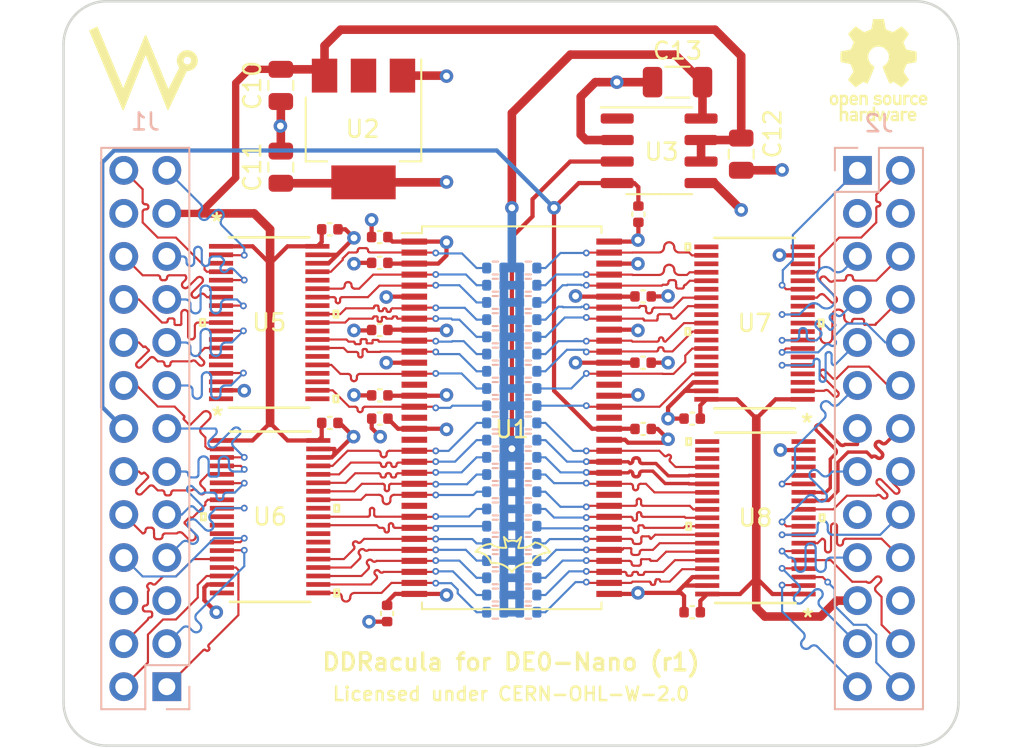
<source format=kicad_pcb>
(kicad_pcb (version 20211014) (generator pcbnew)
  (layers (0 "F.Cu" signal) (1 "In1.Cu" power) (2 "In2.Cu" power) (31 "B.Cu" signal) (34 "B.Paste" user) (35 "F.Paste" user) (36 "B.SilkS" user "B.Silkscreen") (37 "F.SilkS" user "F.Silkscreen") (38 "B.Mask" user) (39 "F.Mask" user) (44 "Edge.Cuts" user))
  (net 0 "")
  (net 1 "/VDD_25")
  (net 2 "GND")
  (net 3 "VDD")
  (net 4 "/DQ1_33")
  (net 5 "/DQ0_33")
  (net 6 "/DQ3_33")
  (net 7 "/DQ2_33")
  (net 8 "/DQ5_33")
  (net 9 "/DQ4_33")
  (net 10 "/DQ7_33")
  (net 11 "/DQ6_33")
  (net 12 "/LDM_33")
  (net 13 "/LDQS_33")
  (net 14 "/VREF")
  (net 15 "/NWE_33")
  (net 16 "/NRAS_33")
  (net 17 "/NCAS_33")
  (net 18 "/BA0_33")
  (net 19 "/NCS_33")
  (net 20 "/A10_33")
  (net 21 "/BA1_33")
  (net 22 "/A1_33")
  (net 23 "/A0_33")
  (net 24 "/A3_33")
  (net 25 "/A2_33")
  (net 26 "/A5_33")
  (net 27 "/A4_33")
  (net 28 "/A7_33")
  (net 29 "/A6_33")
  (net 30 "/A9_33")
  (net 31 "/A8_33")
  (net 32 "/A11_33")
  (net 33 "/CKE_33")
  (net 34 "/A12_33")
  (net 35 "/UDQS_33")
  (net 36 "/UDM_33")
  (net 37 "/DQ9_33")
  (net 38 "/DQ8_33")
  (net 39 "/DQ11_33")
  (net 40 "/DQ10_33")
  (net 41 "/DQ13_33")
  (net 42 "/DQ12_33")
  (net 43 "/DQ15_33")
  (net 44 "/DQ14_33")
  (net 45 "/DQ10_25")
  (net 46 "/DQ12_25")
  (net 47 "/UDQS_25")
  (net 48 "/A12_25")
  (net 49 "/DQ11_25")
  (net 50 "/DQ9_25")
  (net 51 "/DQ15_25")
  (net 52 "/DQ13_25")
  (net 53 "/UDM_25")
  (net 54 "/DQ14_25")
  (net 55 "/DQ8_25")
  (net 56 "/CKE_25")
  (net 57 "/A11_25")
  (net 58 "/A9_25")
  (net 59 "/A8_25")
  (net 60 "/A4_25")
  (net 61 "/A7_25")
  (net 62 "/A6_25")
  (net 63 "/A5_25")
  (net 64 "/A2_25")
  (net 65 "/A1_25")
  (net 66 "/A0_25")
  (net 67 "/A3_25")
  (net 68 "/A10_25")
  (net 69 "/BA1_25")
  (net 70 "/BA0_25")
  (net 71 "/NCS_25")
  (net 72 "/NRAS_25")
  (net 73 "/NCAS_25")
  (net 74 "/NWE_25")
  (net 75 "/LDM_25")
  (net 76 "/LDQS_25")
  (net 77 "/DQ7_25")
  (net 78 "/DQ6_25")
  (net 79 "/DQ5_25")
  (net 80 "/DQ4_25")
  (net 81 "/DQ3_25")
  (net 82 "/DQ2_25")
  (net 83 "/DQ1_25")
  (net 84 "/DQ0_25")
  (net 85 "/VTT")
  (net 86 "/CK_33_P")
  (net 87 "/CK_33_N")
  (net 88 "/CK_25_P")
  (net 89 "/CK_25_N")
  (footprint "Capacitor_SMD:C_0402_1005Metric" (layer "F.Cu") (at 160.1978 83.4644)
    (fp_text reference "C7")
    (fp_text value "100n")
  )
  (footprint "Capacitor_SMD:C_0402_1005Metric" (layer "F.Cu") (at 160.1952 87.376)
    (fp_text reference "C8")
    (fp_text value "100n")
  )
  (footprint "Capacitor_SMD:C_0402_1005Metric" (layer "F.Cu") (at 160.2004 91.2876)
    (fp_text reference "C14")
    (fp_text value "100n")
  )
  (footprint "ADG3247BRUZ:ADG3247BRUZ" (layer "F.Cu") (at 138.1252 85.007201)
    (fp_text reference "U5")
    (fp_text value "RU_38_ADI")
  )
  (footprint "Package_SO:SOIC-8_3.9x4.9mm_P1.27mm" (layer "F.Cu") (at 161.144 74.8662)
    (fp_text reference "U3")
    (fp_text value "LP2995_SOIC8_VSSOP8")
  )
  (footprint "Capacitor_SMD:C_1206_3216Metric" (layer "F.Cu") (at 162.228 70.8152)
    (fp_text reference "C13")
    (fp_text value "220u")
  )
  (footprint "ADG3247BRUZ:ADG3247BRUZ" (layer "F.Cu") (at 138.176 96.4692)
    (fp_text reference "U6")
    (fp_text value "RU_38_ADI")
  )
  (footprint "ADG3247BRUZ:ADG3247BRUZ" (layer "F.Cu") (at 166.7764 85.0392 180)
    (fp_text reference "U7")
    (fp_text value "RU_38_ADI")
  )
  (footprint "Capacitor_SMD:C_0805_2012Metric" (layer "F.Cu") (at 138.811 71.0082 90)
    (fp_text reference "C10")
    (fp_text value "4.7u")
  )
  (footprint "Package_TO_SOT_SMD:SOT-223" (layer "F.Cu") (at 143.691 73.5802 -90)
    (fp_text reference "U2")
    (fp_text value "AP2114H-2.5")
  )
  (footprint "Capacitor_SMD:C_0805_2012Metric" (layer "F.Cu") (at 138.811 75.8342 90)
    (fp_text reference "C11")
    (fp_text value "4.7u")
  )
  (footprint "Capacitor_SMD:C_0402_1005Metric" (layer "F.Cu") (at 163.096 102.108 180)
    (fp_text reference "C18")
    (fp_text value "100n")
  )
  (footprint "Capacitor_SMD:C_0402_1005Metric" (layer "F.Cu") (at 163.096 90.678 180)
    (fp_text reference "C17")
    (fp_text value "100n")
  )
  (footprint "ADG3247BRUZ:ADG3247BRUZ" (layer "F.Cu") (at 166.8272 96.5332 180)
    (fp_text reference "U8")
    (fp_text value "RU_38_ADI")
  )
  (footprint "Zubyte_Package_SO:TSOP-II-66_22.2x10.16mm_P0.8mm" (layer "F.Cu") (at 152.4412 90.6272)
    (fp_text reference "U1")
    (fp_text value "NT5DS32M16CS")
  )
  (footprint "Capacitor_SMD:C_0402_1005Metric" (layer "F.Cu") (at 144.6504 85.4456 180)
    (fp_text reference "C3")
    (fp_text value "100n")
  )
  (footprint "Capacitor_SMD:C_0402_1005Metric" (layer "F.Cu") (at 144.6504 81.4832 180)
    (fp_text reference "C2")
    (fp_text value "100n")
  )
  (footprint "Capacitor_SMD:C_0402_1005Metric" (layer "F.Cu") (at 144.6556 90.678 180)
    (fp_text reference "C5")
    (fp_text value "100n")
  )
  (footprint "Capacitor_SMD:C_0402_1005Metric" (layer "F.Cu") (at 144.6504 79.9592 180)
    (fp_text reference "C1")
    (fp_text value "100n")
  )
  (footprint "Capacitor_SMD:C_0402_1005Metric" (layer "F.Cu") (at 144.653 89.3064 180)
    (fp_text reference "C4")
    (fp_text value "100n")
  )
  (footprint "Capacitor_SMD:C_0402_1005Metric" (layer "F.Cu") (at 145.0848 102.1816 -90)
    (fp_text reference "C6")
    (fp_text value "100n")
  )
  (footprint "Capacitor_SMD:C_0805_2012Metric" (layer "F.Cu") (at 165.989 75.0672 90)
    (fp_text reference "C12")
    (fp_text value "47u")
  )
  (footprint "Capacitor_SMD:C_0402_1005Metric" (layer "F.Cu") (at 159.9184 78.6104 -90)
    (fp_text reference "C19")
    (fp_text value "100n")
  )
  (footprint "Zubyte_Logos:Logo_WO_First_Letter" (layer "F.Cu") (at 130.81 69.5452)
    (fp_text reference "LOGO1" hide)
    (fp_text value "WEEE_Open")
  )
  (footprint "Symbol:OSHW-Logo_5.7x6mm_SilkScreen" (layer "F.Cu") (at 174.0916 70.104)
    (fp_text reference "LOGO3" hide)
    (fp_text value "Logo_Open_Hardware_Small" hide)
  )
  (footprint "Zubyte_Logos:Logo_Zubyte" (layer "F.Cu") (at 152.4508 98.552)
    (fp_text reference "LOGO2" hide)
    (fp_text value "Zubyte")
  )
  (footprint "Capacitor_SMD:C_0402_1005Metric" (layer "F.Cu") (at 141.704 90.932)
    (fp_text reference "C16")
    (fp_text value "100n")
  )
  (footprint "Capacitor_SMD:C_0402_1005Metric" (layer "F.Cu") (at 141.704 79.502)
    (fp_text reference "C15")
    (fp_text value "100n")
  )
  (footprint "Connector_PinSocket_2.54mm:PinSocket_2x13_P2.54mm_Vertical" (layer "B.Cu") (at 172.8492 76.0232 180)
    (fp_text reference "J2")
    (fp_text value "Conn_02x13_Odd_Even")
  )
  (footprint "Connector_PinSocket_2.54mm:PinSocket_2x13_P2.54mm_Vertical" (layer "B.Cu") (at 132.0792 106.5032)
    (fp_text reference "J1")
    (fp_text value "Conn_02x13_Odd_Even")
  )
  (footprint "Resistor_SMD:R_0402_1005Metric" (layer "B.Cu") (at 151.4734 99.06 180)
    (fp_text reference "R8")
    (fp_text value "24")
  )
  (footprint "Resistor_SMD:R_0402_1005Metric" (layer "B.Cu") (at 151.4734 101.092 180)
    (fp_text reference "R10")
    (fp_text value "24")
  )
  (footprint "Resistor_SMD:R_0402_1005Metric" (layer "B.Cu") (at 151.4734 100.076 180)
    (fp_text reference "R9")
    (fp_text value "24")
  )
  (footprint "Resistor_SMD:R_0402_1005Metric" (layer "B.Cu") (at 153.4155 92.964)
    (fp_text reference "R1")
    (fp_text value "24")
  )
  (footprint "Resistor_SMD:R_0402_1005Metric" (layer "B.Cu") (at 153.4155 93.98)
    (fp_text reference "R3")
    (fp_text value "24")
  )
  (footprint "Resistor_SMD:R_0402_1005Metric" (layer "B.Cu") (at 151.4734 94.996 180)
    (fp_text reference "R4")
    (fp_text value "24")
  )
  (footprint "Resistor_SMD:R_0402_1005Metric" (layer "B.Cu") (at 151.4734 93.98 180)
    (fp_text reference "R5")
    (fp_text value "24")
  )
  (footprint "Resistor_SMD:R_0402_1005Metric" (layer "B.Cu") (at 153.4155 99.06)
    (fp_text reference "R15")
    (fp_text value "24")
  )
  (footprint "Resistor_SMD:R_0402_1005Metric" (layer "B.Cu") (at 153.4155 98.044)
    (fp_text reference "R16")
    (fp_text value "24")
  )
  (footprint "Resistor_SMD:R_0402_1005Metric" (layer "B.Cu") (at 151.4734 89.916 180)
    (fp_text reference "R26")
    (fp_text value "24")
  )
  (footprint "Resistor_SMD:R_0402_1005Metric" (layer "B.Cu") (at 151.4734 98.044 180)
    (fp_text reference "R18")
    (fp_text value "24")
  )
  (footprint "Resistor_SMD:R_0402_1005Metric" (layer "B.Cu") (at 151.4734 97.028 180)
    (fp_text reference "R22")
    (fp_text value "24")
  )
  (footprint "Resistor_SMD:R_0402_1005Metric" (layer "B.Cu") (at 153.4155 83.82)
    (fp_text reference "R29")
    (fp_text value "24")
  )
  (footprint "Resistor_SMD:R_0402_1005Metric" (layer "B.Cu") (at 153.4155 97.028)
    (fp_text reference "R17")
    (fp_text value "24")
  )
  (footprint "Resistor_SMD:R_0402_1005Metric" (layer "B.Cu") (at 153.4155 94.996)
    (fp_text reference "R20")
    (fp_text value "24")
  )
  (footprint "Resistor_SMD:R_0402_1005Metric" (layer "B.Cu") (at 151.4734 96.012 180)
    (fp_text reference "R21")
    (fp_text value "24")
  )
  (footprint "Resistor_SMD:R_0402_1005Metric" (layer "B.Cu") (at 153.4155 89.916)
    (fp_text reference "R25")
    (fp_text value "24")
  )
  (footprint "Resistor_SMD:R_0402_1005Metric" (layer "B.Cu") (at 151.4734 88.9 180)
    (fp_text reference "R35")
    (fp_text value "24")
  )
  (footprint "Resistor_SMD:R_0402_1005Metric" (layer "B.Cu") (at 151.4734 86.868 180)
    (fp_text reference "R37")
    (fp_text value "24")
  )
  (footprint "Resistor_SMD:R_0402_1005Metric" (layer "B.Cu") (at 151.4734 85.852 180)
    (fp_text reference "R38")
    (fp_text value "24")
  )
  (footprint "Resistor_SMD:R_0402_1005Metric" (layer "B.Cu") (at 151.4734 82.804 180)
    (fp_text reference "R41")
    (fp_text value "24")
  )
  (footprint "Resistor_SMD:R_0402_1005Metric" (layer "B.Cu") (at 153.4155 84.836)
    (fp_text reference "R30")
    (fp_text value "24")
  )
  (footprint "Resistor_SMD:R_0402_1005Metric" (layer "B.Cu") (at 151.4734 84.836 180)
    (fp_text reference "R39")
    (fp_text value "24")
  )
  (footprint "Resistor_SMD:R_0402_1005Metric" (layer "B.Cu") (at 153.4155 85.852)
    (fp_text reference "R31")
    (fp_text value "24")
  )
  (footprint "Resistor_SMD:R_0402_1005Metric" (layer "B.Cu") (at 151.4734 87.884 180)
    (fp_text reference "R36")
    (fp_text value "24")
  )
  (footprint "Resistor_SMD:R_0402_1005Metric" (layer "B.Cu") (at 153.4155 86.868)
    (fp_text reference "R32")
    (fp_text value "24")
  )
  (footprint "Resistor_SMD:R_0402_1005Metric" (layer "B.Cu") (at 153.4155 82.804)
    (fp_text reference "R28")
    (fp_text value "24")
  )
  (footprint "Resistor_SMD:R_0402_1005Metric" (layer "B.Cu") (at 153.4155 87.884)
    (fp_text reference "R33")
    (fp_text value "24")
  )
  (footprint "Resistor_SMD:R_0402_1005Metric" (layer "B.Cu") (at 153.4155 88.9)
    (fp_text reference "R34")
    (fp_text value "24")
  )
  (footprint "Resistor_SMD:R_0402_1005Metric" (layer "B.Cu") (at 151.4734 90.932 180)
    (fp_text reference "R24")
    (fp_text value "24")
  )
  (footprint "Resistor_SMD:R_0402_1005Metric" (layer "B.Cu") (at 153.4155 90.932)
    (fp_text reference "R23")
    (fp_text value "24")
  )
  (footprint "Resistor_SMD:R_0402_1005Metric" (layer "B.Cu") (at 151.4734 91.948 180)
    (fp_text reference "R7")
    (fp_text value "24")
  )
  (footprint "Resistor_SMD:R_0402_1005Metric" (layer "B.Cu") (at 153.4155 91.948)
    (fp_text reference "R2")
    (fp_text value "24")
  )
  (footprint "Resistor_SMD:R_0402_1005Metric" (layer "B.Cu") (at 153.4155 100.076)
    (fp_text reference "R14")
    (fp_text value "24")
  )
  (footprint "Resistor_SMD:R_0402_1005Metric" (layer "B.Cu") (at 153.4155 101.092)
    (fp_text reference "R13")
    (fp_text value "24")
  )
  (footprint "Resistor_SMD:R_0402_1005Metric" (layer "B.Cu") (at 153.4155 102.108)
    (fp_text reference "R12")
    (fp_text value "24")
  )
  (footprint "Resistor_SMD:R_0402_1005Metric" (layer "B.Cu") (at 151.4734 102.108 180)
    (fp_text reference "R11")
    (fp_text value "24")
  )
  (footprint "Resistor_SMD:R_0402_1005Metric" (layer "B.Cu") (at 151.4734 81.788 180)
    (fp_text reference "R42")
    (fp_text value "24")
  )
  (footprint "Resistor_SMD:R_0402_1005Metric" (layer "B.Cu") (at 151.4734 83.82 180)
    (fp_text reference "R40")
    (fp_text value "24")
  )
  (footprint "Resistor_SMD:R_0402_1005Metric" (layer "B.Cu") (at 151.4734 92.964 180)
    (fp_text reference "R6")
    (fp_text value "24")
  )
  (footprint "Resistor_SMD:R_0402_1005Metric" (layer "B.Cu") (at 153.4155 81.788)
    (fp_text reference "R27")
    (fp_text value "24")
  )
  (footprint "Resistor_SMD:R_0402_1005Metric" (layer "B.Cu") (at 153.4155 96.012)
    (fp_text reference "R19")
    (fp_text value "24")
  )
  (gr_line (start 125.984 68.58) (end 125.984 107.442) (layer "Edge.Cuts") (width 0.15))
  (gr_arc (start 178.816 107.442) (mid 178.072051 109.238051) (end 176.276 109.982) (layer "Edge.Cuts") (width 0.15))
  (gr_line (start 128.524 66.04) (end 176.276 66.04) (layer "Edge.Cuts") (width 0.15))
  (gr_arc (start 128.524 109.982) (mid 126.727949 109.238051) (end 125.984 107.442) (layer "Edge.Cuts") (width 0.15))
  (gr_arc (start 176.276 66.04) (mid 178.072051 66.783949) (end 178.816 68.58) (layer "Edge.Cuts") (width 0.15))
  (gr_line (start 178.816 68.58) (end 178.816 107.442) (layer "Edge.Cuts") (width 0.15))
  (gr_arc (start 125.984 68.58) (mid 126.727949 66.783949) (end 128.524 66.04) (layer "Edge.Cuts") (width 0.15))
  (gr_line (start 176.276 109.982) (end 128.524 109.982) (layer "Edge.Cuts") (width 0.15))
  (gr_text "Licensed under CERN-OHL-W-2.0" (at 152.4 106.934) (layer "F.SilkS") (effects (font (size 0.8 0.8))))
  (gr_text "DDRacula for DE0-Nano (r1)" (at 152.4 105.0544) (layer "F.SilkS") (effects (font (size 1 1) (thickness 0.2))))
  (segment (start 163.619 76.7712) (end 164.4012 76.7712) (width 0.508) (layer "F.Cu") (net 1))
  (segment (start 156.2482 83.4772) (end 156.21 83.439) (width 0.25) (layer "F.Cu") (net 1))
  (segment (start 145.1356 90.678) (end 145.7348 91.2772) (width 0.25) (layer "F.Cu") (net 1))
  (segment (start 148.5462 85.4272) (end 148.59 85.471) (width 0.25) (layer "F.Cu") (net 1))
  (segment (start 148.5678 76.7302) (end 148.59 76.708) (width 0.508) (layer "F.Cu") (net 1))
  (segment (start 164.4012 76.7712) (end 165.989 78.359) (width 0.508) (layer "F.Cu") (net 1))
  (segment (start 158.1912 87.3772) (end 159.714 87.3772) (width 0.25) (layer "F.Cu") (net 1))
  (segment (start 159.705 83.4772) (end 159.7178 83.4644) (width 0.25) (layer "F.Cu") (net 1))
  (segment (start 146.6912 89.3272) (end 148.5438 89.3272) (width 0.25) (layer "F.Cu") (net 1))
  (segment (start 146.6912 81.5272) (end 145.1744 81.5272) (width 0.25) (layer "F.Cu") (net 1))
  (segment (start 145.7348 91.2772) (end 146.6912 91.2772) (width 0.25) (layer "F.Cu") (net 1))
  (segment (start 148.5252 101.0272) (end 148.59 101.092) (width 0.25) (layer "F.Cu") (net 1))
  (segment (start 145.1744 81.5272) (end 145.1304 81.4832) (width 0.25) (layer "F.Cu") (net 1))
  (segment (start 143.691 76.7302) (end 148.5678 76.7302) (width 0.508) (layer "F.Cu") (net 1))
  (segment (start 146.6912 101.0272) (end 148.5252 101.0272) (width 0.25) (layer "F.Cu") (net 1))
  (segment (start 146.6912 91.2772) (end 148.5542 91.2772) (width 0.25) (layer "F.Cu") (net 1))
  (segment (start 158.1912 83.4772) (end 159.705 83.4772) (width 0.25) (layer "F.Cu") (net 1))
  (segment (start 156.2112 87.3772) (end 156.21 87.376) (width 0.25) (layer "F.Cu") (net 1))
  (segment (start 145.3984 80.2272) (end 145.1304 79.9592) (width 0.25) (layer "F.Cu") (net 1))
  (segment (start 148.103802 81.5272) (end 148.59 81.041002) (width 0.25) (layer "F.Cu") (net 1))
  (segment (start 138.811 76.7842) (end 143.637 76.7842) (width 0.508) (layer "F.Cu") (net 1))
  (segment (start 146.6912 89.3272) (end 145.1538 89.3272) (width 0.25) (layer "F.Cu") (net 1))
  (segment (start 158.1912 83.4772) (end 156.2482 83.4772) (width 0.25) (layer "F.Cu") (net 1))
  (segment (start 143.637 76.7842) (end 143.691 76.7302) (width 0.508) (layer "F.Cu") (net 1))
  (segment (start 148.59 81.041002) (end 148.59 80.264) (width 0.25) (layer "F.Cu") (net 1))
  (segment (start 146.6912 85.4272) (end 148.5462 85.4272) (width 0.25) (layer "F.Cu") (net 1))
  (segment (start 148.5532 80.2272) (end 148.59 80.264) (width 0.25) (layer "F.Cu") (net 1))
  (segment (start 146.6912 85.4272) (end 145.1488 85.4272) (width 0.25) (layer "F.Cu") (net 1))
  (segment (start 145.0848 101.4984) (end 145.556 101.0272) (width 0.25) (layer "F.Cu") (net 1))
  (segment (start 148.5438 89.3272) (end 148.59 89.281) (width 0.25) (layer "F.Cu") (net 1))
  (segment (start 159.714 87.3772) (end 159.7152 87.376) (width 0.25) (layer "F.Cu") (net 1))
  (segment (start 145.0848 101.7016) (end 145.0848 101.4984) (width 0.25) (layer "F.Cu") (net 1))
  (segment (start 146.6912 81.5272) (end 148.103802 81.5272) (width 0.25) (layer "F.Cu") (net 1))
  (segment (start 148.5542 91.2772) (end 148.59 91.313) (width 0.25) (layer "F.Cu") (net 1))
  (segment (start 145.1538 89.3272) (end 145.133 89.3064) (width 0.25) (layer "F.Cu") (net 1))
  (segment (start 145.1488 85.4272) (end 145.1304 85.4456) (width 0.25) (layer "F.Cu") (net 1))
  (segment (start 158.1912 87.3772) (end 156.2112 87.3772) (width 0.25) (layer "F.Cu") (net 1))
  (segment (start 146.6912 80.2272) (end 148.5532 80.2272) (width 0.25) (layer "F.Cu") (net 1))
  (segment (start 146.6912 80.2272) (end 145.3984 80.2272) (width 0.25) (layer "F.Cu") (net 1))
  (segment (start 145.556 101.0272) (end 146.6912 101.0272) (width 0.25) (layer "F.Cu") (net 1))
  (via (at 148.59 80.264) (size 0.8) (drill 0.4) (layers "F.Cu" "B.Cu") (net 1))
  (via (at 148.59 76.708) (size 0.8) (drill 0.4) (layers "F.Cu" "B.Cu") (net 1))
  (via (at 165.989 78.359) (size 0.8) (drill 0.4) (layers "F.Cu" "B.Cu") (net 1))
  (via (at 156.21 87.376) (size 0.8) (drill 0.4) (layers "F.Cu" "B.Cu") (net 1))
  (via (at 156.21 83.439) (size 0.8) (drill 0.4) (layers "F.Cu" "B.Cu") (net 1))
  (via (at 148.59 89.281) (size 0.8) (drill 0.4) (layers "F.Cu" "B.Cu") (net 1))
  (via (at 148.59 91.313) (size 0.8) (drill 0.4) (layers "F.Cu" "B.Cu") (net 1))
  (via (at 148.59 101.092) (size 0.8) (drill 0.4) (layers "F.Cu" "B.Cu") (net 1))
  (via (at 148.59 85.471) (size 0.8) (drill 0.4) (layers "F.Cu" "B.Cu") (net 1))
  (segment (start 143.1798 81.4832) (end 143.129 81.534) (width 0.25) (layer "F.Cu") (net 2))
  (segment (start 144.1704 81.4832) (end 143.1798 81.4832) (width 0.25) (layer "F.Cu") (net 2))
  (segment (start 144.145 85.471) (end 144.1704 85.4456) (width 0.25) (layer "F.Cu") (net 2))
  (segment (start 143.129 85.471) (end 144.145 85.471) (width 0.25) (layer "F.Cu") (net 2))
  (segment (start 143.1544 89.3064) (end 143.129 89.281) (width 0.25) (layer "F.Cu") (net 2))
  (segment (start 144.173 89.3064) (end 143.1544 89.3064) (width 0.25) (layer "F.Cu") (net 2))
  (segment (start 160.6778 83.4644) (end 161.6456 83.4644) (width 0.25) (layer "F.Cu") (net 2))
  (segment (start 163.3601 88.539201) (end 163.9316 88.539201) (width 0.25) (layer "F.Cu") (net 2))
  (segment (start 162.179 100.965) (end 162.433 100.965) (width 0.25) (layer "F.Cu") (net 2))
  (segment (start 163.9824 100.5332) (end 162.6108 100.5332) (width 0.25) (layer "F.Cu") (net 2))
  (segment (start 134.294999 101.401999) (end 135.001 102.108) (width 0.25) (layer "F.Cu") (net 2))
  (segment (start 146.6912 83.4772) (end 145.0593 83.4772) (width 0.25) (layer "F.Cu") (net 2))
  (segment (start 142.131799 81.007201) (end 143.129 80.01) (width 0.25) (layer "F.Cu") (net 2))
  (segment (start 159.9184 80.1116) (end 159.893 80.137) (width 0.25) (layer "F.Cu") (net 2))
  (segment (start 169.6212 81.0392) (end 168.2628 81.0392) (width 0.25) (layer "F.Cu") (net 2))
  (segment (start 140.97 81.5072) (end 141.6318 81.5072) (width 0.25) (layer "F.Cu") (net 2))
  (segment (start 138.811 73.3806) (end 138.7856 73.406) (width 0.508) (layer "F.Cu") (net 2))
  (segment (start 159.9184 79.0904) (end 159.9184 80.1116) (width 0.25) (layer "F.Cu") (net 2))
  (segment (start 158.6484 70.8152) (end 157.6324 70.8152) (width 0.508) (layer "F.Cu") (net 2))
  (segment (start 142.184 79.502) (end 142.621 79.502) (width 0.25) (layer "F.Cu") (net 2))
  (segment (start 160.6752 87.376) (end 161.671 87.376) (width 0.25) (layer "F.Cu") (net 2))
  (segment (start 168.3014 92.5332) (end 168.3004 92.5322) (width 0.25) (layer "F.Cu") (net 2))
  (segment (start 157.6324 70.8152) (end 157.3784 70.8152) (width 0.508) (layer "F.Cu") (net 2))
  (segment (start 144.1756 90.678) (end 144.1756 91.242) (width 0.25) (layer "F.Cu") (net 2))
  (segment (start 145.991 70.4302) (end 148.5606 70.4302) (width 0.508) (layer "F.Cu") (net 2))
  (segment (start 141.812365 92.969199) (end 141.9728 92.808764) (width 0.25) (layer "F.Cu") (net 2))
  (segment (start 138.811 74.8842) (end 138.811 73.4314) (width 0.508) (layer "F.Cu") (net 2))
  (segment (start 158.1912 81.5272) (end 159.8862 81.5272) (width 0.25) (layer "F.Cu") (net 2))
  (segment (start 159.3088 92.1004) (end 161.4678 92.1004) (width 0.25) (layer "F.Cu") (net 2))
  (segment (start 161.0614 91.2876) (end 161.671 91.8972) (width 0.25) (layer "F.Cu") (net 2))
  (segment (start 165.989 76.0172) (end 168.3816 76.0172) (width 0.508) (layer "F.Cu") (net 2))
  (segment (start 145.0352 87.3772) (end 145.034 87.376) (width 0.25) (layer "F.Cu") (net 2))
  (segment (start 162.179 100.965) (end 159.893 100.965) (width 0.25) (layer "F.Cu") (net 2))
  (segment (start 158.1912 101.0272) (end 159.8308 101.0272) (width 0.25) (layer "F.Cu") (net 2))
  (segment (start 161.4678 92.1004) (end 161.671 91.8972) (width 0.25) (layer "F.Cu") (net 2))
  (segment (start 136.632201 89.007201) (end 136.652 89.027) (width 0.25) (layer "F.Cu") (net 2))
  (segment (start 162.6108 100.5332) (end 162.179 100.965) (width 0.25) (layer "F.Cu") (net 2))
  (segment (start 163.9316 89.0392) (end 162.6992 89.0392) (width 0.25) (layer "F.Cu") (net 2))
  (segment (start 162.433 100.965) (end 162.616 101.148) (width 0.25) (layer "F.Cu") (net 2))
  (segment (start 141.0208 92.4692) (end 141.9728 92.4692) (width 0.25) (layer "F.Cu") (net 2))
  (segment (start 142.184 90.932) (end 142.2908 90.932) (width 0.25) (layer "F.Cu") (net 2))
  (segment (start 156.5148 73.914) (end 156.5148 71.6788) (width 0.508) (layer "F.Cu") (net 2))
  (segment (start 158.669 74.2312) (end 156.832 74.2312) (width 0.508) (layer "F.Cu") (net 2))
  (segment (start 141.9728 92.808764) (end 141.9728 92.4692) (width 0.25) (layer "F.Cu") (net 2))
  (segment (start 146.6912 87.3772) (end 145.0352 87.3772) (width 0.25) (layer "F.Cu") (net 2))
  (segment (start 145.0593 83.4772) (end 145.034 83.5025) (width 0.25) (layer "F.Cu") (net 2))
  (segment (start 161.671 90.678) (end 162.616 90.678) (width 0.25) (layer "F.Cu") (net 2))
  (segment (start 163.9316 88.539201) (end 163.155834 88.539201) (width 0.25) (layer "F.Cu") (net 2))
  (segment (start 156.5148 71.6788) (end 157.3784 70.8152) (width 0.508) (layer "F.Cu") (net 2))
  (segment (start 168.3816 76.0172) (end 168.402 75.9968) (width 0.508) (layer "F.Cu") (net 2))
  (segment (start 135.3312 100.4692) (end 134.4808 100.4692) (width 0.25) (layer "F.Cu") (net 2))
  (segment (start 163.155834 88.539201) (end 162.677517 89.017517) (width 0.25) (layer "F.Cu") (net 2))
  (segment (start 159.8028 80.2272) (end 159.893 80.137) (width 0.25) (layer "F.Cu") (net 2))
  (segment (start 134.294999 100.655001) (end 134.294999 101.401999) (width 0.25) (layer "F.Cu") (net 2))
  (segment (start 143.036764 91.7448) (end 141.9728 92.808764) (width 0.25) (layer "F.Cu") (net 2))
  (segment (start 161.6456 83.4644) (end 161.671 83.439) (width 0.25) (layer "F.Cu") (net 2))
  (segment (start 159.8862 81.5272) (end 159.893 81.534) (width 0.25) (layer "F.Cu") (net 2))
  (segment (start 161.671 90.024035) (end 161.671 90.678) (width 0.25) (layer "F.Cu") (net 2))
  (segment (start 143.1036 91.7448) (end 143.036764 91.7448) (width 0.25) (layer "F.Cu") (net 2))
  (segment (start 144.1756 91.242) (end 144.6784 91.7448) (width 0.25) (layer "F.Cu") (net 2))
  (segment (start 138.811 71.9582) (end 138.811 73.3806) (width 0.508) (layer "F.Cu") (net 2))
  (segment (start 163.9824 100.033201) (end 163.110799 100.033201) (width 0.25) (layer "F.Cu") (net 2))
  (segment (start 160.6804 91.2876) (end 161.0614 91.2876) (width 0.25) (layer "F.Cu") (net 2))
  (segment (start 161.641 91.9272) (end 161.671 91.8972) (width 0.25) (layer "F.Cu") (net 2))
  (segment (start 158.6484 70.8152) (end 160.753 70.8152) (width 0.508) (layer "F.Cu") (net 2))
  (segment (start 148.5606 70.4302) (end 148.59 70.4596) (width 0.508) (layer "F.Cu") (net 2))
  (segment (start 142.621 79.502) (end 143.129 80.01) (width 0.25) (layer "F.Cu") (net 2))
  (segment (start 158.1912 85.4272) (end 159.8492 85.4272) (width 0.25) (layer "F.Cu") (net 2))
  (segment (start 163.110799 100.033201) (end 162.6108 100.5332) (width 0.25) (layer "F.Cu") (net 2))
  (segment (start 135.2804 89.007201) (end 136.632201 89.007201) (width 0.25) (layer "F.Cu") (net 2))
  (segment (start 142.184 90.932) (end 142.1892 90.932) (width 0.25) (layer "F.Cu") (net 2))
  (segment (start 134.4808 100.4692) (end 134.294999 100.655001) (width 0.25) (layer "F.Cu") (net 2))
  (segment (start 158.1912 89.3272) (end 159.8468 89.3272) (width 0.25) (layer "F.Cu") (net 2))
  (segment (start 158.1912 91.9272) (end 159.1356 91.9272) (width 0.25) (layer "F.Cu") (net 2))
  (segment (start 141.0208 92.969199) (end 141.812365 92.969199) (width 0.25) (layer "F.Cu") (net 2))
  (segment (start 156.832 74.2312) (end 156.5148 73.914) (width 0.508) (layer "F.Cu") (net 2))
  (segment (start 158.1912 80.2272) (end 159.8028 80.2272) (width 0.25) (layer "F.Cu") (net 2))
  (segment (start 138.811 73.4314) (end 138.7856 73.406) (width 0.508) (layer "F.Cu") (net 2))
  (segment (start 159.8492 85.4272) (end 159.893 85.471) (width 0.25) (layer "F.Cu") (net 2))
  (segment (start 169.672 92.5332) (end 168.3014 92.5332) (width 0.25) (layer "F.Cu") (net 2))
  (segment (start 140.97 81.007201) (end 142.131799 81.007201) (width 0.25) (layer "F.Cu") (net 2))
  (segment (start 141.6318 81.5072) (end 142.131799 81.007201) (width 0.25) (layer "F.Cu") (net 2))
  (segment (start 168.2628 81.0392) (end 168.2496 81.026) (width 0.25) (layer "F.Cu") (net 2))
  (segment (start 162.616 101.148) (end 162.616 102.108) (width 0.25) (layer "F.Cu") (net 2))
  (segment (start 162.6992 89.0392) (end 162.677517 89.017517) (width 0.25) (layer "F.Cu") (net 2))
  (segment (start 145.0796 102.6668) (end 145.0848 102.6616) (width 0.25) (layer "F.Cu") (net 2))
  (segment (start 159.8468 89.3272) (end 159.893 89.281) (width 0.25) (layer "F.Cu") (net 2))
  (segment (start 142.2908 90.932) (end 143.1036 91.7448) (width 0.25) (layer "F.Cu") (net 2))
  (segment (start 144.1704 79.9592) (end 144.1704 78.9432) (width 0.25) (layer "F.Cu") (net 2))
  (segment (start 159.1356 91.9272) (end 159.3088 92.1004) (width 0.25) (layer "F.Cu") (net 2))
  (segment (start 144.018 102.6668) (end 145.0796 102.6668) (width 0.25) (layer "F.Cu") (net 2))
  (segment (start 162.677517 89.017517) (end 161.671 90.024035) (width 0.25) (layer "F.Cu") (net 2))
  (segment (start 159.8308 101.0272) (end 159.893 100.965) (width 0.25) (layer "F.Cu") (net 2))
  (via (at 138.7856 73.406) (size 0.8) (drill 0.4) (layers "F.Cu" "B.Cu") (net 2))
  (via (at 136.652 89.027) (size 0.8) (drill 0.4) (layers "F.Cu" "B.Cu") (net 2))
  (via (at 135.001 102.108) (size 0.8) (drill 0.4) (layers "F.Cu" "B.Cu") (net 2))
  (via (at 158.6484 70.8152) (size 0.8) (drill 0.4) (layers "F.Cu" "B.Cu") (net 2))
  (via (at 148.59 70.4596) (size 0.8) (drill 0.4) (layers "F.Cu" "B.Cu") (net 2))
  (via (at 144.018 102.6668) (size 0.8) (drill 0.4) (layers "F.Cu" "B.Cu") (net 2))
  (via (at 143.129 80.01) (size 0.8) (drill 0.4) (layers "F.Cu" "B.Cu") (net 2))
  (via (at 143.129 85.471) (size 0.8) (drill 0.4) (layers "F.Cu" "B.Cu") (net 2))
  (via (at 143.129 81.534) (size 0.8) (drill 0.4) (layers "F.Cu" "B.Cu") (net 2))
  (via (at 143.1036 91.7448) (size 0.8) (drill 0.4) (layers "F.Cu" "B.Cu") (net 2))
  (via (at 143.129 89.281) (size 0.8) (drill 0.4) (layers "F.Cu" "B.Cu") (net 2))
  (via (at 145.034 83.5025) (size 0.8) (drill 0.4) (layers "F.Cu" "B.Cu") (net 2))
  (via (at 145.034 87.376) (size 0.8) (drill 0.4) (layers "F.Cu" "B.Cu") (net 2))
  (via (at 159.893 81.534) (size 0.8) (drill 0.4) (layers "F.Cu" "B.Cu") (net 2))
  (via (at 159.893 85.471) (size 0.8) (drill 0.4) (layers "F.Cu" "B.Cu") (net 2))
  (via (at 159.893 89.281) (size 0.8) (drill 0.4) (layers "F.Cu" "B.Cu") (net 2))
  (via (at 159.893 100.965) (size 0.8) (drill 0.4) (layers "F.Cu" "B.Cu") (net 2))
  (via (at 159.893 80.137) (size 0.8) (drill 0.4) (layers "F.Cu" "B.Cu") (net 2))
  (via (at 168.3004 92.5322) (size 0.8) (drill 0.4) (layers "F.Cu" "B.Cu") (net 2))
  (via (at 168.2496 81.026) (size 0.8) (drill 0.4) (layers "F.Cu" "B.Cu") (net 2))
  (via (at 168.402 75.9968) (size 0.8) (drill 0.4) (layers "F.Cu" "B.Cu") (net 2))
  (via (at 144.1704 78.9432) (size 0.8) (drill 0.4) (layers "F.Cu" "B.Cu") (net 2))
  (via (at 144.6784 91.7448) (size 0.8) (drill 0.4) (layers "F.Cu" "B.Cu") (net 2))
  (via (at 161.671 91.8972) (size 0.8) (drill 0.4) (layers "F.Cu" "B.Cu") (net 2))
  (via (at 161.671 90.678) (size 0.8) (drill 0.4) (layers "F.Cu" "B.Cu") (net 2))
  (via (at 161.671 83.439) (size 0.8) (drill 0.4) (layers "F.Cu" "B.Cu") (net 2))
  (via (at 161.671 87.376) (size 0.8) (drill 0.4) (layers "F.Cu" "B.Cu") (net 2))
  (segment (start 141.224 79.502) (end 141.224 80.2532) (width 0.25) (layer "F.Cu") (net 3))
  (segment (start 138.176 79.502) (end 138.176 90.932) (width 0.508) (layer "F.Cu") (net 3))
  (segment (start 136.144 70.866) (end 136.9518 70.0582) (width 0.4318) (layer "F.Cu") (net 3))
  (segment (start 132.0792 78.5632) (end 134.0348 78.5632) (width 0.4318) (layer "F.Cu") (net 3))
  (segment (start 141.019 70.0582) (end 141.391 70.4302) (width 0.508) (layer "F.Cu") (net 3))
  (segment (start 141.391 70.4302) (end 141.391 70.0894) (width 0.508) (layer "F.Cu") (net 3))
  (segment (start 139.213199 91.969199) (end 141.0208 91.969199) (width 0.25) (layer "F.Cu") (net 3))
  (segment (start 138.176 90.932) (end 139.213199 91.969199) (width 0.25) (layer "F.Cu") (net 3))
  (segment (start 165.739201 89.539201) (end 166.878 90.678) (width 0.25) (layer "F.Cu") (net 3))
  (segment (start 163.576 102.108) (end 163.576 101.439601) (width 0.25) (layer "F.Cu") (net 3))
  (segment (start 163.576 101.439601) (end 163.9824 101.033201) (width 0.25) (layer "F.Cu") (net 3))
  (segment (start 163.576 90.678) (end 163.576 89.894801) (width 0.25) (layer "F.Cu") (net 3))
  (segment (start 138.176 90.932) (end 137.138799 91.969201) (width 0.25) (layer "F.Cu") (net 3))
  (segment (start 141.224 90.932) (end 141.224 91.765999) (width 0.25) (layer "F.Cu") (net 3))
  (segment (start 141.224 91.765999) (end 141.0208 91.969199) (width 0.25) (layer "F.Cu") (net 3))
  (segment (start 164.4396 67.7164) (end 165.989 69.2658) (width 0.508) (layer "F.Cu") (net 3))
  (segment (start 136.144 76.454) (end 136.144 70.866) (width 0.4318) (layer "F.Cu") (net 3))
  (segment (start 141.391 70.4302) (end 141.391 68.667) (width 0.508) (layer "F.Cu") (net 3))
  (segment (start 138.176 81.534) (end 137.149202 80.507202) (width 0.25) (layer "F.Cu") (net 3))
  (segment (start 163.619 74.2312) (end 165.875 74.2312) (width 0.508) (layer "F.Cu") (net 3))
  (segment (start 172.8492 101.4232) (end 171.6268 101.4232) (width 0.508) (layer "F.Cu") (net 3))
  (segment (start 168.016801 89.539199) (end 169.6212 89.539199) (width 0.25) (layer "F.Cu") (net 3))
  (segment (start 138.811 70.0582) (end 141.019 70.0582) (width 0.508) (layer "F.Cu") (net 3))
  (segment (start 167.386 102.362) (end 166.878 101.854) (width 0.508) (layer "F.Cu") (net 3))
  (segment (start 139.2028 80.5072) (end 140.97 80.5072) (width 0.25) (layer "F.Cu") (net 3))
  (segment (start 137.2372 78.5632) (end 138.176 79.502) (width 0.508) (layer "F.Cu") (net 3))
  (segment (start 166.878 101.854) (end 166.878 90.678) (width 0.508) (layer "F.Cu") (net 3))
  (segment (start 163.9824 101.033201) (end 165.920799 101.033201) (width 0.25) (layer "F.Cu") (net 3))
  (segment (start 163.9316 89.539201) (end 165.739201 89.539201) (width 0.25) (layer "F.Cu") (net 3))
  (segment (start 141.224 80.2532) (end 140.97 80.5072) (width 0.25) (layer "F.Cu") (net 3))
  (segment (start 165.989 69.2658) (end 165.989 74.1172) (width 0.508) (layer "F.Cu") (net 3))
  (segment (start 138.176 81.534) (end 139.2028 80.5072) (width 0.25) (layer "F.Cu") (net 3))
  (segment (start 134.0348 78.5632) (end 136.144 76.454) (width 0.4318) (layer "F.Cu") (net 3))
  (segment (start 137.149202 80.507202) (end 135.2804 80.507202) (width 0.25) (layer "F.Cu") (net 3))
  (segment (start 137.138799 91.969201) (end 135.3312 91.969201) (width 0.25) (layer "F.Cu") (net 3))
  (segment (start 163.576 89.894801) (end 163.9316 89.539201) (width 0.25) (layer "F.Cu") (net 3))
  (segment (start 165.920799 101.033201) (end 166.878 100.076) (width 0.25) (layer "F.Cu") (net 3))
  (segment (start 170.688 102.362) (end 167.386 102.362) (width 0.508) (layer "F.Cu") (net 3))
  (segment (start 171.6268 101.4232) (end 170.688 102.362) (width 0.508) (layer "F.Cu") (net 3))
  (segment (start 141.391 68.667) (end 142.3416 67.7164) (width 0.508) (layer "F.Cu") (net 3))
  (segment (start 163.619 74.2312) (end 163.619 75.5012) (width 0.508) (layer "F.Cu") (net 3))
  (segment (start 166.878 90.678) (end 168.016801 89.539199) (width 0.25) (layer "F.Cu") (net 3))
  (segment (start 136.9518 70.0582) (end 138.811 70.0582) (width 0.4318) (layer "F.Cu") (net 3))
  (segment (start 166.878 100.076) (end 167.835199 101.033199) (width 0.25) (layer "F.Cu") (net 3))
  (segment (start 165.875 74.2312) (end 165.989 74.1172) (width 0.508) (layer "F.Cu") (net 3))
  (segment (start 167.835199 101.033199) (end 169.672 101.033199) (width 0.25) (layer "F.Cu") (net 3))
  (segment (start 142.3416 67.7164) (end 164.4396 67.7164) (width 0.508) (layer "F.Cu") (net 3))
  (segment (start 134.0348 78.5632) (end 137.2372 78.5632) (width 0.508) (layer "F.Cu") (net 3))
  (segment (start 130.961386 78.08073) (end 130.979495 78.10955) (width 0.127) (layer "F.Cu") (net 4))
  (segment (start 130.685863 78.38473) (end 130.667754 78.41355) (width 0.127) (layer "F.Cu") (net 4))
  (segment (start 130.667754 78.41355) (end 130.656512 78.445677) (width 0.127) (layer "F.Cu") (net 4))
  (segment (start 130.709931 78.360662) (end 130.685863 78.38473) (width 0.127) (layer "F.Cu") (net 4))
  (segment (start 131.544719 79.989699) (end 132.613681 79.989699) (width 0.127) (layer "F.Cu") (net 4))
  (segment (start 130.685863 77.966271) (end 130.709931 77.990339) (width 0.127) (layer "F.Cu") (net 4))
  (segment (start 130.876371 78.32369) (end 130.842547 78.327501) (width 0.127) (layer "F.Cu") (net 4))
  (segment (start 130.709931 77.990339) (end 130.738751 78.008448) (width 0.127) (layer "F.Cu") (net 4))
  (segment (start 130.804701 78.327501) (end 130.770878 78.331311) (width 0.127) (layer "F.Cu") (net 4))
  (segment (start 130.990737 78.209324) (end 130.979495 78.241451) (width 0.127) (layer "F.Cu") (net 4))
  (segment (start 130.667754 77.937451) (end 130.685863 77.966271) (width 0.127) (layer "F.Cu") (net 4))
  (segment (start 130.738751 78.342553) (end 130.709931 78.360662) (width 0.127) (layer "F.Cu") (net 4))
  (segment (start 129.5392 76.0232) (end 130.652701 77.136701) (width 0.127) (layer "F.Cu") (net 4))
  (segment (start 130.979495 78.241451) (end 130.961386 78.270271) (width 0.127) (layer "F.Cu") (net 4))
  (segment (start 130.652701 78.479501) (end 130.652701 79.097681) (width 0.127) (layer "F.Cu") (net 4))
  (segment (start 130.842547 78.023501) (end 130.876371 78.027311) (width 0.127) (layer "F.Cu") (net 4))
  (segment (start 134.4422 82.007202) (end 135.2804 82.007202) (width 0.127) (layer "F.Cu") (net 4))
  (segment (start 130.994547 78.175501) (end 130.990737 78.209324) (width 0.127) (layer "F.Cu") (net 4))
  (segment (start 134.305699 81.681717) (end 134.305699 81.870701) (width 0.127) (layer "F.Cu") (net 4))
  (segment (start 130.652701 77.136701) (end 130.652701 77.871501) (width 0.127) (layer "F.Cu") (net 4))
  (segment (start 130.656512 78.445677) (end 130.652701 78.479501) (width 0.127) (layer "F.Cu") (net 4))
  (segment (start 130.804701 78.023501) (end 130.842547 78.023501) (width 0.127) (layer "F.Cu") (net 4))
  (segment (start 130.770878 78.01969) (end 130.804701 78.023501) (width 0.127) (layer "F.Cu") (net 4))
  (segment (start 132.613681 79.989699) (end 134.305699 81.681717) (width 0.127) (layer "F.Cu") (net 4))
  (segment (start 130.908498 78.312448) (end 130.876371 78.32369) (width 0.127) (layer "F.Cu") (net 4))
  (segment (start 130.876371 78.027311) (end 130.908498 78.038553) (width 0.127) (layer "F.Cu") (net 4))
  (segment (start 130.937318 78.294339) (end 130.908498 78.312448) (width 0.127) (layer "F.Cu") (net 4))
  (segment (start 134.305699 81.870701) (end 134.4422 82.007202) (width 0.127) (layer "F.Cu") (net 4))
  (segment (start 130.652701 77.871501) (end 130.656512 77.905324) (width 0.127) (layer "F.Cu") (net 4))
  (segment (start 130.990737 78.141677) (end 130.994547 78.175501) (width 0.127) (layer "F.Cu") (net 4))
  (segment (start 130.908498 78.038553) (end 130.937318 78.056662) (width 0.127) (layer "F.Cu") (net 4))
  (segment (start 130.842547 78.327501) (end 130.804701 78.327501) (width 0.127) (layer "F.Cu") (net 4))
  (segment (start 130.656512 77.905324) (end 130.667754 77.937451) (width 0.127) (layer "F.Cu") (net 4))
  (segment (start 130.738751 78.008448) (end 130.770878 78.01969) (width 0.127) (layer "F.Cu") (net 4))
  (segment (start 130.961386 78.270271) (end 130.937318 78.294339) (width 0.127) (layer "F.Cu") (net 4))
  (segment (start 130.979495 78.10955) (end 130.990737 78.141677) (width 0.127) (layer "F.Cu") (net 4))
  (segment (start 130.937318 78.056662) (end 130.961386 78.08073) (width 0.127) (layer "F.Cu") (net 4))
  (segment (start 130.770878 78.331311) (end 130.738751 78.342553) (width 0.127) (layer "F.Cu") (net 4))
  (segment (start 130.652701 79.097681) (end 131.544719 79.989699) (width 0.127) (layer "F.Cu") (net 4))
  (segment (start 136.652 81.032202) (end 135.305401 81.032202) (width 0.127) (layer "F.Cu") (net 5))
  (segment (start 135.305401 81.032202) (end 135.2804 81.007201) (width 0.127) (layer "F.Cu") (net 5))
  (via (at 136.652 81.032202) (size 0.4) (drill 0.2) (layers "F.Cu" "B.Cu") (net 5))
  (segment (start 135.099001 78.356094) (end 135.165997 78.356095) (width 0.127) (layer "B.Cu") (net 5))
  (segment (start 134.920948 78.441843) (end 134.973325 78.40007) (width 0.127) (layer "B.Cu") (net 5))
  (segment (start 134.186897 78.935207) (end 134.252213 78.950115) (width 0.127) (layer "B.Cu") (net 5))
  (segment (start 135.345209 79.28921) (end 136.652 80.596) (width 0.127) (layer "B.Cu") (net 5))
  (segment (start 135.303439 78.918485) (end 135.27437 78.978845) (width 0.127) (layer "B.Cu") (net 5))
  (segment (start 134.708815 78.652815) (end 134.709395 78.653395) (width 0.127) (layer "B.Cu") (net 5))
  (segment (start 135.386982 78.49538) (end 135.41605 78.55574) (width 0.127) (layer "B.Cu") (net 5))
  (segment (start 135.430957 78.68805) (end 135.41605 78.753366) (width 0.127) (layer "B.Cu") (net 5))
  (segment (start 134.073 78.017) (end 134.11477 78.069378) (width 0.127) (layer "B.Cu") (net 5))
  (segment (start 135.165997 78.356095) (end 135.231313 78.371003) (width 0.127) (layer "B.Cu") (net 5))
  (segment (start 135.430958 78.621056) (end 135.430957 78.68805) (width 0.127) (layer "B.Cu") (net 5))
  (segment (start 134.031228 78.492483) (end 134.00216 78.552844) (width 0.127) (layer "B.Cu") (net 5))
  (segment (start 132.0792 76.0232) (end 134.073 78.017) (width 0.127) (layer "B.Cu") (net 5))
  (segment (start 134.143838 78.129739) (end 134.158746 78.195054) (width 0.127) (layer "B.Cu") (net 5))
  (segment (start 134.00216 78.552844) (end 133.987252 78.618159) (width 0.127) (layer "B.Cu") (net 5))
  (segment (start 134.072999 78.863209) (end 134.074158 78.864368) (width 0.127) (layer "B.Cu") (net 5))
  (segment (start 134.384523 78.935207) (end 134.444884 78.906139) (width 0.127) (layer "B.Cu") (net 5))
  (segment (start 134.126537 78.906139) (end 134.186897 78.935207) (width 0.127) (layer "B.Cu") (net 5))
  (segment (start 135.231313 78.371003) (end 135.291673 78.400071) (width 0.127) (layer "B.Cu") (net 5))
  (segment (start 135.259462 79.111155) (end 135.274371 79.176471) (width 0.127) (layer "B.Cu") (net 5))
  (segment (start 134.973325 78.40007) (end 135.033687 78.371003) (width 0.127) (layer "B.Cu") (net 5))
  (segment (start 135.259463 79.044161) (end 135.259462 79.111155) (width 0.127) (layer "B.Cu") (net 5))
  (segment (start 134.444884 78.906139) (end 134.497263 78.864367) (width 0.127) (layer "B.Cu") (net 5))
  (segment (start 134.11477 78.069378) (end 134.143838 78.129739) (width 0.127) (layer "B.Cu") (net 5))
  (segment (start 135.386981 78.813726) (end 135.303439 78.918485) (width 0.127) (layer "B.Cu") (net 5))
  (segment (start 135.291673 78.400071) (end 135.344052 78.441842) (width 0.127) (layer "B.Cu") (net 5))
  (segment (start 135.27437 78.978845) (end 135.259463 79.044161) (width 0.127) (layer "B.Cu") (net 5))
  (segment (start 134.709395 78.653395) (end 134.920948 78.441843) (width 0.127) (layer "B.Cu") (net 5))
  (segment (start 134.497263 78.864367) (end 134.708815 78.652815) (width 0.127) (layer "B.Cu") (net 5))
  (segment (start 135.033687 78.371003) (end 135.099001 78.356094) (width 0.127) (layer "B.Cu") (net 5))
  (segment (start 133.987252 78.685154) (end 134.00216 78.750469) (width 0.127) (layer "B.Cu") (net 5))
  (segment (start 134.319208 78.950115) (end 134.384523 78.935207) (width 0.127) (layer "B.Cu") (net 5))
  (segment (start 134.158746 78.195054) (end 134.158746 78.262049) (width 0.127) (layer "B.Cu") (net 5))
  (segment (start 134.074158 78.864368) (end 134.126537 78.906139) (width 0.127) (layer "B.Cu") (net 5))
  (segment (start 134.252213 78.950115) (end 134.319208 78.950115) (width 0.127) (layer "B.Cu") (net 5))
  (segment (start 134.11477 78.387725) (end 134.031228 78.492483) (width 0.127) (layer "B.Cu") (net 5))
  (segment (start 135.345211 78.443001) (end 135.386982 78.49538) (width 0.127) (layer "B.Cu") (net 5))
  (segment (start 134.158746 78.262049) (end 134.143838 78.327365) (width 0.127) (layer "B.Cu") (net 5))
  (segment (start 135.274371 79.176471) (end 135.303438 79.236831) (width 0.127) (layer "B.Cu") (net 5))
  (segment (start 134.00216 78.750469) (end 134.031228 78.81083) (width 0.127) (layer "B.Cu") (net 5))
  (segment (start 135.303438 79.236831) (end 135.345209 79.28921) (width 0.127) (layer "B.Cu") (net 5))
  (segment (start 135.41605 78.55574) (end 135.430958 78.621056) (width 0.127) (layer "B.Cu") (net 5))
  (segment (start 134.143838 78.327365) (end 134.11477 78.387725) (width 0.127) (layer "B.Cu") (net 5))
  (segment (start 136.652 80.596) (end 136.652 81.032202) (width 0.127) (layer "B.Cu") (net 5))
  (segment (start 134.031228 78.81083) (end 134.072999 78.863209) (width 0.127) (layer "B.Cu") (net 5))
  (segment (start 135.344052 78.441842) (end 135.345211 78.443001) (width 0.127) (layer "B.Cu") (net 5))
  (segment (start 133.987252 78.618159) (end 133.987252 78.685154) (width 0.127) (layer "B.Cu") (net 5))
  (segment (start 135.41605 78.753366) (end 135.386981 78.813726) (width 0.127) (layer "B.Cu") (net 5))
  (segment (start 133.867694 82.370719) (end 133.903059 82.342515) (width 0.127) (layer "F.Cu") (net 6))
  (segment (start 131.674225 82.29884) (end 131.684956 82.329507) (width 0.127) (layer "F.Cu") (net 6))
  (segment (start 134.02171 83.359383) (end 134.057075 83.33118) (width 0.127) (layer "F.Cu") (net 6))
  (segment (start 133.813937 83.538865) (end 133.854692 83.519239) (width 0.127) (layer "F.Cu") (net 6))
  (segment (start 134.307381 83.359383) (end 134.455199 83.507201) (width 0.127) (layer "F.Cu") (net 6))
  (segment (start 133.546491 83.370818) (end 133.556557 83.414917) (width 0.127) (layer "F.Cu") (net 6))
  (segment (start 131.656939 82.271329) (end 131.674225 82.29884) (width 0.127) (layer "F.Cu") (net 6))
  (segment (start 133.890057 83.491037) (end 134.02171 83.359383) (width 0.127) (layer "F.Cu") (net 6))
  (segment (start 133.576183 83.240731) (end 133.556557 83.281485) (width 0.127) (layer "F.Cu") (net 6))
  (segment (start 133.769838 83.548931) (end 133.813937 83.538865) (width 0.127) (layer "F.Cu") (net 6))
  (segment (start 134.211258 82.536169) (end 134.201193 82.580269) (width 0.127) (layer "F.Cu") (net 6))
  (segment (start 133.556557 83.281485) (end 133.546491 83.325584) (width 0.127) (layer "F.Cu") (net 6))
  (segment (start 133.192901 82.467007) (end 133.164699 82.502372) (width 0.127) (layer "F.Cu") (net 6))
  (segment (start 134.181567 82.406083) (end 134.201193 82.446837) (width 0.127) (layer "F.Cu") (net 6))
  (segment (start 134.033145 82.312822) (end 134.077245 82.322889) (width 0.127) (layer "F.Cu") (net 6))
  (segment (start 133.318716 82.919696) (end 133.867694 82.370719) (width 0.127) (layer "F.Cu") (net 6))
  (segment (start 131.8014 82.503249) (end 131.833687 82.506887) (width 0.127) (layer "F.Cu") (net 6))
  (segment (start 131.575787 82.220338) (end 131.606454 82.231069) (width 0.127) (layer "F.Cu") (net 6))
  (segment (start 133.212527 82.426252) (end 133.192901 82.467007) (width 0.127) (layer "F.Cu") (net 6))
  (segment (start 134.272016 83.33118) (end 134.307381 83.359383) (width 0.127) (layer "F.Cu") (net 6))
  (segment (start 133.943813 82.322889) (end 133.987911 82.312822) (width 0.127) (layer "F.Cu") (net 6))
  (segment (start 133.004842 82.66939) (end 132.985216 82.710144) (width 0.127) (layer "F.Cu") (net 6))
  (segment (start 133.164699 82.502372) (end 133.033045 82.634025) (width 0.127) (layer "F.Cu") (net 6))
  (segment (start 133.164699 82.216701) (end 133.192901 82.252066) (width 0.127) (layer "F.Cu") (net 6))
  (segment (start 134.097829 83.311554) (end 134.141929 83.301489) (width 0.127) (layer "F.Cu") (net 6))
  (segment (start 132.174733 82.231069) (end 132.2054 82.220338) (width 0.127) (layer "F.Cu") (net 6))
  (segment (start 131.833687 82.506887) (end 131.947501 82.506887) (width 0.127) (layer "F.Cu") (net 6))
  (segment (start 134.231262 83.311554) (end 134.272016 83.33118) (width 0.127) (layer "F.Cu") (net 6))
  (segment (start 131.743222 82.475232) (end 131.770733 82.492518) (width 0.127) (layer "F.Cu") (net 6))
  (segment (start 133.639751 83.519239) (end 133.680505 83.538865) (width 0.127) (layer "F.Cu") (net 6))
  (segment (start 132.2054 82.220338) (end 132.237687 82.216701) (width 0.127) (layer "F.Cu") (net 6))
  (segment (start 134.077245 82.322889) (end 134.117999 82.342514) (width 0.127) (layer "F.Cu") (net 6))
  (segment (start 133.854692 83.519239) (end 133.890057 83.491037) (width 0.127) (layer "F.Cu") (net 6))
  (segment (start 133.222593 82.382153) (end 133.212527 82.426252) (width 0.127) (layer "F.Cu") (net 6))
  (segment (start 132.096231 82.329507) (end 132.106962 82.29884) (width 0.127) (layer "F.Cu") (net 6))
  (segment (start 133.604386 83.491037) (end 133.639751 83.519239) (width 0.127) (layer "F.Cu") (net 6))
  (segment (start 134.187162 83.301489) (end 134.231262 83.311554) (width 0.127) (layer "F.Cu") (net 6))
  (segment (start 134.211258 82.490935) (end 134.211258 82.536169) (width 0.127) (layer "F.Cu") (net 6))
  (segment (start 132.985216 82.843577) (end 133.004842 82.884331) (width 0.127) (layer "F.Cu") (net 6))
  (segment (start 131.684956 82.329507) (end 131.692231 82.39408) (width 0.127) (layer "F.Cu") (net 6))
  (segment (start 132.010454 82.492518) (end 132.037965 82.475232) (width 0.127) (layer "F.Cu") (net 6))
  (segment (start 134.117999 82.342514) (end 134.153364 82.370717) (width 0.127) (layer "F.Cu") (net 6))
  (segment (start 132.124248 82.271329) (end 132.147222 82.248355) (width 0.127) (layer "F.Cu") (net 6))
  (segment (start 134.455199 83.507201) (end 134.6467 83.507201) (width 0.127) (layer "F.Cu") (net 6))
  (segment (start 132.237687 82.216701) (end 133.164699 82.216701) (width 0.127) (layer "F.Cu") (net 6))
  (segment (start 133.604386 83.205365) (end 133.576183 83.240731) (width 0.127) (layer "F.Cu") (net 6))
  (segment (start 134.181566 82.621023) (end 134.153365 82.656389) (width 0.127) (layer "F.Cu") (net 6))
  (segment (start 133.242596 82.967524) (end 133.283351 82.947898) (width 0.127) (layer "F.Cu") (net 6))
  (segment (start 131.947501 82.506887) (end 131.979787 82.503249) (width 0.127) (layer "F.Cu") (net 6))
  (segment (start 132.088956 82.39408) (end 132.096231 82.329507) (width 0.127) (layer "F.Cu") (net 6))
  (segment (start 132.060939 82.452258) (end 132.078225 82.424747) (width 0.127) (layer "F.Cu") (net 6))
  (segment (start 131.606454 82.231069) (end 131.633965 82.248355) (width 0.127) (layer "F.Cu") (net 6))
  (segment (start 133.212527 82.29282) (end 133.222593 82.336919) (width 0.127) (layer "F.Cu") (net 6))
  (segment (start 133.033045 82.919696) (end 133.06841 82.947898) (width 0.127) (layer "F.Cu") (net 6))
  (segment (start 134.057075 83.33118) (end 134.097829 83.311554) (width 0.127) (layer "F.Cu") (net 6))
  (segment (start 133.153263 82.97759) (end 133.198497 82.97759) (width 0.127) (layer "F.Cu") (net 6))
  (segment (start 131.702962 82.424747) (end 131.720248 82.452258) (width 0.127) (layer "F.Cu") (net 6))
  (segment (start 133.192901 82.252066) (end 133.212527 82.29282) (width 0.127) (layer "F.Cu") (net 6))
  (segment (start 133.903059 82.342515) (end 133.943813 82.322889) (width 0.127) (layer "F.Cu") (net 6))
  (segment (start 134.201193 82.446837) (end 134.211258 82.490935) (width 0.127) (layer "F.Cu") (net 6))
  (segment (start 133.987911 82.312822) (end 134.033145 82.312822) (width 0.127) (layer "F.Cu") (net 6))
  (segment (start 133.004842 82.884331) (end 133.033045 82.919696) (width 0.127) (layer "F.Cu") (net 6))
  (segment (start 132.985216 82.710144) (end 132.975151 82.754244) (width 0.127) (layer "F.Cu") (net 6))
  (segment (start 133.06841 82.947898) (end 133.109164 82.967524) (width 0.127) (layer "F.Cu") (net 6))
  (segment (start 131.543501 82.216701) (end 131.575787 82.220338) (width 0.127) (layer "F.Cu") (net 6))
  (segment (start 132.037965 82.475232) (end 132.060939 82.452258) (width 0.127) (layer "F.Cu") (net 6))
  (segment (start 129.5392 81.1032) (end 130.652701 82.216701) (width 0.127) (layer "F.Cu") (net 6))
  (segment (start 133.680505 83.538865) (end 133.724604 83.548931) (width 0.127) (layer "F.Cu") (net 6))
  (segment (start 131.979787 82.503249) (end 132.010454 82.492518) (width 0.127) (layer "F.Cu") (net 6))
  (segment (start 133.604386 83.205365) (end 134.153365 82.656389) (width 0.127) (layer "F.Cu") (net 6))
  (segment (start 133.724604 83.548931) (end 133.769838 83.548931) (width 0.127) (layer "F.Cu") (net 6))
  (segment (start 134.6467 83.507201) (end 135.2804 83.507201) (width 0.127) (layer "F.Cu") (net 6))
  (segment (start 132.975151 82.754244) (end 132.975151 82.799477) (width 0.127) (layer "F.Cu") (net 6))
  (segment (start 133.576183 83.455672) (end 133.604386 83.491037) (width 0.127) (layer "F.Cu") (net 6))
  (segment (start 130.652701 82.216701) (end 131.543501 82.216701) (width 0.127) (layer "F.Cu") (net 6))
  (segment (start 133.546491 83.325584) (end 133.546491 83.370818) (width 0.127) (layer "F.Cu") (net 6))
  (segment (start 133.283351 82.947898) (end 133.318716 82.919696) (width 0.127) (layer "F.Cu") (net 6))
  (segment (start 131.720248 82.452258) (end 131.743222 82.475232) (width 0.127) (layer "F.Cu") (net 6))
  (segment (start 132.078225 82.424747) (end 132.088956 82.39408) (width 0.127) (layer "F.Cu") (net 6))
  (segment (start 132.147222 82.248355) (end 132.174733 82.231069) (width 0.127) (layer "F.Cu") (net 6))
  (segment (start 131.633965 82.248355) (end 131.656939 82.271329) (width 0.127) (layer "F.Cu") (net 6))
  (segment (start 133.109164 82.967524) (end 133.153263 82.97759) (width 0.127) (layer "F.Cu") (net 6))
  (segment (start 132.106962 82.29884) (end 132.124248 82.271329) (width 0.127) (layer "F.Cu") (net 6))
  (segment (start 134.153364 82.370717) (end 134.181567 82.406083) (width 0.127) (layer "F.Cu") (net 6))
  (segment (start 131.692231 82.39408) (end 131.702962 82.424747) (width 0.127) (layer "F.Cu") (net 6))
  (segment (start 133.033045 82.634025) (end 133.004842 82.66939) (width 0.127) (layer "F.Cu") (net 6))
  (segment (start 134.141929 83.301489) (end 134.187162 83.301489) (width 0.127) (layer "F.Cu") (net 6))
  (segment (start 133.222593 82.336919) (end 133.222593 82.382153) (width 0.127) (layer "F.Cu") (net 6))
  (segment (start 131.770733 82.492518) (end 131.8014 82.503249) (width 0.127) (layer "F.Cu") (net 6))
  (segment (start 133.198497 82.97759) (end 133.242596 82.967524) (width 0.127) (layer "F.Cu") (net 6))
  (segment (start 133.556557 83.414917) (end 133.576183 83.455672) (width 0.127) (layer "F.Cu") (net 6))
  (segment (start 134.201193 82.580269) (end 134.181566 82.621023) (width 0.127) (layer "F.Cu") (net 6))
  (segment (start 132.975151 82.799477) (end 132.985216 82.843577) (width 0.127) (layer "F.Cu") (net 6))
  (segment (start 136.652 82.4992) (end 135.288401 82.4992) (width 0.127) (layer "F.Cu") (net 7))
  (segment (start 135.288401 82.4992) (end 135.2804 82.507201) (width 0.127) (layer "F.Cu") (net 7))
  (via (at 136.652 82.4992) (size 0.4) (drill 0.2) (layers "F.Cu" "B.Cu") (net 7))
  (segment (start 135.755009 81.849602) (end 135.800404 81.827741) (width 0.127) (layer "B.Cu") (net 7))
  (segment (start 133.566423 81.648646) (end 133.609085 81.621841) (width 0.127) (layer "B.Cu") (net 7))
  (segment (start 134.642887 81.187914) (end 134.678514 81.152287) (width 0.127) (layer "B.Cu") (net 7))
  (segment (start 135.39742 81.562818) (end 135.314173 81.646064) (width 0.127) (layer "B.Cu") (net 7))
  (segment (start 133.371176 81.648646) (end 133.418732 81.665287) (width 0.127) (layer "B.Cu") (net 7))
  (segment (start 133.4688 81.670929) (end 133.518867 81.665287) (width 0.127) (layer "B.Cu") (net 7))
  (segment (start 135.450694 81.329406) (end 135.461906 81.378527) (width 0.127) (layer "B.Cu") (net 7))
  (segment (start 135.949029 81.827741) (end 135.994424 81.849602) (width 0.127) (layer "B.Cu") (net 7))
  (segment (start 133.292887 81.586214) (end 133.328514 81.621841) (width 0.127) (layer "B.Cu") (net 7))
  (segment (start 136.033816 81.881016) (end 136.652 82.4992) (width 0.127) (layer "B.Cu") (net 7))
  (segment (start 135.314173 81.646064) (end 135.282759 81.685456) (width 0.127) (layer "B.Cu") (net 7))
  (segment (start 133.518867 81.665287) (end 133.566423 81.648646) (width 0.127) (layer "B.Cu") (net 7))
  (segment (start 135.592979 81.995676) (end 135.632371 81.964263) (width 0.127) (layer "B.Cu") (net 7))
  (segment (start 133.159085 81.152287) (end 133.194712 81.187914) (width 0.127) (layer "B.Cu") (net 7))
  (segment (start 133.0188 81.1032) (end 133.068867 81.108841) (width 0.127) (layer "B.Cu") (net 7))
  (segment (start 133.116423 81.125482) (end 133.159085 81.152287) (width 0.127) (layer "B.Cu") (net 7))
  (segment (start 133.2438 81.445929) (end 133.249441 81.495996) (width 0.127) (layer "B.Cu") (net 7))
  (segment (start 134.678514 81.152287) (end 134.721176 81.125482) (width 0.127) (layer "B.Cu") (net 7))
  (segment (start 134.094712 80.620186) (end 134.121517 80.662848) (width 0.127) (layer "B.Cu") (net 7))
  (segment (start 135.260898 81.730851) (end 135.249686 81.779971) (width 0.127) (layer "B.Cu") (net 7))
  (segment (start 133.821176 80.557754) (end 133.868732 80.541113) (width 0.127) (layer "B.Cu") (net 7))
  (segment (start 135.715617 81.881016) (end 135.755009 81.849602) (width 0.127) (layer "B.Cu") (net 7))
  (segment (start 135.249686 81.779971) (end 135.249686 81.830356) (width 0.127) (layer "B.Cu") (net 7))
  (segment (start 134.228514 81.621841) (end 134.271176 81.648646) (width 0.127) (layer "B.Cu") (net 7))
  (segment (start 133.249441 81.495996) (end 133.266082 81.543552) (width 0.127) (layer "B.Cu") (net 7))
  (segment (start 133.068867 81.108841) (end 133.116423 81.125482) (width 0.127) (layer "B.Cu") (net 7))
  (segment (start 133.328514 81.621841) (end 133.371176 81.648646) (width 0.127) (layer "B.Cu") (net 7))
  (segment (start 133.868732 80.541113) (end 133.9188 80.535471) (width 0.127) (layer "B.Cu") (net 7))
  (segment (start 134.5938 81.3282) (end 134.599441 81.278132) (width 0.127) (layer "B.Cu") (net 7))
  (segment (start 135.249686 81.830356) (end 135.260898 81.879476) (width 0.127) (layer "B.Cu") (net 7))
  (segment (start 134.1438 81.445929) (end 134.149441 81.495996) (width 0.127) (layer "B.Cu") (net 7))
  (segment (start 134.149441 81.495996) (end 134.166082 81.543552) (width 0.127) (layer "B.Cu") (net 7))
  (segment (start 135.353564 81.995676) (end 135.398959 82.017537) (width 0.127) (layer "B.Cu") (net 7))
  (segment (start 135.800404 81.827741) (end 135.849524 81.816529) (width 0.127) (layer "B.Cu") (net 7))
  (segment (start 135.428833 81.284011) (end 135.450694 81.329406) (width 0.127) (layer "B.Cu") (net 7))
  (segment (start 134.1438 80.760471) (end 134.1438 81.445929) (width 0.127) (layer "B.Cu") (net 7))
  (segment (start 135.461906 81.428911) (end 135.450694 81.478031) (width 0.127) (layer "B.Cu") (net 7))
  (segment (start 134.418867 81.665287) (end 134.466423 81.648646) (width 0.127) (layer "B.Cu") (net 7))
  (segment (start 133.2438 81.3282) (end 133.2438 81.445929) (width 0.127) (layer "B.Cu") (net 7))
  (segment (start 134.138158 80.710404) (end 134.1438 80.760471) (width 0.127) (layer "B.Cu") (net 7))
  (segment (start 133.716082 80.662848) (end 133.742887 80.620186) (width 0.127) (layer "B.Cu") (net 7))
  (segment (start 135.39742 81.24462) (end 135.428833 81.284011) (width 0.127) (layer "B.Cu") (net 7))
  (segment (start 135.450694 81.478031) (end 135.428833 81.523426) (width 0.127) (layer "B.Cu") (net 7))
  (segment (start 134.166082 81.543552) (end 134.192887 81.586214) (width 0.127) (layer "B.Cu") (net 7))
  (segment (start 133.778514 80.584559) (end 133.821176 80.557754) (width 0.127) (layer "B.Cu") (net 7))
  (segment (start 135.44808 82.028749) (end 135.498464 82.028749) (width 0.127) (layer "B.Cu") (net 7))
  (segment (start 135.428833 81.523426) (end 135.39742 81.562818) (width 0.127) (layer "B.Cu") (net 7))
  (segment (start 135.632371 81.964263) (end 135.715617 81.881016) (width 0.127) (layer "B.Cu") (net 7))
  (segment (start 135.256 81.1032) (end 135.39742 81.24462) (width 0.127) (layer "B.Cu") (net 7))
  (segment (start 134.599441 81.278132) (end 134.616082 81.230576) (width 0.127) (layer "B.Cu") (net 7))
  (segment (start 133.266082 81.543552) (end 133.292887 81.586214) (width 0.127) (layer "B.Cu") (net 7))
  (segment (start 135.282759 81.924871) (end 135.314173 81.964263) (width 0.127) (layer "B.Cu") (net 7))
  (segment (start 134.3688 81.670929) (end 134.418867 81.665287) (width 0.127) (layer "B.Cu") (net 7))
  (segment (start 134.016423 80.557754) (end 134.059085 80.584559) (width 0.127) (layer "B.Cu") (net 7))
  (segment (start 134.544712 81.586214) (end 134.571517 81.543552) (width 0.127) (layer "B.Cu") (net 7))
  (segment (start 133.609085 81.621841) (end 133.644712 81.586214) (width 0.127) (layer "B.Cu") (net 7))
  (segment (start 135.314173 81.964263) (end 135.353564 81.995676) (width 0.127) (layer "B.Cu") (net 7))
  (segment (start 134.8188 81.1032) (end 135.256 81.1032) (width 0.127) (layer "B.Cu") (net 7))
  (segment (start 133.6938 80.760471) (end 133.699441 80.710404) (width 0.127) (layer "B.Cu") (net 7))
  (segment (start 134.509085 81.621841) (end 134.544712 81.586214) (width 0.127) (layer "B.Cu") (net 7))
  (segment (start 133.968867 80.541113) (end 134.016423 80.557754) (width 0.127) (layer "B.Cu") (net 7))
  (segment (start 134.318732 81.665287) (end 134.3688 81.670929) (width 0.127) (layer "B.Cu") (net 7))
  (segment (start 133.699441 80.710404) (end 133.716082 80.662848) (width 0.127) (layer "B.Cu") (net 7))
  (segment (start 132.0792 81.1032) (end 133.0188 81.1032) (width 0.127) (layer "B.Cu") (net 7))
  (segment (start 134.192887 81.586214) (end 134.228514 81.621841) (width 0.127) (layer "B.Cu") (net 7))
  (segment (start 134.271176 81.648646) (end 134.318732 81.665287) (width 0.127) (layer "B.Cu") (net 7))
  (segment (start 133.671517 81.543552) (end 133.688158 81.495996) (width 0.127) (layer "B.Cu") (net 7))
  (segment (start 133.9188 80.535471) (end 133.968867 80.541113) (width 0.127) (layer "B.Cu") (net 7))
  (segment (start 134.616082 81.230576) (end 134.642887 81.187914) (width 0.127) (layer "B.Cu") (net 7))
  (segment (start 135.849524 81.816529) (end 135.899909 81.816529) (width 0.127) (layer "B.Cu") (net 7))
  (segment (start 134.466423 81.648646) (end 134.509085 81.621841) (width 0.127) (layer "B.Cu") (net 7))
  (segment (start 135.994424 81.849602) (end 136.033816 81.881016) (width 0.127) (layer "B.Cu") (net 7))
  (segment (start 134.721176 81.125482) (end 134.768732 81.108841) (width 0.127) (layer "B.Cu") (net 7))
  (segment (start 134.768732 81.108841) (end 134.8188 81.1032) (width 0.127) (layer "B.Cu") (net 7))
  (segment (start 134.588158 81.495996) (end 134.5938 81.445929) (width 0.127) (layer "B.Cu") (net 7))
  (segment (start 133.6938 81.445929) (end 133.6938 80.760471) (width 0.127) (layer "B.Cu") (net 7))
  (segment (start 135.547584 82.017537) (end 135.592979 81.995676) (width 0.127) (layer "B.Cu") (net 7))
  (segment (start 133.221517 81.230576) (end 133.238158 81.278132) (width 0.127) (layer "B.Cu") (net 7))
  (segment (start 135.398959 82.017537) (end 135.44808 82.028749) (width 0.127) (layer "B.Cu") (net 7))
  (segment (start 133.418732 81.665287) (end 133.4688 81.670929) (width 0.127) (layer "B.Cu") (net 7))
  (segment (start 135.899909 81.816529) (end 135.949029 81.827741) (width 0.127) (layer "B.Cu") (net 7))
  (segment (start 133.194712 81.187914) (end 133.221517 81.230576) (width 0.127) (layer "B.Cu") (net 7))
  (segment (start 135.461906 81.378527) (end 135.461906 81.428911) (width 0.127) (layer "B.Cu") (net 7))
  (segment (start 134.121517 80.662848) (end 134.138158 80.710404) (width 0.127) (layer "B.Cu") (net 7))
  (segment (start 134.5938 81.445929) (end 134.5938 81.3282) (width 0.127) (layer "B.Cu") (net 7))
  (segment (start 133.644712 81.586214) (end 133.671517 81.543552) (width 0.127) (layer "B.Cu") (net 7))
  (segment (start 133.688158 81.495996) (end 133.6938 81.445929) (width 0.127) (layer "B.Cu") (net 7))
  (segment (start 134.059085 80.584559) (end 134.094712 80.620186) (width 0.127) (layer "B.Cu") (net 7))
  (segment (start 135.260898 81.879476) (end 135.282759 81.924871) (width 0.127) (layer "B.Cu") (net 7))
  (segment (start 133.742887 80.620186) (end 133.778514 80.584559) (width 0.127) (layer "B.Cu") (net 7))
  (segment (start 135.498464 82.028749) (end 135.547584 82.017537) (width 0.127) (layer "B.Cu") (net 7))
  (segment (start 133.238158 81.278132) (end 133.2438 81.3282) (width 0.127) (layer "B.Cu") (net 7))
  (segment (start 134.571517 81.543552) (end 134.588158 81.495996) (width 0.127) (layer "B.Cu") (net 7))
  (segment (start 135.282759 81.685456) (end 135.260898 81.730851) (width 0.127) (layer "B.Cu") (net 7))
  (segment (start 132.486519 84.789661) (end 132.505851 84.808993) (width 0.127) (layer "F.Cu") (net 8))
  (segment (start 132.535399 85.007201) (end 132.535399 85.079289) (width 0.127) (layer "F.Cu") (net 8))
  (segment (start 133.260096 84.306659) (end 133.291765 84.338328) (width 0.127) (layer "F.Cu") (net 8))
  (segment (start 132.120396 84.938085) (end 132.129425 84.912281) (width 0.127) (layer "F.Cu") (net 8))
  (segment (start 133.755205 85.120424) (end 133.779032 85.082503) (width 0.127) (layer "F.Cu") (net 8))
  (segment (start 133.010701 84.306659) (end 133.048622 84.282832) (width 0.127) (layer "F.Cu") (net 8))
  (segment (start 132.254575 84.763025) (end 132.410399 84.763025) (width 0.127) (layer "F.Cu") (net 8))
  (segment (start 133.410701 85.957743) (end 133.448622 85.98157) (width 0.127) (layer "F.Cu") (net 8))
  (segment (start 133.715592 85.888153) (end 133.730384 85.845881) (width 0.127) (layer "F.Cu") (net 8))
  (segment (start 132.532487 85.007201) (end 132.535399 85.007201) (width 0.127) (layer "F.Cu") (net 8))
  (segment (start 132.863311 85.151377) (end 132.879352 85.149569) (width 0.127) (layer "F.Cu") (net 8))
  (segment (start 133.490894 85.996362) (end 133.535399 86.001377) (width 0.127) (layer "F.Cu") (net 8))
  (segment (start 132.56254 85.135649) (end 132.576209 85.144238) (width 0.127) (layer "F.Cu") (net 8))
  (segment (start 132.532487 84.885113) (end 132.532487 85.007201) (width 0.127) (layer "F.Cu") (net 8))
  (segment (start 132.410399 84.763025) (end 132.437566 84.766087) (width 0.127) (layer "F.Cu") (net 8))
  (segment (start 133.535399 86.001377) (end 133.579903 85.996362) (width 0.127) (layer "F.Cu") (net 8))
  (segment (start 132.935399 85.079289) (end 132.935399 84.463025) (width 0.127) (layer "F.Cu") (net 8))
  (segment (start 133.691765 85.926074) (end 133.715592 85.888153) (width 0.127) (layer "F.Cu") (net 8))
  (segment (start 132.542537 85.110566) (end 132.551126 85.124235) (width 0.127) (layer "F.Cu") (net 8))
  (segment (start 132.576209 85.144238) (end 132.591445 85.149569) (width 0.127) (layer "F.Cu") (net 8))
  (segment (start 133.315592 84.376249) (end 133.330384 84.418521) (width 0.127) (layer "F.Cu") (net 8))
  (segment (start 132.919671 85.124235) (end 132.92826 85.110566) (width 0.127) (layer "F.Cu") (net 8))
  (segment (start 133.135399 84.263025) (end 133.179903 84.26804) (width 0.127) (layer "F.Cu") (net 8))
  (segment (start 132.086519 84.980566) (end 132.105851 84.961234) (width 0.127) (layer "F.Cu") (net 8))
  (segment (start 132.520396 84.832142) (end 132.529425 84.857946) (width 0.127) (layer "F.Cu") (net 8))
  (segment (start 132.908257 85.135649) (end 132.919671 85.124235) (width 0.127) (layer "F.Cu") (net 8))
  (segment (start 132.159122 84.808993) (end 132.178454 84.789661) (width 0.127) (layer "F.Cu") (net 8))
  (segment (start 132.551126 85.124235) (end 132.56254 85.135649) (width 0.127) (layer "F.Cu") (net 8))
  (segment (start 133.779032 85.082503) (end 133.810701 85.050834) (width 0.127) (layer "F.Cu") (net 8))
  (segment (start 133.355205 85.888153) (end 133.379032 85.926074) (width 0.127) (layer "F.Cu") (net 8))
  (segment (start 133.735399 85.207201) (end 133.740413 85.162696) (width 0.127) (layer "F.Cu") (net 8))
  (segment (start 133.048622 84.282832) (end 133.090894 84.26804) (width 0.127) (layer "F.Cu") (net 8))
  (segment (start 133.291765 84.338328) (end 133.315592 84.376249) (width 0.127) (layer "F.Cu") (net 8))
  (segment (start 131.795219 85.007201) (end 132.010399 85.007201) (width 0.127) (layer "F.Cu") (net 8))
  (segment (start 132.591445 85.149569) (end 132.607487 85.151377) (width 0.127) (layer "F.Cu") (net 8))
  (segment (start 132.105851 84.961234) (end 132.120396 84.938085) (width 0.127) (layer "F.Cu") (net 8))
  (segment (start 133.735399 85.801377) (end 133.735399 85.207201) (width 0.127) (layer "F.Cu") (net 8))
  (segment (start 132.129425 84.912281) (end 132.135548 84.857946) (width 0.127) (layer "F.Cu") (net 8))
  (segment (start 132.955205 84.376249) (end 132.979032 84.338328) (width 0.127) (layer "F.Cu") (net 8))
  (segment (start 132.879352 85.149569) (end 132.894588 85.144238) (width 0.127) (layer "F.Cu") (net 8))
  (segment (start 132.505851 84.808993) (end 132.520396 84.832142) (width 0.127) (layer "F.Cu") (net 8))
  (segment (start 133.660096 85.957743) (end 133.691765 85.926074) (width 0.127) (layer "F.Cu") (net 8))
  (segment (start 132.144577 84.832142) (end 132.159122 84.808993) (width 0.127) (layer "F.Cu") (net 8))
  (segment (start 132.010399 85.007201) (end 132.037566 85.00414) (width 0.127) (layer "F.Cu") (net 8))
  (segment (start 129.5392 83.6432) (end 130.431218 83.6432) (width 0.127) (layer "F.Cu") (net 8))
  (segment (start 132.894588 85.144238) (end 132.908257 85.135649) (width 0.127) (layer "F.Cu") (net 8))
  (segment (start 133.335399 85.801377) (end 133.340413 85.845881) (width 0.127) (layer "F.Cu") (net 8))
  (segment (start 133.890894 85.012215) (end 133.935399 85.007201) (width 0.127) (layer "F.Cu") (net 8))
  (segment (start 133.335399 84.463025) (end 133.335399 85.801377) (width 0.127) (layer "F.Cu") (net 8))
  (segment (start 132.940413 84.418521) (end 132.955205 84.376249) (width 0.127) (layer "F.Cu") (net 8))
  (segment (start 132.607487 85.151377) (end 132.863311 85.151377) (width 0.127) (layer "F.Cu") (net 8))
  (segment (start 133.935399 85.007201) (end 135.2804 85.007201) (width 0.127) (layer "F.Cu") (net 8))
  (segment (start 133.330384 84.418521) (end 133.335399 84.463025) (width 0.127) (layer "F.Cu") (net 8))
  (segment (start 133.448622 85.98157) (end 133.490894 85.996362) (width 0.127) (layer "F.Cu") (net 8))
  (segment (start 132.979032 84.338328) (end 133.010701 84.306659) (width 0.127) (layer "F.Cu") (net 8))
  (segment (start 132.437566 84.766087) (end 132.46337 84.775116) (width 0.127) (layer "F.Cu") (net 8))
  (segment (start 132.933591 85.09533) (end 132.935399 85.079289) (width 0.127) (layer "F.Cu") (net 8))
  (segment (start 132.529425 84.857946) (end 132.532487 84.885113) (width 0.127) (layer "F.Cu") (net 8))
  (segment (start 132.92826 85.110566) (end 132.933591 85.09533) (width 0.127) (layer "F.Cu") (net 8))
  (segment (start 132.135548 84.857946) (end 132.144577 84.832142) (width 0.127) (layer "F.Cu") (net 8))
  (segment (start 133.740413 85.162696) (end 133.755205 85.120424) (width 0.127) (layer "F.Cu") (net 8))
  (segment (start 133.179903 84.26804) (end 133.222175 84.282832) (width 0.127) (layer "F.Cu") (net 8))
  (segment (start 132.201603 84.775116) (end 132.227407 84.766087) (width 0.127) (layer "F.Cu") (net 8))
  (segment (start 133.730384 85.845881) (end 133.735399 85.801377) (width 0.127) (layer "F.Cu") (net 8))
  (segment (start 133.579903 85.996362) (end 133.622175 85.98157) (width 0.127) (layer "F.Cu") (net 8))
  (segment (start 132.227407 84.766087) (end 132.254575 84.763025) (width 0.127) (layer "F.Cu") (net 8))
  (segment (start 133.379032 85.926074) (end 133.410701 85.957743) (width 0.127) (layer "F.Cu") (net 8))
  (segment (start 133.222175 84.282832) (end 133.260096 84.306659) (width 0.127) (layer "F.Cu") (net 8))
  (segment (start 132.037566 85.00414) (end 132.06337 84.995111) (width 0.127) (layer "F.Cu") (net 8))
  (segment (start 132.535399 85.079289) (end 132.537206 85.09533) (width 0.127) (layer "F.Cu") (net 8))
  (segment (start 133.340413 85.845881) (end 133.355205 85.888153) (width 0.127) (layer "F.Cu") (net 8))
  (segment (start 132.537206 85.09533) (end 132.542537 85.110566) (width 0.127) (layer "F.Cu") (net 8))
  (segment (start 130.431218 83.6432) (end 131.795219 85.007201) (width 0.127) (layer "F.Cu") (net 8))
  (segment (start 132.178454 84.789661) (end 132.201603 84.775116) (width 0.127) (layer "F.Cu") (net 8))
  (segment (start 133.848622 85.027007) (end 133.890894 85.012215) (width 0.127) (layer "F.Cu") (net 8))
  (segment (start 133.622175 85.98157) (end 133.660096 85.957743) (width 0.127) (layer "F.Cu") (net 8))
  (segment (start 132.06337 84.995111) (end 132.086519 84.980566) (width 0.127) (layer "F.Cu") (net 8))
  (segment (start 133.810701 85.050834) (end 133.848622 85.027007) (width 0.127) (layer "F.Cu") (net 8))
  (segment (start 133.090894 84.26804) (end 133.135399 84.263025) (width 0.127) (layer "F.Cu") (net 8))
  (segment (start 132.935399 84.463025) (end 132.940413 84.418521) (width 0.127) (layer "F.Cu") (net 8))
  (segment (start 132.46337 84.775116) (end 132.486519 84.789661) (width 0.127) (layer "F.Cu") (net 8))
  (segment (start 135.2804 84.0072) (end 136.5852 84.0072) (width 0.127) (layer "F.Cu") (net 9))
  (segment (start 136.5852 84.0072) (end 136.6012 84.0232) (width 0.127) (layer "F.Cu") (net 9))
  (via (at 136.6012 84.0232) (size 0.4) (drill 0.2) (layers "F.Cu" "B.Cu") (net 9))
  (segment (start 133.1732 83.6432) (end 133.239956 83.650721) (width 0.127) (layer "B.Cu") (net 9))
  (segment (start 134.607749 82.934286) (end 134.64349 82.991167) (width 0.127) (layer "B.Cu") (net 9))
  (segment (start 133.465678 83.876443) (end 133.4732 83.9432) (width 0.127) (layer "B.Cu") (net 9))
  (segment (start 133.960246 84.399617) (end 134.007749 84.352114) (width 0.127) (layer "B.Cu") (net 9))
  (segment (start 135.33865 83.756153) (end 135.386153 83.70865) (width 0.127) (layer "B.Cu") (net 9))
  (segment (start 135.24349 84.295233) (end 135.265678 84.231824) (width 0.127) (layer "B.Cu") (net 9))
  (segment (start 134.6732 84.165068) (end 134.680721 84.231824) (width 0.127) (layer "B.Cu") (net 9))
  (segment (start 134.9732 84.465068) (end 135.039956 84.457546) (width 0.127) (layer "B.Cu") (net 9))
  (segment (start 134.906443 84.457546) (end 134.9732 84.465068) (width 0.127) (layer "B.Cu") (net 9))
  (segment (start 134.73865 84.352114) (end 134.786153 84.399617) (width 0.127) (layer "B.Cu") (net 9))
  (segment (start 134.007749 84.352114) (end 134.04349 84.295233) (width 0.127) (layer "B.Cu") (net 9))
  (segment (start 134.3732 82.821332) (end 134.439956 82.828854) (width 0.127) (layer "B.Cu") (net 9))
  (segment (start 135.302909 83.813034) (end 135.33865 83.756153) (width 0.127) (layer "B.Cu") (net 9))
  (segment (start 135.103365 84.435358) (end 135.160246 84.399617) (width 0.127) (layer "B.Cu") (net 9))
  (segment (start 133.303365 83.672909) (end 133.360246 83.70865) (width 0.127) (layer "B.Cu") (net 9))
  (segment (start 134.503365 82.851042) (end 134.560246 82.886783) (width 0.127) (layer "B.Cu") (net 9))
  (segment (start 132.0792 83.6432) (end 133.1732 83.6432) (width 0.127) (layer "B.Cu") (net 9))
  (segment (start 134.102909 82.991167) (end 134.13865 82.934286) (width 0.127) (layer "B.Cu") (net 9))
  (segment (start 135.2732 83.9432) (end 135.280721 83.876443) (width 0.127) (layer "B.Cu") (net 9))
  (segment (start 135.386153 83.70865) (end 135.443034 83.672909) (width 0.127) (layer "B.Cu") (net 9))
  (segment (start 134.0732 84.165068) (end 134.0732 83.121332) (width 0.127) (layer "B.Cu") (net 9))
  (segment (start 134.665678 83.054576) (end 134.6732 83.121332) (width 0.127) (layer "B.Cu") (net 9))
  (segment (start 134.186153 82.886783) (end 134.243034 82.851042) (width 0.127) (layer "B.Cu") (net 9))
  (segment (start 133.44349 83.813034) (end 133.465678 83.876443) (width 0.127) (layer "B.Cu") (net 9))
  (segment (start 134.04349 84.295233) (end 134.065678 84.231824) (width 0.127) (layer "B.Cu") (net 9))
  (segment (start 133.502909 84.295233) (end 133.53865 84.352114) (width 0.127) (layer "B.Cu") (net 9))
  (segment (start 134.065678 84.231824) (end 134.0732 84.165068) (width 0.127) (layer "B.Cu") (net 9))
  (segment (start 135.506443 83.650721) (end 135.5732 83.6432) (width 0.127) (layer "B.Cu") (net 9))
  (segment (start 135.2732 84.165068) (end 135.2732 83.9432) (width 0.127) (layer "B.Cu") (net 9))
  (segment (start 135.039956 84.457546) (end 135.103365 84.435358) (width 0.127) (layer "B.Cu") (net 9))
  (segment (start 135.265678 84.231824) (end 135.2732 84.165068) (width 0.127) (layer "B.Cu") (net 9))
  (segment (start 134.306443 82.828854) (end 134.3732 82.821332) (width 0.127) (layer "B.Cu") (net 9))
  (segment (start 133.4732 84.165068) (end 133.480721 84.231824) (width 0.127) (layer "B.Cu") (net 9))
  (segment (start 134.13865 82.934286) (end 134.186153 82.886783) (width 0.127) (layer "B.Cu") (net 9))
  (segment (start 133.839956 84.457546) (end 133.903365 84.435358) (width 0.127) (layer "B.Cu") (net 9))
  (segment (start 133.643034 84.435358) (end 133.706443 84.457546) (width 0.127) (layer "B.Cu") (net 9))
  (segment (start 134.843034 84.435358) (end 134.906443 84.457546) (width 0.127) (layer "B.Cu") (net 9))
  (segment (start 133.706443 84.457546) (end 133.7732 84.465068) (width 0.127) (layer "B.Cu") (net 9))
  (segment (start 133.239956 83.650721) (end 133.303365 83.672909) (width 0.127) (layer "B.Cu") (net 9))
  (segment (start 134.560246 82.886783) (end 134.607749 82.934286) (width 0.127) (layer "B.Cu") (net 9))
  (segment (start 133.480721 84.231824) (end 133.502909 84.295233) (width 0.127) (layer "B.Cu") (net 9))
  (segment (start 133.407749 83.756153) (end 133.44349 83.813034) (width 0.127) (layer "B.Cu") (net 9))
  (segment (start 134.64349 82.991167) (end 134.665678 83.054576) (width 0.127) (layer "B.Cu") (net 9))
  (segment (start 134.243034 82.851042) (end 134.306443 82.828854) (width 0.127) (layer "B.Cu") (net 9))
  (segment (start 134.6732 83.121332) (end 134.6732 84.165068) (width 0.127) (layer "B.Cu") (net 9))
  (segment (start 136.509442 83.931442) (end 136.6012 84.0232) (width 0.127) (layer "B.Cu") (net 9))
  (segment (start 134.439956 82.828854) (end 134.503365 82.851042) (width 0.127) (layer "B.Cu") (net 9))
  (segment (start 135.207749 84.352114) (end 135.24349 84.295233) (width 0.127) (layer "B.Cu") (net 9))
  (segment (start 134.786153 84.399617) (end 134.843034 84.435358) (width 0.127) (layer "B.Cu") (net 9))
  (segment (start 135.5732 83.6432) (end 136.2212 83.6432) (width 0.127) (layer "B.Cu") (net 9))
  (segment (start 134.702909 84.295233) (end 134.73865 84.352114) (width 0.127) (layer "B.Cu") (net 9))
  (segment (start 135.443034 83.672909) (end 135.506443 83.650721) (width 0.127) (layer "B.Cu") (net 9))
  (segment (start 136.2212 83.6432) (end 136.509442 83.931442) (width 0.127) (layer "B.Cu") (net 9))
  (segment (start 133.7732 84.465068) (end 133.839956 84.457546) (width 0.127) (layer "B.Cu") (net 9))
  (segment (start 133.903365 84.435358) (end 133.960246 84.399617) (width 0.127) (layer "B.Cu") (net 9))
  (segment (start 133.53865 84.352114) (end 133.586153 84.399617) (width 0.127) (layer "B.Cu") (net 9))
  (segment (start 134.680721 84.231824) (end 134.702909 84.295233) (width 0.127) (layer "B.Cu") (net 9))
  (segment (start 135.280721 83.876443) (end 135.302909 83.813034) (width 0.127) (layer "B.Cu") (net 9))
  (segment (start 133.586153 84.399617) (end 133.643034 84.435358) (width 0.127) (layer "B.Cu") (net 9))
  (segment (start 135.160246 84.399617) (end 135.207749 84.352114) (width 0.127) (layer "B.Cu") (net 9))
  (segment (start 134.080721 83.054576) (end 134.102909 82.991167) (width 0.127) (layer "B.Cu") (net 9))
  (segment (start 134.0732 83.121332) (end 134.080721 83.054576) (width 0.127) (layer "B.Cu") (net 9))
  (segment (start 133.4732 83.9432) (end 133.4732 84.165068) (width 0.127) (layer "B.Cu") (net 9))
  (segment (start 133.360246 83.70865) (end 133.407749 83.756153) (width 0.127) (layer "B.Cu") (net 9))
  (segment (start 133.530899 87.296701) (end 133.561887 87.271988) (width 0.127) (layer "F.Cu") (net 10))
  (segment (start 133.9808 86.941044) (end 133.9808 86.901408) (width 0.127) (layer "F.Cu") (net 10))
  (segment (start 130.816274 86.428609) (end 130.825029 86.435591) (width 0.127) (layer "F.Cu") (net 10))
  (segment (start 133.675874 87.245971) (end 133.714516 87.254791) (width 0.127) (layer "F.Cu") (net 10))
  (segment (start 132.376866 87.311127) (end 132.407656 87.300353) (width 0.127) (layer "F.Cu") (net 10))
  (segment (start 131.199773 87.046003) (end 131.239409 87.046003) (width 0.127) (layer "F.Cu") (net 10))
  (segment (start 134.006817 86.827056) (end 134.03153 86.796069) (width 0.127) (layer "F.Cu") (net 10))
  (segment (start 130.28082 87.434504) (end 130.272001 87.473145) (width 0.127) (layer "F.Cu") (net 10))
  (segment (start 130.467705 87.66885) (end 130.506347 87.66003) (width 0.127) (layer "F.Cu") (net 10))
  (segment (start 131.018963 86.644952) (end 131.018963 86.656148) (width 0.127) (layer "F.Cu") (net 10))
  (segment (start 133.750226 87.271988) (end 133.781214 87.296701) (width 0.127) (layer "F.Cu") (net 10))
  (segment (start 130.542057 87.642833) (end 130.573045 87.618121) (width 0.127) (layer "F.Cu") (net 10))
  (segment (start 131.995244 87.556273) (end 132.022866 87.573629) (width 0.127) (layer "F.Cu") (net 10))
  (segment (start 132.308822 87.379171) (end 132.326178 87.351549) (width 0.127) (layer "F.Cu") (net 10))
  (segment (start 135.270399 86.507201) (end 135.2804 86.507201) (width 0.127) (layer "F.Cu") (net 10))
  (segment (start 130.353718 87.642833) (end 130.389428 87.66003) (width 0.127) (layer "F.Cu") (net 10))
  (segment (start 131.925969 87.379171) (end 131.936743 87.409961) (width 0.127) (layer "F.Cu") (net 10))
  (segment (start 130.272001 87.512781) (end 130.28082 87.551422) (width 0.127) (layer "F.Cu") (net 10))
  (segment (start 132.181135 87.584403) (end 132.211925 87.573629) (width 0.127) (layer "F.Cu") (net 10))
  (segment (start 131.344749 87.096732) (end 131.544719 87.296701) (width 0.127) (layer "F.Cu") (net 10))
  (segment (start 130.825029 86.435591) (end 131.004634 86.615196) (width 0.127) (layer "F.Cu") (net 10))
  (segment (start 134.320399 86.507201) (end 135.270399 86.507201) (width 0.127) (layer "F.Cu") (net 10))
  (segment (start 131.908613 87.351549) (end 131.925969 87.379171) (width 0.127) (layer "F.Cu") (net 10))
  (segment (start 134.285449 87.39455) (end 134.285449 87.354915) (width 0.127) (layer "F.Cu") (net 10))
  (segment (start 134.23472 87.499891) (end 134.259432 87.468902) (width 0.127) (layer "F.Cu") (net 10))
  (segment (start 132.053656 87.584403) (end 132.086073 87.588056) (width 0.127) (layer "F.Cu") (net 10))
  (segment (start 134.276629 87.433192) (end 134.285449 87.39455) (width 0.127) (layer "F.Cu") (net 10))
  (segment (start 130.683609 86.435591) (end 130.692361 86.44257) (width 0.127) (layer "F.Cu") (net 10))
  (segment (start 130.806188 86.423752) (end 130.816274 86.428609) (width 0.127) (layer "F.Cu") (net 10))
  (segment (start 131.944048 87.474795) (end 131.954822 87.505585) (width 0.127) (layer "F.Cu") (net 10))
  (segment (start 134.259432 87.280563) (end 134.23472 87.249575) (width 0.127) (layer "F.Cu") (net 10))
  (segment (start 134.051103 87.541801) (end 134.089744 87.55062) (width 0.127) (layer "F.Cu") (net 10))
  (segment (start 131.004634 86.615196) (end 131.011613 86.623948) (width 0.127) (layer "F.Cu") (net 10))
  (segment (start 134.285449 87.354915) (end 134.276629 87.316273) (width 0.127) (layer "F.Cu") (net 10))
  (segment (start 134.276629 87.316273) (end 134.259432 87.280563) (width 0.127) (layer "F.Cu") (net 10))
  (segment (start 134.006817 87.015396) (end 133.989619 86.979685) (width 0.127) (layer "F.Cu") (net 10))
  (segment (start 131.016471 86.667064) (end 131.011613 86.677152) (width 0.127) (layer "F.Cu") (net 10))
  (segment (start 131.313761 87.072019) (end 131.344749 87.096732) (width 0.127) (layer "F.Cu") (net 10))
  (segment (start 130.32273 87.367805) (end 130.969277 86.721259) (width 0.127) (layer "F.Cu") (net 10))
  (segment (start 131.827135 87.300353) (end 131.857925 87.311127) (width 0.127) (layer "F.Cu") (net 10))
  (segment (start 133.984404 87.499891) (end 134.015392 87.524603) (width 0.127) (layer "F.Cu") (net 10))
  (segment (start 134.089744 87.55062) (end 134.12938 87.55062) (width 0.127) (layer "F.Cu") (net 10))
  (segment (start 131.094433 87.096732) (end 131.125421 87.072019) (width 0.127) (layer "F.Cu") (net 10))
  (segment (start 130.298018 87.398793) (end 130.28082 87.434504) (width 0.127) (layer "F.Cu") (net 10))
  (segment (start 132.279969 87.505585) (end 132.290743 87.474795) (width 0.127) (layer "F.Cu") (net 10))
  (segment (start 132.239547 87.556273) (end 132.262613 87.533207) (width 0.127) (layer "F.Cu") (net 10))
  (segment (start 130.77316 86.423752) (end 130.784076 86.42126) (width 0.127) (layer "F.Cu") (net 10))
  (segment (start 132.407656 87.300353) (end 132.440073 87.296701) (width 0.127) (layer "F.Cu") (net 10))
  (segment (start 133.989619 86.979685) (end 133.9808 86.941044) (width 0.127) (layer "F.Cu") (net 10))
  (segment (start 130.32273 87.618121) (end 130.353718 87.642833) (width 0.127) (layer "F.Cu") (net 10))
  (segment (start 132.086073 87.588056) (end 132.148719 87.588056) (width 0.127) (layer "F.Cu") (net 10))
  (segment (start 132.349244 87.328483) (end 132.376866 87.311127) (width 0.127) (layer "F.Cu") (net 10))
  (segment (start 133.781214 87.296701) (end 133.984404 87.499891) (width 0.127) (layer "F.Cu") (net 10))
  (segment (start 131.972178 87.533207) (end 131.995244 87.556273) (width 0.127) (layer "F.Cu") (net 10))
  (segment (start 130.745565 86.442571) (end 130.763072 86.42861) (width 0.127) (layer "F.Cu") (net 10))
  (segment (start 131.011613 86.623948) (end 131.016471 86.634036) (width 0.127) (layer "F.Cu") (net 10))
  (segment (start 130.724561 86.44992) (end 130.735477 86.447428) (width 0.127) (layer "F.Cu") (net 10))
  (segment (start 130.431218 86.1832) (end 130.683609 86.435591) (width 0.127) (layer "F.Cu") (net 10))
  (segment (start 133.9808 86.901408) (end 133.989619 86.862767) (width 0.127) (layer "F.Cu") (net 10))
  (segment (start 131.004634 86.685906) (end 130.969277 86.721259) (width 0.127) (layer "F.Cu") (net 10))
  (segment (start 132.298048 87.409961) (end 132.308822 87.379171) (width 0.127) (layer "F.Cu") (net 10))
  (segment (start 130.692361 86.44257) (end 130.702449 86.447428) (width 0.127) (layer "F.Cu") (net 10))
  (segment (start 130.702449 86.447428) (end 130.713365 86.44992) (width 0.127) (layer "F.Cu") (net 10))
  (segment (start 130.32273 87.367805) (end 130.298018 87.398793) (width 0.127) (layer "F.Cu") (net 10))
  (segment (start 130.506347 87.66003) (end 130.542057 87.642833) (width 0.127) (layer "F.Cu") (net 10))
  (segment (start 134.03153 86.796069) (end 134.320399 86.507201) (width 0.127) (layer "F.Cu") (net 10))
  (segment (start 132.211925 87.573629) (end 132.239547 87.556273) (width 0.127) (layer "F.Cu") (net 10))
  (segment (start 132.326178 87.351549) (end 132.349244 87.328483) (width 0.127) (layer "F.Cu") (net 10))
  (segment (start 134.168021 87.541801) (end 134.203732 87.524603) (width 0.127) (layer "F.Cu") (net 10))
  (segment (start 134.015392 87.524603) (end 134.051103 87.541801) (width 0.127) (layer "F.Cu") (net 10))
  (segment (start 130.28082 87.551422) (end 130.298018 87.587133) (width 0.127) (layer "F.Cu") (net 10))
  (segment (start 131.011613 86.677152) (end 131.004634 86.685906) (width 0.127) (layer "F.Cu") (net 10))
  (segment (start 133.636239 87.245971) (end 133.675874 87.245971) (width 0.127) (layer "F.Cu") (net 10))
  (segment (start 132.022866 87.573629) (end 132.053656 87.584403) (width 0.127) (layer "F.Cu") (net 10))
  (segment (start 131.018963 86.656148) (end 131.016471 86.667064) (width 0.127) (layer "F.Cu") (net 10))
  (segment (start 134.23472 87.249575) (end 134.031529 87.046384) (width 0.127) (layer "F.Cu") (net 10))
  (segment (start 134.203732 87.524603) (end 134.23472 87.499891) (width 0.127) (layer "F.Cu") (net 10))
  (segment (start 134.259432 87.468902) (end 134.276629 87.433192) (width 0.127) (layer "F.Cu") (net 10))
  (segment (start 130.573045 87.618121) (end 131.094433 87.096732) (width 0.127) (layer "F.Cu") (net 10))
  (segment (start 132.148719 87.588056) (end 132.181135 87.584403) (width 0.127) (layer "F.Cu") (net 10))
  (segment (start 134.12938 87.55062) (end 134.168021 87.541801) (width 0.127) (layer "F.Cu") (net 10))
  (segment (start 131.125421 87.072019) (end 131.161132 87.054822) (width 0.127) (layer "F.Cu") (net 10))
  (segment (start 133.989619 86.862767) (end 134.006817 86.827056) (width 0.127) (layer "F.Cu") (net 10))
  (segment (start 133.714516 87.254791) (end 133.750226 87.271988) (width 0.127) (layer "F.Cu") (net 10))
  (segment (start 132.290743 87.474795) (end 132.298048 87.409961) (width 0.127) (layer "F.Cu") (net 10))
  (segment (start 130.735477 86.447428) (end 130.745565 86.442571) (width 0.127) (layer "F.Cu") (net 10))
  (segment (start 131.278051 87.054822) (end 131.313761 87.072019) (width 0.127) (layer "F.Cu") (net 10))
  (segment (start 130.389428 87.66003) (end 130.42807 87.66885) (width 0.127) (layer "F.Cu") (net 10))
  (segment (start 130.272001 87.473145) (end 130.272001 87.512781) (width 0.127) (layer "F.Cu") (net 10))
  (segment (start 130.763072 86.42861) (end 130.77316 86.423752) (width 0.127) (layer "F.Cu") (net 10))
  (segment (start 130.298018 87.587133) (end 130.32273 87.618121) (width 0.127) (layer "F.Cu") (net 10))
  (segment (start 130.42807 87.66885) (end 130.467705 87.66885) (width 0.127) (layer "F.Cu") (net 10))
  (segment (start 131.857925 87.311127) (end 131.885547 87.328483) (width 0.127) (layer "F.Cu") (net 10))
  (segment (start 131.936743 87.409961) (end 131.944048 87.474795) (width 0.127) (layer "F.Cu") (net 10))
  (segment (start 131.161132 87.054822) (end 131.199773 87.046003) (width 0.127) (layer "F.Cu") (net 10))
  (segment (start 133.597597 87.254791) (end 133.636239 87.245971) (width 0.127) (layer "F.Cu") (net 10))
  (segment (start 130.784076 86.42126) (end 130.795272 86.42126) (width 0.127) (layer "F.Cu") (net 10))
  (segment (start 130.795272 86.42126) (end 130.806188 86.423752) (width 0.127) (layer "F.Cu") (net 10))
  (segment (start 129.5392 86.1832) (end 130.431218 86.1832) (width 0.127) (layer "F.Cu") (net 10))
  (segment (start 131.794719 87.296701) (end 131.827135 87.300353) (width 0.127) (layer "F.Cu") (net 10))
  (segment (start 131.954822 87.505585) (end 131.972178 87.533207) (width 0.127) (layer "F.Cu") (net 10))
  (segment (start 131.239409 87.046003) (end 131.278051 87.054822) (width 0.127) (layer "F.Cu") (net 10))
  (segment (start 134.031529 87.046384) (end 134.006817 87.015396) (width 0.127) (layer "F.Cu") (net 10))
  (segment (start 131.016471 86.634036) (end 131.018963 86.644952) (width 0.127) (layer "F.Cu") (net 10))
  (segment (start 130.713365 86.44992) (end 130.724561 86.44992) (width 0.127) (layer "F.Cu") (net 10))
  (segment (start 132.440073 87.296701) (end 133.530899 87.296701) (width 0.127) (layer "F.Cu") (net 10))
  (segment (start 131.544719 87.296701) (end 131.794719 87.296701) (width 0.127) (layer "F.Cu") (net 10))
  (segment (start 131.885547 87.328483) (end 131.908613 87.351549) (width 0.127) (layer "F.Cu") (net 10))
  (segment (start 133.561887 87.271988) (end 133.597597 87.254791) (width 0.127) (layer "F.Cu") (net 10))
  (segment (start 132.262613 87.533207) (end 132.279969 87.505585) (width 0.127) (layer "F.Cu") (net 10))
  (segment (start 135.2912 85.4964) (end 135.2804 85.5072) (width 0.127) (layer "F.Cu") (net 11))
  (segment (start 136.6012 85.4964) (end 135.2912 85.4964) (width 0.127) (layer "F.Cu") (net 11))
  (via (at 136.6012 85.4964) (size 0.4) (drill 0.2) (layers "F.Cu" "B.Cu") (net 11))
  (segment (start 134.663678 85.615397) (end 134.6712 85.682153) (width 0.127) (layer "B.Cu") (net 11))
  (segment (start 134.9712 86.984247) (end 135.037956 86.976725) (width 0.127) (layer "B.Cu") (net 11))
  (segment (start 134.904443 86.976725) (end 134.9712 86.984247) (width 0.127) (layer "B.Cu") (net 11))
  (segment (start 132.0792 86.1832) (end 133.1712 86.1832) (width 0.127) (layer "B.Cu") (net 11))
  (segment (start 134.6712 86.684247) (end 134.678721 86.751003) (width 0.127) (layer "B.Cu") (net 11))
  (segment (start 134.605749 85.495107) (end 134.64149 85.551988) (width 0.127) (layer "B.Cu") (net 11))
  (segment (start 134.241034 85.411863) (end 134.304443 85.389675) (width 0.127) (layer "B.Cu") (net 11))
  (segment (start 133.44149 86.353034) (end 133.463678 86.416443) (width 0.127) (layer "B.Cu") (net 11))
  (segment (start 134.73665 86.871293) (end 134.784153 86.918796) (width 0.127) (layer "B.Cu") (net 11))
  (segment (start 133.358246 86.24865) (end 133.405749 86.296153) (width 0.127) (layer "B.Cu") (net 11))
  (segment (start 134.04149 86.814412) (end 134.063678 86.751003) (width 0.127) (layer "B.Cu") (net 11))
  (segment (start 134.063678 86.751003) (end 134.0712 86.684247) (width 0.127) (layer "B.Cu") (net 11))
  (segment (start 133.704443 86.976725) (end 133.7712 86.984247) (width 0.127) (layer "B.Cu") (net 11))
  (segment (start 134.678721 86.751003) (end 134.700909 86.814412) (width 0.127) (layer "B.Cu") (net 11))
  (segment (start 133.641034 86.954537) (end 133.704443 86.976725) (width 0.127) (layer "B.Cu") (net 11))
  (segment (start 133.4712 86.684247) (end 133.478721 86.751003) (width 0.127) (layer "B.Cu") (net 11))
  (segment (start 133.237956 86.190721) (end 133.301365 86.212909) (width 0.127) (layer "B.Cu") (net 11))
  (segment (start 135.205749 86.871293) (end 135.24149 86.814412) (width 0.127) (layer "B.Cu") (net 11))
  (segment (start 135.2712 86.684247) (end 135.2712 86.4832) (width 0.127) (layer "B.Cu") (net 11))
  (segment (start 134.841034 86.954537) (end 134.904443 86.976725) (width 0.127) (layer "B.Cu") (net 11))
  (segment (start 133.53665 86.871293) (end 133.584153 86.918796) (width 0.127) (layer "B.Cu") (net 11))
  (segment (start 133.478721 86.751003) (end 133.500909 86.814412) (width 0.127) (layer "B.Cu") (net 11))
  (segment (start 133.463678 86.416443) (end 133.4712 86.4832) (width 0.127) (layer "B.Cu") (net 11))
  (segment (start 135.037956 86.976725) (end 135.101365 86.954537) (width 0.127) (layer "B.Cu") (net 11))
  (segment (start 135.101365 86.954537) (end 135.158246 86.918796) (width 0.127) (layer "B.Cu") (net 11))
  (segment (start 135.263678 86.751003) (end 135.2712 86.684247) (width 0.127) (layer "B.Cu") (net 11))
  (segment (start 133.837956 86.976725) (end 133.901365 86.954537) (width 0.127) (layer "B.Cu") (net 11))
  (segment (start 133.4712 86.4832) (end 133.4712 86.684247) (width 0.127) (layer "B.Cu") (net 11))
  (segment (start 134.3712 85.382153) (end 134.437956 85.389675) (width 0.127) (layer "B.Cu") (net 11))
  (segment (start 134.700909 86.814412) (end 134.73665 86.871293) (width 0.127) (layer "B.Cu") (net 11))
  (segment (start 133.901365 86.954537) (end 133.958246 86.918796) (width 0.127) (layer "B.Cu") (net 11))
  (segment (start 136.586145 85.511455) (end 136.6012 85.4964) (width 0.127) (layer "B.Cu") (net 11))
  (segment (start 133.7712 86.984247) (end 133.837956 86.976725) (width 0.127) (layer "B.Cu") (net 11))
  (segment (start 135.2712 86.4832) (end 135.278721 86.416443) (width 0.127) (layer "B.Cu") (net 11))
  (segment (start 133.301365 86.212909) (end 133.358246 86.24865) (width 0.127) (layer "B.Cu") (net 11))
  (segment (start 134.784153 86.918796) (end 134.841034 86.954537) (width 0.127) (layer "B.Cu") (net 11))
  (segment (start 135.33665 86.296153) (end 135.384153 86.24865) (width 0.127) (layer "B.Cu") (net 11))
  (segment (start 135.9144 86.1832) (end 136.586145 85.511455) (width 0.127) (layer "B.Cu") (net 11))
  (segment (start 134.558246 85.447604) (end 134.605749 85.495107) (width 0.127) (layer "B.Cu") (net 11))
  (segment (start 134.64149 85.551988) (end 134.663678 85.615397) (width 0.127) (layer "B.Cu") (net 11))
  (segment (start 133.1712 86.1832) (end 133.237956 86.190721) (width 0.127) (layer "B.Cu") (net 11))
  (segment (start 135.24149 86.814412) (end 135.263678 86.751003) (width 0.127) (layer "B.Cu") (net 11))
  (segment (start 135.384153 86.24865) (end 135.441034 86.212909) (width 0.127) (layer "B.Cu") (net 11))
  (segment (start 134.078721 85.615397) (end 134.100909 85.551988) (width 0.127) (layer "B.Cu") (net 11))
  (segment (start 135.300909 86.353034) (end 135.33665 86.296153) (width 0.127) (layer "B.Cu") (net 11))
  (segment (start 134.304443 85.389675) (end 134.3712 85.382153) (width 0.127) (layer "B.Cu") (net 11))
  (segment (start 135.158246 86.918796) (end 135.205749 86.871293) (width 0.127) (layer "B.Cu") (net 11))
  (segment (start 134.501365 85.411863) (end 134.558246 85.447604) (width 0.127) (layer "B.Cu") (net 11))
  (segment (start 133.500909 86.814412) (end 133.53665 86.871293) (width 0.127) (layer "B.Cu") (net 11))
  (segment (start 134.005749 86.871293) (end 134.04149 86.814412) (width 0.127) (layer "B.Cu") (net 11))
  (segment (start 134.0712 85.682153) (end 134.078721 85.615397) (width 0.127) (layer "B.Cu") (net 11))
  (segment (start 134.184153 85.447604) (end 134.241034 85.411863) (width 0.127) (layer "B.Cu") (net 11))
  (segment (start 134.0712 86.684247) (end 134.0712 85.682153) (width 0.127) (layer "B.Cu") (net 11))
  (segment (start 134.100909 85.551988) (end 134.13665 85.495107) (width 0.127) (layer "B.Cu") (net 11))
  (segment (start 134.6712 85.682153) (end 134.6712 86.684247) (width 0.127) (layer "B.Cu") (net 11))
  (segment (start 134.437956 85.389675) (end 134.501365 85.411863) (width 0.127) (layer "B.Cu") (net 11))
  (segment (start 135.441034 86.212909) (end 135.504443 86.190721) (width 0.127) (layer "B.Cu") (net 11))
  (segment (start 133.958246 86.918796) (end 134.005749 86.871293) (width 0.127) (layer "B.Cu") (net 11))
  (segment (start 135.278721 86.416443) (end 135.300909 86.353034) (width 0.127) (layer "B.Cu") (net 11))
  (segment (start 134.13665 85.495107) (end 134.184153 85.447604) (width 0.127) (layer "B.Cu") (net 11))
  (segment (start 135.5712 86.1832) (end 135.9144 86.1832) (width 0.127) (layer "B.Cu") (net 11))
  (segment (start 133.405749 86.296153) (end 133.44149 86.353034) (width 0.127) (layer "B.Cu") (net 11))
  (segment (start 133.584153 86.918796) (end 133.641034 86.954537) (width 0.127) (layer "B.Cu") (net 11))
  (segment (start 135.504443 86.190721) (end 135.5712 86.1832) (width 0.127) (layer "B.Cu") (net 11))
  (segment (start 133.487737 91.023403) (end 134.193429 90.31771) (width 0.127) (layer "F.Cu") (net 12))
  (segment (start 134.623838 90.660949) (end 134.585164 90.709445) (width 0.127) (layer "F.Cu") (net 12))
  (segment (start 134.356499 92.319702) (end 134.505997 92.4692) (width 0.127) (layer "F.Cu") (net 12))
  (segment (start 134.585164 90.709445) (end 134.128374 91.166236) (width 0.127) (layer "F.Cu") (net 12))
  (segment (start 133.106471 90.618535) (end 133.085528 90.644796) (width 0.127) (layer "F.Cu") (net 12))
  (segment (start 133.117495 90.570235) (end 133.117495 90.58703) (width 0.127) (layer "F.Cu") (net 12))
  (segment (start 134.650752 90.605064) (end 134.623838 90.660949) (width 0.127) (layer "F.Cu") (net 12))
  (segment (start 133.074504 90.693096) (end 133.078241 90.709469) (width 0.127) (layer "F.Cu") (net 12))
  (segment (start 135.305997 92.4692) (end 135.3312 92.4692) (width 0.127) (layer "F.Cu") (net 12))
  (segment (start 133.113758 90.603403) (end 133.106471 90.618535) (width 0.127) (layer "F.Cu") (net 12))
  (segment (start 131.546782 89.9668) (end 132.5372 89.9668) (width 0.127) (layer "F.Cu") (net 12))
  (segment (start 133.426306 91.044898) (end 133.443101 91.044898) (width 0.127) (layer "F.Cu") (net 12))
  (segment (start 134.505997 92.4692) (end 135.305997 92.4692) (width 0.127) (layer "F.Cu") (net 12))
  (segment (start 133.096 90.737732) (end 133.381671 91.023403) (width 0.127) (layer "F.Cu") (net 12))
  (segment (start 133.078241 90.709469) (end 133.085528 90.724601) (width 0.127) (layer "F.Cu") (net 12))
  (segment (start 133.085528 90.724601) (end 133.096 90.737732) (width 0.127) (layer "F.Cu") (net 12))
  (segment (start 133.113758 90.553862) (end 133.117495 90.570235) (width 0.127) (layer "F.Cu") (net 12))
  (segment (start 133.096 90.5256) (end 133.106471 90.53873) (width 0.127) (layer "F.Cu") (net 12))
  (segment (start 134.089698 91.509477) (end 134.128374 91.557974) (width 0.127) (layer "F.Cu") (net 12))
  (segment (start 133.409933 91.041161) (end 133.426306 91.044898) (width 0.127) (layer "F.Cu") (net 12))
  (segment (start 133.394801 91.033874) (end 133.409933 91.041161) (width 0.127) (layer "F.Cu") (net 12))
  (segment (start 134.664553 90.54459) (end 134.650752 90.605064) (width 0.127) (layer "F.Cu") (net 12))
  (segment (start 129.5392 88.7232) (end 130.303182 88.7232) (width 0.127) (layer "F.Cu") (net 12))
  (segment (start 134.062786 91.270618) (end 134.048983 91.33109) (width 0.127) (layer "F.Cu") (net 12))
  (segment (start 134.356499 91.786099) (end 134.356499 92.319702) (width 0.127) (layer "F.Cu") (net 12))
  (segment (start 134.062786 91.453592) (end 134.089698 91.509477) (width 0.127) (layer "F.Cu") (net 12))
  (segment (start 133.474606 91.033874) (end 133.487737 91.023403) (width 0.127) (layer "F.Cu") (net 12))
  (segment (start 133.078241 90.659928) (end 133.074504 90.676301) (width 0.127) (layer "F.Cu") (net 12))
  (segment (start 133.443101 91.044898) (end 133.459475 91.041161) (width 0.127) (layer "F.Cu") (net 12))
  (segment (start 134.358281 90.238318) (end 134.420311 90.238319) (width 0.127) (layer "F.Cu") (net 12))
  (segment (start 134.585165 90.317709) (end 134.623838 90.366203) (width 0.127) (layer "F.Cu") (net 12))
  (segment (start 133.085528 90.644796) (end 133.078241 90.659928) (width 0.127) (layer "F.Cu") (net 12))
  (segment (start 134.420311 90.238319) (end 134.480784 90.252122) (width 0.127) (layer "F.Cu") (net 12))
  (segment (start 133.381671 91.023403) (end 133.394801 91.033874) (width 0.127) (layer "F.Cu") (net 12))
  (segment (start 134.128374 91.166236) (end 134.089698 91.214731) (width 0.127) (layer "F.Cu") (net 12))
  (segment (start 134.480784 90.252122) (end 134.536669 90.279034) (width 0.127) (layer "F.Cu") (net 12))
  (segment (start 134.623838 90.366203) (end 134.650752 90.42209) (width 0.127) (layer "F.Cu") (net 12))
  (segment (start 134.089698 91.214731) (end 134.062786 91.270618) (width 0.127) (layer "F.Cu") (net 12))
  (segment (start 134.128374 91.557974) (end 134.356499 91.786099) (width 0.127) (layer "F.Cu") (net 12))
  (segment (start 133.117495 90.58703) (end 133.113758 90.603403) (width 0.127) (layer "F.Cu") (net 12))
  (segment (start 132.5372 89.9668) (end 133.096 90.5256) (width 0.127) (layer "F.Cu") (net 12))
  (segment (start 130.303182 88.7232) (end 131.546782 89.9668) (width 0.127) (layer "F.Cu") (net 12))
  (segment (start 134.193429 90.31771) (end 134.241923 90.279034) (width 0.127) (layer "F.Cu") (net 12))
  (segment (start 133.074504 90.676301) (end 133.074504 90.693096) (width 0.127) (layer "F.Cu") (net 12))
  (segment (start 134.297808 90.252121) (end 134.358281 90.238318) (width 0.127) (layer "F.Cu") (net 12))
  (segment (start 133.106471 90.53873) (end 133.113758 90.553862) (width 0.127) (layer "F.Cu") (net 12))
  (segment (start 134.048983 91.393118) (end 134.062786 91.453592) (width 0.127) (layer "F.Cu") (net 12))
  (segment (start 134.664553 90.482562) (end 134.664553 90.54459) (width 0.127) (layer "F.Cu") (net 12))
  (segment (start 134.536669 90.279034) (end 134.585165 90.317709) (width 0.127) (layer "F.Cu") (net 12))
  (segment (start 134.048983 91.33109) (end 134.048983 91.393118) (width 0.127) (layer "F.Cu") (net 12))
  (segment (start 134.650752 90.42209) (end 134.664553 90.482562) (width 0.127) (layer "F.Cu") (net 12))
  (segment (start 133.459475 91.041161) (end 133.474606 91.033874) (width 0.127) (layer "F.Cu") (net 12))
  (segment (start 134.241923 90.279034) (end 134.297808 90.252121) (width 0.127) (layer "F.Cu") (net 12))
  (segment (start 135.302 87.9856) (end 135.2804 88.0072) (width 0.127) (layer "F.Cu") (net 13))
  (segment (start 136.6012 87.9856) (end 135.302 87.9856) (width 0.127) (layer "F.Cu") (net 13))
  (via (at 136.6012 87.9856) (size 0.4) (drill 0.2) (layers "F.Cu" "B.Cu") (net 13))
  (segment (start 133.5986 88.9982) (end 133.5986 89.230574) (width 0.127) (layer "B.Cu") (net 13))
  (segment (start 134.638603 88.044367) (end 134.671366 88.096508) (width 0.127) (layer "B.Cu") (net 13))
  (segment (start 134.705494 89.291767) (end 134.725833 89.349892) (width 0.127) (layer "B.Cu") (net 13))
  (segment (start 134.304281 87.96806) (end 134.362406 87.947721) (width 0.127) (layer "B.Cu") (net 13))
  (segment (start 133.442918 88.750433) (end 133.495059 88.783196) (width 0.127) (layer "B.Cu") (net 13))
  (segment (start 135.2486 88.9982) (end 135.255494 88.937006) (width 0.127) (layer "B.Cu") (net 13))
  (segment (start 133.605494 89.291767) (end 133.625833 89.349892) (width 0.127) (layer "B.Cu") (net 13))
  (segment (start 133.658596 89.402033) (end 133.70214 89.445577) (width 0.127) (layer "B.Cu") (net 13))
  (segment (start 134.671366 88.096508) (end 134.691705 88.154633) (width 0.127) (layer "B.Cu") (net 13))
  (segment (start 132.0792 88.7232) (end 133.3236 88.7232) (width 0.127) (layer "B.Cu") (net 13))
  (segment (start 133.591705 88.937006) (end 133.5986 88.9982) (width 0.127) (layer "B.Cu") (net 13))
  (segment (start 134.9736 89.505574) (end 135.034793 89.498679) (width 0.127) (layer "B.Cu") (net 13))
  (segment (start 135.145059 89.445577) (end 135.188603 89.402033) (width 0.127) (layer "B.Cu") (net 13))
  (segment (start 134.362406 87.947721) (end 134.4236 87.940826) (width 0.127) (layer "B.Cu") (net 13))
  (segment (start 133.495059 88.783196) (end 133.538603 88.82674) (width 0.127) (layer "B.Cu") (net 13))
  (segment (start 134.484793 87.947721) (end 134.542918 87.96806) (width 0.127) (layer "B.Cu") (net 13))
  (segment (start 134.758596 89.402033) (end 134.80214 89.445577) (width 0.127) (layer "B.Cu") (net 13))
  (segment (start 135.2486 89.230574) (end 135.2486 88.9982) (width 0.127) (layer "B.Cu") (net 13))
  (segment (start 134.595059 88.000823) (end 134.638603 88.044367) (width 0.127) (layer "B.Cu") (net 13))
  (segment (start 133.992918 89.47834) (end 134.045059 89.445577) (width 0.127) (layer "B.Cu") (net 13))
  (segment (start 134.121366 89.349892) (end 134.141705 89.291767) (width 0.127) (layer "B.Cu") (net 13))
  (segment (start 134.6986 89.230574) (end 134.705494 89.291767) (width 0.127) (layer "B.Cu") (net 13))
  (segment (start 135.275833 88.878881) (end 135.308596 88.82674) (width 0.127) (layer "B.Cu") (net 13))
  (segment (start 133.538603 88.82674) (end 133.571366 88.878881) (width 0.127) (layer "B.Cu") (net 13))
  (segment (start 134.1486 89.230574) (end 134.1486 88.215826) (width 0.127) (layer "B.Cu") (net 13))
  (segment (start 134.1486 88.215826) (end 134.155494 88.154633) (width 0.127) (layer "B.Cu") (net 13))
  (segment (start 135.35214 88.783196) (end 135.404281 88.750433) (width 0.127) (layer "B.Cu") (net 13))
  (segment (start 134.175833 88.096508) (end 134.208596 88.044367) (width 0.127) (layer "B.Cu") (net 13))
  (segment (start 134.155494 88.154633) (end 134.175833 88.096508) (width 0.127) (layer "B.Cu") (net 13))
  (segment (start 135.404281 88.750433) (end 135.462406 88.730094) (width 0.127) (layer "B.Cu") (net 13))
  (segment (start 134.045059 89.445577) (end 134.088603 89.402033) (width 0.127) (layer "B.Cu") (net 13))
  (segment (start 133.754281 89.47834) (end 133.812406 89.498679) (width 0.127) (layer "B.Cu") (net 13))
  (segment (start 134.691705 88.154633) (end 134.6986 88.215826) (width 0.127) (layer "B.Cu") (net 13))
  (segment (start 136.5707 88.0161) (end 136.6012 87.9856) (width 0.127) (layer "B.Cu") (net 13))
  (segment (start 135.188603 89.402033) (end 135.221366 89.349892) (width 0.127) (layer "B.Cu") (net 13))
  (segment (start 135.241705 89.291767) (end 135.2486 89.230574) (width 0.127) (layer "B.Cu") (net 13))
  (segment (start 133.384793 88.730094) (end 133.442918 88.750433) (width 0.127) (layer "B.Cu") (net 13))
  (segment (start 133.934793 89.498679) (end 133.992918 89.47834) (width 0.127) (layer "B.Cu") (net 13))
  (segment (start 134.088603 89.402033) (end 134.121366 89.349892) (width 0.127) (layer "B.Cu") (net 13))
  (segment (start 135.308596 88.82674) (end 135.35214 88.783196) (width 0.127) (layer "B.Cu") (net 13))
  (segment (start 134.6986 88.215826) (end 134.6986 89.230574) (width 0.127) (layer "B.Cu") (net 13))
  (segment (start 134.208596 88.044367) (end 134.25214 88.000823) (width 0.127) (layer "B.Cu") (net 13))
  (segment (start 134.25214 88.000823) (end 134.304281 87.96806) (width 0.127) (layer "B.Cu") (net 13))
  (segment (start 135.092918 89.47834) (end 135.145059 89.445577) (width 0.127) (layer "B.Cu") (net 13))
  (segment (start 133.5986 89.230574) (end 133.605494 89.291767) (width 0.127) (layer "B.Cu") (net 13))
  (segment (start 133.8736 89.505574) (end 133.934793 89.498679) (width 0.127) (layer "B.Cu") (net 13))
  (segment (start 133.571366 88.878881) (end 133.591705 88.937006) (width 0.127) (layer "B.Cu") (net 13))
  (segment (start 133.625833 89.349892) (end 133.658596 89.402033) (width 0.127) (layer "B.Cu") (net 13))
  (segment (start 134.4236 87.940826) (end 134.484793 87.947721) (width 0.127) (layer "B.Cu") (net 13))
  (segment (start 133.70214 89.445577) (end 133.754281 89.47834) (width 0.127) (layer "B.Cu") (net 13))
  (segment (start 135.462406 88.730094) (end 135.5236 88.7232) (width 0.127) (layer "B.Cu") (net 13))
  (segment (start 135.8636 88.7232) (end 136.5707 88.0161) (width 0.127) (layer "B.Cu") (net 13))
  (segment (start 133.3236 88.7232) (end 133.384793 88.730094) (width 0.127) (layer "B.Cu") (net 13))
  (segment (start 135.221366 89.349892) (end 135.241705 89.291767) (width 0.127) (layer "B.Cu") (net 13))
  (segment (start 134.912406 89.498679) (end 134.9736 89.505574) (width 0.127) (layer "B.Cu") (net 13))
  (segment (start 135.5236 88.7232) (end 135.8636 88.7232) (width 0.127) (layer "B.Cu") (net 13))
  (segment (start 134.80214 89.445577) (end 134.854281 89.47834) (width 0.127) (layer "B.Cu") (net 13))
  (segment (start 133.812406 89.498679) (end 133.8736 89.505574) (width 0.127) (layer "B.Cu") (net 13))
  (segment (start 134.854281 89.47834) (end 134.912406 89.498679) (width 0.127) (layer "B.Cu") (net 13))
  (segment (start 135.034793 89.498679) (end 135.092918 89.47834) (width 0.127) (layer "B.Cu") (net 13))
  (segment (start 135.255494 88.937006) (end 135.275833 88.878881) (width 0.127) (layer "B.Cu") (net 13))
  (segment (start 134.542918 87.96806) (end 134.595059 88.000823) (width 0.127) (layer "B.Cu") (net 13))
  (segment (start 134.725833 89.349892) (end 134.758596 89.402033) (width 0.127) (layer "B.Cu") (net 13))
  (segment (start 134.141705 89.291767) (end 134.1486 89.230574) (width 0.127) (layer "B.Cu") (net 13))
  (segment (start 158.1912 91.2772) (end 159.71 91.2772) (width 0.25) (layer "F.Cu") (net 14))
  (segment (start 158.669 76.7712) (end 156.4008 76.7712) (width 0.25) (layer "F.Cu") (net 14))
  (segment (start 159.9184 77.0128) (end 159.9184 78.1304) (width 0.25) (layer "F.Cu") (net 14))
  (segment (start 156.4008 76.7712) (end 154.94 78.232) (width 0.25) (layer "F.Cu") (net 14))
  (segment (start 154.94 89.031) (end 157.1862 91.2772) (width 0.25) (layer "F.Cu") (net 14))
  (segment (start 157.1862 91.2772) (end 158.1912 91.2772) (width 0.25) (layer "F.Cu") (net 14))
  (segment (start 154.94 78.232) (end 154.94 89.031) (width 0.25) (layer "F.Cu") (net 14))
  (segment (start 159.6768 76.7712) (end 159.9184 77.0128) (width 0.25) (layer "F.Cu") (net 14))
  (segment (start 158.669 76.7712) (end 159.6768 76.7712) (width 0.25) (layer "F.Cu") (net 14))
  (segment (start 159.71 91.2772) (end 159.7204 91.2876) (width 0.25) (layer "F.Cu") (net 14))
  (via (at 154.94 78.232) (size 0.8) (drill 0.4) (layers "F.Cu" "B.Cu") (net 14))
  (segment (start 128.27 75.553398) (end 128.27 89.994) (width 0.25) (layer "B.Cu") (net 14))
  (segment (start 128.975199 74.848199) (end 128.27 75.553398) (width 0.25) (layer "B.Cu") (net 14))
  (segment (start 151.556199 74.848199) (end 128.975199 74.848199) (width 0.25) (layer "B.Cu") (net 14))
  (segment (start 154.94 78.232) (end 151.556199 74.848199) (width 0.25) (layer "B.Cu") (net 14))
  (segment (start 128.27 89.994) (end 129.5392 91.2632) (width 0.25) (layer "B.Cu") (net 14))
  (segment (start 136.652 92.964) (end 135.336399 92.964) (width 0.127) (layer "F.Cu") (net 15))
  (segment (start 135.336399 92.964) (end 135.3312 92.969199) (width 0.127) (layer "F.Cu") (net 15))
  (via (at 136.652 92.964) (size 0.4) (drill 0.2) (layers "F.Cu" "B.Cu") (net 15))
  (segment (start 135.952663 92.229649) (end 135.976952 92.280087) (width 0.127) (layer "B.Cu") (net 15))
  (segment (start 134.960301 92.314757) (end 136.002757 91.2723) (width 0.127) (layer "B.Cu") (net 15))
  (segment (start 132.0792 91.2632) (end 134.9512 91.2632) (width 0.127) (layer "B.Cu") (net 15))
  (segment (start 134.866094 92.373951) (end 134.916532 92.349661) (width 0.127) (layer "B.Cu") (net 15))
  (segment (start 136.207524 91.200648) (end 136.262101 91.213104) (width 0.127) (layer "B.Cu") (net 15))
  (segment (start 136.096963 91.213105) (end 136.15154 91.200647) (width 0.127) (layer "B.Cu") (net 15))
  (segment (start 136.011856 92.323855) (end 136.652 92.964) (width 0.127) (layer "B.Cu") (net 15))
  (segment (start 134.606748 91.961204) (end 134.571844 92.004973) (width 0.127) (layer "B.Cu") (net 15))
  (segment (start 136.011857 91.970303) (end 135.976952 92.014071) (width 0.127) (layer "B.Cu") (net 15))
  (segment (start 136.356308 91.625851) (end 136.011857 91.970303) (width 0.127) (layer "B.Cu") (net 15))
  (segment (start 134.650516 92.349661) (end 134.700954 92.373951) (width 0.127) (layer "B.Cu") (net 15))
  (segment (start 136.15154 91.200647) (end 136.207524 91.200648) (width 0.127) (layer "B.Cu") (net 15))
  (segment (start 135.010394 91.357406) (end 135.022851 91.411985) (width 0.127) (layer "B.Cu") (net 15))
  (segment (start 136.42796 91.421084) (end 136.42796 91.477066) (width 0.127) (layer "B.Cu") (net 15))
  (segment (start 136.312539 91.237394) (end 136.356309 91.272299) (width 0.127) (layer "B.Cu") (net 15))
  (segment (start 134.811515 92.386408) (end 134.866094 92.373951) (width 0.127) (layer "B.Cu") (net 15))
  (segment (start 135.010394 91.522546) (end 134.986104 91.572984) (width 0.127) (layer "B.Cu") (net 15))
  (segment (start 135.022851 91.467967) (end 135.010394 91.522546) (width 0.127) (layer "B.Cu") (net 15))
  (segment (start 136.42796 91.477066) (end 136.415503 91.531645) (width 0.127) (layer "B.Cu") (net 15))
  (segment (start 134.606748 92.314757) (end 134.650516 92.349661) (width 0.127) (layer "B.Cu") (net 15))
  (segment (start 134.571844 92.270989) (end 134.606748 92.314757) (width 0.127) (layer "B.Cu") (net 15))
  (segment (start 134.986104 91.572984) (end 134.9512 91.616753) (width 0.127) (layer "B.Cu") (net 15))
  (segment (start 134.9512 91.2632) (end 134.986104 91.306968) (width 0.127) (layer "B.Cu") (net 15))
  (segment (start 134.986104 91.306968) (end 135.010394 91.357406) (width 0.127) (layer "B.Cu") (net 15))
  (segment (start 135.940205 92.119088) (end 135.940205 92.17507) (width 0.127) (layer "B.Cu") (net 15))
  (segment (start 134.535097 92.10999) (end 134.535097 92.165972) (width 0.127) (layer "B.Cu") (net 15))
  (segment (start 136.046523 91.237394) (end 136.096963 91.213105) (width 0.127) (layer "B.Cu") (net 15))
  (segment (start 136.415503 91.531645) (end 136.391213 91.582083) (width 0.127) (layer "B.Cu") (net 15))
  (segment (start 135.976952 92.280087) (end 136.011856 92.323855) (width 0.127) (layer "B.Cu") (net 15))
  (segment (start 134.700954 92.373951) (end 134.755533 92.386408) (width 0.127) (layer "B.Cu") (net 15))
  (segment (start 134.547554 92.055411) (end 134.535097 92.10999) (width 0.127) (layer "B.Cu") (net 15))
  (segment (start 135.022851 91.411985) (end 135.022851 91.467967) (width 0.127) (layer "B.Cu") (net 15))
  (segment (start 136.391213 91.582083) (end 136.356308 91.625851) (width 0.127) (layer "B.Cu") (net 15))
  (segment (start 134.571844 92.004973) (end 134.547554 92.055411) (width 0.127) (layer "B.Cu") (net 15))
  (segment (start 136.262101 91.213104) (end 136.312539 91.237394) (width 0.127) (layer "B.Cu") (net 15))
  (segment (start 134.535097 92.165972) (end 134.547554 92.22055) (width 0.127) (layer "B.Cu") (net 15))
  (segment (start 134.755533 92.386408) (end 134.811515 92.386408) (width 0.127) (layer "B.Cu") (net 15))
  (segment (start 134.916532 92.349661) (end 134.960301 92.314757) (width 0.127) (layer "B.Cu") (net 15))
  (segment (start 134.547554 92.22055) (end 134.571844 92.270989) (width 0.127) (layer "B.Cu") (net 15))
  (segment (start 136.415503 91.366505) (end 136.42796 91.421084) (width 0.127) (layer "B.Cu") (net 15))
  (segment (start 135.952662 92.064509) (end 135.940205 92.119088) (width 0.127) (layer "B.Cu") (net 15))
  (segment (start 136.356309 91.272299) (end 136.391213 91.316067) (width 0.127) (layer "B.Cu") (net 15))
  (segment (start 134.9512 91.616753) (end 134.606748 91.961204) (width 0.127) (layer "B.Cu") (net 15))
  (segment (start 135.976952 92.014071) (end 135.952662 92.064509) (width 0.127) (layer "B.Cu") (net 15))
  (segment (start 136.391213 91.316067) (end 136.415503 91.366505) (width 0.127) (layer "B.Cu") (net 15))
  (segment (start 136.002757 91.2723) (end 136.046523 91.237394) (width 0.127) (layer "B.Cu") (net 15))
  (segment (start 135.940205 92.17507) (end 135.952663 92.229649) (width 0.127) (layer "B.Cu") (net 15))
  (segment (start 134.493 93.9692) (end 135.293 93.9692) (width 0.127) (layer "F.Cu") (net 16))
  (segment (start 134.063828 94.558492) (end 134.053862 94.514829) (width 0.127) (layer "F.Cu") (net 16))
  (segment (start 130.323574 95.100771) (end 130.358588 95.128694) (width 0.127) (layer "F.Cu") (net 16))
  (segment (start 130.323574 94.817929) (end 130.295651 94.852944) (width 0.127) (layer "F.Cu") (net 16))
  (segment (start 130.606416 95.100771) (end 131.02618 94.681006) (width 0.127) (layer "F.Cu") (net 16))
  (segment (start 134.053862 94.470043) (end 134.063828 94.42638) (width 0.127) (layer "F.Cu") (net 16))
  (segment (start 132.373568 94.971979) (end 132.396815 94.948732) (width 0.127) (layer "F.Cu") (net 16))
  (segment (start 133.828341 94.916701) (end 134.000618 95.088978) (width 0.127) (layer "F.Cu") (net 16))
  (segment (start 132.455684 94.920382) (end 132.488355 94.916701) (width 0.127) (layer "F.Cu") (net 16))
  (segment (start 131.886258 94.948732) (end 131.909505 94.971979) (width 0.127) (layer "F.Cu") (net 16))
  (segment (start 130.768568 93.880266) (end 130.7881 93.889671) (width 0.127) (layer "F.Cu") (net 16))
  (segment (start 134.000618 95.088978) (end 134.035633 95.116901) (width 0.127) (layer "F.Cu") (net 16))
  (segment (start 132.488355 94.916701) (end 133.545499 94.916701) (width 0.127) (layer "F.Cu") (net 16))
  (segment (start 134.035633 95.116901) (end 134.075983 95.136333) (width 0.127) (layer "F.Cu") (net 16))
  (segment (start 134.111184 94.351015) (end 134.493 93.9692) (width 0.127) (layer "F.Cu") (net 16))
  (segment (start 131.145209 94.623685) (end 131.189994 94.623685) (width 0.127) (layer "F.Cu") (net 16))
  (segment (start 134.340782 94.969949) (end 134.340782 94.925163) (width 0.127) (layer "F.Cu") (net 16))
  (segment (start 134.208095 95.136333) (end 134.248446 95.116901) (width 0.127) (layer "F.Cu") (net 16))
  (segment (start 132.326997 95.127221) (end 132.337855 95.09619) (width 0.127) (layer "F.Cu") (net 16))
  (segment (start 131.233657 94.63365) (end 131.274008 94.653082) (width 0.127) (layer "F.Cu") (net 16))
  (segment (start 132.337855 95.09619) (end 132.345218 95.030848) (width 0.127) (layer "F.Cu") (net 16))
  (segment (start 132.024653 95.195798) (end 132.055684 95.206656) (width 0.127) (layer "F.Cu") (net 16))
  (segment (start 134.283461 95.088978) (end 134.311384 95.053963) (width 0.127) (layer "F.Cu") (net 16))
  (segment (start 130.266253 94.981743) (end 130.276219 95.025406) (width 0.127) (layer "F.Cu") (net 16))
  (segment (start 130.973897 94.149549) (end 130.96449 94.169082) (width 0.127) (layer "F.Cu") (net 16))
  (segment (start 132.227389 95.206656) (end 132.25842 95.195798) (width 0.127) (layer "F.Cu") (net 16))
  (segment (start 133.793326 94.888777) (end 133.828341 94.916701) (width 0.127) (layer "F.Cu") (net 16))
  (segment (start 134.063828 94.42638) (end 134.08326 94.386029) (width 0.127) (layer "F.Cu") (net 16))
  (segment (start 130.805052 93.90319) (end 130.950973 94.049111) (width 0.127) (layer "F.Cu") (net 16))
  (segment (start 131.02618 94.681006) (end 131.061195 94.653082) (width 0.127) (layer "F.Cu") (net 16))
  (segment (start 130.882511 94.254493) (end 130.884761 94.256743) (width 0.127) (layer "F.Cu") (net 16))
  (segment (start 130.68508 93.889671) (end 130.704614 93.880266) (width 0.127) (layer "F.Cu") (net 16))
  (segment (start 134.164432 95.146299) (end 134.208095 95.136333) (width 0.127) (layer "F.Cu") (net 16))
  (segment (start 131.85842 94.93124) (end 131.886258 94.948732) (width 0.127) (layer "F.Cu") (net 16))
  (segment (start 131.189994 94.623685) (end 131.233657 94.63365) (width 0.127) (layer "F.Cu") (net 16))
  (segment (start 130.567691 93.926114) (end 130.588829 93.930939) (width 0.127) (layer "F.Cu") (net 16))
  (segment (start 130.96449 94.169082) (end 130.950972 94.186032) (width 0.127) (layer "F.Cu") (net 16))
  (segment (start 130.631645 93.926114) (end 130.651178 93.916707) (width 0.127) (layer "F.Cu") (net 16))
  (segment (start 130.97872 94.128411) (end 130.973897 94.149549) (width 0.127) (layer "F.Cu") (net 16))
  (segment (start 134.119646 95.146299) (end 134.164432 95.146299) (width 0.127) (layer "F.Cu") (net 16))
  (segment (start 131.909505 94.971979) (end 131.926997 94.999817) (width 0.127) (layer "F.Cu") (net 16))
  (segment (start 132.396815 94.948732) (end 132.424653 94.93124) (width 0.127) (layer "F.Cu") (net 16))
  (segment (start 130.7881 93.889671) (end 130.805052 93.90319) (width 0.127) (layer "F.Cu") (net 16))
  (segment (start 130.431218 93.8032) (end 130.531209 93.903191) (width 0.127) (layer "F.Cu") (net 16))
  (segment (start 131.945218 95.09619) (end 131.956076 95.127221) (width 0.127) (layer "F.Cu") (net 16))
  (segment (start 131.973568 95.155059) (end 131.996815 95.178306) (width 0.127) (layer "F.Cu") (net 16))
  (segment (start 130.548158 93.916707) (end 130.567691 93.926114) (width 0.127) (layer "F.Cu") (net 16))
  (segment (start 133.664527 94.859379) (end 133.709313 94.859379) (width 0.127) (layer "F.Cu") (net 16))
  (segment (start 131.061195 94.653082) (end 131.101546 94.63365) (width 0.127) (layer "F.Cu") (net 16))
  (segment (start 130.571401 95.128694) (end 130.606416 95.100771) (width 0.127) (layer "F.Cu") (net 16))
  (segment (start 133.620864 94.869345) (end 133.664527 94.859379) (width 0.127) (layer "F.Cu") (net 16))
  (segment (start 130.704614 93.880266) (end 130.725751 93.875441) (width 0.127) (layer "F.Cu") (net 16))
  (segment (start 131.926997 94.999817) (end 131.937855 95.030848) (width 0.127) (layer "F.Cu") (net 16))
  (segment (start 130.978721 94.106731) (end 130.97872 94.128411) (width 0.127) (layer "F.Cu") (net 16))
  (segment (start 132.055684 95.206656) (end 132.088355 95.210338) (width 0.127) (layer "F.Cu") (net 16))
  (segment (start 131.956076 95.127221) (end 131.973568 95.155059) (width 0.127) (layer "F.Cu") (net 16))
  (segment (start 130.973897 94.085595) (end 130.978721 94.106731) (width 0.127) (layer "F.Cu") (net 16))
  (segment (start 130.588829 93.930939) (end 130.610509 93.930939) (width 0.127) (layer "F.Cu") (net 16))
  (segment (start 130.398939 95.148126) (end 130.442602 95.158092) (width 0.127) (layer "F.Cu") (net 16))
  (segment (start 130.651178 93.916707) (end 130.68508 93.889671) (width 0.127) (layer "F.Cu") (net 16))
  (segment (start 134.053862 94.514829) (end 134.053862 94.470043) (width 0.127) (layer "F.Cu") (net 16))
  (segment (start 134.340782 94.925163) (end 134.330816 94.8815) (width 0.127) (layer "F.Cu") (net 16))
  (segment (start 132.25842 95.195798) (end 132.286258 95.178306) (width 0.127) (layer "F.Cu") (net 16))
  (segment (start 131.794719 94.916701) (end 131.827389 94.920382) (width 0.127) (layer "F.Cu") (net 16))
  (segment (start 134.248446 95.116901) (end 134.283461 95.088978) (width 0.127) (layer "F.Cu") (net 16))
  (segment (start 130.276219 94.893294) (end 130.266253 94.936957) (width 0.127) (layer "F.Cu") (net 16))
  (segment (start 134.330816 94.8815) (end 134.311384 94.84115) (width 0.127) (layer "F.Cu") (net 16))
  (segment (start 131.937855 95.030848) (end 131.945218 95.09619) (width 0.127) (layer "F.Cu") (net 16))
  (segment (start 132.356076 94.999817) (end 132.373568 94.971979) (width 0.127) (layer "F.Cu") (net 16))
  (segment (start 130.950972 94.186032) (end 130.882511 94.254493) (width 0.127) (layer "F.Cu") (net 16))
  (segment (start 134.330816 95.013612) (end 134.340782 94.969949) (width 0.127) (layer "F.Cu") (net 16))
  (segment (start 132.286258 95.178306) (end 132.309505 95.155059) (width 0.127) (layer "F.Cu") (net 16))
  (segment (start 132.194719 95.210338) (end 132.227389 95.206656) (width 0.127) (layer "F.Cu") (net 16))
  (segment (start 130.610509 93.930939) (end 130.631645 93.926114) (width 0.127) (layer "F.Cu") (net 16))
  (segment (start 130.747431 93.875441) (end 130.768568 93.880266) (width 0.127) (layer "F.Cu") (net 16))
  (segment (start 134.08326 94.386029) (end 134.111184 94.351015) (width 0.127) (layer "F.Cu") (net 16))
  (segment (start 130.358588 95.128694) (end 130.398939 95.148126) (width 0.127) (layer "F.Cu") (net 16))
  (segment (start 130.725751 93.875441) (end 130.747431 93.875441) (width 0.127) (layer "F.Cu") (net 16))
  (segment (start 130.295651 94.852944) (end 130.276219 94.893294) (width 0.127) (layer "F.Cu") (net 16))
  (segment (start 134.311384 94.84115) (end 134.283461 94.806135) (width 0.127) (layer "F.Cu") (net 16))
  (segment (start 130.487388 95.158092) (end 130.531051 95.148126) (width 0.127) (layer "F.Cu") (net 16))
  (segment (start 130.950973 94.049111) (end 130.964489 94.06606) (width 0.127) (layer "F.Cu") (net 16))
  (segment (start 131.996815 95.178306) (end 132.024653 95.195798) (width 0.127) (layer "F.Cu") (net 16))
  (segment (start 130.531209 93.903191) (end 130.548158 93.916707) (width 0.127) (layer "F.Cu") (net 16))
  (segment (start 132.345218 95.030848) (end 132.356076 94.999817) (width 0.127) (layer "F.Cu") (net 16))
  (segment (start 132.309505 95.155059) (end 132.326997 95.127221) (width 0.127) (layer "F.Cu") (net 16))
  (segment (start 131.544719 94.916701) (end 131.794719 94.916701) (width 0.127) (layer "F.Cu") (net 16))
  (segment (start 131.274008 94.653082) (end 131.309023 94.681006) (width 0.127) (layer "F.Cu") (net 16))
  (segment (start 130.323574 94.817929) (end 130.884761 94.256743) (width 0.127) (layer "F.Cu") (net 16))
  (segment (start 133.545499 94.916701) (end 133.580513 94.888777) (width 0.127) (layer "F.Cu") (net 16))
  (segment (start 134.08326 94.598842) (end 134.063828 94.558492) (width 0.127) (layer "F.Cu") (net 16))
  (segment (start 130.964489 94.06606) (end 130.973897 94.085595) (width 0.127) (layer "F.Cu") (net 16))
  (segment (start 130.295651 95.065756) (end 130.323574 95.100771) (width 0.127) (layer "F.Cu") (net 16))
  (segment (start 133.709313 94.859379) (end 133.752976 94.869345) (width 0.127) (layer "F.Cu") (net 16))
  (segment (start 132.424653 94.93124) (end 132.455684 94.920382) (width 0.127) (layer "F.Cu") (net 16))
  (segment (start 132.088355 95.210338) (end 132.194719 95.210338) (width 0.127) (layer "F.Cu") (net 16))
  (segment (start 134.283461 94.806135) (end 134.111183 94.633857) (width 0.127) (layer "F.Cu") (net 16))
  (segment (start 133.752976 94.869345) (end 133.793326 94.888777) (width 0.127) (layer "F.Cu") (net 16))
  (segment (start 135.293 93.9692) (end 135.3312 93.9692) (width 0.127) (layer "F.Cu") (net 16))
  (segment (start 131.101546 94.63365) (end 131.145209 94.623685) (width 0.127) (layer "F.Cu") (net 16))
  (segment (start 131.827389 94.920382) (end 131.85842 94.93124) (width 0.127) (layer "F.Cu") (net 16))
  (segment (start 131.309023 94.681006) (end 131.544719 94.916701) (width 0.127) (layer "F.Cu") (net 16))
  (segment (start 130.531051 95.148126) (end 130.571401 95.128694) (width 0.127) (layer "F.Cu") (net 16))
  (segment (start 130.266253 94.936957) (end 130.266253 94.981743) (width 0.127) (layer "F.Cu") (net 16))
  (segment (start 130.276219 95.025406) (end 130.295651 95.065756) (width 0.127) (layer "F.Cu") (net 16))
  (segment (start 130.442602 95.158092) (end 130.487388 95.158092) (width 0.127) (layer "F.Cu") (net 16))
  (segment (start 133.580513 94.888777) (end 133.620864 94.869345) (width 0.127) (layer "F.Cu") (net 16))
  (segment (start 134.311384 95.053963) (end 134.330816 95.013612) (width 0.127) (layer "F.Cu") (net 16))
  (segment (start 134.111183 94.633857) (end 134.08326 94.598842) (width 0.127) (layer "F.Cu") (net 16))
  (segment (start 129.5392 93.8032) (end 130.431218 93.8032) (width 0.127) (layer "F.Cu") (net 16))
  (segment (start 134.075983 95.136333) (end 134.119646 95.146299) (width 0.127) (layer "F.Cu") (net 16))
  (segment (start 136.446001 93.469201) (end 135.3312 93.469201) (width 0.127) (layer "F.Cu") (net 17))
  (segment (start 136.652 93.6752) (end 136.446001 93.469201) (width 0.127) (layer "F.Cu") (net 17))
  (via (at 136.652 93.6752) (size 0.4) (drill 0.2) (layers "F.Cu" "B.Cu") (net 17))
  (segment (start 134.540678 93.139737) (end 134.5482 93.206493) (width 0.127) (layer "B.Cu") (net 17))
  (segment (start 133.350899 94.015128) (end 133.36372 94.051769) (width 0.127) (layer "B.Cu") (net 17))
  (segment (start 133.481331 94.14556) (end 133.519906 94.149907) (width 0.127) (layer "B.Cu") (net 17))
  (segment (start 133.811774 94.14556) (end 133.848415 94.132739) (width 0.127) (layer "B.Cu") (net 17))
  (segment (start 133.281283 93.84102) (end 133.308732 93.868469) (width 0.127) (layer "B.Cu") (net 17))
  (segment (start 135.1482 93.206493) (end 135.155721 93.139737) (width 0.127) (layer "B.Cu") (net 17))
  (segment (start 135.578365 92.936203) (end 135.635246 92.971944) (width 0.127) (layer "B.Cu") (net 17))
  (segment (start 134.562891 94.015921) (end 134.580565 94.04405) (width 0.127) (layer "B.Cu") (net 17))
  (segment (start 135.71849 93.076328) (end 135.740678 93.139737) (width 0.127) (layer "B.Cu") (net 17))
  (segment (start 135.4482 92.906493) (end 135.514956 92.914015) (width 0.127) (layer "B.Cu") (net 17))
  (segment (start 133.36372 94.051769) (end 133.384373 94.084637) (width 0.127) (layer "B.Cu") (net 17))
  (segment (start 133.44469 94.132739) (end 133.481331 94.14556) (width 0.127) (layer "B.Cu") (net 17))
  (segment (start 134.580565 94.04405) (end 134.604056 94.067541) (width 0.127) (layer "B.Cu") (net 17))
  (segment (start 135.7482 93.5032) (end 135.755721 93.569957) (width 0.127) (layer "B.Cu") (net 17))
  (segment (start 133.977909 93.076328) (end 134.01365 93.019447) (width 0.127) (layer "B.Cu") (net 17))
  (segment (start 133.519906 94.149907) (end 133.7732 94.149907) (width 0.127) (layer "B.Cu") (net 17))
  (segment (start 135.981443 93.795679) (end 136.0482 93.8032) (width 0.127) (layer "B.Cu") (net 17))
  (segment (start 135.682749 93.019447) (end 135.71849 93.076328) (width 0.127) (layer "B.Cu") (net 17))
  (segment (start 133.908732 94.084637) (end 133.929385 94.051769) (width 0.127) (layer "B.Cu") (net 17))
  (segment (start 133.9482 93.206493) (end 133.955721 93.139737) (width 0.127) (layer "B.Cu") (net 17))
  (segment (start 136.524 93.8032) (end 136.630065 93.697135) (width 0.127) (layer "B.Cu") (net 17))
  (segment (start 135.177909 93.076328) (end 135.21365 93.019447) (width 0.127) (layer "B.Cu") (net 17))
  (segment (start 133.248415 93.820367) (end 133.281283 93.84102) (width 0.127) (layer "B.Cu") (net 17))
  (segment (start 133.955721 93.139737) (end 133.977909 93.076328) (width 0.127) (layer "B.Cu") (net 17))
  (segment (start 133.211774 93.807546) (end 133.248415 93.820367) (width 0.127) (layer "B.Cu") (net 17))
  (segment (start 134.2482 92.906493) (end 134.314956 92.914015) (width 0.127) (layer "B.Cu") (net 17))
  (segment (start 135.635246 92.971944) (end 135.682749 93.019447) (width 0.127) (layer "B.Cu") (net 17))
  (segment (start 133.342206 93.937978) (end 133.350899 94.015128) (width 0.127) (layer "B.Cu") (net 17))
  (segment (start 133.942206 94.015128) (end 133.946553 93.976553) (width 0.127) (layer "B.Cu") (net 17))
  (segment (start 135.318034 92.936203) (end 135.381443 92.914015) (width 0.127) (layer "B.Cu") (net 17))
  (segment (start 133.411822 94.112086) (end 133.44469 94.132739) (width 0.127) (layer "B.Cu") (net 17))
  (segment (start 133.7732 94.149907) (end 133.811774 94.14556) (width 0.127) (layer "B.Cu") (net 17))
  (segment (start 134.118034 92.936203) (end 134.181443 92.914015) (width 0.127) (layer "B.Cu") (net 17))
  (segment (start 134.482749 93.019447) (end 134.51849 93.076328) (width 0.127) (layer "B.Cu") (net 17))
  (segment (start 134.604056 94.067541) (end 134.632185 94.085215) (width 0.127) (layer "B.Cu") (net 17))
  (segment (start 135.740678 93.139737) (end 135.7482 93.206493) (width 0.127) (layer "B.Cu") (net 17))
  (segment (start 135.064214 94.085215) (end 135.092343 94.067541) (width 0.127) (layer "B.Cu") (net 17))
  (segment (start 135.861153 93.73775) (end 135.918034 93.773491) (width 0.127) (layer "B.Cu") (net 17))
  (segment (start 134.314956 92.914015) (end 134.378365 92.936203) (width 0.127) (layer "B.Cu") (net 17))
  (segment (start 133.881283 94.112086) (end 133.908732 94.084637) (width 0.127) (layer "B.Cu") (net 17))
  (segment (start 135.777909 93.633366) (end 135.81365 93.690247) (width 0.127) (layer "B.Cu") (net 17))
  (segment (start 134.378365 92.936203) (end 134.435246 92.971944) (width 0.127) (layer "B.Cu") (net 17))
  (segment (start 135.755721 93.569957) (end 135.777909 93.633366) (width 0.127) (layer "B.Cu") (net 17))
  (segment (start 133.848415 94.132739) (end 133.881283 94.112086) (width 0.127) (layer "B.Cu") (net 17))
  (segment (start 133.308732 93.868469) (end 133.329385 93.901337) (width 0.127) (layer "B.Cu") (net 17))
  (segment (start 133.9482 93.8032) (end 133.9482 93.206493) (width 0.127) (layer "B.Cu") (net 17))
  (segment (start 135.918034 93.773491) (end 135.981443 93.795679) (width 0.127) (layer "B.Cu") (net 17))
  (segment (start 135.14448 93.984565) (end 135.1482 93.951554) (width 0.127) (layer "B.Cu") (net 17))
  (segment (start 135.381443 92.914015) (end 135.4482 92.906493) (width 0.127) (layer "B.Cu") (net 17))
  (segment (start 135.1482 93.951554) (end 135.1482 93.206493) (width 0.127) (layer "B.Cu") (net 17))
  (segment (start 135.21365 93.019447) (end 135.261153 92.971944) (width 0.127) (layer "B.Cu") (net 17))
  (segment (start 133.329385 93.901337) (end 133.342206 93.937978) (width 0.127) (layer "B.Cu") (net 17))
  (segment (start 134.435246 92.971944) (end 134.482749 93.019447) (width 0.127) (layer "B.Cu") (net 17))
  (segment (start 134.01365 93.019447) (end 134.061153 92.971944) (width 0.127) (layer "B.Cu") (net 17))
  (segment (start 134.696553 94.099907) (end 134.999847 94.099907) (width 0.127) (layer "B.Cu") (net 17))
  (segment (start 135.81365 93.690247) (end 135.861153 93.73775) (width 0.127) (layer "B.Cu") (net 17))
  (segment (start 134.551919 93.984565) (end 134.562891 94.015921) (width 0.127) (layer "B.Cu") (net 17))
  (segment (start 135.092343 94.067541) (end 135.115834 94.04405) (width 0.127) (layer "B.Cu") (net 17))
  (segment (start 134.5482 93.206493) (end 134.5482 93.951554) (width 0.127) (layer "B.Cu") (net 17))
  (segment (start 135.155721 93.139737) (end 135.177909 93.076328) (width 0.127) (layer "B.Cu") (net 17))
  (segment (start 134.181443 92.914015) (end 134.2482 92.906493) (width 0.127) (layer "B.Cu") (net 17))
  (segment (start 134.663541 94.096187) (end 134.696553 94.099907) (width 0.127) (layer "B.Cu") (net 17))
  (segment (start 136.0482 93.8032) (end 136.524 93.8032) (width 0.127) (layer "B.Cu") (net 17))
  (segment (start 134.51849 93.076328) (end 134.540678 93.139737) (width 0.127) (layer "B.Cu") (net 17))
  (segment (start 134.999847 94.099907) (end 135.032858 94.096187) (width 0.127) (layer "B.Cu") (net 17))
  (segment (start 134.5482 93.951554) (end 134.551919 93.984565) (width 0.127) (layer "B.Cu") (net 17))
  (segment (start 134.061153 92.971944) (end 134.118034 92.936203) (width 0.127) (layer "B.Cu") (net 17))
  (segment (start 135.7482 93.206493) (end 135.7482 93.5032) (width 0.127) (layer "B.Cu") (net 17))
  (segment (start 133.946553 93.8032) (end 133.9482 93.8032) (width 0.127) (layer "B.Cu") (net 17))
  (segment (start 133.929385 94.051769) (end 133.942206 94.015128) (width 0.127) (layer "B.Cu") (net 17))
  (segment (start 133.946553 93.976553) (end 133.946553 93.8032) (width 0.127) (layer "B.Cu") (net 17))
  (segment (start 133.384373 94.084637) (end 133.411822 94.112086) (width 0.127) (layer "B.Cu") (net 17))
  (segment (start 135.261153 92.971944) (end 135.318034 92.936203) (width 0.127) (layer "B.Cu") (net 17))
  (segment (start 132.0792 93.8032) (end 133.1732 93.8032) (width 0.127) (layer "B.Cu") (net 17))
  (segment (start 134.632185 94.085215) (end 134.663541 94.096187) (width 0.127) (layer "B.Cu") (net 17))
  (segment (start 133.1732 93.8032) (end 133.211774 93.807546) (width 0.127) (layer "B.Cu") (net 17))
  (segment (start 136.630065 93.697135) (end 136.652 93.6752) (width 0.127) (layer "B.Cu") (net 17))
  (segment (start 135.115834 94.04405) (end 135.133508 94.015921) (width 0.127) (layer "B.Cu") (net 17))
  (segment (start 135.032858 94.096187) (end 135.064214 94.085215) (width 0.127) (layer "B.Cu") (net 17))
  (segment (start 135.133508 94.015921) (end 135.14448 93.984565) (width 0.127) (layer "B.Cu") (net 17))
  (segment (start 135.514956 92.914015) (end 135.578365 92.936203) (width 0.127) (layer "B.Cu") (net 17))
  (segment (start 130.69042 97.452451) (end 130.726249 97.439915) (width 0.127) (layer "F.Cu") (net 18))
  (segment (start 130.726249 97.439915) (end 130.75839 97.419719) (width 0.127) (layer "F.Cu") (net 18))
  (segment (start 131.322213 97.456701) (end 131.327701 97.456701) (width 0.127) (layer "F.Cu") (net 18))
  (segment (start 131.25839 97.154659) (end 131.28523 97.181499) (width 0.127) (layer "F.Cu") (net 18))
  (segment (start 131.459493 97.791475) (end 131.497213 97.795726) (width 0.127) (layer "F.Cu") (net 18))
  (segment (start 132.711067 97.421796) (end 132.761505 97.397506) (width 0.127) (layer "F.Cu") (net 18))
  (segment (start 132.667299 97.456701) (end 132.711067 97.421796) (width 0.127) (layer "F.Cu") (net 18))
  (segment (start 129.5392 96.3432) (end 130.652701 97.456701) (width 0.127) (layer "F.Cu") (net 18))
  (segment (start 131.331951 97.663933) (end 131.344487 97.699762) (width 0.127) (layer "F.Cu") (net 18))
  (segment (start 131.658189 97.795726) (end 131.695908 97.791475) (width 0.127) (layer "F.Cu") (net 18))
  (segment (start 131.731737 97.778939) (end 131.763878 97.758743) (width 0.127) (layer "F.Cu") (net 18))
  (segment (start 131.864683 97.520523) (end 131.891523 97.493683) (width 0.127) (layer "F.Cu") (net 18))
  (segment (start 133.475835 96.507208) (end 133.489859 96.513962) (width 0.127) (layer "F.Cu") (net 18))
  (segment (start 133.460851 97.861688) (end 133.51543 97.874145) (width 0.127) (layer "F.Cu") (net 18))
  (segment (start 133.128553 96.83585) (end 133.128553 96.820284) (width 0.127) (layer "F.Cu") (net 18))
  (segment (start 133.791849 97.597725) (end 133.779392 97.543146) (width 0.127) (layer "F.Cu") (net 18))
  (segment (start 131.391523 97.758743) (end 131.423664 97.778939) (width 0.127) (layer "F.Cu") (net 18))
  (segment (start 131.423664 97.778939) (end 131.459493 97.791475) (width 0.127) (layer "F.Cu") (net 18))
  (segment (start 133.755102 97.492708) (end 133.720198 97.448939) (width 0.127) (layer "F.Cu") (net 18))
  (segment (start 133.571412 97.874145) (end 133.625991 97.861688) (width 0.127) (layer "F.Cu") (net 18))
  (segment (start 133.574142 96.540126) (end 133.588166 96.533372) (width 0.127) (layer "F.Cu") (net 18))
  (segment (start 133.600335 96.523668) (end 134.356499 95.767501) (width 0.127) (layer "F.Cu") (net 18))
  (segment (start 132.926645 97.397506) (end 132.977083 97.421796) (width 0.127) (layer "F.Cu") (net 18))
  (segment (start 133.138771 96.865049) (end 133.132018 96.851024) (width 0.127) (layer "F.Cu") (net 18))
  (segment (start 133.128553 96.820284) (end 133.132018 96.805108) (width 0.127) (layer "F.Cu") (net 18))
  (segment (start 131.997213 97.456701) (end 132.667299 97.456701) (width 0.127) (layer "F.Cu") (net 18))
  (segment (start 131.322213 97.287189) (end 131.322213 97.456701) (width 0.127) (layer "F.Cu") (net 18))
  (segment (start 133.489859 96.513962) (end 133.502031 96.523667) (width 0.127) (layer "F.Cu") (net 18))
  (segment (start 133.791849 97.653707) (end 133.791849 97.597725) (width 0.127) (layer "F.Cu") (net 18))
  (segment (start 133.148476 96.877218) (end 133.138771 96.865049) (width 0.127) (layer "F.Cu") (net 18))
  (segment (start 135.306 95.469199) (end 135.3312 95.469199) (width 0.127) (layer "F.Cu") (net 18))
  (segment (start 133.558966 96.54359) (end 133.574142 96.540126) (width 0.127) (layer "F.Cu") (net 18))
  (segment (start 134.506 95.469199) (end 135.306 95.469199) (width 0.127) (layer "F.Cu") (net 18))
  (segment (start 131.317962 97.249469) (end 131.322213 97.287189) (width 0.127) (layer "F.Cu") (net 18))
  (segment (start 133.779392 97.543146) (end 133.755102 97.492708) (width 0.127) (layer "F.Cu") (net 18))
  (segment (start 130.991725 97.117676) (end 131.152701 97.117676) (width 0.127) (layer "F.Cu") (net 18))
  (segment (start 131.327701 97.626214) (end 131.331951 97.663933) (width 0.127) (layer "F.Cu") (net 18))
  (segment (start 131.844487 97.552664) (end 131.864683 97.520523) (width 0.127) (layer "F.Cu") (net 18))
  (segment (start 133.132018 96.851024) (end 133.128553 96.83585) (width 0.127) (layer "F.Cu") (net 18))
  (segment (start 133.460659 96.503744) (end 133.475835 96.507208) (width 0.127) (layer "F.Cu") (net 18))
  (segment (start 131.923664 97.473487) (end 131.959493 97.460951) (width 0.127) (layer "F.Cu") (net 18))
  (segment (start 131.763878 97.758743) (end 131.790718 97.731903) (width 0.127) (layer "F.Cu") (net 18))
  (segment (start 130.859195 97.181499) (end 130.886035 97.154659) (width 0.127) (layer "F.Cu") (net 18))
  (segment (start 133.148476 96.778914) (end 133.403724 96.523667) (width 0.127) (layer "F.Cu") (net 18))
  (segment (start 133.5142 96.533373) (end 133.528224 96.540127) (width 0.127) (layer "F.Cu") (net 18))
  (segment (start 130.826463 97.249469) (end 130.838999 97.21364) (width 0.127) (layer "F.Cu") (net 18))
  (segment (start 130.78523 97.392879) (end 130.805426 97.360738) (width 0.127) (layer "F.Cu") (net 18))
  (segment (start 131.28523 97.181499) (end 131.305426 97.21364) (width 0.127) (layer "F.Cu") (net 18))
  (segment (start 133.410413 97.837398) (end 133.460851 97.861688) (width 0.127) (layer "F.Cu") (net 18))
  (segment (start 130.918176 97.134463) (end 130.954005 97.121927) (width 0.127) (layer "F.Cu") (net 18))
  (segment (start 133.429919 96.507207) (end 133.445095 96.503743) (width 0.127) (layer "F.Cu") (net 18))
  (segment (start 133.755102 97.758724) (end 133.779392 97.708286) (width 0.127) (layer "F.Cu") (net 18))
  (segment (start 130.954005 97.121927) (end 130.991725 97.117676) (width 0.127) (layer "F.Cu") (net 18))
  (segment (start 131.497213 97.795726) (end 131.658189 97.795726) (width 0.127) (layer "F.Cu") (net 18))
  (segment (start 133.51543 97.874145) (end 133.571412 97.874145) (width 0.127) (layer "F.Cu") (net 18))
  (segment (start 133.720198 97.448939) (end 133.148476 96.877218) (width 0.127) (layer "F.Cu") (net 18))
  (segment (start 133.779392 97.708286) (end 133.791849 97.653707) (width 0.127) (layer "F.Cu") (net 18))
  (segment (start 131.695908 97.791475) (end 131.731737 97.778939) (width 0.127) (layer "F.Cu") (net 18))
  (segment (start 131.891523 97.493683) (end 131.923664 97.473487) (width 0.127) (layer "F.Cu") (net 18))
  (segment (start 132.872066 97.385049) (end 132.926645 97.397506) (width 0.127) (layer "F.Cu") (net 18))
  (segment (start 133.676429 97.837398) (end 133.720198 97.802493) (width 0.127) (layer "F.Cu") (net 18))
  (segment (start 131.19042 97.121927) (end 131.226249 97.134463) (width 0.127) (layer "F.Cu") (net 18))
  (segment (start 133.720198 97.802493) (end 133.755102 97.758724) (width 0.127) (layer "F.Cu") (net 18))
  (segment (start 131.226249 97.134463) (end 131.25839 97.154659) (width 0.127) (layer "F.Cu") (net 18))
  (segment (start 131.959493 97.460951) (end 131.997213 97.456701) (width 0.127) (layer "F.Cu") (net 18))
  (segment (start 133.138771 96.791083) (end 133.148476 96.778914) (width 0.127) (layer "F.Cu") (net 18))
  (segment (start 130.838999 97.21364) (end 130.859195 97.181499) (width 0.127) (layer "F.Cu") (net 18))
  (segment (start 131.344487 97.699762) (end 131.364683 97.731903) (width 0.127) (layer "F.Cu") (net 18))
  (segment (start 134.356499 95.6187) (end 134.506 95.469199) (width 0.127) (layer "F.Cu") (net 18))
  (segment (start 131.810914 97.699762) (end 131.82345 97.663933) (width 0.127) (layer "F.Cu") (net 18))
  (segment (start 133.528224 96.540127) (end 133.5434 96.543591) (width 0.127) (layer "F.Cu") (net 18))
  (segment (start 131.305426 97.21364) (end 131.317962 97.249469) (width 0.127) (layer "F.Cu") (net 18))
  (segment (start 133.020852 97.456701) (end 133.366644 97.802493) (width 0.127) (layer "F.Cu") (net 18))
  (segment (start 133.366644 97.802493) (end 133.410413 97.837398) (width 0.127) (layer "F.Cu") (net 18))
  (segment (start 131.831951 97.588493) (end 131.844487 97.552664) (width 0.127) (layer "F.Cu") (net 18))
  (segment (start 132.761505 97.397506) (end 132.816084 97.385049) (width 0.127) (layer "F.Cu") (net 18))
  (segment (start 130.886035 97.154659) (end 130.918176 97.134463) (width 0.127) (layer "F.Cu") (net 18))
  (segment (start 131.327701 97.456701) (end 131.327701 97.626214) (width 0.127) (layer "F.Cu") (net 18))
  (segment (start 131.364683 97.731903) (end 131.391523 97.758743) (width 0.127) (layer "F.Cu") (net 18))
  (segment (start 130.805426 97.360738) (end 130.817962 97.324909) (width 0.127) (layer "F.Cu") (net 18))
  (segment (start 133.403724 96.523667) (end 133.415895 96.513961) (width 0.127) (layer "F.Cu") (net 18))
  (segment (start 130.652701 97.456701) (end 130.69042 97.452451) (width 0.127) (layer "F.Cu") (net 18))
  (segment (start 134.356499 95.767501) (end 134.356499 95.6187) (width 0.127) (layer "F.Cu") (net 18))
  (segment (start 130.817962 97.324909) (end 130.826463 97.249469) (width 0.127) (layer "F.Cu") (net 18))
  (segment (start 131.790718 97.731903) (end 131.810914 97.699762) (width 0.127) (layer "F.Cu") (net 18))
  (segment (start 130.75839 97.419719) (end 130.78523 97.392879) (width 0.127) (layer "F.Cu") (net 18))
  (segment (start 133.502031 96.523667) (end 133.5142 96.533373) (width 0.127) (layer "F.Cu") (net 18))
  (segment (start 132.816084 97.385049) (end 132.872066 97.385049) (width 0.127) (layer "F.Cu") (net 18))
  (segment (start 131.82345 97.663933) (end 131.831951 97.588493) (width 0.127) (layer "F.Cu") (net 18))
  (segment (start 131.152701 97.117676) (end 131.19042 97.121927) (width 0.127) (layer "F.Cu") (net 18))
  (segment (start 133.132018 96.805108) (end 133.138771 96.791083) (width 0.127) (layer "F.Cu") (net 18))
  (segment (start 133.445095 96.503743) (end 133.460659 96.503744) (width 0.127) (layer "F.Cu") (net 18))
  (segment (start 133.5434 96.543591) (end 133.558966 96.54359) (width 0.127) (layer "F.Cu") (net 18))
  (segment (start 132.977083 97.421796) (end 133.020852 97.456701) (width 0.127) (layer "F.Cu") (net 18))
  (segment (start 133.415895 96.513961) (end 133.429919 96.507207) (width 0.127) (layer "F.Cu") (net 18))
  (segment (start 133.625991 97.861688) (end 133.676429 97.837398) (width 0.127) (layer "F.Cu") (net 18))
  (segment (start 133.588166 96.533372) (end 133.600335 96.523668) (width 0.127) (layer "F.Cu") (net 18))
  (segment (start 135.350001 94.488) (end 135.3312 94.469199) (width 0.127) (layer "F.Cu") (net 19))
  (segment (start 136.652 94.488) (end 135.350001 94.488) (width 0.127) (layer "F.Cu") (net 19))
  (via (at 136.652 94.488) (size 0.4) (drill 0.2) (layers "F.Cu" "B.Cu") (net 19))
  (segment (start 133.895207 96.121965) (end 133.930222 96.149889) (width 0.127) (layer "B.Cu") (net 19))
  (segment (start 133.49447 94.651565) (end 133.538134 94.66153) (width 0.127) (layer "B.Cu") (net 19))
  (segment (start 135.009385 95.202295) (end 135.0144 95.2468) (width 0.127) (layer "B.Cu") (net 19))
  (segment (start 136.0932 95.0468) (end 136.599396 94.540604) (width 0.127) (layer "B.Cu") (net 19))
  (segment (start 132.0792 96.3432) (end 132.968 96.3432) (width 0.127) (layer "B.Cu") (net 19))
  (segment (start 134.143035 96.149889) (end 134.17805 96.121965) (width 0.127) (layer "B.Cu") (net 19))
  (segment (start 134.014236 96.179286) (end 134.059021 96.179286) (width 0.127) (layer "B.Cu") (net 19))
  (segment (start 135.6144 95.0468) (end 136.0932 95.0468) (width 0.127) (layer "B.Cu") (net 19))
  (segment (start 135.489702 95.090433) (end 135.527623 95.066606) (width 0.127) (layer "B.Cu") (net 19))
  (segment (start 135.569895 95.051814) (end 135.6144 95.0468) (width 0.127) (layer "B.Cu") (net 19))
  (segment (start 133.283301 94.916363) (end 133.273334 94.872701) (width 0.127) (layer "B.Cu") (net 19))
  (segment (start 133.302733 94.956713) (end 133.283301 94.916363) (width 0.127) (layer "B.Cu") (net 19))
  (segment (start 134.1303 95.119195) (end 134.173964 95.109228) (width 0.127) (layer "B.Cu") (net 19))
  (segment (start 133.435814 95.882476) (end 133.476165 95.863044) (width 0.127) (layer "B.Cu") (net 19))
  (segment (start 135.4144 95.2468) (end 135.419414 95.202295) (width 0.127) (layer "B.Cu") (net 19))
  (segment (start 133.406022 94.66153) (end 133.449684 94.651565) (width 0.127) (layer "B.Cu") (net 19))
  (segment (start 133.970573 96.16932) (end 134.014236 96.179286) (width 0.127) (layer "B.Cu") (net 19))
  (segment (start 133.648627 95.882476) (end 133.683642 95.9104) (width 0.127) (layer "B.Cu") (net 19))
  (segment (start 134.8144 95.0468) (end 134.858904 95.051814) (width 0.127) (layer "B.Cu") (net 19))
  (segment (start 133.36567 94.680963) (end 133.406022 94.66153) (width 0.127) (layer "B.Cu") (net 19))
  (segment (start 133.283301 94.784251) (end 133.302732 94.743901) (width 0.127) (layer "B.Cu") (net 19))
  (segment (start 134.225405 95.914487) (end 134.205973 95.874137) (width 0.127) (layer "B.Cu") (net 19))
  (segment (start 134.059021 96.179286) (end 134.102684 96.16932) (width 0.127) (layer "B.Cu") (net 19))
  (segment (start 135.301176 95.476192) (end 135.339097 95.452365) (width 0.127) (layer "B.Cu") (net 19))
  (segment (start 134.2644 95.0468) (end 134.8144 95.0468) (width 0.127) (layer "B.Cu") (net 19))
  (segment (start 135.2144 95.495999) (end 135.258904 95.490984) (width 0.127) (layer "B.Cu") (net 19))
  (segment (start 133.608277 95.863044) (end 133.648627 95.882476) (width 0.127) (layer "B.Cu") (net 19))
  (segment (start 134.901176 95.066606) (end 134.939097 95.090433) (width 0.127) (layer "B.Cu") (net 19))
  (segment (start 134.235371 96.002936) (end 134.235371 95.95815) (width 0.127) (layer "B.Cu") (net 19))
  (segment (start 134.205973 96.08695) (end 134.225405 96.046599) (width 0.127) (layer "B.Cu") (net 19))
  (segment (start 135.258904 95.490984) (end 135.301176 95.476192) (width 0.127) (layer "B.Cu") (net 19))
  (segment (start 134.970766 95.122102) (end 134.994593 95.160023) (width 0.127) (layer "B.Cu") (net 19))
  (segment (start 133.930222 96.149889) (end 133.970573 96.16932) (width 0.127) (layer "B.Cu") (net 19))
  (segment (start 133.449684 94.651565) (end 133.49447 94.651565) (width 0.127) (layer "B.Cu") (net 19))
  (segment (start 135.419414 95.202295) (end 135.434206 95.160023) (width 0.127) (layer "B.Cu") (net 19))
  (segment (start 134.249328 95.061873) (end 134.2644 95.0468) (width 0.127) (layer "B.Cu") (net 19))
  (segment (start 135.127623 95.476192) (end 135.169895 95.490984) (width 0.127) (layer "B.Cu") (net 19))
  (segment (start 133.613499 94.708885) (end 133.966486 95.061872) (width 0.127) (layer "B.Cu") (net 19))
  (segment (start 134.17805 96.121965) (end 134.205973 96.08695) (width 0.127) (layer "B.Cu") (net 19))
  (segment (start 134.085514 95.119195) (end 134.1303 95.119195) (width 0.127) (layer "B.Cu") (net 19))
  (segment (start 134.225405 96.046599) (end 134.235371 96.002936) (width 0.127) (layer "B.Cu") (net 19))
  (segment (start 133.273334 94.872701) (end 133.273334 94.827915) (width 0.127) (layer "B.Cu") (net 19))
  (segment (start 133.302732 94.743901) (end 133.330655 94.708886) (width 0.127) (layer "B.Cu") (net 19))
  (segment (start 135.034206 95.382775) (end 135.058033 95.420696) (width 0.127) (layer "B.Cu") (net 19))
  (segment (start 135.019414 95.340503) (end 135.034206 95.382775) (width 0.127) (layer "B.Cu") (net 19))
  (segment (start 133.578484 94.680962) (end 133.613499 94.708885) (width 0.127) (layer "B.Cu") (net 19))
  (segment (start 133.476165 95.863044) (end 133.519828 95.853078) (width 0.127) (layer "B.Cu") (net 19))
  (segment (start 136.599396 94.540604) (end 136.652 94.488) (width 0.127) (layer "B.Cu") (net 19))
  (segment (start 134.939097 95.090433) (end 134.970766 95.122102) (width 0.127) (layer "B.Cu") (net 19))
  (segment (start 134.0015 95.089797) (end 134.041852 95.109228) (width 0.127) (layer "B.Cu") (net 19))
  (segment (start 134.041852 95.109228) (end 134.085514 95.119195) (width 0.127) (layer "B.Cu") (net 19))
  (segment (start 133.519828 95.853078) (end 133.564614 95.853078) (width 0.127) (layer "B.Cu") (net 19))
  (segment (start 135.458033 95.122102) (end 135.489702 95.090433) (width 0.127) (layer "B.Cu") (net 19))
  (segment (start 135.089702 95.452365) (end 135.127623 95.476192) (width 0.127) (layer "B.Cu") (net 19))
  (segment (start 133.966486 95.061872) (end 134.0015 95.089797) (width 0.127) (layer "B.Cu") (net 19))
  (segment (start 133.538134 94.66153) (end 133.578484 94.680962) (width 0.127) (layer "B.Cu") (net 19))
  (segment (start 134.858904 95.051814) (end 134.901176 95.066606) (width 0.127) (layer "B.Cu") (net 19))
  (segment (start 132.968 96.3432) (end 133.4008 95.9104) (width 0.127) (layer "B.Cu") (net 19))
  (segment (start 134.994593 95.160023) (end 135.009385 95.202295) (width 0.127) (layer "B.Cu") (net 19))
  (segment (start 135.370766 95.420696) (end 135.394593 95.382775) (width 0.127) (layer "B.Cu") (net 19))
  (segment (start 135.0144 95.295999) (end 135.019414 95.340503) (width 0.127) (layer "B.Cu") (net 19))
  (segment (start 133.4008 95.9104) (end 133.435814 95.882476) (width 0.127) (layer "B.Cu") (net 19))
  (segment (start 135.0144 95.2468) (end 135.0144 95.295999) (width 0.127) (layer "B.Cu") (net 19))
  (segment (start 135.4144 95.295999) (end 135.4144 95.2468) (width 0.127) (layer "B.Cu") (net 19))
  (segment (start 134.205973 95.874137) (end 134.17805 95.839122) (width 0.127) (layer "B.Cu") (net 19))
  (segment (start 134.235371 95.95815) (end 134.225405 95.914487) (width 0.127) (layer "B.Cu") (net 19))
  (segment (start 134.173964 95.109228) (end 134.214314 95.089796) (width 0.127) (layer "B.Cu") (net 19))
  (segment (start 135.434206 95.160023) (end 135.458033 95.122102) (width 0.127) (layer "B.Cu") (net 19))
  (segment (start 135.169895 95.490984) (end 135.2144 95.495999) (width 0.127) (layer "B.Cu") (net 19))
  (segment (start 135.058033 95.420696) (end 135.089702 95.452365) (width 0.127) (layer "B.Cu") (net 19))
  (segment (start 133.330656 94.991728) (end 133.302733 94.956713) (width 0.127) (layer "B.Cu") (net 19))
  (segment (start 133.564614 95.853078) (end 133.608277 95.863044) (width 0.127) (layer "B.Cu") (net 19))
  (segment (start 134.214314 95.089796) (end 134.249328 95.061873) (width 0.127) (layer "B.Cu") (net 19))
  (segment (start 135.339097 95.452365) (end 135.370766 95.420696) (width 0.127) (layer "B.Cu") (net 19))
  (segment (start 135.409385 95.340503) (end 135.4144 95.295999) (width 0.127) (layer "B.Cu") (net 19))
  (segment (start 135.527623 95.066606) (end 135.569895 95.051814) (width 0.127) (layer "B.Cu") (net 19))
  (segment (start 134.102684 96.16932) (end 134.143035 96.149889) (width 0.127) (layer "B.Cu") (net 19))
  (segment (start 134.17805 95.839122) (end 133.330656 94.991728) (width 0.127) (layer "B.Cu") (net 19))
  (segment (start 133.683642 95.9104) (end 133.895207 96.121965) (width 0.127) (layer "B.Cu") (net 19))
  (segment (start 133.330655 94.708886) (end 133.36567 94.680963) (width 0.127) (layer "B.Cu") (net 19))
  (segment (start 133.273334 94.827915) (end 133.283301 94.784251) (width 0.127) (layer "B.Cu") (net 19))
  (segment (start 135.394593 95.382775) (end 135.409385 95.340503) (width 0.127) (layer "B.Cu") (net 19))
  (segment (start 136.422 97.9692) (end 135.3312 97.9692) (width 0.127) (layer "F.Cu") (net 20))
  (segment (start 136.652 97.7392) (end 136.422 97.9692) (width 0.127) (layer "F.Cu") (net 20))
  (via (at 136.652 97.7392) (size 0.4) (drill 0.2) (layers "F.Cu" "B.Cu") (net 20))
  (segment (start 134.874 97.7392) (end 136.652 97.7392) (width 0.127) (layer "B.Cu") (net 20))
  (segment (start 129.5392 98.8832) (end 130.652701 99.996701) (width 0.127) (layer "B.Cu") (net 20))
  (segment (start 130.652701 99.996701) (end 132.616499 99.996701) (width 0.127) (layer "B.Cu") (net 20))
  (segment (start 132.616499 99.996701) (end 134.874 97.7392) (width 0.127) (layer "B.Cu") (net 20))
  (segment (start 135.339201 95.9612) (end 135.3312 95.969201) (width 0.127) (layer "F.Cu") (net 21))
  (segment (start 136.652 95.9612) (end 135.339201 95.9612) (width 0.127) (layer "F.Cu") (net 21))
  (via (at 136.652 95.9612) (size 0.4) (drill 0.2) (layers "F.Cu" "B.Cu") (net 21))
  (segment (start 134.636969 96.655284) (end 134.607821 96.594758) (width 0.127) (layer "B.Cu") (net 21))
  (segment (start 133.904986 97.871177) (end 133.919935 97.805683) (width 0.127) (layer "B.Cu") (net 21))
  (segment (start 133.331405 96.817231) (end 133.360553 96.756705) (width 0.127) (layer "B.Cu") (net 21))
  (segment (start 133.402438 97.128446) (end 133.360552 97.075925) (width 0.127) (layer "B.Cu") (net 21))
  (segment (start 134.824223 97.09336) (end 134.839172 97.027866) (width 0.127) (layer "B.Cu") (net 21))
  (segment (start 134.795076 97.153886) (end 134.824223 97.09336) (width 0.127) (layer "B.Cu") (net 21))
  (segment (start 134.441976 97.277442) (end 134.50747 97.292391) (width 0.127) (layer "B.Cu") (net 21))
  (segment (start 133.331404 97.015399) (end 133.316456 96.949905) (width 0.127) (layer "B.Cu") (net 21))
  (segment (start 133.462212 98.026111) (end 133.522738 98.055259) (width 0.127) (layer "B.Cu") (net 21))
  (segment (start 133.360552 97.075925) (end 133.331404 97.015399) (width 0.127) (layer "B.Cu") (net 21))
  (segment (start 133.227521 97.894618) (end 133.293015 97.909567) (width 0.127) (layer "B.Cu") (net 21))
  (segment (start 134.700669 97.248294) (end 134.753191 97.206409) (width 0.127) (layer "B.Cu") (net 21))
  (segment (start 134.795076 96.834667) (end 134.753191 96.782144) (width 0.127) (layer "B.Cu") (net 21))
  (segment (start 133.875839 97.931703) (end 133.904986 97.871177) (width 0.127) (layer "B.Cu") (net 21))
  (segment (start 134.839172 96.960687) (end 134.824223 96.895193) (width 0.127) (layer "B.Cu") (net 21))
  (segment (start 133.360553 96.756705) (end 133.402438 96.704182) (width 0.127) (layer "B.Cu") (net 21))
  (segment (start 134.574649 97.292391) (end 134.640143 97.277442) (width 0.127) (layer "B.Cu") (net 21))
  (segment (start 133.402438 96.704182) (end 133.454961 96.662297) (width 0.127) (layer "B.Cu") (net 21))
  (segment (start 134.839172 97.027866) (end 134.839172 96.960687) (width 0.127) (layer "B.Cu") (net 21))
  (segment (start 133.588232 98.070207) (end 133.655411 98.070207) (width 0.127) (layer "B.Cu") (net 21))
  (segment (start 133.833954 97.559961) (end 133.402438 97.128446) (width 0.127) (layer "B.Cu") (net 21))
  (segment (start 134.678854 96.707807) (end 134.636969 96.655284) (width 0.127) (layer "B.Cu") (net 21))
  (segment (start 133.094848 97.909567) (end 133.160342 97.894618) (width 0.127) (layer "B.Cu") (net 21))
  (segment (start 133.522738 98.055259) (end 133.588232 98.070207) (width 0.127) (layer "B.Cu") (net 21))
  (segment (start 134.592872 96.529264) (end 134.592872 96.462085) (width 0.127) (layer "B.Cu") (net 21))
  (segment (start 133.454961 96.662297) (end 133.515486 96.633151) (width 0.127) (layer "B.Cu") (net 21))
  (segment (start 133.781431 98.026111) (end 133.833954 97.984226) (width 0.127) (layer "B.Cu") (net 21))
  (segment (start 133.919935 97.805683) (end 133.919935 97.738504) (width 0.127) (layer "B.Cu") (net 21))
  (segment (start 134.753191 96.782144) (end 134.678854 96.707807) (width 0.127) (layer "B.Cu") (net 21))
  (segment (start 133.40969 97.984226) (end 133.462212 98.026111) (width 0.127) (layer "B.Cu") (net 21))
  (segment (start 135.528619 95.9612) (end 136.652 95.9612) (width 0.127) (layer "B.Cu") (net 21))
  (segment (start 132.9818 97.9806) (end 133.034322 97.938714) (width 0.127) (layer "B.Cu") (net 21))
  (segment (start 133.316457 96.882725) (end 133.331405 96.817231) (width 0.127) (layer "B.Cu") (net 21))
  (segment (start 133.833954 97.984226) (end 133.875839 97.931703) (width 0.127) (layer "B.Cu") (net 21))
  (segment (start 134.38145 97.248294) (end 134.441976 97.277442) (width 0.127) (layer "B.Cu") (net 21))
  (segment (start 133.353541 97.938714) (end 133.406064 97.9806) (width 0.127) (layer "B.Cu") (net 21))
  (segment (start 133.580981 96.618201) (end 133.648159 96.618202) (width 0.127) (layer "B.Cu") (net 21))
  (segment (start 133.713654 96.63315) (end 133.774179 96.662298) (width 0.127) (layer "B.Cu") (net 21))
  (segment (start 133.515486 96.633151) (end 133.580981 96.618201) (width 0.127) (layer "B.Cu") (net 21))
  (segment (start 134.640143 97.277442) (end 134.700669 97.248294) (width 0.127) (layer "B.Cu") (net 21))
  (segment (start 133.904986 97.67301) (end 133.875839 97.612484) (width 0.127) (layer "B.Cu") (net 21))
  (segment (start 133.655411 98.070207) (end 133.720905 98.055259) (width 0.127) (layer "B.Cu") (net 21))
  (segment (start 133.316456 96.949905) (end 133.316457 96.882725) (width 0.127) (layer "B.Cu") (net 21))
  (segment (start 133.293015 97.909567) (end 133.353541 97.938714) (width 0.127) (layer "B.Cu") (net 21))
  (segment (start 135.0012 95.9612) (end 135.528619 95.9612) (width 0.127) (layer "B.Cu") (net 21))
  (segment (start 133.406064 97.9806) (end 133.40969 97.984226) (width 0.127) (layer "B.Cu") (net 21))
  (segment (start 133.919935 97.738504) (end 133.904986 97.67301) (width 0.127) (layer "B.Cu") (net 21))
  (segment (start 133.648159 96.618202) (end 133.713654 96.63315) (width 0.127) (layer "B.Cu") (net 21))
  (segment (start 134.824223 96.895193) (end 134.795076 96.834667) (width 0.127) (layer "B.Cu") (net 21))
  (segment (start 134.592872 96.462085) (end 134.607821 96.396591) (width 0.127) (layer "B.Cu") (net 21))
  (segment (start 134.328927 97.206409) (end 134.38145 97.248294) (width 0.127) (layer "B.Cu") (net 21))
  (segment (start 134.678854 96.283543) (end 135.0012 95.9612) (width 0.127) (layer "B.Cu") (net 21))
  (segment (start 133.875839 97.612484) (end 133.833954 97.559961) (width 0.127) (layer "B.Cu") (net 21))
  (segment (start 133.826702 96.704183) (end 134.328927 97.206409) (width 0.127) (layer "B.Cu") (net 21))
  (segment (start 134.636969 96.336065) (end 134.678854 96.283543) (width 0.127) (layer "B.Cu") (net 21))
  (segment (start 134.753191 97.206409) (end 134.795076 97.153886) (width 0.127) (layer "B.Cu") (net 21))
  (segment (start 134.607821 96.594758) (end 134.592872 96.529264) (width 0.127) (layer "B.Cu") (net 21))
  (segment (start 133.034322 97.938714) (end 133.094848 97.909567) (width 0.127) (layer "B.Cu") (net 21))
  (segment (start 134.50747 97.292391) (end 134.574649 97.292391) (width 0.127) (layer "B.Cu") (net 21))
  (segment (start 133.774179 96.662298) (end 133.826702 96.704183) (width 0.127) (layer "B.Cu") (net 21))
  (segment (start 133.160342 97.894618) (end 133.227521 97.894618) (width 0.127) (layer "B.Cu") (net 21))
  (segment (start 132.0792 98.8832) (end 132.9818 97.9806) (width 0.127) (layer "B.Cu") (net 21))
  (segment (start 134.607821 96.396591) (end 134.636969 96.336065) (width 0.127) (layer "B.Cu") (net 21))
  (segment (start 133.720905 98.055259) (end 133.781431 98.026111) (width 0.127) (layer "B.Cu") (net 21))
  (segment (start 130.783298 102.05796) (end 130.751763 102.046925) (width 0.127) (layer "F.Cu") (net 22))
  (segment (start 130.751763 102.046925) (end 130.723474 102.02915) (width 0.127) (layer "F.Cu") (net 22))
  (segment (start 131.001027 100.832497) (end 131.00846 100.799925) (width 0.127) (layer "F.Cu") (net 22))
  (segment (start 130.723474 101.744251) (end 130.751763 101.726476) (width 0.127) (layer "F.Cu") (net 22))
  (segment (start 130.667298 101.860901) (end 130.671039 101.8277) (width 0.127) (layer "F.Cu") (net 22))
  (segment (start 130.965699 102.536701) (end 130.968812 102.509063) (width 0.127) (layer "F.Cu") (net 22))
  (segment (start 130.667298 101.912501) (end 130.667298 101.860901) (width 0.127) (layer "F.Cu") (net 22))
  (segment (start 131.187003 102.365738) (end 131.2018 102.342189) (width 0.127) (layer "F.Cu") (net 22))
  (segment (start 130.682074 101.977236) (end 130.671039 101.945701) (width 0.127) (layer "F.Cu") (net 22))
  (segment (start 130.933149 101.655525) (end 130.950924 101.627236) (width 0.127) (layer "F.Cu") (net 22))
  (segment (start 131.09098 100.387471) (end 131.124392 100.38747) (width 0.127) (layer "F.Cu") (net 22))
  (segment (start 130.922937 100.555513) (end 130.930371 100.522942) (width 0.127) (layer "F.Cu") (net 22))
  (segment (start 130.8497 101.70796) (end 130.881235 101.696925) (width 0.127) (layer "F.Cu") (net 22))
  (segment (start 131.335393 100.472996) (end 131.367966 100.46556) (width 0.127) (layer "F.Cu") (net 22))
  (segment (start 131.210986 102.315938) (end 131.2141 102.288301) (width 0.127) (layer "F.Cu") (net 22))
  (segment (start 131.167337 102.089597) (end 131.143788 102.0748) (width 0.127) (layer "F.Cu") (net 22))
  (segment (start 131.424189 100.430233) (end 131.496027 100.358391) (width 0.127) (layer "F.Cu") (net 22))
  (segment (start 131.398068 100.451064) (end 131.424189 100.430233) (width 0.127) (layer "F.Cu") (net 22))
  (segment (start 130.965699 102.062501) (end 130.965699 102.061701) (width 0.127) (layer "F.Cu") (net 22))
  (segment (start 131.167337 102.385404) (end 131.187003 102.365738) (width 0.127) (layer "F.Cu") (net 22))
  (segment (start 129.5392 103.9632) (end 130.965699 102.536701) (width 0.127) (layer "F.Cu") (net 22))
  (segment (start 131.028307 100.409401) (end 131.058409 100.394905) (width 0.127) (layer "F.Cu") (net 22))
  (segment (start 130.909524 101.67915) (end 130.933149 101.655525) (width 0.127) (layer "F.Cu") (net 22))
  (segment (start 131.117537 102.409387) (end 131.143788 102.400201) (width 0.127) (layer "F.Cu") (net 22))
  (segment (start 132.613681 99.996701) (end 133.641182 98.9692) (width 0.127) (layer "F.Cu") (net 22))
  (segment (start 131.2141 102.186701) (end 131.210986 102.159063) (width 0.127) (layer "F.Cu") (net 22))
  (segment (start 130.965698 100.466719) (end 131.002186 100.430232) (width 0.127) (layer "F.Cu") (net 22))
  (segment (start 130.751763 101.726476) (end 130.783298 101.715441) (width 0.127) (layer "F.Cu") (net 22))
  (segment (start 131.117537 102.065614) (end 131.089899 102.062501) (width 0.127) (layer "F.Cu") (net 22))
  (segment (start 130.922936 100.588925) (end 130.922937 100.555513) (width 0.127) (layer "F.Cu") (net 22))
  (segment (start 131.239308 100.451065) (end 131.26941 100.465561) (width 0.127) (layer "F.Cu") (net 22))
  (segment (start 130.965699 102.061701) (end 130.816498 102.061701) (width 0.127) (layer "F.Cu") (net 22))
  (segment (start 130.965699 100.888719) (end 130.98653 100.862598) (width 0.127) (layer "F.Cu") (net 22))
  (segment (start 130.968812 102.509063) (end 130.977998 102.482812) (width 0.127) (layer "F.Cu") (net 22))
  (segment (start 130.881235 101.696925) (end 130.909524 101.67915) (width 0.127) (layer "F.Cu") (net 22))
  (segment (start 135.153855 98.9692) (end 135.3312 98.9692) (width 0.127) (layer "F.Cu") (net 22))
  (segment (start 130.930372 100.621496) (end 130.922936 100.588925) (width 0.127) (layer "F.Cu") (net 22))
  (segment (start 130.671039 101.945701) (end 130.667298 101.912501) (width 0.127) (layer "F.Cu") (net 22))
  (segment (start 130.944867 100.49284) (end 130.965698 100.466719) (width 0.127) (layer "F.Cu") (net 22))
  (segment (start 131.089899 102.062501) (end 130.965699 102.062501) (width 0.127) (layer "F.Cu") (net 22))
  (segment (start 130.98653 100.862598) (end 131.001027 100.832497) (width 0.127) (layer "F.Cu") (net 22))
  (segment (start 131.124392 100.38747) (end 131.156963 100.394906) (width 0.127) (layer "F.Cu") (net 22))
  (segment (start 131.2018 102.132812) (end 131.187003 102.109263) (width 0.127) (layer "F.Cu") (net 22))
  (segment (start 133.641182 98.9692) (end 135.153855 98.9692) (width 0.127) (layer "F.Cu") (net 22))
  (segment (start 131.002186 100.430232) (end 131.028307 100.409401) (width 0.127) (layer "F.Cu") (net 22))
  (segment (start 131.058409 100.394905) (end 131.09098 100.387471) (width 0.127) (layer "F.Cu") (net 22))
  (segment (start 131.2018 102.342189) (end 131.210986 102.315938) (width 0.127) (layer "F.Cu") (net 22))
  (segment (start 130.977998 102.482812) (end 130.992795 102.459263) (width 0.127) (layer "F.Cu") (net 22))
  (segment (start 131.367966 100.46556) (end 131.398068 100.451064) (width 0.127) (layer "F.Cu") (net 22))
  (segment (start 130.992795 102.459263) (end 131.012461 102.439597) (width 0.127) (layer "F.Cu") (net 22))
  (segment (start 131.156963 100.394906) (end 131.187065 100.409402) (width 0.127) (layer "F.Cu") (net 22))
  (segment (start 131.26941 100.465561) (end 131.301983 100.472995) (width 0.127) (layer "F.Cu") (net 22))
  (segment (start 130.682074 101.796165) (end 130.699849 101.767876) (width 0.127) (layer "F.Cu") (net 22))
  (segment (start 131.301983 100.472995) (end 131.335393 100.472996) (width 0.127) (layer "F.Cu") (net 22))
  (segment (start 131.012461 102.439597) (end 131.03601 102.4248) (width 0.127) (layer "F.Cu") (net 22))
  (segment (start 130.783298 101.715441) (end 130.8497 101.70796) (width 0.127) (layer "F.Cu") (net 22))
  (segment (start 131.210986 102.159063) (end 131.2018 102.132812) (width 0.127) (layer "F.Cu") (net 22))
  (segment (start 130.950924 101.627236) (end 130.961959 101.595701) (width 0.127) (layer "F.Cu") (net 22))
  (segment (start 130.699849 102.005525) (end 130.682074 101.977236) (width 0.127) (layer "F.Cu") (net 22))
  (segment (start 130.699849 101.767876) (end 130.723474 101.744251) (width 0.127) (layer "F.Cu") (net 22))
  (segment (start 130.98653 100.70384) (end 130.944868 100.651598) (width 0.127) (layer "F.Cu") (net 22))
  (segment (start 131.187003 102.109263) (end 131.167337 102.089597) (width 0.127) (layer "F.Cu") (net 22))
  (segment (start 130.965699 101.562501) (end 130.965699 100.888719) (width 0.127) (layer "F.Cu") (net 22))
  (segment (start 131.187065 100.409402) (end 131.239308 100.451065) (width 0.127) (layer "F.Cu") (net 22))
  (segment (start 131.857717 99.996701) (end 132.613681 99.996701) (width 0.127) (layer "F.Cu") (net 22))
  (segment (start 131.03601 102.4248) (end 131.062261 102.415614) (width 0.127) (layer "F.Cu") (net 22))
  (segment (start 131.00846 100.799925) (end 131.00846 100.766515) (width 0.127) (layer "F.Cu") (net 22))
  (segment (start 131.143788 102.400201) (end 131.167337 102.385404) (width 0.127) (layer "F.Cu") (net 22))
  (segment (start 130.671039 101.8277) (end 130.682074 101.796165) (width 0.127) (layer "F.Cu") (net 22))
  (segment (start 131.062261 102.415614) (end 131.117537 102.409387) (width 0.127) (layer "F.Cu") (net 22))
  (segment (start 130.961959 101.595701) (end 130.965699 101.562501) (width 0.127) (layer "F.Cu") (net 22))
  (segment (start 130.816498 102.061701) (end 130.783298 102.05796) (width 0.127) (layer "F.Cu") (net 22))
  (segment (start 131.00846 100.766515) (end 131.001026 100.733943) (width 0.127) (layer "F.Cu") (net 22))
  (segment (start 131.496027 100.358391) (end 131.857717 99.996701) (width 0.127) (layer "F.Cu") (net 22))
  (segment (start 131.143788 102.0748) (end 131.117537 102.065614) (width 0.127) (layer "F.Cu") (net 22))
  (segment (start 130.723474 102.02915) (end 130.699849 102.005525) (width 0.127) (layer "F.Cu") (net 22))
  (segment (start 130.930371 100.522942) (end 130.944867 100.49284) (width 0.127) (layer "F.Cu") (net 22))
  (segment (start 131.001026 100.733943) (end 130.98653 100.70384) (width 0.127) (layer "F.Cu") (net 22))
  (segment (start 130.944868 100.651598) (end 130.930372 100.621496) (width 0.127) (layer "F.Cu") (net 22))
  (segment (start 131.2141 102.288301) (end 131.2141 102.186701) (width 0.127) (layer "F.Cu") (net 22))
  (segment (start 136.652 98.4504) (end 135.350001 98.4504) (width 0.127) (layer "F.Cu") (net 23))
  (segment (start 135.350001 98.4504) (end 135.3312 98.469201) (width 0.127) (layer "F.Cu") (net 23))
  (via (at 136.652 98.4504) (size 0.4) (drill 0.2) (layers "F.Cu" "B.Cu") (net 23))
  (segment (start 133.654931 103.24803) (end 133.715457 103.277178) (width 0.127) (layer "B.Cu") (net 23))
  (segment (start 133.855727 102.610934) (end 133.813842 102.558412) (width 0.127) (layer "B.Cu") (net 23))
  (segment (start 136.652 99.3904) (end 136.652 98.4504) (width 0.127) (layer "B.Cu") (net 23))
  (segment (start 133.769746 102.365213) (end 133.784694 102.299719) (width 0.127) (layer "B.Cu") (net 23))
  (segment (start 133.813842 102.239193) (end 133.855728 102.186671) (width 0.127) (layer "B.Cu") (net 23))
  (segment (start 133.913624 103.277178) (end 133.97415 103.24803) (width 0.127) (layer "B.Cu") (net 23))
  (segment (start 133.059722 102.993314) (end 133.120248 102.964167) (width 0.127) (layer "B.Cu") (net 23))
  (segment (start 133.602409 103.206145) (end 133.654931 103.24803) (width 0.127) (layer "B.Cu") (net 23))
  (segment (start 133.855728 102.186671) (end 136.652 99.3904) (width 0.127) (layer "B.Cu") (net 23))
  (segment (start 133.784694 102.497886) (end 133.769746 102.432392) (width 0.127) (layer "B.Cu") (net 23))
  (segment (start 133.318415 102.964167) (end 133.378941 102.993314) (width 0.127) (layer "B.Cu") (net 23))
  (segment (start 134.068558 102.834403) (end 134.026673 102.78188) (width 0.127) (layer "B.Cu") (net 23))
  (segment (start 133.0072 103.0352) (end 133.059722 102.993314) (width 0.127) (layer "B.Cu") (net 23))
  (segment (start 134.026673 102.78188) (end 133.855727 102.610934) (width 0.127) (layer "B.Cu") (net 23))
  (segment (start 133.120248 102.964167) (end 133.185742 102.949218) (width 0.127) (layer "B.Cu") (net 23))
  (segment (start 134.097705 102.894929) (end 134.068558 102.834403) (width 0.127) (layer "B.Cu") (net 23))
  (segment (start 133.784694 102.299719) (end 133.813842 102.239193) (width 0.127) (layer "B.Cu") (net 23))
  (segment (start 133.780951 103.292126) (end 133.84813 103.292126) (width 0.127) (layer "B.Cu") (net 23))
  (segment (start 133.84813 103.292126) (end 133.913624 103.277178) (width 0.127) (layer "B.Cu") (net 23))
  (segment (start 133.769746 102.432392) (end 133.769746 102.365213) (width 0.127) (layer "B.Cu") (net 23))
  (segment (start 133.97415 103.24803) (end 134.026673 103.206145) (width 0.127) (layer "B.Cu") (net 23))
  (segment (start 134.097705 103.093096) (end 134.112654 103.027602) (width 0.127) (layer "B.Cu") (net 23))
  (segment (start 133.252921 102.949218) (end 133.318415 102.964167) (width 0.127) (layer "B.Cu") (net 23))
  (segment (start 134.026673 103.206145) (end 134.068558 103.153622) (width 0.127) (layer "B.Cu") (net 23))
  (segment (start 133.715457 103.277178) (end 133.780951 103.292126) (width 0.127) (layer "B.Cu") (net 23))
  (segment (start 133.431464 103.0352) (end 133.602409 103.206145) (width 0.127) (layer "B.Cu") (net 23))
  (segment (start 133.813842 102.558412) (end 133.784694 102.497886) (width 0.127) (layer "B.Cu") (net 23))
  (segment (start 134.112654 103.027602) (end 134.112654 102.960423) (width 0.127) (layer "B.Cu") (net 23))
  (segment (start 134.068558 103.153622) (end 134.097705 103.093096) (width 0.127) (layer "B.Cu") (net 23))
  (segment (start 134.112654 102.960423) (end 134.097705 102.894929) (width 0.127) (layer "B.Cu") (net 23))
  (segment (start 132.0792 103.9632) (end 133.0072 103.0352) (width 0.127) (layer "B.Cu") (net 23))
  (segment (start 133.185742 102.949218) (end 133.252921 102.949218) (width 0.127) (layer "B.Cu") (net 23))
  (segment (start 133.378941 102.993314) (end 133.431464 103.0352) (width 0.127) (layer "B.Cu") (net 23))
  (segment (start 130.965699 103.428719) (end 131.857717 102.536701) (width 0.127) (layer "F.Cu") (net 24))
  (segment (start 132.613681 102.536701) (end 133.906489 101.243893) (width 0.127) (layer "F.Cu") (net 24))
  (segment (start 133.90649 100.494074) (end 134.431363 99.969201) (width 0.127) (layer "F.Cu") (net 24))
  (segment (start 129.5392 106.5032) (end 130.965699 105.076701) (width 0.127) (layer "F.Cu") (net 24))
  (segment (start 130.965699 105.076701) (end 130.965699 103.428719) (width 0.127) (layer "F.Cu") (net 24))
  (segment (start 134.431363 99.969201) (end 135.3312 99.969201) (width 0.127) (layer "F.Cu") (net 24))
  (segment (start 131.857717 102.536701) (end 132.613681 102.536701) (width 0.127) (layer "F.Cu") (net 24))
  (segment (start 133.906489 101.243893) (end 133.90649 100.494074) (width 0.127) (layer "F.Cu") (net 24))
  (segment (start 134.293032 104.323911) (end 134.318103 104.323911) (width 0.127) (layer "F.Cu") (net 25))
  (segment (start 134.564339 104.33473) (end 134.579971 104.315128) (width 0.127) (layer "F.Cu") (net 25))
  (segment (start 134.537829 104.060248) (end 134.548707 104.03766) (width 0.127) (layer "F.Cu") (net 25))
  (segment (start 136.1564 99.469199) (end 135.3312 99.469199) (width 0.127) (layer "F.Cu") (net 25))
  (segment (start 132.0792 106.5032) (end 134.2264 104.356) (width 0.127) (layer "F.Cu") (net 25))
  (segment (start 134.548707 104.156792) (end 134.537829 104.134204) (width 0.127) (layer "F.Cu") (net 25))
  (segment (start 134.268589 104.32949) (end 134.293032 104.323911) (width 0.127) (layer "F.Cu") (net 25))
  (segment (start 134.50088 104.382509) (end 134.523468 104.371631) (width 0.127) (layer "F.Cu") (net 25))
  (segment (start 134.53225 104.08469) (end 134.537829 104.060248) (width 0.127) (layer "F.Cu") (net 25))
  (segment (start 134.596428 104.268098) (end 134.596428 104.243027) (width 0.127) (layer "F.Cu") (net 25))
  (segment (start 134.2264 104.356) (end 134.246001 104.340368) (width 0.127) (layer "F.Cu") (net 25))
  (segment (start 134.404336 104.371631) (end 134.426924 104.382509) (width 0.127) (layer "F.Cu") (net 25))
  (segment (start 134.596428 104.243027) (end 134.590849 104.218584) (width 0.127) (layer "F.Cu") (net 25))
  (segment (start 136.305901 102.276499) (end 136.305901 99.6187) (width 0.127) (layer "F.Cu") (net 25))
  (segment (start 134.451367 104.388088) (end 134.476438 104.388088) (width 0.127) (layer "F.Cu") (net 25))
  (segment (start 134.476438 104.388088) (end 134.50088 104.382509) (width 0.127) (layer "F.Cu") (net 25))
  (segment (start 134.318103 104.323911) (end 134.342545 104.32949) (width 0.127) (layer "F.Cu") (net 25))
  (segment (start 134.590849 104.29254) (end 134.596428 104.268098) (width 0.127) (layer "F.Cu") (net 25))
  (segment (start 134.579971 104.315128) (end 134.590849 104.29254) (width 0.127) (layer "F.Cu") (net 25))
  (segment (start 134.426924 104.382509) (end 134.451367 104.388088) (width 0.127) (layer "F.Cu") (net 25))
  (segment (start 134.342545 104.32949) (end 134.365133 104.340368) (width 0.127) (layer "F.Cu") (net 25))
  (segment (start 134.246001 104.340368) (end 134.268589 104.32949) (width 0.127) (layer "F.Cu") (net 25))
  (segment (start 136.305901 99.6187) (end 136.1564 99.469199) (width 0.127) (layer "F.Cu") (net 25))
  (segment (start 134.58561 103.996789) (end 136.305901 102.276499) (width 0.127) (layer "F.Cu") (net 25))
  (segment (start 134.590849 104.218584) (end 134.579971 104.195996) (width 0.127) (layer "F.Cu") (net 25))
  (segment (start 134.579971 104.195996) (end 134.548707 104.156792) (width 0.127) (layer "F.Cu") (net 25))
  (segment (start 134.365133 104.340368) (end 134.404336 104.371631) (width 0.127) (layer "F.Cu") (net 25))
  (segment (start 134.537829 104.134204) (end 134.53225 104.109761) (width 0.127) (layer "F.Cu") (net 25))
  (segment (start 134.548707 104.03766) (end 134.564339 104.018058) (width 0.127) (layer "F.Cu") (net 25))
  (segment (start 134.564339 104.018058) (end 134.58561 103.996789) (width 0.127) (layer "F.Cu") (net 25))
  (segment (start 134.53225 104.109761) (end 134.53225 104.08469) (width 0.127) (layer "F.Cu") (net 25))
  (segment (start 134.54307 104.356) (end 134.564339 104.33473) (width 0.127) (layer "F.Cu") (net 25))
  (segment (start 134.523468 104.371631) (end 134.54307 104.356) (width 0.127) (layer "F.Cu") (net 25))
  (segment (start 170.797601 100.033201) (end 169.672 100.033201) (width 0.127) (layer "F.Cu") (net 26))
  (segment (start 171.0944 100.33) (end 170.797601 100.033201) (width 0.127) (layer "F.Cu") (net 26))
  (via (at 171.0944 100.33) (size 0.4) (drill 0.2) (layers "F.Cu" "B.Cu") (net 26))
  (segment (start 172.627717 102.849699) (end 171.503592 101.725574) (width 0.127) (layer "B.Cu") (net 26))
  (segment (start 171.503592 101.725574) (end 171.503592 100.739192) (width 0.127) (layer "B.Cu") (net 26))
  (segment (start 175.3892 106.5032) (end 173.962701 105.076701) (width 0.127) (layer "B.Cu") (net 26))
  (segment (start 173.383681 102.849699) (end 172.627717 102.849699) (width 0.127) (layer "B.Cu") (net 26))
  (segment (start 171.503592 100.739192) (end 171.0944 100.33) (width 0.127) (layer "B.Cu") (net 26))
  (segment (start 173.962701 103.428719) (end 173.383681 102.849699) (width 0.127) (layer "B.Cu") (net 26))
  (segment (start 173.962701 105.076701) (end 173.962701 103.428719) (width 0.127) (layer "B.Cu") (net 26))
  (segment (start 168.402 100.508199) (end 169.646999 100.508199) (width 0.127) (layer "F.Cu") (net 27))
  (segment (start 169.646999 100.508199) (end 169.672 100.5332) (width 0.127) (layer "F.Cu") (net 27))
  (via (at 168.402 100.508199) (size 0.4) (drill 0.2) (layers "F.Cu" "B.Cu") (net 27))
  (segment (start 169.569407 104.133113) (end 169.611292 104.185635) (width 0.127) (layer "B.Cu") (net 27))
  (segment (start 170.184511 104.078694) (end 170.250006 104.063745) (width 0.127) (layer "B.Cu") (net 27))
  (segment (start 169.540259 104.072587) (end 169.569407 104.133113) (width 0.127) (layer "B.Cu") (net 27))
  (segment (start 170.317184 104.063745) (end 170.382679 104.078694) (width 0.127) (layer "B.Cu") (net 27))
  (segment (start 170.035556 104.185635) (end 170.071463 104.149727) (width 0.127) (layer "B.Cu") (net 27))
  (segment (start 170.382679 104.078694) (end 170.443205 104.107842) (width 0.127) (layer "B.Cu") (net 27))
  (segment (start 169.983033 104.22752) (end 170.035556 104.185635) (width 0.127) (layer "B.Cu") (net 27))
  (segment (start 169.789834 104.271616) (end 169.857013 104.271616) (width 0.127) (layer "B.Cu") (net 27))
  (segment (start 169.689085 103.353722) (end 169.718232 103.414248) (width 0.127) (layer "B.Cu") (net 27))
  (segment (start 169.6472 103.725464) (end 169.611292 103.761371) (width 0.127) (layer "B.Cu") (net 27))
  (segment (start 170.443205 104.107842) (end 170.495728 104.149728) (width 0.127) (layer "B.Cu") (net 27))
  (segment (start 169.663814 104.22752) (end 169.72434 104.256667) (width 0.127) (layer "B.Cu") (net 27))
  (segment (start 169.922507 104.256667) (end 169.983033 104.22752) (width 0.127) (layer "B.Cu") (net 27))
  (segment (start 169.718232 103.414248) (end 169.733181 103.479742) (width 0.127) (layer "B.Cu") (net 27))
  (segment (start 169.72434 104.256667) (end 169.789834 104.271616) (width 0.127) (layer "B.Cu") (net 27))
  (segment (start 169.857013 104.271616) (end 169.922507 104.256667) (width 0.127) (layer "B.Cu") (net 27))
  (segment (start 169.52531 104.007092) (end 169.540259 104.072587) (width 0.127) (layer "B.Cu") (net 27))
  (segment (start 168.402 102.056) (end 169.6472 103.3012) (width 0.127) (layer "B.Cu") (net 27))
  (segment (start 168.402 100.508199) (end 168.402 102.056) (width 0.127) (layer "B.Cu") (net 27))
  (segment (start 169.689085 103.672941) (end 169.6472 103.725464) (width 0.127) (layer "B.Cu") (net 27))
  (segment (start 169.611292 104.185635) (end 169.663814 104.22752) (width 0.127) (layer "B.Cu") (net 27))
  (segment (start 169.718232 103.612415) (end 169.689085 103.672941) (width 0.127) (layer "B.Cu") (net 27))
  (segment (start 169.611292 103.761371) (end 169.569407 103.813894) (width 0.127) (layer "B.Cu") (net 27))
  (segment (start 170.071463 104.149727) (end 170.123986 104.107842) (width 0.127) (layer "B.Cu") (net 27))
  (segment (start 169.6472 103.3012) (end 169.689085 103.353722) (width 0.127) (layer "B.Cu") (net 27))
  (segment (start 169.52531 103.939914) (end 169.52531 104.007092) (width 0.127) (layer "B.Cu") (net 27))
  (segment (start 170.250006 104.063745) (end 170.317184 104.063745) (width 0.127) (layer "B.Cu") (net 27))
  (segment (start 170.123986 104.107842) (end 170.184511 104.078694) (width 0.127) (layer "B.Cu") (net 27))
  (segment (start 169.540259 103.874419) (end 169.52531 103.939914) (width 0.127) (layer "B.Cu") (net 27))
  (segment (start 169.733181 103.479742) (end 169.733181 103.546921) (width 0.127) (layer "B.Cu") (net 27))
  (segment (start 170.495728 104.149728) (end 172.8492 106.5032) (width 0.127) (layer "B.Cu") (net 27))
  (segment (start 169.733181 103.546921) (end 169.718232 103.612415) (width 0.127) (layer "B.Cu") (net 27))
  (segment (start 169.569407 103.813894) (end 169.540259 103.874419) (width 0.127) (layer "B.Cu") (net 27))
  (segment (start 174.261729 100.218468) (end 174.251764 100.262132) (width 0.127) (layer "F.Cu") (net 28))
  (segment (start 172.547299 100.309699) (end 173.383681 100.309699) (width 0.127) (layer "F.Cu") (net 28))
  (segment (start 174.204409 100.054655) (end 174.232331 100.089668) (width 0.127) (layer "F.Cu") (net 28))
  (segment (start 173.902009 100.800016) (end 173.92144 100.840367) (width 0.127) (layer "F.Cu") (net 28))
  (segment (start 174.261729 100.173682) (end 174.261729 100.218468) (width 0.127) (layer "F.Cu") (net 28))
  (segment (start 174.232332 100.302482) (end 174.204409 100.337497) (width 0.127) (layer "F.Cu") (net 28))
  (segment (start 174.275699 102.849699) (end 175.3892 103.9632) (width 0.127) (layer "F.Cu") (net 28))
  (segment (start 173.591158 100.357054) (end 173.631508 100.337622) (width 0.127) (layer "F.Cu") (net 28))
  (segment (start 173.949366 100.875384) (end 174.275699 101.201717) (width 0.127) (layer "F.Cu") (net 28))
  (segment (start 174.08538 99.997334) (end 174.129042 100.007299) (width 0.127) (layer "F.Cu") (net 28))
  (segment (start 169.672 99.0332) (end 171.2708 99.0332) (width 0.127) (layer "F.Cu") (net 28))
  (segment (start 173.459046 100.357054) (end 173.502708 100.367019) (width 0.127) (layer "F.Cu") (net 28))
  (segment (start 173.631508 100.337622) (end 173.666523 100.309699) (width 0.127) (layer "F.Cu") (net 28))
  (segment (start 174.129042 100.007299) (end 174.169393 100.02673) (width 0.127) (layer "F.Cu") (net 28))
  (segment (start 173.996932 100.0073) (end 174.040594 99.997334) (width 0.127) (layer "F.Cu") (net 28))
  (segment (start 173.92144 100.840367) (end 173.949366 100.875384) (width 0.127) (layer "F.Cu") (net 28))
  (segment (start 173.666523 100.309699) (end 173.921565 100.054654) (width 0.127) (layer "F.Cu") (net 28))
  (segment (start 173.956581 100.026731) (end 173.996932 100.0073) (width 0.127) (layer "F.Cu") (net 28))
  (segment (start 174.232331 100.089668) (end 174.251764 100.13002) (width 0.127) (layer "F.Cu") (net 28))
  (segment (start 173.502708 100.367019) (end 173.547494 100.367019) (width 0.127) (layer "F.Cu") (net 28))
  (segment (start 174.040594 99.997334) (end 174.08538 99.997334) (width 0.127) (layer "F.Cu") (net 28))
  (segment (start 173.418694 100.337621) (end 173.459046 100.357054) (width 0.127) (layer "F.Cu") (net 28))
  (segment (start 174.251764 100.262132) (end 174.232332 100.302482) (width 0.127) (layer "F.Cu") (net 28))
  (segment (start 173.892044 100.711568) (end 173.892044 100.756354) (width 0.127) (layer "F.Cu") (net 28))
  (segment (start 173.90201 100.667906) (end 173.892044 100.711568) (width 0.127) (layer "F.Cu") (net 28))
  (segment (start 173.921441 100.627555) (end 173.90201 100.667906) (width 0.127) (layer "F.Cu") (net 28))
  (segment (start 173.921565 100.054654) (end 173.956581 100.026731) (width 0.127) (layer "F.Cu") (net 28))
  (segment (start 173.547494 100.367019) (end 173.591158 100.357054) (width 0.127) (layer "F.Cu") (net 28))
  (segment (start 173.949364 100.592539) (end 173.921441 100.627555) (width 0.127) (layer "F.Cu") (net 28))
  (segment (start 173.892044 100.756354) (end 173.902009 100.800016) (width 0.127) (layer "F.Cu") (net 28))
  (segment (start 174.251764 100.13002) (end 174.261729 100.173682) (width 0.127) (layer "F.Cu") (net 28))
  (segment (start 174.204409 100.337497) (end 173.949364 100.592539) (width 0.127) (layer "F.Cu") (net 28))
  (segment (start 171.2708 99.0332) (end 172.547299 100.309699) (width 0.127) (layer "F.Cu") (net 28))
  (segment (start 174.169393 100.02673) (end 174.204409 100.054655) (width 0.127) (layer "F.Cu") (net 28))
  (segment (start 174.275699 101.201717) (end 174.275699 102.849699) (width 0.127) (layer "F.Cu") (net 28))
  (segment (start 173.383681 100.309699) (end 173.418694 100.337621) (width 0.127) (layer "F.Cu") (net 28))
  (segment (start 169.656001 99.5172) (end 169.672 99.533199) (width 0.127) (layer "F.Cu") (net 29))
  (segment (start 168.402 99.5172) (end 169.656001 99.5172) (width 0.127) (layer "F.Cu") (net 29))
  (via (at 168.402 99.5172) (size 0.4) (drill 0.2) (layers "F.Cu" "B.Cu") (net 29))
  (segment (start 170.755501 100.885559) (end 170.784647 100.946084) (width 0.127) (layer "B.Cu") (net 29))
  (segment (start 169.409685 100.853541) (end 169.3678 100.906064) (width 0.127) (layer "B.Cu") (net 29))
  (segment (start 169.146823 101.137678) (end 169.117675 101.198204) (width 0.127) (layer "B.Cu") (net 29))
  (segment (start 169.188708 101.085155) (end 169.146823 101.137678) (width 0.127) (layer "B.Cu") (net 29))
  (segment (start 169.117675 101.396371) (end 169.146823 101.456897) (width 0.127) (layer "B.Cu") (net 29))
  (segment (start 170.64059 101.330326) (end 170.598705 101.382849) (width 0.127) (layer "B.Cu") (net 29))
  (segment (start 170.799596 101.078757) (end 170.784648 101.144252) (width 0.127) (layer "B.Cu") (net 29))
  (segment (start 170.554607 101.508868) (end 170.554608 101.576048) (width 0.127) (layer "B.Cu") (net 29))
  (segment (start 169.36725 101.5954) (end 169.434429 101.5954) (width 0.127) (layer "B.Cu") (net 29))
  (segment (start 168.402 99.5172) (end 168.4032 99.5172) (width 0.127) (layer "B.Cu") (net 29))
  (segment (start 170.661093 100.79115) (end 170.713615 100.833036) (width 0.127) (layer "B.Cu") (net 29))
  (segment (start 169.24123 101.551304) (end 169.301756 101.580451) (width 0.127) (layer "B.Cu") (net 29))
  (segment (start 170.467895 100.747055) (end 170.535073 100.747054) (width 0.127) (layer "B.Cu") (net 29))
  (segment (start 169.434429 101.5954) (end 169.499923 101.580451) (width 0.127) (layer "B.Cu") (net 29))
  (segment (start 168.4032 99.5172) (end 169.3678 100.4818) (width 0.127) (layer "B.Cu") (net 29))
  (segment (start 169.438832 100.793015) (end 169.409685 100.853541) (width 0.127) (layer "B.Cu") (net 29))
  (segment (start 169.102726 101.330877) (end 169.117675 101.396371) (width 0.127) (layer "B.Cu") (net 29))
  (segment (start 170.569556 101.641541) (end 170.598704 101.702067) (width 0.127) (layer "B.Cu") (net 29))
  (segment (start 170.598704 101.702067) (end 170.64059 101.75459) (width 0.127) (layer "B.Cu") (net 29))
  (segment (start 169.409685 100.534322) (end 169.438832 100.594848) (width 0.127) (layer "B.Cu") (net 29))
  (segment (start 169.499923 101.580451) (end 169.560449 101.551304) (width 0.127) (layer "B.Cu") (net 29))
  (segment (start 170.600568 100.762004) (end 170.661093 100.79115) (width 0.127) (layer "B.Cu") (net 29))
  (segment (start 169.102726 101.263698) (end 169.102726 101.330877) (width 0.127) (layer "B.Cu") (net 29))
  (segment (start 170.4024 100.762003) (end 170.467895 100.747055) (width 0.127) (layer "B.Cu") (net 29))
  (segment (start 169.453781 100.660342) (end 169.453781 100.727521) (width 0.127) (layer "B.Cu") (net 29))
  (segment (start 169.301756 101.580451) (end 169.36725 101.5954) (width 0.127) (layer "B.Cu") (net 29))
  (segment (start 169.146823 101.456897) (end 169.188708 101.509419) (width 0.127) (layer "B.Cu") (net 29))
  (segment (start 169.560449 101.551304) (end 169.612972 101.509419) (width 0.127) (layer "B.Cu") (net 29))
  (segment (start 170.64059 101.75459) (end 172.8492 103.9632) (width 0.127) (layer "B.Cu") (net 29))
  (segment (start 169.612972 101.509419) (end 170.289353 100.833038) (width 0.127) (layer "B.Cu") (net 29))
  (segment (start 169.438832 100.594848) (end 169.453781 100.660342) (width 0.127) (layer "B.Cu") (net 29))
  (segment (start 170.713615 101.2573) (end 170.64059 101.330326) (width 0.127) (layer "B.Cu") (net 29))
  (segment (start 170.598705 101.382849) (end 170.569557 101.443375) (width 0.127) (layer "B.Cu") (net 29))
  (segment (start 170.784648 101.144252) (end 170.7555 101.204777) (width 0.127) (layer "B.Cu") (net 29))
  (segment (start 169.453781 100.727521) (end 169.438832 100.793015) (width 0.127) (layer "B.Cu") (net 29))
  (segment (start 169.3678 100.4818) (end 169.409685 100.534322) (width 0.127) (layer "B.Cu") (net 29))
  (segment (start 169.188708 101.509419) (end 169.24123 101.551304) (width 0.127) (layer "B.Cu") (net 29))
  (segment (start 170.784647 100.946084) (end 170.799597 101.011579) (width 0.127) (layer "B.Cu") (net 29))
  (segment (start 170.569557 101.443375) (end 170.554607 101.508868) (width 0.127) (layer "B.Cu") (net 29))
  (segment (start 169.117675 101.198204) (end 169.102726 101.263698) (width 0.127) (layer "B.Cu") (net 29))
  (segment (start 170.7555 101.204777) (end 170.713615 101.2573) (width 0.127) (layer "B.Cu") (net 29))
  (segment (start 170.535073 100.747054) (end 170.600568 100.762004) (width 0.127) (layer "B.Cu") (net 29))
  (segment (start 170.713615 100.833036) (end 170.755501 100.885559) (width 0.127) (layer "B.Cu") (net 29))
  (segment (start 170.289353 100.833038) (end 170.341875 100.791151) (width 0.127) (layer "B.Cu") (net 29))
  (segment (start 170.799597 101.011579) (end 170.799596 101.078757) (width 0.127) (layer "B.Cu") (net 29))
  (segment (start 169.3678 100.906064) (end 169.188708 101.085155) (width 0.127) (layer "B.Cu") (net 29))
  (segment (start 170.554608 101.576048) (end 170.569556 101.641541) (width 0.127) (layer "B.Cu") (net 29))
  (segment (start 170.341875 100.791151) (end 170.4024 100.762003) (width 0.127) (layer "B.Cu") (net 29))
  (segment (start 171.712346 98.135226) (end 171.745906 98.156313) (width 0.127) (layer "F.Cu") (net 30))
  (segment (start 169.672 98.0332) (end 170.497203 98.0332) (width 0.127) (layer "F.Cu") (net 30))
  (segment (start 171.663232 98.073639) (end 171.684319 98.107199) (width 0.127) (layer "F.Cu") (net 30))
  (segment (start 170.955232 98.473639) (end 170.976319 98.507199) (width 0.127) (layer "F.Cu") (net 30))
  (segment (start 171.684319 98.107199) (end 171.712346 98.135226) (width 0.127) (layer "F.Cu") (net 30))
  (segment (start 171.037906 98.556313) (end 171.075317 98.569404) (width 0.127) (layer "F.Cu") (net 30))
  (segment (start 172.099906 97.787227) (end 172.137317 97.774136) (width 0.127) (layer "F.Cu") (net 30))
  (segment (start 171.50809 96.869994) (end 171.545501 96.883085) (width 0.127) (layer "F.Cu") (net 30))
  (segment (start 171.745906 98.156313) (end 171.783317 98.169404) (width 0.127) (layer "F.Cu") (net 30))
  (segment (start 171.86209 98.169404) (end 171.899501 98.156313) (width 0.127) (layer "F.Cu") (net 30))
  (segment (start 170.80009 97.774136) (end 170.837501 97.787227) (width 0.127) (layer "F.Cu") (net 30))
  (segment (start 171.309232 96.965759) (end 171.330319 96.932199) (width 0.127) (layer "F.Cu") (net 30))
  (segment (start 170.497203 98.0332) (end 170.760704 97.769699) (width 0.127) (layer "F.Cu") (net 30))
  (segment (start 171.899501 98.156313) (end 171.933061 98.135226) (width 0.127) (layer "F.Cu") (net 30))
  (segment (start 172.137317 97.774136) (end 172.176704 97.769699) (width 0.127) (layer "F.Cu") (net 30))
  (segment (start 171.114704 98.573842) (end 171.15409 98.569404) (width 0.127) (layer "F.Cu") (net 30))
  (segment (start 170.937704 97.946699) (end 170.937704 98.396842) (width 0.127) (layer "F.Cu") (net 30))
  (segment (start 171.783317 98.169404) (end 171.822704 98.173842) (width 0.127) (layer "F.Cu") (net 30))
  (segment (start 171.468704 96.865556) (end 171.50809 96.869994) (width 0.127) (layer "F.Cu") (net 30))
  (segment (start 170.920175 97.869901) (end 170.933266 97.907312) (width 0.127) (layer "F.Cu") (net 30))
  (segment (start 172.004141 97.907312) (end 172.017232 97.869901) (width 0.127) (layer "F.Cu") (net 30))
  (segment (start 171.296141 97.00317) (end 171.309232 96.965759) (width 0.127) (layer "F.Cu") (net 30))
  (segment (start 171.999704 97.946699) (end 172.004141 97.907312) (width 0.127) (layer "F.Cu") (net 30))
  (segment (start 172.176704 97.769699) (end 174.275699 97.769699) (width 0.127) (layer "F.Cu") (net 30))
  (segment (start 171.607088 96.932199) (end 171.628175 96.965759) (width 0.127) (layer "F.Cu") (net 30))
  (segment (start 171.287266 98.436228) (end 171.291704 98.396842) (width 0.127) (layer "F.Cu") (net 30))
  (segment (start 171.933061 98.135226) (end 171.961088 98.107199) (width 0.127) (layer "F.Cu") (net 30))
  (segment (start 171.15409 98.569404) (end 171.191501 98.556313) (width 0.127) (layer "F.Cu") (net 30))
  (segment (start 171.004346 98.535226) (end 171.037906 98.556313) (width 0.127) (layer "F.Cu") (net 30))
  (segment (start 171.291704 97.042556) (end 171.296141 97.00317) (width 0.127) (layer "F.Cu") (net 30))
  (segment (start 171.429317 96.869994) (end 171.468704 96.865556) (width 0.127) (layer "F.Cu") (net 30))
  (segment (start 171.225061 98.535226) (end 171.253088 98.507199) (width 0.127) (layer "F.Cu") (net 30))
  (segment (start 171.641266 97.00317) (end 171.645704 97.042556) (width 0.127) (layer "F.Cu") (net 30))
  (segment (start 171.291704 98.396842) (end 171.291704 97.042556) (width 0.127) (layer "F.Cu") (net 30))
  (segment (start 170.937704 98.396842) (end 170.942141 98.436228) (width 0.127) (layer "F.Cu") (net 30))
  (segment (start 171.961088 98.107199) (end 171.982175 98.073639) (width 0.127) (layer "F.Cu") (net 30))
  (segment (start 171.645704 97.042556) (end 171.645704 97.996842) (width 0.127) (layer "F.Cu") (net 30))
  (segment (start 171.650141 98.036228) (end 171.663232 98.073639) (width 0.127) (layer "F.Cu") (net 30))
  (segment (start 171.358346 96.904172) (end 171.391906 96.883085) (width 0.127) (layer "F.Cu") (net 30))
  (segment (start 170.871061 97.808314) (end 170.899088 97.836341) (width 0.127) (layer "F.Cu") (net 30))
  (segment (start 170.899088 97.836341) (end 170.920175 97.869901) (width 0.127) (layer "F.Cu") (net 30))
  (segment (start 171.274175 98.473639) (end 171.287266 98.436228) (width 0.127) (layer "F.Cu") (net 30))
  (segment (start 170.760704 97.769699) (end 170.80009 97.774136) (width 0.127) (layer "F.Cu") (net 30))
  (segment (start 174.275699 97.769699) (end 175.3892 98.8832) (width 0.127) (layer "F.Cu") (net 30))
  (segment (start 171.982175 98.073639) (end 171.995266 98.036228) (width 0.127) (layer "F.Cu") (net 30))
  (segment (start 170.837501 97.787227) (end 170.871061 97.808314) (width 0.127) (layer "F.Cu") (net 30))
  (segment (start 171.253088 98.507199) (end 171.274175 98.473639) (width 0.127) (layer "F.Cu") (net 30))
  (segment (start 170.942141 98.436228) (end 170.955232 98.473639) (width 0.127) (layer "F.Cu") (net 30))
  (segment (start 170.933266 97.907312) (end 170.937704 97.946699) (width 0.127) (layer "F.Cu") (net 30))
  (segment (start 171.999704 97.996842) (end 171.999704 97.946699) (width 0.127) (layer "F.Cu") (net 30))
  (segment (start 171.645704 97.996842) (end 171.650141 98.036228) (width 0.127) (layer "F.Cu") (net 30))
  (segment (start 171.545501 96.883085) (end 171.579061 96.904172) (width 0.127) (layer "F.Cu") (net 30))
  (segment (start 170.976319 98.507199) (end 171.004346 98.535226) (width 0.127) (layer "F.Cu") (net 30))
  (segment (start 171.822704 98.173842) (end 171.86209 98.169404) (width 0.127) (layer "F.Cu") (net 30))
  (segment (start 171.628175 96.965759) (end 171.641266 97.00317) (width 0.127) (layer "F.Cu") (net 30))
  (segment (start 172.038319 97.836341) (end 172.066346 97.808314) (width 0.127) (layer "F.Cu") (net 30))
  (segment (start 172.066346 97.808314) (end 172.099906 97.787227) (width 0.127) (layer "F.Cu") (net 30))
  (segment (start 171.330319 96.932199) (end 171.358346 96.904172) (width 0.127) (layer "F.Cu") (net 30))
  (segment (start 171.995266 98.036228) (end 171.999704 97.996842) (width 0.127) (layer "F.Cu") (net 30))
  (segment (start 172.017232 97.869901) (end 172.038319 97.836341) (width 0.127) (layer "F.Cu") (net 30))
  (segment (start 171.391906 96.883085) (end 171.429317 96.869994) (width 0.127) (layer "F.Cu") (net 30))
  (segment (start 171.191501 98.556313) (end 171.225061 98.535226) (width 0.127) (layer "F.Cu") (net 30))
  (segment (start 171.075317 98.569404) (end 171.114704 98.573842) (width 0.127) (layer "F.Cu") (net 30))
  (segment (start 171.579061 96.904172) (end 171.607088 96.932199) (width 0.127) (layer "F.Cu") (net 30))
  (segment (start 168.402 98.5012) (end 169.639999 98.5012) (width 0.127) (layer "F.Cu") (net 31))
  (segment (start 169.639999 98.5012) (end 169.672 98.533201) (width 0.127) (layer "F.Cu") (net 31))
  (via (at 168.402 98.5012) (size 0.4) (drill 0.2) (layers "F.Cu" "B.Cu") (net 31))
  (segment (start 169.672646 99.659308) (end 169.720149 99.611805) (width 0.127) (layer "B.Cu") (net 31))
  (segment (start 170.0856 98.041641) (end 170.152356 98.049163) (width 0.127) (layer "B.Cu") (net 31))
  (segment (start 170.3856 98.341641) (end 170.3856 99.424759) (width 0.127) (layer "B.Cu") (net 31))
  (segment (start 169.1856 99.424759) (end 169.193121 99.491515) (width 0.127) (layer "B.Cu") (net 31))
  (segment (start 169.355434 99.695049) (end 169.418843 99.717237) (width 0.127) (layer "B.Cu") (net 31))
  (segment (start 169.4856 99.724759) (end 169.552356 99.717237) (width 0.127) (layer "B.Cu") (net 31))
  (segment (start 169.072646 98.94865) (end 169.120149 98.996153) (width 0.127) (layer "B.Cu") (net 31))
  (segment (start 169.120149 98.996153) (end 169.15589 99.053034) (width 0.127) (layer "B.Cu") (net 31))
  (segment (start 170.393121 99.491515) (end 170.415309 99.554924) (width 0.127) (layer "B.Cu") (net 31))
  (segment (start 170.378078 98.274885) (end 170.3856 98.341641) (width 0.127) (layer "B.Cu") (net 31))
  (segment (start 170.752356 99.717237) (end 170.815765 99.695049) (width 0.127) (layer "B.Cu") (net 31))
  (segment (start 170.018843 98.049163) (end 170.0856 98.041641) (width 0.127) (layer "B.Cu") (net 31))
  (segment (start 169.193121 99.491515) (end 169.215309 99.554924) (width 0.127) (layer "B.Cu") (net 31))
  (segment (start 171.218843 98.890721) (end 171.2856 98.8832) (width 0.127) (layer "B.Cu") (net 31))
  (segment (start 169.85105 98.154595) (end 169.898553 98.107092) (width 0.127) (layer "B.Cu") (net 31))
  (segment (start 170.993121 99.116443) (end 171.015309 99.053034) (width 0.127) (layer "B.Cu") (net 31))
  (segment (start 168.402 98.5012) (end 168.784 98.8832) (width 0.127) (layer "B.Cu") (net 31))
  (segment (start 170.815765 99.695049) (end 170.872646 99.659308) (width 0.127) (layer "B.Cu") (net 31))
  (segment (start 169.15589 99.053034) (end 169.178078 99.116443) (width 0.127) (layer "B.Cu") (net 31))
  (segment (start 169.418843 99.717237) (end 169.4856 99.724759) (width 0.127) (layer "B.Cu") (net 31))
  (segment (start 171.05105 98.996153) (end 171.098553 98.94865) (width 0.127) (layer "B.Cu") (net 31))
  (segment (start 169.7856 99.424759) (end 169.7856 98.341641) (width 0.127) (layer "B.Cu") (net 31))
  (segment (start 170.9856 99.1832) (end 170.993121 99.116443) (width 0.127) (layer "B.Cu") (net 31))
  (segment (start 170.872646 99.659308) (end 170.920149 99.611805) (width 0.127) (layer "B.Cu") (net 31))
  (segment (start 170.45105 99.611805) (end 170.498553 99.659308) (width 0.127) (layer "B.Cu") (net 31))
  (segment (start 169.1856 99.1832) (end 169.1856 99.424759) (width 0.127) (layer "B.Cu") (net 31))
  (segment (start 171.015309 99.053034) (end 171.05105 98.996153) (width 0.127) (layer "B.Cu") (net 31))
  (segment (start 169.793121 98.274885) (end 169.815309 98.211476) (width 0.127) (layer "B.Cu") (net 31))
  (segment (start 169.178078 99.116443) (end 169.1856 99.1832) (width 0.127) (layer "B.Cu") (net 31))
  (segment (start 170.95589 99.554924) (end 170.978078 99.491515) (width 0.127) (layer "B.Cu") (net 31))
  (segment (start 169.815309 98.211476) (end 169.85105 98.154595) (width 0.127) (layer "B.Cu") (net 31))
  (segment (start 169.552356 99.717237) (end 169.615765 99.695049) (width 0.127) (layer "B.Cu") (net 31))
  (segment (start 169.720149 99.611805) (end 169.75589 99.554924) (width 0.127) (layer "B.Cu") (net 31))
  (segment (start 170.978078 99.491515) (end 170.9856 99.424759) (width 0.127) (layer "B.Cu") (net 31))
  (segment (start 170.152356 98.049163) (end 170.215765 98.071351) (width 0.127) (layer "B.Cu") (net 31))
  (segment (start 171.155434 98.912909) (end 171.218843 98.890721) (width 0.127) (layer "B.Cu") (net 31))
  (segment (start 169.25105 99.611805) (end 169.298553 99.659308) (width 0.127) (layer "B.Cu") (net 31))
  (segment (start 170.320149 98.154595) (end 170.35589 98.211476) (width 0.127) (layer "B.Cu") (net 31))
  (segment (start 169.615765 99.695049) (end 169.672646 99.659308) (width 0.127) (layer "B.Cu") (net 31))
  (segment (start 169.7856 98.341641) (end 169.793121 98.274885) (width 0.127) (layer "B.Cu") (net 31))
  (segment (start 169.898553 98.107092) (end 169.955434 98.071351) (width 0.127) (layer "B.Cu") (net 31))
  (segment (start 170.498553 99.659308) (end 170.555434 99.695049) (width 0.127) (layer "B.Cu") (net 31))
  (segment (start 170.3856 99.424759) (end 170.393121 99.491515) (width 0.127) (layer "B.Cu") (net 31))
  (segment (start 169.215309 99.554924) (end 169.25105 99.611805) (width 0.127) (layer "B.Cu") (net 31))
  (segment (start 169.778078 99.491515) (end 169.7856 99.424759) (width 0.127) (layer "B.Cu") (net 31))
  (segment (start 171.098553 98.94865) (end 171.155434 98.912909) (width 0.127) (layer "B.Cu") (net 31))
  (segment (start 169.015765 98.912909) (end 169.072646 98.94865) (width 0.127) (layer "B.Cu") (net 31))
  (segment (start 169.955434 98.071351) (end 170.018843 98.049163) (width 0.127) (layer "B.Cu") (net 31))
  (segment (start 171.2856 98.8832) (end 172.8492 98.8832) (width 0.127) (layer "B.Cu") (net 31))
  (segment (start 170.272646 98.107092) (end 170.320149 98.154595) (width 0.127) (layer "B.Cu") (net 31))
  (segment (start 170.415309 99.554924) (end 170.45105 99.611805) (width 0.127) (layer "B.Cu") (net 31))
  (segment (start 170.618843 99.717237) (end 170.6856 99.724759) (width 0.127) (layer "B.Cu") (net 31))
  (segment (start 168.8856 98.8832) (end 168.952356 98.890721) (width 0.127) (layer "B.Cu") (net 31))
  (segment (start 168.784 98.8832) (end 168.8856 98.8832) (width 0.127) (layer "B.Cu") (net 31))
  (segment (start 170.9856 99.424759) (end 170.9856 99.1832) (width 0.127) (layer "B.Cu") (net 31))
  (segment (start 169.75589 99.554924) (end 169.778078 99.491515) (width 0.127) (layer "B.Cu") (net 31))
  (segment (start 170.35589 98.211476) (end 170.378078 98.274885) (width 0.127) (layer "B.Cu") (net 31))
  (segment (start 168.952356 98.890721) (end 169.015765 98.912909) (width 0.127) (layer "B.Cu") (net 31))
  (segment (start 170.920149 99.611805) (end 170.95589 99.554924) (width 0.127) (layer "B.Cu") (net 31))
  (segment (start 169.298553 99.659308) (end 169.355434 99.695049) (width 0.127) (layer "B.Cu") (net 31))
  (segment (start 170.6856 99.724759) (end 170.752356 99.717237) (width 0.127) (layer "B.Cu") (net 31))
  (segment (start 170.555434 99.695049) (end 170.618843 99.717237) (width 0.127) (layer "B.Cu") (net 31))
  (segment (start 170.215765 98.071351) (end 170.272646 98.107092) (width 0.127) (layer "B.Cu") (net 31))
  (segment (start 168.402 97.536) (end 169.669201 97.536) (width 0.127) (layer "F.Cu") (net 32))
  (segment (start 169.669201 97.536) (end 169.672 97.533201) (width 0.127) (layer "F.Cu") (net 32))
  (via (at 168.402 97.536) (size 0.4) (drill 0.2) (layers "F.Cu" "B.Cu") (net 32))
  (segment (start 171.033749 96.815661) (end 170.986246 96.768158) (width 0.127) (layer "B.Cu") (net 32))
  (segment (start 174.1964 97.536) (end 171.3992 97.536) (width 0.127) (layer "B.Cu") (net 32))
  (segment (start 171.269034 97.50629) (end 171.212153 97.470549) (width 0.127) (layer "B.Cu") (net 32))
  (segment (start 170.329365 97.50629) (end 170.265956 97.528478) (width 0.127) (layer "B.Cu") (net 32))
  (segment (start 170.506721 96.935951) (end 170.4992 97.002708) (width 0.127) (layer "B.Cu") (net 32))
  (segment (start 171.091678 96.935951) (end 171.06949 96.872542) (width 0.127) (layer "B.Cu") (net 32))
  (segment (start 171.106721 97.302756) (end 171.0992 97.236) (width 0.127) (layer "B.Cu") (net 32))
  (segment (start 171.0992 97.236) (end 171.0992 97.002708) (width 0.127) (layer "B.Cu") (net 32))
  (segment (start 170.669034 96.732417) (end 170.612153 96.768158) (width 0.127) (layer "B.Cu") (net 32))
  (segment (start 170.732443 96.710229) (end 170.669034 96.732417) (width 0.127) (layer "B.Cu") (net 32))
  (segment (start 170.433749 97.423046) (end 170.386246 97.470549) (width 0.127) (layer "B.Cu") (net 32))
  (segment (start 171.212153 97.470549) (end 171.16465 97.423046) (width 0.127) (layer "B.Cu") (net 32))
  (segment (start 171.0992 97.002708) (end 171.091678 96.935951) (width 0.127) (layer "B.Cu") (net 32))
  (segment (start 170.46949 97.366165) (end 170.433749 97.423046) (width 0.127) (layer "B.Cu") (net 32))
  (segment (start 170.528909 96.872542) (end 170.506721 96.935951) (width 0.127) (layer "B.Cu") (net 32))
  (segment (start 170.7992 96.702708) (end 170.732443 96.710229) (width 0.127) (layer "B.Cu") (net 32))
  (segment (start 170.929365 96.732417) (end 170.865956 96.710229) (width 0.127) (layer "B.Cu") (net 32))
  (segment (start 170.491678 97.302756) (end 170.46949 97.366165) (width 0.127) (layer "B.Cu") (net 32))
  (segment (start 170.865956 96.710229) (end 170.7992 96.702708) (width 0.127) (layer "B.Cu") (net 32))
  (segment (start 170.612153 96.768158) (end 170.56465 96.815661) (width 0.127) (layer "B.Cu") (net 32))
  (segment (start 171.128909 97.366165) (end 171.106721 97.302756) (width 0.127) (layer "B.Cu") (net 32))
  (segment (start 170.386246 97.470549) (end 170.329365 97.50629) (width 0.127) (layer "B.Cu") (net 32))
  (segment (start 170.4992 97.002708) (end 170.4992 97.236) (width 0.127) (layer "B.Cu") (net 32))
  (segment (start 171.06949 96.872542) (end 171.033749 96.815661) (width 0.127) (layer "B.Cu") (net 32))
  (segment (start 170.986246 96.768158) (end 170.929365 96.732417) (width 0.127) (layer "B.Cu") (net 32))
  (segment (start 175.3892 96.3432) (end 174.1964 97.536) (width 0.127) (layer "B.Cu") (net 32))
  (segment (start 171.332443 97.528478) (end 171.269034 97.50629) (width 0.127) (layer "B.Cu") (net 32))
  (segment (start 171.3992 97.536) (end 171.332443 97.528478) (width 0.127) (layer "B.Cu") (net 32))
  (segment (start 171.16465 97.423046) (end 171.128909 97.366165) (width 0.127) (layer "B.Cu") (net 32))
  (segment (start 170.56465 96.815661) (end 170.528909 96.872542) (width 0.127) (layer "B.Cu") (net 32))
  (segment (start 170.265956 97.528478) (end 170.1992 97.536) (width 0.127) (layer "B.Cu") (net 32))
  (segment (start 170.1992 97.536) (end 168.402 97.536) (width 0.127) (layer "B.Cu") (net 32))
  (segment (start 170.4992 97.236) (end 170.491678 97.302756) (width 0.127) (layer "B.Cu") (net 32))
  (segment (start 175.328618 94.956389) (end 175.328618 94.917201) (width 0.127) (layer "F.Cu") (net 33))
  (segment (start 174.091741 94.261409) (end 174.129945 94.25269) (width 0.127) (layer "F.Cu") (net 33))
  (segment (start 175.061614 95.084973) (end 175.09692 95.101975) (width 0.127) (layer "F.Cu") (net 33))
  (segment (start 174.242645 94.278412) (end 174.273284 94.302844) (width 0.127) (layer "F.Cu") (net 33))
  (segment (start 174.928215 94.456598) (end 174.911212 94.421291) (width 0.127) (layer "F.Cu") (net 33))
  (segment (start 174.621512 95.239231) (end 174.621512 95.200043) (width 0.127) (layer "F.Cu") (net 33))
  (segment (start 175.319898 94.994594) (end 175.328618 94.956389) (width 0.127) (layer "F.Cu") (net 33))
  (segment (start 174.581418 94.610982) (end 175.030975 95.060539) (width 0.127) (layer "F.Cu") (net 33))
  (segment (start 175.302896 95.0299) (end 175.319898 94.994594) (width 0.127) (layer "F.Cu") (net 33))
  (segment (start 174.207339 94.261409) (end 174.242645 94.278412) (width 0.127) (layer "F.Cu") (net 33))
  (segment (start 174.621512 95.200043) (end 174.612792 95.161838) (width 0.127) (layer "F.Cu") (net 33))
  (segment (start 175.135125 95.110695) (end 175.174313 95.110695) (width 0.127) (layer "F.Cu") (net 33))
  (segment (start 174.612792 95.277436) (end 174.621512 95.239231) (width 0.127) (layer "F.Cu") (net 33))
  (segment (start 175.212518 95.101975) (end 175.247825 95.084973) (width 0.127) (layer "F.Cu") (net 33))
  (segment (start 175.174313 95.110695) (end 175.212518 95.101975) (width 0.127) (layer "F.Cu") (net 33))
  (segment (start 172.232301 95.229699) (end 173.962701 95.229699) (width 0.127) (layer "F.Cu") (net 33))
  (segment (start 173.984359 94.484388) (end 173.97564 94.446182) (width 0.127) (layer "F.Cu") (net 33))
  (segment (start 174.952648 94.487236) (end 174.928215 94.456598) (width 0.127) (layer "F.Cu") (net 33))
  (segment (start 174.902492 94.383086) (end 174.902492 94.343899) (width 0.127) (layer "F.Cu") (net 33))
  (segment (start 175.328618 94.917201) (end 175.319898 94.878996) (width 0.127) (layer "F.Cu") (net 33))
  (segment (start 174.210188 95.229699) (end 174.32387 95.343381) (width 0.127) (layer "F.Cu") (net 33))
  (segment (start 174.354508 95.367814) (end 174.389815 95.384817) (width 0.127) (layer "F.Cu") (net 33))
  (segment (start 174.169133 94.25269) (end 174.207339 94.261409) (width 0.127) (layer "F.Cu") (net 33))
  (segment (start 175.247825 95.084973) (end 175.278463 95.060539) (width 0.127) (layer "F.Cu") (net 33))
  (segment (start 173.962701 95.229699) (end 173.993339 95.205265) (width 0.127) (layer "F.Cu") (net 33))
  (segment (start 173.97564 94.446182) (end 173.97564 94.406994) (width 0.127) (layer "F.Cu") (net 33))
  (segment (start 174.389815 95.384817) (end 174.42802 95.393537) (width 0.127) (layer "F.Cu") (net 33))
  (segment (start 174.467207 95.393537) (end 174.505412 95.384817) (width 0.127) (layer "F.Cu") (net 33))
  (segment (start 174.17955 95.205265) (end 174.210188 95.229699) (width 0.127) (layer "F.Cu") (net 33))
  (segment (start 174.001362 94.519695) (end 173.984359 94.484388) (width 0.127) (layer "F.Cu") (net 33))
  (segment (start 174.06685 95.179543) (end 174.106038 95.179543) (width 0.127) (layer "F.Cu") (net 33))
  (segment (start 174.911212 94.305694) (end 174.928215 94.270387) (width 0.127) (layer "F.Cu") (net 33))
  (segment (start 174.025796 94.550332) (end 174.001362 94.519695) (width 0.127) (layer "F.Cu") (net 33))
  (segment (start 173.97564 94.406994) (end 173.984359 94.36879) (width 0.127) (layer "F.Cu") (net 33))
  (segment (start 174.540719 95.367814) (end 174.571357 95.343381) (width 0.127) (layer "F.Cu") (net 33))
  (segment (start 174.911212 94.421291) (end 174.902492 94.383086) (width 0.127) (layer "F.Cu") (net 33))
  (segment (start 174.571357 95.095893) (end 174.025796 94.550332) (width 0.127) (layer "F.Cu") (net 33))
  (segment (start 174.32387 95.343381) (end 174.354508 95.367814) (width 0.127) (layer "F.Cu") (net 33))
  (segment (start 173.984359 94.36879) (end 174.001363 94.333483) (width 0.127) (layer "F.Cu") (net 33))
  (segment (start 174.571357 95.343381) (end 174.59579 95.312742) (width 0.127) (layer "F.Cu") (net 33))
  (segment (start 173.993339 95.205265) (end 174.028645 95.188263) (width 0.127) (layer "F.Cu") (net 33))
  (segment (start 174.59579 95.126531) (end 174.571357 95.095893) (width 0.127) (layer "F.Cu") (net 33))
  (segment (start 171.428799 96.033201) (end 172.232301 95.229699) (width 0.127) (layer "F.Cu") (net 33))
  (segment (start 174.129945 94.25269) (end 174.169133 94.25269) (width 0.127) (layer "F.Cu") (net 33))
  (segment (start 174.056435 94.278411) (end 174.091741 94.261409) (width 0.127) (layer "F.Cu") (net 33))
  (segment (start 174.025796 94.302844) (end 174.056435 94.278411) (width 0.127) (layer "F.Cu") (net 33))
  (segment (start 175.302896 94.843689) (end 175.278463 94.813051) (width 0.127) (layer "F.Cu") (net 33))
  (segment (start 175.278463 94.813051) (end 174.952648 94.487236) (width 0.127) (layer "F.Cu") (net 33))
  (segment (start 174.581421 94.610981) (end 174.581418 94.610982) (width 0.127) (layer "F.Cu") (net 33))
  (segment (start 175.278463 95.060539) (end 175.302896 95.0299) (width 0.127) (layer "F.Cu") (net 33))
  (segment (start 174.144243 95.188263) (end 174.17955 95.205265) (width 0.127) (layer "F.Cu") (net 33))
  (segment (start 174.028645 95.188263) (end 174.06685 95.179543) (width 0.127) (layer "F.Cu") (net 33))
  (segment (start 174.505412 95.384817) (end 174.540719 95.367814) (width 0.127) (layer "F.Cu") (net 33))
  (segment (start 169.672 96.033201) (end 171.428799 96.033201) (width 0.127) (layer "F.Cu") (net 33))
  (segment (start 174.273284 94.302844) (end 174.581421 94.610981) (width 0.127) (layer "F.Cu") (net 33))
  (segment (start 174.001363 94.333483) (end 174.025796 94.302844) (width 0.127) (layer "F.Cu") (net 33))
  (segment (start 174.612792 95.161838) (end 174.59579 95.126531) (width 0.127) (layer "F.Cu") (net 33))
  (segment (start 174.902492 94.343899) (end 174.911212 94.305694) (width 0.127) (layer "F.Cu") (net 33))
  (segment (start 174.59579 95.312742) (end 174.612792 95.277436) (width 0.127) (layer "F.Cu") (net 33))
  (segment (start 175.319898 94.878996) (end 175.302896 94.843689) (width 0.127) (layer "F.Cu") (net 33))
  (segment (start 174.952648 94.239749) (end 175.3892 93.8032) (width 0.127) (layer "F.Cu") (net 33))
  (segment (start 174.928215 94.270387) (end 174.952648 94.239749) (width 0.127) (layer "F.Cu") (net 33))
  (segment (start 175.030975 95.060539) (end 175.061614 95.084973) (width 0.127) (layer "F.Cu") (net 33))
  (segment (start 174.106038 95.179543) (end 174.144243 95.188263) (width 0.127) (layer "F.Cu") (net 33))
  (segment (start 175.09692 95.101975) (end 175.135125 95.110695) (width 0.127) (layer "F.Cu") (net 33))
  (segment (start 174.42802 95.393537) (end 174.467207 95.393537) (width 0.127) (layer "F.Cu") (net 33))
  (segment (start 168.402 96.774) (end 168.661199 97.033199) (width 0.127) (layer "F.Cu") (net 34))
  (segment (start 168.661199 97.033199) (end 169.672 97.033199) (width 0.127) (layer "F.Cu") (net 34))
  (via (at 168.402 96.774) (size 0.4) (drill 0.2) (layers "F.Cu" "B.Cu") (net 34))
  (segment (start 170.962607 95.070199) (end 171.004493 95.12272) (width 0.127) (layer "B.Cu") (net 34))
  (segment (start 170.924878 94.091381) (end 170.859384 94.076432) (width 0.127) (layer "B.Cu") (net 34))
  (segment (start 170.063914 94.16087) (end 170.1058 94.213393) (width 0.127) (layer "B.Cu") (net 34))
  (segment (start 170.034767 93.902177) (end 170.019818 93.967671) (width 0.127) (layer "B.Cu") (net 34))
  (segment (start 170.1058 93.789129) (end 170.063914 93.841651) (width 0.127) (layer "B.Cu") (net 34))
  (segment (start 171.033641 95.183246) (end 171.048589 95.24874) (width 0.127) (layer "B.Cu") (net 34))
  (segment (start 170.784065 95.580445) (end 170.716887 95.580444) (width 0.127) (layer "B.Cu") (net 34))
  (segment (start 171.03364 95.381414) (end 171.004492 95.44194) (width 0.127) (layer "B.Cu") (net 34))
  (segment (start 172.8492 93.8032) (end 171.3728 93.8032) (width 0.127) (layer "B.Cu") (net 34))
  (segment (start 171.004492 95.44194) (end 170.962607 95.494463) (width 0.127) (layer "B.Cu") (net 34))
  (segment (start 170.530064 93.789129) (end 170.477542 93.747244) (width 0.127) (layer "B.Cu") (net 34))
  (segment (start 170.322073 95.278193) (end 170.269552 95.236307) (width 0.127) (layer "B.Cu") (net 34))
  (segment (start 170.019818 94.03485) (end 170.034767 94.100344) (width 0.127) (layer "B.Cu") (net 34))
  (segment (start 171.1706 94.0054) (end 171.118077 94.047285) (width 0.127) (layer "B.Cu") (net 34))
  (segment (start 170.417016 93.718097) (end 170.351522 93.703148) (width 0.127) (layer "B.Cu") (net 34))
  (segment (start 171.048588 95.31592) (end 171.03364 95.381414) (width 0.127) (layer "B.Cu") (net 34))
  (segment (start 170.034767 94.100344) (end 170.063914 94.16087) (width 0.127) (layer "B.Cu") (net 34))
  (segment (start 170.859384 94.076432) (end 170.798858 94.047285) (width 0.127) (layer "B.Cu") (net 34))
  (segment (start 170.992057 94.091381) (end 170.924878 94.091381) (width 0.127) (layer "B.Cu") (net 34))
  (segment (start 171.3728 93.8032) (end 171.1706 94.0054) (width 0.127) (layer "B.Cu") (net 34))
  (segment (start 170.746335 94.0054) (end 170.530064 93.789129) (width 0.127) (layer "B.Cu") (net 34))
  (segment (start 170.1058 94.213393) (end 170.962607 95.070199) (width 0.127) (layer "B.Cu") (net 34))
  (segment (start 170.209025 95.207161) (end 170.143532 95.192211) (width 0.127) (layer "B.Cu") (net 34))
  (segment (start 171.048589 95.24874) (end 171.048588 95.31592) (width 0.127) (layer "B.Cu") (net 34))
  (segment (start 170.218849 93.718097) (end 170.158323 93.747244) (width 0.127) (layer "B.Cu") (net 34))
  (segment (start 171.057551 94.076432) (end 170.992057 94.091381) (width 0.127) (layer "B.Cu") (net 34))
  (segment (start 170.143532 95.192211) (end 170.076352 95.192212) (width 0.127) (layer "B.Cu") (net 34))
  (segment (start 170.590867 95.536348) (end 170.538343 95.494463) (width 0.127) (layer "B.Cu") (net 34))
  (segment (start 170.798858 94.047285) (end 170.746335 94.0054) (width 0.127) (layer "B.Cu") (net 34))
  (segment (start 170.019818 93.967671) (end 170.019818 94.03485) (width 0.127) (layer "B.Cu") (net 34))
  (segment (start 169.950332 95.236308) (end 169.897809 95.278193) (width 0.127) (layer "B.Cu") (net 34))
  (segment (start 170.716887 95.580444) (end 170.651392 95.565496) (width 0.127) (layer "B.Cu") (net 34))
  (segment (start 170.010859 95.20716) (end 169.950332 95.236308) (width 0.127) (layer "B.Cu") (net 34))
  (segment (start 170.84956 95.565495) (end 170.784065 95.580445) (width 0.127) (layer "B.Cu") (net 34))
  (segment (start 170.158323 93.747244) (end 170.1058 93.789129) (width 0.127) (layer "B.Cu") (net 34))
  (segment (start 170.910085 95.536349) (end 170.84956 95.565495) (width 0.127) (layer "B.Cu") (net 34))
  (segment (start 170.651392 95.565496) (end 170.590867 95.536348) (width 0.127) (layer "B.Cu") (net 34))
  (segment (start 171.004493 95.12272) (end 171.033641 95.183246) (width 0.127) (layer "B.Cu") (net 34))
  (segment (start 170.284343 93.703148) (end 170.218849 93.718097) (width 0.127) (layer "B.Cu") (net 34))
  (segment (start 170.063914 93.841651) (end 170.034767 93.902177) (width 0.127) (layer "B.Cu") (net 34))
  (segment (start 170.962607 95.494463) (end 170.910085 95.536349) (width 0.127) (layer "B.Cu") (net 34))
  (segment (start 170.076352 95.192212) (end 170.010859 95.20716) (width 0.127) (layer "B.Cu") (net 34))
  (segment (start 168.402 96.774) (end 169.897809 95.278193) (width 0.127) (layer "B.Cu") (net 34))
  (segment (start 170.269552 95.236307) (end 170.209025 95.207161) (width 0.127) (layer "B.Cu") (net 34))
  (segment (start 171.118077 94.047285) (end 171.057551 94.076432) (width 0.127) (layer "B.Cu") (net 34))
  (segment (start 170.477542 93.747244) (end 170.417016 93.718097) (width 0.127) (layer "B.Cu") (net 34))
  (segment (start 170.538343 95.494463) (end 170.322073 95.278193) (width 0.127) (layer "B.Cu") (net 34))
  (segment (start 170.351522 93.703148) (end 170.284343 93.703148) (width 0.127) (layer "B.Cu") (net 34))
  (segment (start 170.990558 88.98847) (end 171.030193 88.98847) (width 0.127) (layer "F.Cu") (net 35))
  (segment (start 175.351218 88.7232) (end 175.3892 88.7232) (width 0.127) (layer "F.Cu") (net 35))
  (segment (start 170.720693 87.817714) (end 170.756404 87.800516) (width 0.127) (layer "F.Cu") (net 35))
  (segment (start 171.43994 89.343607) (end 171.470928 89.368319) (width 0.127) (layer "F.Cu") (net 35))
  (segment (start 171.38585 88.288254) (end 171.416838 88.312966) (width 0.127) (layer "F.Cu") (net 35))
  (segment (start 171.452548 88.330165) (end 171.491189 88.338984) (width 0.127) (layer "F.Cu") (net 35))
  (segment (start 171.506638 89.385516) (end 171.54528 89.394336) (width 0.127) (layer "F.Cu") (net 35))
  (segment (start 171.740985 89.238266) (end 171.740985 89.198631) (width 0.127) (layer "F.Cu") (net 35))
  (segment (start 170.83468 87.791697) (end 170.873322 87.800517) (width 0.127) (layer "F.Cu") (net 35))
  (segment (start 171.068835 88.99729) (end 171.104545 89.014487) (width 0.127) (layer "F.Cu") (net 35))
  (segment (start 170.647794 88.026043) (end 170.638975 87.987402) (width 0.127) (layer "F.Cu") (net 35))
  (segment (start 171.135533 89.0392) (end 171.43994 89.343607) (width 0.127) (layer "F.Cu") (net 35))
  (segment (start 171.569466 88.330165) (end 171.605178 88.312966) (width 0.127) (layer "F.Cu") (net 35))
  (segment (start 171.690256 89.093291) (end 170.689705 88.092741) (width 0.127) (layer "F.Cu") (net 35))
  (segment (start 171.605178 88.312966) (end 171.636166 88.288254) (width 0.127) (layer "F.Cu") (net 35))
  (segment (start 170.647794 87.909125) (end 170.664993 87.873413) (width 0.127) (layer "F.Cu") (net 35))
  (segment (start 171.104545 89.014487) (end 171.135533 89.0392) (width 0.127) (layer "F.Cu") (net 35))
  (segment (start 170.638975 87.947766) (end 170.647794 87.909125) (width 0.127) (layer "F.Cu") (net 35))
  (segment (start 171.714968 89.312618) (end 171.732165 89.276908) (width 0.127) (layer "F.Cu") (net 35))
  (segment (start 171.659267 89.368319) (end 171.690256 89.343607) (width 0.127) (layer "F.Cu") (net 35))
  (segment (start 171.491189 88.338984) (end 171.530825 88.338984) (width 0.127) (layer "F.Cu") (net 35))
  (segment (start 171.636166 88.288254) (end 172.314719 87.609699) (width 0.127) (layer "F.Cu") (net 35))
  (segment (start 170.940021 87.842425) (end 171.38585 88.288254) (width 0.127) (layer "F.Cu") (net 35))
  (segment (start 172.314719 87.609699) (end 173.537717 87.609699) (width 0.127) (layer "F.Cu") (net 35))
  (segment (start 171.714968 89.124279) (end 171.690256 89.093291) (width 0.127) (layer "F.Cu") (net 35))
  (segment (start 171.416838 88.312966) (end 171.452548 88.330165) (width 0.127) (layer "F.Cu") (net 35))
  (segment (start 170.885218 89.0392) (end 170.916206 89.014487) (width 0.127) (layer "F.Cu") (net 35))
  (segment (start 171.732165 89.159989) (end 171.714968 89.124279) (width 0.127) (layer "F.Cu") (net 35))
  (segment (start 173.537717 87.609699) (end 174.651218 88.7232) (width 0.127) (layer "F.Cu") (net 35))
  (segment (start 170.916206 89.014487) (end 170.951916 88.99729) (width 0.127) (layer "F.Cu") (net 35))
  (segment (start 171.030193 88.98847) (end 171.068835 88.99729) (width 0.127) (layer "F.Cu") (net 35))
  (segment (start 171.470928 89.368319) (end 171.506638 89.385516) (width 0.127) (layer "F.Cu") (net 35))
  (segment (start 174.651218 88.7232) (end 175.351218 88.7232) (width 0.127) (layer "F.Cu") (net 35))
  (segment (start 170.909033 87.817713) (end 170.940021 87.842425) (width 0.127) (layer "F.Cu") (net 35))
  (segment (start 171.530825 88.338984) (end 171.569466 88.330165) (width 0.127) (layer "F.Cu") (net 35))
  (segment (start 169.6212 89.0392) (end 170.885218 89.0392) (width 0.127) (layer "F.Cu") (net 35))
  (segment (start 171.584915 89.394336) (end 171.623557 89.385516) (width 0.127) (layer "F.Cu") (net 35))
  (segment (start 170.951916 88.99729) (end 170.990558 88.98847) (width 0.127) (layer "F.Cu") (net 35))
  (segment (start 170.638975 87.987402) (end 170.638975 87.947766) (width 0.127) (layer "F.Cu") (net 35))
  (segment (start 170.795046 87.791696) (end 170.83468 87.791697) (width 0.127) (layer "F.Cu") (net 35))
  (segment (start 171.54528 89.394336) (end 171.584915 89.394336) (width 0.127) (layer "F.Cu") (net 35))
  (segment (start 171.732165 89.276908) (end 171.740985 89.238266) (width 0.127) (layer "F.Cu") (net 35))
  (segment (start 171.690256 89.343607) (end 171.714968 89.312618) (width 0.127) (layer "F.Cu") (net 35))
  (segment (start 170.756404 87.800516) (end 170.795046 87.791696) (width 0.127) (layer "F.Cu") (net 35))
  (segment (start 170.664993 88.061753) (end 170.647794 88.026043) (width 0.127) (layer "F.Cu") (net 35))
  (segment (start 170.873322 87.800517) (end 170.909033 87.817713) (width 0.127) (layer "F.Cu") (net 35))
  (segment (start 170.664993 87.873413) (end 170.689705 87.842425) (width 0.127) (layer "F.Cu") (net 35))
  (segment (start 171.623557 89.385516) (end 171.659267 89.368319) (width 0.127) (layer "F.Cu") (net 35))
  (segment (start 171.740985 89.198631) (end 171.732165 89.159989) (width 0.127) (layer "F.Cu") (net 35))
  (segment (start 170.689705 87.842425) (end 170.720693 87.817714) (width 0.127) (layer "F.Cu") (net 35))
  (segment (start 170.689705 88.092741) (end 170.664993 88.061753) (width 0.127) (layer "F.Cu") (net 35))
  (segment (start 168.402 94.5388) (end 169.666399 94.5388) (width 0.127) (layer "F.Cu") (net 36))
  (segment (start 169.666399 94.5388) (end 169.672 94.533199) (width 0.127) (layer "F.Cu") (net 36))
  (via (at 168.402 94.5388) (size 0.4) (drill 0.2) (layers "F.Cu" "B.Cu") (net 36))
  (segment (start 171.360757 89.878586) (end 171.308234 89.836701) (width 0.127) (layer "B.Cu") (net 36))
  (segment (start 171.308234 89.836701) (end 171.20672 89.735187) (width 0.127) (layer "B.Cu") (net 36))
  (segment (start 170.782456 90.159451) (end 170.883969 90.260964) (width 0.127) (layer "B.Cu") (net 36))
  (segment (start 170.955002 90.374012) (end 170.969951 90.439507) (width 0.127) (layer "B.Cu") (net 36))
  (segment (start 170.969951 90.506686) (end 170.955002 90.57218) (width 0.127) (layer "B.Cu") (net 36))
  (segment (start 172.8492 88.7232) (end 171.735699 89.836701) (width 0.127) (layer "B.Cu") (net 36))
  (segment (start 170.960998 89.649205) (end 170.895504 89.664154) (width 0.127) (layer "B.Cu") (net 36))
  (segment (start 170.782456 89.735187) (end 170.74057 89.787709) (width 0.127) (layer "B.Cu") (net 36))
  (segment (start 169.164 92.4052) (end 169.164 93.7768) (width 0.127) (layer "B.Cu") (net 36))
  (segment (start 171.732499 89.836701) (end 171.679976 89.878586) (width 0.127) (layer "B.Cu") (net 36))
  (segment (start 171.154197 89.693302) (end 171.093672 89.664154) (width 0.127) (layer "B.Cu") (net 36))
  (segment (start 171.486777 89.922682) (end 171.421283 89.907733) (width 0.127) (layer "B.Cu") (net 36))
  (segment (start 170.696474 89.980908) (end 170.711423 90.046402) (width 0.127) (layer "B.Cu") (net 36))
  (segment (start 170.895504 89.664154) (end 170.834978 89.693302) (width 0.127) (layer "B.Cu") (net 36))
  (segment (start 171.553956 89.922682) (end 171.486777 89.922682) (width 0.127) (layer "B.Cu") (net 36))
  (segment (start 170.925854 90.632706) (end 170.88397 90.685229) (width 0.127) (layer "B.Cu") (net 36))
  (segment (start 170.88397 90.685229) (end 169.164 92.4052) (width 0.127) (layer "B.Cu") (net 36))
  (segment (start 170.883969 90.260964) (end 170.925854 90.313487) (width 0.127) (layer "B.Cu") (net 36))
  (segment (start 170.711423 89.848235) (end 170.696474 89.913729) (width 0.127) (layer "B.Cu") (net 36))
  (segment (start 170.834978 89.693302) (end 170.782456 89.735187) (width 0.127) (layer "B.Cu") (net 36))
  (segment (start 170.955002 90.57218) (end 170.925854 90.632706) (width 0.127) (layer "B.Cu") (net 36))
  (segment (start 171.61945 89.907733) (end 171.553956 89.922682) (width 0.127) (layer "B.Cu") (net 36))
  (segment (start 170.74057 89.787709) (end 170.711423 89.848235) (width 0.127) (layer "B.Cu") (net 36))
  (segment (start 170.711423 90.046402) (end 170.74057 90.106928) (width 0.127) (layer "B.Cu") (net 36))
  (segment (start 171.735699 89.836701) (end 171.732499 89.836701) (width 0.127) (layer "B.Cu") (net 36))
  (segment (start 170.74057 90.106928) (end 170.782456 90.159451) (width 0.127) (layer "B.Cu") (net 36))
  (segment (start 171.421283 89.907733) (end 171.360757 89.878586) (width 0.127) (layer "B.Cu") (net 36))
  (segment (start 170.969951 90.439507) (end 170.969951 90.506686) (width 0.127) (layer "B.Cu") (net 36))
  (segment (start 170.696474 89.913729) (end 170.696474 89.980908) (width 0.127) (layer "B.Cu") (net 36))
  (segment (start 169.164 93.7768) (end 168.402 94.5388) (width 0.127) (layer "B.Cu") (net 36))
  (segment (start 171.679976 89.878586) (end 171.61945 89.907733) (width 0.127) (layer "B.Cu") (net 36))
  (segment (start 170.925854 90.313487) (end 170.955002 90.374012) (width 0.127) (layer "B.Cu") (net 36))
  (segment (start 171.093672 89.664154) (end 171.028177 89.649205) (width 0.127) (layer "B.Cu") (net 36))
  (segment (start 171.028177 89.649205) (end 170.960998 89.649205) (width 0.127) (layer "B.Cu") (net 36))
  (segment (start 171.20672 89.735187) (end 171.154197 89.693302) (width 0.127) (layer "B.Cu") (net 36))
  (segment (start 168.6292 86.5392) (end 169.6212 86.5392) (width 0.127) (layer "F.Cu") (net 37))
  (segment (start 168.402 86.7664) (end 168.6292 86.5392) (width 0.127) (layer "F.Cu") (net 37))
  (via (at 168.402 86.7664) (size 0.4) (drill 0.2) (layers "F.Cu" "B.Cu") (net 37))
  (segment (start 171.127421 86.278606) (end 171.170073 86.288341) (width 0.127) (layer "B.Cu") (net 37))
  (segment (start 171.04102 86.288341) (end 171.083672 86.278606) (width 0.127) (layer "B.Cu") (net 37))
  (segment (start 171.001604 86.307323) (end 171.04102 86.288341) (width 0.127) (layer "B.Cu") (net 37))
  (segment (start 171.083672 86.278606) (end 171.127421 86.278606) (width 0.127) (layer "B.Cu") (net 37))
  (segment (start 171.526535 85.775462) (end 171.533085 85.768914) (width 0.127) (layer "B.Cu") (net 37))
  (segment (start 174.497182 86.1832) (end 175.3892 86.1832) (width 0.127) (layer "B.Cu") (net 37))
  (segment (start 171.58253 86.168029) (end 171.572795 86.125377) (width 0.127) (layer "B.Cu") (net 37))
  (segment (start 171.209489 86.307323) (end 171.277897 86.361877) (width 0.127) (layer "B.Cu") (net 37))
  (segment (start 171.359966 86.390594) (end 171.403714 86.390594) (width 0.127) (layer "B.Cu") (net 37))
  (segment (start 172.232301 85.069699) (end 173.383681 85.069699) (width 0.127) (layer "B.Cu") (net 37))
  (segment (start 171.480276 85.978135) (end 171.470541 85.935483) (width 0.127) (layer "B.Cu") (net 37))
  (segment (start 171.519987 86.3346) (end 171.526536 86.32805) (width 0.127) (layer "B.Cu") (net 37))
  (segment (start 171.553813 86.085961) (end 171.499258 86.017552) (width 0.127) (layer "B.Cu") (net 37))
  (segment (start 171.553813 86.293846) (end 171.572795 86.25443) (width 0.127) (layer "B.Cu") (net 37))
  (segment (start 171.170073 86.288341) (end 171.209489 86.307323) (width 0.127) (layer "B.Cu") (net 37))
  (segment (start 168.402 86.7664) (end 170.5356 86.7664) (width 0.127) (layer "B.Cu") (net 37))
  (segment (start 170.9674 86.3346) (end 171.001604 86.307323) (width 0.127) (layer "B.Cu") (net 37))
  (segment (start 171.446366 86.380859) (end 171.485783 86.361877) (width 0.127) (layer "B.Cu") (net 37))
  (segment (start 171.58253 86.211778) (end 171.58253 86.168029) (width 0.127) (layer "B.Cu") (net 37))
  (segment (start 171.533085 85.768914) (end 172.232301 85.069699) (width 0.127) (layer "B.Cu") (net 37))
  (segment (start 171.499258 86.017552) (end 171.480276 85.978135) (width 0.127) (layer "B.Cu") (net 37))
  (segment (start 170.5356 86.7664) (end 170.9674 86.3346) (width 0.127) (layer "B.Cu") (net 37))
  (segment (start 171.572795 86.125377) (end 171.553813 86.085961) (width 0.127) (layer "B.Cu") (net 37))
  (segment (start 171.317314 86.380859) (end 171.359966 86.390594) (width 0.127) (layer "B.Cu") (net 37))
  (segment (start 171.572795 86.25443) (end 171.58253 86.211778) (width 0.127) (layer "B.Cu") (net 37))
  (segment (start 171.499258 85.809666) (end 171.526535 85.775462) (width 0.127) (layer "B.Cu") (net 37))
  (segment (start 171.470541 85.935483) (end 171.470541 85.891735) (width 0.127) (layer "B.Cu") (net 37))
  (segment (start 173.383681 85.069699) (end 174.497182 86.1832) (width 0.127) (layer "B.Cu") (net 37))
  (segment (start 171.277897 86.361877) (end 171.317314 86.380859) (width 0.127) (layer "B.Cu") (net 37))
  (segment (start 171.403714 86.390594) (end 171.446366 86.380859) (width 0.127) (layer "B.Cu") (net 37))
  (segment (start 171.526536 86.32805) (end 171.553813 86.293846) (width 0.127) (layer "B.Cu") (net 37))
  (segment (start 171.480276 85.849083) (end 171.499258 85.809666) (width 0.127) (layer "B.Cu") (net 37))
  (segment (start 171.470541 85.891735) (end 171.480276 85.849083) (width 0.127) (layer "B.Cu") (net 37))
  (segment (start 171.485783 86.361877) (end 171.519987 86.3346) (width 0.127) (layer "B.Cu") (net 37))
  (segment (start 168.402 87.5284) (end 169.6104 87.5284) (width 0.127) (layer "F.Cu") (net 38))
  (segment (start 169.6104 87.5284) (end 169.6212 87.5392) (width 0.127) (layer "F.Cu") (net 38))
  (via (at 168.402 87.5284) (size 0.4) (drill 0.2) (layers "F.Cu" "B.Cu") (net 38))
  (segment (start 170.719202 88.491597) (end 170.685642 88.47051) (width 0.127) (layer "B.Cu") (net 38))
  (segment (start 171.322562 86.885288) (end 171.309471 86.847877) (width 0.127) (layer "B.Cu") (net 38))
  (segment (start 170.198357 87.489784) (end 170.164797 87.510871) (width 0.127) (layer "B.Cu") (net 38))
  (segment (start 171.288384 86.814317) (end 171.260357 86.78629) (width 0.127) (layer "B.Cu") (net 38))
  (segment (start 170.990528 86.847877) (end 170.977437 86.885288) (width 0.127) (layer "B.Cu") (net 38))
  (segment (start 171.464613 87.523962) (end 171.427202 87.510871) (width 0.127) (layer "B.Cu") (net 38))
  (segment (start 170.872797 88.491597) (end 170.835386 88.504688) (width 0.127) (layer "B.Cu") (net 38))
  (segment (start 172.8492 86.1832) (end 171.504 87.5284) (width 0.127) (layer "B.Cu") (net 38))
  (segment (start 171.327 87.3514) (end 171.327 86.924675) (width 0.127) (layer "B.Cu") (net 38))
  (segment (start 170.657615 88.442483) (end 170.636528 88.408923) (width 0.127) (layer "B.Cu") (net 38))
  (segment (start 170.623437 88.371512) (end 170.619 88.332125) (width 0.127) (layer "B.Cu") (net 38))
  (segment (start 171.226797 86.765203) (end 171.189386 86.752112) (width 0.127) (layer "B.Cu") (net 38))
  (segment (start 170.331642 87.18629) (end 170.303615 87.214317) (width 0.127) (layer "B.Cu") (net 38))
  (segment (start 170.973 88.332125) (end 170.968562 88.371512) (width 0.127) (layer "B.Cu") (net 38))
  (segment (start 170.601471 87.247877) (end 170.580384 87.214317) (width 0.127) (layer "B.Cu") (net 38))
  (segment (start 170.977437 86.885288) (end 170.973 86.924675) (width 0.127) (layer "B.Cu") (net 38))
  (segment (start 170.481386 87.152112) (end 170.442 87.147675) (width 0.127) (layer "B.Cu") (net 38))
  (segment (start 170.619 88.332125) (end 170.619 87.324675) (width 0.127) (layer "B.Cu") (net 38))
  (segment (start 170.365202 87.165203) (end 170.331642 87.18629) (width 0.127) (layer "B.Cu") (net 38))
  (segment (start 170.303615 87.214317) (end 170.282528 87.247877) (width 0.127) (layer "B.Cu") (net 38))
  (segment (start 171.110613 86.752112) (end 171.073202 86.765203) (width 0.127) (layer "B.Cu") (net 38))
  (segment (start 170.247471 87.428197) (end 170.226384 87.461757) (width 0.127) (layer "B.Cu") (net 38))
  (segment (start 170.580384 87.214317) (end 170.552357 87.18629) (width 0.127) (layer "B.Cu") (net 38))
  (segment (start 170.685642 88.47051) (end 170.657615 88.442483) (width 0.127) (layer "B.Cu") (net 38))
  (segment (start 171.331437 87.390786) (end 171.327 87.3514) (width 0.127) (layer "B.Cu") (net 38))
  (segment (start 170.955471 88.408923) (end 170.934384 88.442483) (width 0.127) (layer "B.Cu") (net 38))
  (segment (start 170.636528 88.408923) (end 170.623437 88.371512) (width 0.127) (layer "B.Cu") (net 38))
  (segment (start 170.906357 88.47051) (end 170.872797 88.491597) (width 0.127) (layer "B.Cu") (net 38))
  (segment (start 170.796 88.509125) (end 170.756613 88.504688) (width 0.127) (layer "B.Cu") (net 38))
  (segment (start 170.265 87.3514) (end 170.260562 87.390786) (width 0.127) (layer "B.Cu") (net 38))
  (segment (start 171.427202 87.510871) (end 171.393642 87.489784) (width 0.127) (layer "B.Cu") (net 38))
  (segment (start 171.260357 86.78629) (end 171.226797 86.765203) (width 0.127) (layer "B.Cu") (net 38))
  (segment (start 169.009509 87.5284) (end 168.402 87.5284) (width 0.127) (layer "B.Cu") (net 38))
  (segment (start 170.127386 87.523962) (end 170.088 87.5284) (width 0.127) (layer "B.Cu") (net 38))
  (segment (start 170.269437 87.285288) (end 170.265 87.324675) (width 0.127) (layer "B.Cu") (net 38))
  (segment (start 170.934384 88.442483) (end 170.906357 88.47051) (width 0.127) (layer "B.Cu") (net 38))
  (segment (start 170.552357 87.18629) (end 170.518797 87.165203) (width 0.127) (layer "B.Cu") (net 38))
  (segment (start 170.973 86.924675) (end 170.973 88.332125) (width 0.127) (layer "B.Cu") (net 38))
  (segment (start 170.619 87.324675) (end 170.614562 87.285288) (width 0.127) (layer "B.Cu") (net 38))
  (segment (start 170.756613 88.504688) (end 170.719202 88.491597) (width 0.127) (layer "B.Cu") (net 38))
  (segment (start 170.402613 87.152112) (end 170.365202 87.165203) (width 0.127) (layer "B.Cu") (net 38))
  (segment (start 171.309471 86.847877) (end 171.288384 86.814317) (width 0.127) (layer "B.Cu") (net 38))
  (segment (start 171.393642 87.489784) (end 171.365615 87.461757) (width 0.127) (layer "B.Cu") (net 38))
  (segment (start 170.088 87.5284) (end 169.009509 87.5284) (width 0.127) (layer "B.Cu") (net 38))
  (segment (start 170.164797 87.510871) (end 170.127386 87.523962) (width 0.127) (layer "B.Cu") (net 38))
  (segment (start 170.968562 88.371512) (end 170.955471 88.408923) (width 0.127) (layer "B.Cu") (net 38))
  (segment (start 170.260562 87.390786) (end 170.247471 87.428197) (width 0.127) (layer "B.Cu") (net 38))
  (segment (start 170.835386 88.504688) (end 170.796 88.509125) (width 0.127) (layer "B.Cu") (net 38))
  (segment (start 170.614562 87.285288) (end 170.601471 87.247877) (width 0.127) (layer "B.Cu") (net 38))
  (segment (start 171.073202 86.765203) (end 171.039642 86.78629) (width 0.127) (layer "B.Cu") (net 38))
  (segment (start 170.442 87.147675) (end 170.402613 87.152112) (width 0.127) (layer "B.Cu") (net 38))
  (segment (start 171.039642 86.78629) (end 171.011615 86.814317) (width 0.127) (layer "B.Cu") (net 38))
  (segment (start 171.504 87.5284) (end 171.464613 87.523962) (width 0.127) (layer "B.Cu") (net 38))
  (segment (start 170.226384 87.461757) (end 170.198357 87.489784) (width 0.127) (layer "B.Cu") (net 38))
  (segment (start 171.327 86.924675) (end 171.322562 86.885288) (width 0.127) (layer "B.Cu") (net 38))
  (segment (start 171.189386 86.752112) (end 171.15 86.747675) (width 0.127) (layer "B.Cu") (net 38))
  (segment (start 170.282528 87.247877) (end 170.269437 87.285288) (width 0.127) (layer "B.Cu") (net 38))
  (segment (start 171.15 86.747675) (end 171.110613 86.752112) (width 0.127) (layer "B.Cu") (net 38))
  (segment (start 171.011615 86.814317) (end 170.990528 86.847877) (width 0.127) (layer "B.Cu") (net 38))
  (segment (start 171.344528 87.428197) (end 171.331437 87.390786) (width 0.127) (layer "B.Cu") (net 38))
  (segment (start 170.265 87.324675) (end 170.265 87.3514) (width 0.127) (layer "B.Cu") (net 38))
  (segment (start 170.518797 87.165203) (end 170.481386 87.152112) (width 0.127) (layer "B.Cu") (net 38))
  (segment (start 171.365615 87.461757) (end 171.344528 87.428197) (width 0.127) (layer "B.Cu") (net 38))
  (segment (start 173.941946 85.100327) (end 173.938248 85.110895) (width 0.127) (layer "F.Cu") (net 39))
  (segment (start 173.146543 84.793676) (end 173.11888 84.79056) (width 0.127) (layer "F.Cu") (net 39))
  (segment (start 173.932291 85.120375) (end 173.924374 85.128292) (width 0.127) (layer "F.Cu") (net 39))
  (segment (start 171.333539 86.0397) (end 171.291841 86.106062) (width 0.127) (layer "F.Cu") (net 39))
  (segment (start 171.444558 84.372338) (end 171.40286 84.4387) (width 0.127) (layer "F.Cu") (net 39))
  (segment (start 172.199978 84.962841) (end 172.144558 84.907421) (width 0.127) (layer "F.Cu") (net 39))
  (segment (start 171.359424 85.965723) (end 171.333539 86.0397) (width 0.127) (layer "F.Cu") (net 39))
  (segment (start 173.2932 85.1392) (end 173.282073 85.137947) (width 0.127) (layer "F.Cu") (net 39))
  (segment (start 172.570322 84.837367) (end 172.555511 84.860939) (width 0.127) (layer "F.Cu") (net 39))
  (segment (start 171.3682 85.88784) (end 171.359424 85.965723) (width 0.127) (layer "F.Cu") (net 39))
  (segment (start 170.3182 85.0392) (end 170.31148 85.0392) (width 0.127) (layer "F.Cu") (net 39))
  (segment (start 173.17282 84.802871) (end 173.146543 84.793676) (width 0.127) (layer "F.Cu") (net 39))
  (segment (start 170.6682 85.88784) (end 170.6682 85.3892) (width 0.127) (layer "F.Cu") (net 39))
  (segment (start 170.744558 86.106062) (end 170.70286 86.0397) (width 0.127) (layer "F.Cu") (net 39))
  (segment (start 173.271505 85.134249) (end 173.262025 85.128292) (width 0.127) (layer "F.Cu") (net 39))
  (segment (start 172.540083 84.942543) (end 172.530888 84.96882) (width 0.127) (layer "F.Cu") (net 39))
  (segment (start 171.0182 86.23784) (end 170.940317 86.229065) (width 0.127) (layer "F.Cu") (net 39))
  (segment (start 172.66752 84.79056) (end 172.639856 84.793676) (width 0.127) (layer "F.Cu") (net 39))
  (segment (start 173.262025 85.128292) (end 173.254108 85.120375) (width 0.127) (layer "F.Cu") (net 39))
  (segment (start 170.591841 85.170979) (end 170.536421 85.115559) (width 0.127) (layer "F.Cu") (net 39))
  (segment (start 171.170059 86.20318) (end 171.096082 86.229065) (width 0.127) (layer "F.Cu") (net 39))
  (segment (start 172.530888 84.96882) (end 172.516077 84.992392) (width 0.127) (layer "F.Cu") (net 39))
  (segment (start 171.3682 84.59056) (end 171.3682 85.88784) (width 0.127) (layer "F.Cu") (net 39))
  (segment (start 172.0682 84.6892) (end 172.0682 84.59056) (width 0.127) (layer "F.Cu") (net 39))
  (segment (start 171.991841 84.372338) (end 171.936421 84.316918) (width 0.127) (layer "F.Cu") (net 39))
  (segment (start 172.496392 85.012077) (end 172.47282 85.026888) (width 0.127) (layer "F.Cu") (net 39))
  (segment (start 171.499978 84.316918) (end 171.444558 84.372338) (width 0.127) (layer "F.Cu") (net 39))
  (segment (start 173.8932 85.1392) (end 173.2932 85.1392) (width 0.127) (layer "F.Cu") (net 39))
  (segment (start 173.971505 85.044152) (end 173.962025 85.050109) (width 0.127) (layer "F.Cu") (net 39))
  (segment (start 170.799978 86.161482) (end 170.744558 86.106062) (width 0.127) (layer "F.Cu") (net 39))
  (segment (start 173.254108 85.120375) (end 173.248151 85.110895) (width 0.127) (layer "F.Cu") (net 39))
  (segment (start 170.659424 85.311318) (end 170.633539 85.237341) (width 0.127) (layer "F.Cu") (net 39))
  (segment (start 173.196392 84.817682) (end 173.17282 84.802871) (width 0.127) (layer "F.Cu") (net 39))
  (segment (start 173.2432 84.91488) (end 173.240083 84.887216) (width 0.127) (layer "F.Cu") (net 39))
  (segment (start 172.47282 85.026888) (end 172.446543 85.036083) (width 0.127) (layer "F.Cu") (net 39))
  (segment (start 173.2432 85.0892) (end 173.2432 84.91488) (width 0.127) (layer "F.Cu") (net 39))
  (segment (start 170.6682 85.3892) (end 170.659424 85.311318) (width 0.127) (layer "F.Cu") (net 39))
  (segment (start 173.11888 84.79056) (end 172.66752 84.79056) (width 0.127) (layer "F.Cu") (net 39))
  (segment (start 173.954108 85.058026) (end 173.948151 85.067506) (width 0.127) (layer "F.Cu") (net 39))
  (segment (start 172.340317 85.030424) (end 172.26634 85.004539) (width 0.127) (layer "F.Cu") (net 39))
  (segment (start 172.4182 85.0392) (end 172.340317 85.030424) (width 0.127) (layer "F.Cu") (net 39))
  (segment (start 171.096082 86.229065) (end 171.0182 86.23784) (width 0.127) (layer "F.Cu") (net 39))
  (segment (start 170.676975 85.965723) (end 170.6682 85.88784) (width 0.127) (layer "F.Cu") (net 39))
  (segment (start 173.982073 85.040454) (end 173.971505 85.044152) (width 0.127) (layer "F.Cu") (net 39))
  (segment (start 175.3892 83.6432) (end 173.9932 85.0392) (width 0.127) (layer "F.Cu") (net 39))
  (segment (start 172.613579 84.802871) (end 172.590007 84.817682) (width 0.127) (layer "F.Cu") (net 39))
  (segment (start 173.9932 85.0392) (end 173.982073 85.040454) (width 0.127) (layer "F.Cu") (net 39))
  (segment (start 171.936421 84.316918) (end 171.870059 84.27522) (width 0.127) (layer "F.Cu") (net 39))
  (segment (start 171.7182 84.24056) (end 171.640317 84.249335) (width 0.127) (layer "F.Cu") (net 39))
  (segment (start 172.144558 84.907421) (end 172.10286 84.841059) (width 0.127) (layer "F.Cu") (net 39))
  (segment (start 171.376975 84.512677) (end 171.3682 84.59056) (width 0.127) (layer "F.Cu") (net 39))
  (segment (start 172.590007 84.817682) (end 172.570322 84.837367) (width 0.127) (layer "F.Cu") (net 39))
  (segment (start 172.546316 84.887216) (end 172.540083 84.942543) (width 0.127) (layer "F.Cu") (net 39))
  (segment (start 173.240083 84.887216) (end 173.230888 84.860939) (width 0.127) (layer "F.Cu") (net 39))
  (segment (start 171.870059 84.27522) (end 171.796082 84.249335) (width 0.127) (layer "F.Cu") (net 39))
  (segment (start 173.914894 85.134249) (end 173.904326 85.137947) (width 0.127) (layer "F.Cu") (net 39))
  (segment (start 171.291841 86.106062) (end 171.236421 86.161482) (width 0.127) (layer "F.Cu") (net 39))
  (segment (start 173.944453 85.078074) (end 173.941946 85.100327) (width 0.127) (layer "F.Cu") (net 39))
  (segment (start 172.26634 85.004539) (end 172.199978 84.962841) (width 0.127) (layer "F.Cu") (net 39))
  (segment (start 171.236421 86.161482) (end 171.170059 86.20318) (width 0.127) (layer "F.Cu") (net 39))
  (segment (start 170.86634 86.20318) (end 170.799978 86.161482) (width 0.127) (layer "F.Cu") (net 39))
  (segment (start 172.639856 84.793676) (end 172.613579 84.802871) (width 0.127) (layer "F.Cu") (net 39))
  (segment (start 173.248151 85.110895) (end 173.244453 85.100327) (width 0.127) (layer "F.Cu") (net 39))
  (segment (start 171.40286 84.4387) (end 171.376975 84.512677) (width 0.127) (layer "F.Cu") (net 39))
  (segment (start 172.516077 84.992392) (end 172.496392 85.012077) (width 0.127) (layer "F.Cu") (net 39))
  (segment (start 173.924374 85.128292) (end 173.914894 85.134249) (width 0.127) (layer "F.Cu") (net 39))
  (segment (start 170.940317 86.229065) (end 170.86634 86.20318) (width 0.127) (layer "F.Cu") (net 39))
  (segment (start 171.796082 84.249335) (end 171.7182 84.24056) (width 0.127) (layer "F.Cu") (net 39))
  (segment (start 171.640317 84.249335) (end 171.56634 84.27522) (width 0.127) (layer "F.Cu") (net 39))
  (segment (start 173.230888 84.860939) (end 173.216077 84.837367) (width 0.127) (layer "F.Cu") (net 39))
  (segment (start 173.948151 85.067506) (end 173.944453 85.078074) (width 0.127) (layer "F.Cu") (net 39))
  (segment (start 170.31148 85.0392) (end 169.6212 85.0392) (width 0.127) (layer "F.Cu") (net 39))
  (segment (start 170.396082 85.047976) (end 170.3182 85.0392) (width 0.127) (layer "F.Cu") (net 39))
  (segment (start 170.536421 85.115559) (end 170.470059 85.073861) (width 0.127) (layer "F.Cu") (net 39))
  (segment (start 172.10286 84.841059) (end 172.076975 84.767082) (width 0.127) (layer "F.Cu") (net 39))
  (segment (start 170.633539 85.237341) (end 170.591841 85.170979) (width 0.127) (layer "F.Cu") (net 39))
  (segment (start 173.904326 85.137947) (end 173.8932 85.1392) (width 0.127) (layer "F.Cu") (net 39))
  (segment (start 172.033539 84.4387) (end 171.991841 84.372338) (width 0.127) (layer "F.Cu") (net 39))
  (segment (start 173.244453 85.100327) (end 173.2432 85.0892) (width 0.127) (layer "F.Cu") (net 39))
  (segment (start 171.56634 84.27522) (end 171.499978 84.316918) (width 0.127) (layer "F.Cu") (net 39))
  (segment (start 172.41888 85.0392) (end 172.4182 85.0392) (width 0.127) (layer "F.Cu") (net 39))
  (segment (start 172.0682 84.59056) (end 172.059424 84.512677) (width 0.127) (layer "F.Cu") (net 39))
  (segment (start 173.938248 85.110895) (end 173.932291 85.120375) (width 0.127) (layer "F.Cu") (net 39))
  (segment (start 172.059424 84.512677) (end 172.033539 84.4387) (width 0.127) (layer "F.Cu") (net 39))
  (segment (start 172.555511 84.860939) (end 172.546316 84.887216) (width 0.127) (layer "F.Cu") (net 39))
  (segment (start 173.216077 84.837367) (end 173.196392 84.817682) (width 0.127) (layer "F.Cu") (net 39))
  (segment (start 170.70286 86.0397) (end 170.676975 85.965723) (width 0.127) (layer "F.Cu") (net 39))
  (segment (start 173.282073 85.137947) (end 173.271505 85.134249) (width 0.127) (layer "F.Cu") (net 39))
  (segment (start 170.470059 85.073861) (end 170.396082 85.047976) (width 0.127) (layer "F.Cu") (net 39))
  (segment (start 172.076975 84.767082) (end 172.0682 84.6892) (width 0.127) (layer "F.Cu") (net 39))
  (segment (start 172.446543 85.036083) (end 172.41888 85.0392) (width 0.127) (layer "F.Cu") (net 39))
  (segment (start 173.962025 85.050109) (end 173.954108 85.058026) (width 0.127) (layer "F.Cu") (net 39))
  (segment (start 168.402 86.0552) (end 169.605201 86.0552) (width 0.127) (layer "F.Cu") (net 40))
  (segment (start 169.605201 86.0552) (end 169.6212 86.039201) (width 0.127) (layer "F.Cu") (net 40))
  (via (at 168.402 86.0552) (size 0.4) (drill 0.2) (layers "F.Cu" "B.Cu") (net 40))
  (segment (start 171.216739 84.725914) (end 171.216739 84.67553) (width 0.127) (layer "B.Cu") (net 40))
  (segment (start 171.894808 84.589613) (end 171.9342 84.5582) (width 0.127) (layer "B.Cu") (net 40))
  (segment (start 170.379425 85.050672) (end 170.401286 85.005277) (width 0.127) (layer "B.Cu") (net 40))
  (segment (start 169.284823 86.032917) (end 169.327485 86.006112) (width 0.127) (layer "B.Cu") (net 40))
  (segment (start 169.587132 85.337398) (end 169.6372 85.331757) (width 0.127) (layer "B.Cu") (net 40))
  (segment (start 170.368213 85.099793) (end 170.379425 85.050672) (width 0.127) (layer "B.Cu") (net 40))
  (segment (start 171.518225 85.219461) (end 171.530333 85.204279) (width 0.127) (layer "B.Cu") (net 40))
  (segment (start 170.714683 85.597578) (end 170.692822 85.552184) (width 0.127) (layer "B.Cu") (net 40))
  (segment (start 170.566607 84.9014) (end 170.616991 84.9014) (width 0.127) (layer "B.Cu") (net 40))
  (segment (start 170.368213 85.150177) (end 170.368213 85.099793) (width 0.127) (layer "B.Cu") (net 40))
  (segment (start 171.25164 85.439871) (end 171.271058 85.439872) (width 0.127) (layer "B.Cu") (net 40))
  (segment (start 171.320618 84.510209) (end 171.366012 84.488348) (width 0.127) (layer "B.Cu") (net 40))
  (segment (start 171.700788 84.611474) (end 171.749908 84.622686) (width 0.127) (layer "B.Cu") (net 40))
  (segment (start 170.616991 84.9014) (end 170.666111 84.912611) (width 0.127) (layer "B.Cu") (net 40))
  (segment (start 169.389917 85.927823) (end 169.406558 85.880267) (width 0.127) (layer "B.Cu") (net 40))
  (segment (start 170.4372 86.0552) (end 170.661408 85.83099) (width 0.127) (layer "B.Cu") (net 40))
  (segment (start 169.8622 85.556757) (end 169.8622 85.8302) (width 0.127) (layer "B.Cu") (net 40))
  (segment (start 171.215211 85.427124) (end 171.232707 85.43555) (width 0.127) (layer "B.Cu") (net 40))
  (segment (start 169.327485 86.006112) (end 169.363112 85.970485) (width 0.127) (layer "B.Cu") (net 40))
  (segment (start 169.777485 85.380844) (end 169.813112 85.416471) (width 0.127) (layer "B.Cu") (net 40))
  (segment (start 171.849413 84.611474) (end 171.894808 84.589613) (width 0.127) (layer "B.Cu") (net 40))
  (segment (start 170.661408 85.83099) (end 170.692822 85.791598) (width 0.127) (layer "B.Cu") (net 40))
  (segment (start 169.911287 85.970485) (end 169.946914 86.006112) (width 0.127) (layer "B.Cu") (net 40))
  (segment (start 169.1872 86.0552) (end 169.237267 86.049558) (width 0.127) (layer "B.Cu") (net 40))
  (segment (start 171.465517 84.477137) (end 171.514638 84.488348) (width 0.127) (layer "B.Cu") (net 40))
  (segment (start 170.4327 85.284084) (end 170.401286 85.244692) (width 0.127) (layer "B.Cu") (net 40))
  (segment (start 171.53876 85.186781) (end 171.54308 85.16785) (width 0.127) (layer "B.Cu") (net 40))
  (segment (start 170.692822 85.552184) (end 170.661408 85.512792) (width 0.127) (layer "B.Cu") (net 40))
  (segment (start 170.401286 85.005277) (end 170.4327 84.965886) (width 0.127) (layer "B.Cu") (net 40))
  (segment (start 171.530334 85.112001) (end 171.518225 85.096819) (width 0.127) (layer "B.Cu") (net 40))
  (segment (start 171.227951 84.775034) (end 171.216739 84.725914) (width 0.127) (layer "B.Cu") (net 40))
  (segment (start 170.750898 84.965886) (end 171.200028 85.415017) (width 0.127) (layer "B.Cu") (net 40))
  (segment (start 171.281226 84.541623) (end 171.320618 84.510209) (width 0.127) (layer "B.Cu") (net 40))
  (segment (start 171.655393 84.589613) (end 171.700788 84.611474) (width 0.127) (layer "B.Cu") (net 40))
  (segment (start 169.4122 85.556757) (end 169.417841 85.506689) (width 0.127) (layer "B.Cu") (net 40))
  (segment (start 170.517486 84.912611) (end 170.566607 84.9014) (width 0.127) (layer "B.Cu") (net 40))
  (segment (start 170.4327 84.965886) (end 170.472091 84.934472) (width 0.127) (layer "B.Cu") (net 40))
  (segment (start 169.4122 85.8302) (end 169.4122 85.556757) (width 0.127) (layer "B.Cu") (net 40))
  (segment (start 169.946914 86.006112) (end 169.989576 86.032917) (width 0.127) (layer "B.Cu") (net 40))
  (segment (start 169.496914 85.380844) (end 169.539576 85.354039) (width 0.127) (layer "B.Cu") (net 40))
  (segment (start 171.415133 84.477137) (end 171.465517 84.477137) (width 0.127) (layer "B.Cu") (net 40))
  (segment (start 169.461287 85.416471) (end 169.496914 85.380844) (width 0.127) (layer "B.Cu") (net 40))
  (segment (start 171.307487 85.427125) (end 171.32267 85.415017) (width 0.127) (layer "B.Cu") (net 40))
  (segment (start 170.379425 85.199297) (end 170.368213 85.150177) (width 0.127) (layer "B.Cu") (net 40))
  (segment (start 169.687267 85.337398) (end 169.734823 85.354039) (width 0.127) (layer "B.Cu") (net 40))
  (segment (start 170.725894 85.646699) (end 170.714683 85.597578) (width 0.127) (layer "B.Cu") (net 40))
  (segment (start 171.560032 84.510209) (end 171.599424 84.541623) (width 0.127) (layer "B.Cu") (net 40))
  (segment (start 171.271058 85.439872) (end 171.289991 85.435551) (width 0.127) (layer "B.Cu") (net 40))
  (segment (start 171.249812 84.581014) (end 171.281226 84.541623) (width 0.127) (layer "B.Cu") (net 40))
  (segment (start 169.734823 85.354039) (end 169.777485 85.380844) (width 0.127) (layer "B.Cu") (net 40))
  (segment (start 170.037132 86.049558) (end 170.0872 86.0552) (width 0.127) (layer "B.Cu") (net 40))
  (segment (start 169.6372 85.331757) (end 169.687267 85.337398) (width 0.127) (layer "B.Cu") (net 40))
  (segment (start 171.543081 85.14843) (end 171.53876 85.129497) (width 0.127) (layer "B.Cu") (net 40))
  (segment (start 171.289991 85.435551) (end 171.307487 85.427125) (width 0.127) (layer "B.Cu") (net 40))
  (segment (start 169.539576 85.354039) (end 169.587132 85.337398) (width 0.127) (layer "B.Cu") (net 40))
  (segment (start 170.714683 85.746204) (end 170.725894 85.697083) (width 0.127) (layer "B.Cu") (net 40))
  (segment (start 171.232707 85.43555) (end 171.25164 85.439871) (width 0.127) (layer "B.Cu") (net 40))
  (segment (start 169.434482 85.459133) (end 169.461287 85.416471) (width 0.127) (layer "B.Cu") (net 40))
  (segment (start 171.9342 84.5582) (end 172.8492 83.6432) (width 0.127) (layer "B.Cu") (net 40))
  (segment (start 170.666111 84.912611) (end 170.711506 84.934472) (width 0.127) (layer "B.Cu") (net 40))
  (segment (start 171.281226 84.859821) (end 171.249812 84.820429) (width 0.127) (layer "B.Cu") (net 40))
  (segment (start 171.227951 84.626409) (end 171.249812 84.581014) (width 0.127) (layer "B.Cu") (net 40))
  (segment (start 171.53876 85.129497) (end 171.530334 85.112001) (width 0.127) (layer "B.Cu") (net 40))
  (segment (start 169.406558 85.880267) (end 169.4122 85.8302) (width 0.127) (layer "B.Cu") (net 40))
  (segment (start 170.725894 85.697083) (end 170.725894 85.646699) (width 0.127) (layer "B.Cu") (net 40))
  (segment (start 170.401286 85.244692) (end 170.379425 85.199297) (width 0.127) (layer "B.Cu") (net 40))
  (segment (start 170.711506 84.934472) (end 170.750898 84.965886) (width 0.127) (layer "B.Cu") (net 40))
  (segment (start 171.599424 84.541623) (end 171.616001 84.5582) (width 0.127) (layer "B.Cu") (net 40))
  (segment (start 169.363112 85.970485) (end 169.389917 85.927823) (width 0.127) (layer "B.Cu") (net 40))
  (segment (start 169.813112 85.416471) (end 169.839917 85.459133) (width 0.127) (layer "B.Cu") (net 40))
  (segment (start 170.661408 85.512792) (end 170.4327 85.284084) (width 0.127) (layer "B.Cu") (net 40))
  (segment (start 171.800292 84.622686) (end 171.849413 84.611474) (width 0.127) (layer "B.Cu") (net 40))
  (segment (start 171.530333 85.204279) (end 171.53876 85.186781) (width 0.127) (layer "B.Cu") (net 40))
  (segment (start 171.54308 85.16785) (end 171.543081 85.14843) (width 0.127) (layer "B.Cu") (net 40))
  (segment (start 171.366012 84.488348) (end 171.415133 84.477137) (width 0.127) (layer "B.Cu") (net 40))
  (segment (start 171.216739 84.67553) (end 171.227951 84.626409) (width 0.127) (layer "B.Cu") (net 40))
  (segment (start 171.616001 84.5582) (end 171.655393 84.589613) (width 0.127) (layer "B.Cu") (net 40))
  (segment (start 171.32267 85.415017) (end 171.518225 85.219461) (width 0.127) (layer "B.Cu") (net 40))
  (segment (start 168.402 86.0552) (end 169.1872 86.0552) (width 0.127) (layer "B.Cu") (net 40))
  (segment (start 169.8622 85.8302) (end 169.867841 85.880267) (width 0.127) (layer "B.Cu") (net 40))
  (segment (start 171.518225 85.096819) (end 171.281226 84.859821) (width 0.127) (layer "B.Cu") (net 40))
  (segment (start 170.472091 84.934472) (end 170.517486 84.912611) (width 0.127) (layer "B.Cu") (net 40))
  (segment (start 171.514638 84.488348) (end 171.560032 84.510209) (width 0.127) (layer "B.Cu") (net 40))
  (segment (start 169.417841 85.506689) (end 169.434482 85.459133) (width 0.127) (layer "B.Cu") (net 40))
  (segment (start 171.200028 85.415017) (end 171.215211 85.427124) (width 0.127) (layer "B.Cu") (net 40))
  (segment (start 169.884482 85.927823) (end 169.911287 85.970485) (width 0.127) (layer "B.Cu") (net 40))
  (segment (start 171.749908 84.622686) (end 171.800292 84.622686) (width 0.127) (layer "B.Cu") (net 40))
  (segment (start 169.867841 85.880267) (end 169.884482 85.927823) (width 0.127) (layer "B.Cu") (net 40))
  (segment (start 171.249812 84.820429) (end 171.227951 84.775034) (width 0.127) (layer "B.Cu") (net 40))
  (segment (start 170.692822 85.791598) (end 170.714683 85.746204) (width 0.127) (layer "B.Cu") (net 40))
  (segment (start 170.0872 86.0552) (end 170.4372 86.0552) (width 0.127) (layer "B.Cu") (net 40))
  (segment (start 169.856558 85.506689) (end 169.8622 85.556757) (width 0.127) (layer "B.Cu") (net 40))
  (segment (start 169.989576 86.032917) (end 170.037132 86.049558) (width 0.127) (layer "B.Cu") (net 40))
  (segment (start 169.839917 85.459133) (end 169.856558 85.506689) (width 0.127) (layer "B.Cu") (net 40))
  (segment (start 169.237267 86.049558) (end 169.284823 86.032917) (width 0.127) (layer "B.Cu") (net 40))
  (segment (start 171.582753 83.510625) (end 170.700106 82.62798) (width 0.127) (layer "F.Cu") (net 41))
  (segment (start 171.340599 82.596296) (end 171.384263 82.586329) (width 0.127) (layer "F.Cu") (net 41))
  (segment (start 171.29991 83.793468) (end 171.334925 83.821391) (width 0.127) (layer "F.Cu") (net 41))
  (segment (start 172.197013 82.29732) (end 172.216321 82.266592) (width 0.127) (layer "F.Cu") (net 41))
  (segment (start 172.597013 82.437953) (end 172.616321 82.468681) (width 0.127) (layer "F.Cu") (net 41))
  (segment (start 169.6212 83.5392) (end 170.4594 83.5392) (width 0.127) (layer "F.Cu") (net 41))
  (segment (start 170.700105 82.345138) (end 170.73512 82.317215) (width 0.127) (layer "F.Cu") (net 41))
  (segment (start 171.176786 82.538974) (end 171.211801 82.566897) (width 0.127) (layer "F.Cu") (net 41))
  (segment (start 172.706964 82.525636) (end 172.743027 82.529699) (width 0.127) (layer "F.Cu") (net 41))
  (segment (start 171.640074 83.629653) (end 171.630108 83.58599) (width 0.127) (layer "F.Cu") (net 41))
  (segment (start 172.454963 82.209637) (end 172.489217 82.221623) (width 0.127) (layer "F.Cu") (net 41))
  (segment (start 170.700106 82.62798) (end 170.672181 82.592966) (width 0.127) (layer "F.Cu") (net 41))
  (segment (start 171.252151 82.586329) (end 171.295813 82.596296) (width 0.127) (layer "F.Cu") (net 41))
  (segment (start 170.642785 82.508951) (end 170.642784 82.464167) (width 0.127) (layer "F.Cu") (net 41))
  (segment (start 171.507387 83.840823) (end 171.547738 83.821391) (width 0.127) (layer "F.Cu") (net 41))
  (segment (start 172.089217 82.51365) (end 172.119945 82.494342) (width 0.127) (layer "F.Cu") (net 41))
  (segment (start 171.459628 82.538975) (end 171.468901 82.529699) (width 0.127) (layer "F.Cu") (net 41))
  (segment (start 170.982949 82.345137) (end 171.176786 82.538974) (width 0.127) (layer "F.Cu") (net 41))
  (segment (start 172.585027 82.403699) (end 172.597013 82.437953) (width 0.127) (layer "F.Cu") (net 41))
  (segment (start 171.582753 83.793468) (end 171.610676 83.758453) (width 0.127) (layer "F.Cu") (net 41))
  (segment (start 172.241982 82.240931) (end 172.27271 82.221623) (width 0.127) (layer "F.Cu") (net 41))
  (segment (start 172.27271 82.221623) (end 172.306964 82.209637) (width 0.127) (layer "F.Cu") (net 41))
  (segment (start 170.672181 82.592966) (end 170.65275 82.552614) (width 0.127) (layer "F.Cu") (net 41))
  (segment (start 170.73512 82.317215) (end 170.775472 82.297782) (width 0.127) (layer "F.Cu") (net 41))
  (segment (start 172.343027 82.205573) (end 172.418901 82.205573) (width 0.127) (layer "F.Cu") (net 41))
  (segment (start 172.164914 82.437953) (end 172.1769 82.403699) (width 0.127) (layer "F.Cu") (net 41))
  (segment (start 172.545606 82.266592) (end 172.564914 82.29732) (width 0.127) (layer "F.Cu") (net 41))
  (segment (start 171.418938 83.850789) (end 171.463724 83.850789) (width 0.127) (layer "F.Cu") (net 41))
  (segment (start 170.774914 83.330178) (end 170.818577 83.340144) (width 0.127) (layer "F.Cu") (net 41))
  (segment (start 170.907584 82.297782) (end 170.947934 82.317214) (width 0.127) (layer "F.Cu") (net 41))
  (segment (start 170.893942 83.3875) (end 171.29991 83.793468) (width 0.127) (layer "F.Cu") (net 41))
  (segment (start 170.646114 83.359576) (end 170.686465 83.340144) (width 0.127) (layer "F.Cu") (net 41))
  (segment (start 172.1769 82.403699) (end 172.185027 82.331574) (width 0.127) (layer "F.Cu") (net 41))
  (segment (start 171.547738 83.821391) (end 171.582753 83.793468) (width 0.127) (layer "F.Cu") (net 41))
  (segment (start 170.819134 82.287817) (end 170.86392 82.287817) (width 0.127) (layer "F.Cu") (net 41))
  (segment (start 172.185027 82.331574) (end 172.197013 82.29732) (width 0.127) (layer "F.Cu") (net 41))
  (segment (start 171.211801 82.566897) (end 171.252151 82.586329) (width 0.127) (layer "F.Cu") (net 41))
  (segment (start 170.818577 83.340144) (end 170.858927 83.359576) (width 0.127) (layer "F.Cu") (net 41))
  (segment (start 172.489217 82.221623) (end 172.519945 82.240931) (width 0.127) (layer "F.Cu") (net 41))
  (segment (start 172.743027 82.529699) (end 173.962701 82.529699) (width 0.127) (layer "F.Cu") (net 41))
  (segment (start 170.730128 83.330178) (end 170.774914 83.330178) (width 0.127) (layer "F.Cu") (net 41))
  (segment (start 172.145606 82.468681) (end 172.164914 82.437953) (width 0.127) (layer "F.Cu") (net 41))
  (segment (start 170.642784 82.464167) (end 170.652749 82.420504) (width 0.127) (layer "F.Cu") (net 41))
  (segment (start 172.5769 82.331574) (end 172.585027 82.403699) (width 0.127) (layer "F.Cu") (net 41))
  (segment (start 174.845939 81.646461) (end 175.3892 81.1032) (width 0.127) (layer "F.Cu") (net 41))
  (segment (start 172.616321 82.468681) (end 172.641982 82.494342) (width 0.127) (layer "F.Cu") (net 41))
  (segment (start 172.018901 82.529699) (end 172.054963 82.525636) (width 0.127) (layer "F.Cu") (net 41))
  (segment (start 170.6111 83.3875) (end 170.646114 83.359576) (width 0.127) (layer "F.Cu") (net 41))
  (segment (start 171.630108 83.718102) (end 171.640074 83.674439) (width 0.127) (layer "F.Cu") (net 41))
  (segment (start 172.306964 82.209637) (end 172.343027 82.205573) (width 0.127) (layer "F.Cu") (net 41))
  (segment (start 171.384263 82.586329) (end 171.424613 82.566898) (width 0.127) (layer "F.Cu") (net 41))
  (segment (start 171.640074 83.674439) (end 171.640074 83.629653) (width 0.127) (layer "F.Cu") (net 41))
  (segment (start 172.418901 82.205573) (end 172.454963 82.209637) (width 0.127) (layer "F.Cu") (net 41))
  (segment (start 171.610676 83.54564) (end 171.582753 83.510625) (width 0.127) (layer "F.Cu") (net 41))
  (segment (start 170.686465 83.340144) (end 170.730128 83.330178) (width 0.127) (layer "F.Cu") (net 41))
  (segment (start 170.672182 82.380152) (end 170.700105 82.345138) (width 0.127) (layer "F.Cu") (net 41))
  (segment (start 170.947934 82.317214) (end 170.982949 82.345137) (width 0.127) (layer "F.Cu") (net 41))
  (segment (start 171.630108 83.58599) (end 171.610676 83.54564) (width 0.127) (layer "F.Cu") (net 41))
  (segment (start 170.4594 83.5392) (end 170.6111 83.3875) (width 0.127) (layer "F.Cu") (net 41))
  (segment (start 171.610676 83.758453) (end 171.630108 83.718102) (width 0.127) (layer "F.Cu") (net 41))
  (segment (start 172.564914 82.29732) (end 172.5769 82.331574) (width 0.127) (layer "F.Cu") (net 41))
  (segment (start 170.652749 82.420504) (end 170.672182 82.380152) (width 0.127) (layer "F.Cu") (net 41))
  (segment (start 172.054963 82.525636) (end 172.089217 82.51365) (width 0.127) (layer "F.Cu") (net 41))
  (segment (start 170.858927 83.359576) (end 170.893942 83.3875) (width 0.127) (layer "F.Cu") (net 41))
  (segment (start 172.216321 82.266592) (end 172.241982 82.240931) (width 0.127) (layer "F.Cu") (net 41))
  (segment (start 172.519945 82.240931) (end 172.545606 82.266592) (width 0.127) (layer "F.Cu") (net 41))
  (segment (start 170.775472 82.297782) (end 170.819134 82.287817) (width 0.127) (layer "F.Cu") (net 41))
  (segment (start 173.962701 82.529699) (end 174.845939 81.646461) (width 0.127) (layer "F.Cu") (net 41))
  (segment (start 171.463724 83.850789) (end 171.507387 83.840823) (width 0.127) (layer "F.Cu") (net 41))
  (segment (start 171.375275 83.840823) (end 171.418938 83.850789) (width 0.127) (layer "F.Cu") (net 41))
  (segment (start 172.67271 82.51365) (end 172.706964 82.525636) (width 0.127) (layer "F.Cu") (net 41))
  (segment (start 171.295813 82.596296) (end 171.340599 82.596296) (width 0.127) (layer "F.Cu") (net 41))
  (segment (start 171.424613 82.566898) (end 171.459628 82.538975) (width 0.127) (layer "F.Cu") (net 41))
  (segment (start 170.65275 82.552614) (end 170.642785 82.508951) (width 0.127) (layer "F.Cu") (net 41))
  (segment (start 172.119945 82.494342) (end 172.145606 82.468681) (width 0.127) (layer "F.Cu") (net 41))
  (segment (start 172.641982 82.494342) (end 172.67271 82.51365) (width 0.127) (layer "F.Cu") (net 41))
  (segment (start 171.468901 82.529699) (end 172.018901 82.529699) (width 0.127) (layer "F.Cu") (net 41))
  (segment (start 170.86392 82.287817) (end 170.907584 82.297782) (width 0.127) (layer "F.Cu") (net 41))
  (segment (start 171.334925 83.821391) (end 171.375275 83.840823) (width 0.127) (layer "F.Cu") (net 41))
  (segment (start 169.613199 84.5312) (end 169.6212 84.539201) (width 0.127) (layer "F.Cu") (net 42))
  (segment (start 168.402 84.5312) (end 169.613199 84.5312) (width 0.127) (layer "F.Cu") (net 42))
  (via (at 168.402 84.5312) (size 0.4) (drill 0.2) (layers "F.Cu" "B.Cu") (net 42))
  (segment (start 171.491551 83.843175) (end 171.442972 83.944051) (width 0.127) (layer "B.Cu") (net 42))
  (segment (start 171.763628 82.034502) (end 171.651664 82.034502) (width 0.127) (layer "B.Cu") (net 42))
  (segment (start 171.373162 83.324482) (end 171.442972 83.412019) (width 0.127) (layer "B.Cu") (net 42))
  (segment (start 170.963628 84.174891) (end 170.85447 84.149978) (width 0.127) (layer "B.Cu") (net 42))
  (segment (start 170.559452 83.942711) (end 170.458575 83.894132) (width 0.127) (layer "B.Cu") (net 42))
  (segment (start 172.0612 81.8912) (end 171.973662 81.961008) (width 0.127) (layer "B.Cu") (net 42))
  (segment (start 171.442972 83.412019) (end 171.491552 83.512895) (width 0.127) (layer "B.Cu") (net 42))
  (segment (start 171.14661 81.753743) (end 171.037453 81.728828) (width 0.127) (layer "B.Cu") (net 42))
  (segment (start 170.627917 81.872131) (end 170.558108 81.959668) (width 0.127) (layer "B.Cu") (net 42))
  (segment (start 170.509528 82.390823) (end 170.558108 82.4917) (width 0.127) (layer "B.Cu") (net 42))
  (segment (start 172.8492 81.1032) (end 172.0612 81.8912) (width 0.127) (layer "B.Cu") (net 42))
  (segment (start 171.651664 82.034502) (end 171.542507 82.009588) (width 0.127) (layer "B.Cu") (net 42))
  (segment (start 170.02742 83.942711) (end 169.939881 84.012521) (width 0.127) (layer "B.Cu") (net 42))
  (segment (start 169.939881 84.012521) (end 169.934348 84.018052) (width 0.127) (layer "B.Cu") (net 42))
  (segment (start 169.934348 84.018052) (end 169.4212 84.5312) (width 0.127) (layer "B.Cu") (net 42))
  (segment (start 170.237452 83.869218) (end 170.128295 83.894133) (width 0.127) (layer "B.Cu") (net 42))
  (segment (start 171.285626 84.101397) (end 171.18475 84.149977) (width 0.127) (layer "B.Cu") (net 42))
  (segment (start 171.542507 82.009588) (end 171.44163 81.961008) (width 0.127) (layer "B.Cu") (net 42))
  (segment (start 171.44163 81.961008) (end 171.354093 81.8912) (width 0.127) (layer "B.Cu") (net 42))
  (segment (start 171.973662 81.961008) (end 171.872786 82.009588) (width 0.127) (layer "B.Cu") (net 42))
  (segment (start 171.075592 84.174891) (end 170.963628 84.174891) (width 0.127) (layer "B.Cu") (net 42))
  (segment (start 171.247487 81.802322) (end 171.14661 81.753743) (width 0.127) (layer "B.Cu") (net 42))
  (segment (start 171.18475 84.149977) (end 171.075592 84.174891) (width 0.127) (layer "B.Cu") (net 42))
  (segment (start 170.85447 84.149978) (end 170.753594 84.101397) (width 0.127) (layer "B.Cu") (net 42))
  (segment (start 171.335024 81.872131) (end 171.247487 81.802322) (width 0.127) (layer "B.Cu") (net 42))
  (segment (start 171.516466 83.734017) (end 171.491551 83.843175) (width 0.127) (layer "B.Cu") (net 42))
  (segment (start 170.753594 84.101397) (end 170.666057 84.031588) (width 0.127) (layer "B.Cu") (net 42))
  (segment (start 170.925488 81.728828) (end 170.816331 81.753743) (width 0.127) (layer "B.Cu") (net 42))
  (segment (start 171.442972 83.944051) (end 171.373163 84.031588) (width 0.127) (layer "B.Cu") (net 42))
  (segment (start 170.509528 82.060544) (end 170.484614 82.169702) (width 0.127) (layer "B.Cu") (net 42))
  (segment (start 171.516466 83.622053) (end 171.516466 83.734017) (width 0.127) (layer "B.Cu") (net 42))
  (segment (start 170.558108 81.959668) (end 170.509528 82.060544) (width 0.127) (layer "B.Cu") (net 42))
  (segment (start 169.4212 84.5312) (end 168.4124 84.5312) (width 0.127) (layer "B.Cu") (net 42))
  (segment (start 170.484614 82.281666) (end 170.509528 82.390823) (width 0.127) (layer "B.Cu") (net 42))
  (segment (start 170.646989 84.01252) (end 170.559452 83.942711) (width 0.127) (layer "B.Cu") (net 42))
  (segment (start 171.037453 81.728828) (end 170.925488 81.728828) (width 0.127) (layer "B.Cu") (net 42))
  (segment (start 170.349418 83.869217) (end 170.237452 83.869218) (width 0.127) (layer "B.Cu") (net 42))
  (segment (start 171.373163 84.031588) (end 171.285626 84.101397) (width 0.127) (layer "B.Cu") (net 42))
  (segment (start 170.715455 81.802322) (end 170.627917 81.872131) (width 0.127) (layer "B.Cu") (net 42))
  (segment (start 170.484614 82.169702) (end 170.484614 82.281666) (width 0.127) (layer "B.Cu") (net 42))
  (segment (start 170.666057 84.031588) (end 170.646989 84.01252) (width 0.127) (layer "B.Cu") (net 42))
  (segment (start 170.558108 82.4917) (end 170.627917 82.579237) (width 0.127) (layer "B.Cu") (net 42))
  (segment (start 170.458575 83.894132) (end 170.349418 83.869217) (width 0.127) (layer "B.Cu") (net 42))
  (segment (start 170.128295 83.894133) (end 170.02742 83.942711) (width 0.127) (layer "B.Cu") (net 42))
  (segment (start 171.491552 83.512895) (end 171.516466 83.622053) (width 0.127) (layer "B.Cu") (net 42))
  (segment (start 168.4124 84.5312) (end 168.402 84.5312) (width 0.127) (layer "B.Cu") (net 42))
  (segment (start 171.872786 82.009588) (end 171.763628 82.034502) (width 0.127) (layer "B.Cu") (net 42))
  (segment (start 170.816331 81.753743) (end 170.715455 81.802322) (width 0.127) (layer "B.Cu") (net 42))
  (segment (start 171.354093 81.8912) (end 171.335024 81.872131) (width 0.127) (layer "B.Cu") (net 42))
  (segment (start 170.627917 82.579237) (end 171.373162 83.324482) (width 0.127) (layer "B.Cu") (net 42))
  (segment (start 173.988041 78.18688) (end 174.006432 78.168489) (width 0.127) (layer "F.Cu") (net 43))
  (segment (start 174.169661 78.099417) (end 174.183499 78.077394) (width 0.127) (layer "F.Cu") (net 43))
  (segment (start 170.4594 82.039201) (end 170.595901 81.9027) (width 0.127) (layer "F.Cu") (net 43))
  (segment (start 169.6212 82.039201) (end 170.4594 82.039201) (width 0.127) (layer "F.Cu") (net 43))
  (segment (start 174.195002 78.026999) (end 174.195002 78.005299) (width 0.127) (layer "F.Cu") (net 43))
  (segment (start 174.183499 77.954903) (end 174.169661 77.93288) (width 0.127) (layer "F.Cu") (net 43))
  (segment (start 173.962701 79.097681) (end 173.962701 78.259299) (width 0.127) (layer "F.Cu") (net 43))
  (segment (start 174.192089 77.979453) (end 174.183499 77.954903) (width 0.127) (layer "F.Cu") (net 43))
  (segment (start 174.006432 78.168489) (end 174.028455 78.154651) (width 0.127) (layer "F.Cu") (net 43))
  (segment (start 173.962701 78.259299) (end 173.965613 78.233453) (width 0.127) (layer "F.Cu") (net 43))
  (segment (start 173.962701 77.772999) (end 173.962701 77.449699) (width 0.127) (layer "F.Cu") (net 43))
  (segment (start 174.104697 77.892061) (end 174.053005 77.886236) (width 0.127) (layer "F.Cu") (net 43))
  (segment (start 174.053005 78.146061) (end 174.104697 78.140236) (width 0.127) (layer "F.Cu") (net 43))
  (segment (start 174.006432 77.863808) (end 173.988041 77.845417) (width 0.127) (layer "F.Cu") (net 43))
  (segment (start 174.881543 76.530857) (end 175.3892 76.0232) (width 0.127) (layer "F.Cu") (net 43))
  (segment (start 174.129247 78.131646) (end 174.15127 78.117808) (width 0.127) (layer "F.Cu") (net 43))
  (segment (start 173.974203 78.208903) (end 173.988041 78.18688) (width 0.127) (layer "F.Cu") (net 43))
  (segment (start 173.974203 77.823394) (end 173.965613 77.798844) (width 0.127) (layer "F.Cu") (net 43))
  (segment (start 171.775101 79.989699) (end 173.070683 79.989699) (width 0.127) (layer "F.Cu") (net 43))
  (segment (start 174.192089 78.052844) (end 174.195002 78.026999) (width 0.127) (layer "F.Cu") (net 43))
  (segment (start 173.965613 78.233453) (end 173.974203 78.208903) (width 0.127) (layer "F.Cu") (net 43))
  (segment (start 173.965613 77.798844) (end 173.962701 77.772999) (width 0.127) (layer "F.Cu") (net 43))
  (segment (start 174.195002 78.005299) (end 174.192089 77.979453) (width 0.127) (layer "F.Cu") (net 43))
  (segment (start 174.169661 77.93288) (end 174.15127 77.914489) (width 0.127) (layer "F.Cu") (net 43))
  (segment (start 174.104697 78.140236) (end 174.129247 78.131646) (width 0.127) (layer "F.Cu") (net 43))
  (segment (start 170.595901 81.9027) (end 170.595901 81.168899) (width 0.127) (layer "F.Cu") (net 43))
  (segment (start 174.028455 77.877646) (end 174.006432 77.863808) (width 0.127) (layer "F.Cu") (net 43))
  (segment (start 174.15127 78.117808) (end 174.169661 78.099417) (width 0.127) (layer "F.Cu") (net 43))
  (segment (start 174.028455 78.154651) (end 174.053005 78.146061) (width 0.127) (layer "F.Cu") (net 43))
  (segment (start 174.15127 77.914489) (end 174.129247 77.900651) (width 0.127) (layer "F.Cu") (net 43))
  (segment (start 170.595901 81.168899) (end 171.775101 79.989699) (width 0.127) (layer "F.Cu") (net 43))
  (segment (start 173.070683 79.989699) (end 173.962701 79.097681) (width 0.127) (layer "F.Cu") (net 43))
  (segment (start 173.962701 77.449699) (end 174.881543 76.530857) (width 0.127) (layer "F.Cu") (net 43))
  (segment (start 173.988041 77.845417) (end 173.974203 77.823394) (width 0.127) (layer "F.Cu") (net 43))
  (segment (start 174.053005 77.886236) (end 174.028455 77.877646) (width 0.127) (layer "F.Cu") (net 43))
  (segment (start 174.183499 78.077394) (end 174.192089 78.052844) (width 0.127) (layer "F.Cu") (net 43))
  (segment (start 174.129247 77.900651) (end 174.104697 77.892061) (width 0.127) (layer "F.Cu") (net 43))
  (segment (start 168.637199 83.039199) (end 169.6212 83.039199) (width 0.127) (layer "F.Cu") (net 44))
  (segment (start 168.402 82.804) (end 168.637199 83.039199) (width 0.127) (layer "F.Cu") (net 44))
  (via (at 168.402 82.804) (size 0.4) (drill 0.2) (layers "F.Cu" "B.Cu") (net 44))
  (segment (start 172.615077 76.257323) (end 172.8492 76.0232) (width 0.127) (layer "B.Cu") (net 44))
  (segment (start 168.402 82.804) (end 168.444182 82.761818) (width 0.127) (layer "B.Cu") (net 44))
  (segment (start 169.040101 81.319081) (end 169.040101 79.835301) (width 0.127) (layer "B.Cu") (net 44))
  (segment (start 169.040101 79.835301) (end 171.421598 77.453804) (width 0.127) (layer "B.Cu") (net 44))
  (segment (start 171.421598 77.453804) (end 171.421598 77.450802) (width 0.127) (layer "B.Cu") (net 44))
  (segment (start 168.444182 82.761818) (end 168.444182 81.915) (width 0.127) (layer "B.Cu") (net 44))
  (segment (start 168.444182 81.915) (end 169.040101 81.319081) (width 0.127) (layer "B.Cu") (net 44))
  (segment (start 171.421598 77.450802) (end 172.615077 76.257323) (width 0.127) (layer "B.Cu") (net 44))
  (segment (start 161.139169 85.981104) (end 161.132878 86.036946) (width 0.127) (layer "F.Cu") (net 45))
  (segment (start 162.6108 85.0392) (end 161.515499 86.134501) (width 0.127) (layer "F.Cu") (net 45))
  (segment (start 161.183266 85.910924) (end 161.163398 85.930792) (width 0.127) (layer "F.Cu") (net 45))
  (segment (start 158.1912 86.0772) (end 156.8738 86.0772) (width 0.127) (layer "F.Cu") (net 45))
  (segment (start 161.148449 85.954583) (end 161.139169 85.981104) (width 0.127) (layer "F.Cu") (net 45))
  (segment (start 161.437266 86.107126) (end 161.417398 86.087258) (width 0.127) (layer "F.Cu") (net 45))
  (segment (start 161.038469 86.131355) (end 161.010549 86.134501) (width 0.127) (layer "F.Cu") (net 45))
  (segment (start 163.9316 85.0392) (end 162.6108 85.0392) (width 0.127) (layer "F.Cu") (net 45))
  (segment (start 161.06499 86.122075) (end 161.038469 86.131355) (width 0.127) (layer "F.Cu") (net 45))
  (segment (start 161.233578 85.886695) (end 161.207057 85.895975) (width 0.127) (layer "F.Cu") (net 45))
  (segment (start 161.132878 86.036946) (end 161.123598 86.063467) (width 0.127) (layer "F.Cu") (net 45))
  (segment (start 161.393169 86.036946) (end 161.386878 85.981104) (width 0.127) (layer "F.Cu") (net 45))
  (segment (start 161.487578 86.131355) (end 161.461057 86.122075) (width 0.127) (layer "F.Cu") (net 45))
  (segment (start 161.417398 86.087258) (end 161.402449 86.063467) (width 0.127) (layer "F.Cu") (net 45))
  (segment (start 161.163398 85.930792) (end 161.148449 85.954583) (width 0.127) (layer "F.Cu") (net 45))
  (segment (start 156.8738 86.0772) (end 156.845 86.106) (width 0.127) (layer "F.Cu") (net 45))
  (segment (start 161.386878 85.981104) (end 161.377598 85.954583) (width 0.127) (layer "F.Cu") (net 45))
  (segment (start 161.010549 86.134501) (end 159.574519 86.134501) (width 0.127) (layer "F.Cu") (net 45))
  (segment (start 161.264549 85.88355) (end 161.261499 85.88355) (width 0.127) (layer "F.Cu") (net 45))
  (segment (start 161.402449 86.063467) (end 161.393169 86.036946) (width 0.127) (layer "F.Cu") (net 45))
  (segment (start 161.088781 86.107126) (end 161.06499 86.122075) (width 0.127) (layer "F.Cu") (net 45))
  (segment (start 161.461057 86.122075) (end 161.437266 86.107126) (width 0.127) (layer "F.Cu") (net 45))
  (segment (start 161.515499 86.134501) (end 161.487578 86.131355) (width 0.127) (layer "F.Cu") (net 45))
  (segment (start 161.108649 86.087258) (end 161.088781 86.107126) (width 0.127) (layer "F.Cu") (net 45))
  (segment (start 158.1912 86.0772) (end 159.517218 86.0772) (width 0.127) (layer "F.Cu") (net 45))
  (segment (start 161.362649 85.930792) (end 161.342781 85.910924) (width 0.127) (layer "F.Cu") (net 45))
  (segment (start 161.207057 85.895975) (end 161.183266 85.910924) (width 0.127) (layer "F.Cu") (net 45))
  (segment (start 161.292469 85.886695) (end 161.264549 85.88355) (width 0.127) (layer "F.Cu") (net 45))
  (segment (start 161.123598 86.063467) (end 161.108649 86.087258) (width 0.127) (layer "F.Cu") (net 45))
  (segment (start 161.342781 85.910924) (end 161.31899 85.895975) (width 0.127) (layer "F.Cu") (net 45))
  (segment (start 161.261499 85.88355) (end 161.233578 85.886695) (width 0.127) (layer "F.Cu") (net 45))
  (segment (start 159.574519 86.134501) (end 159.517218 86.0772) (width 0.127) (layer "F.Cu") (net 45))
  (segment (start 161.31899 85.895975) (end 161.292469 85.886695) (width 0.127) (layer "F.Cu") (net 45))
  (segment (start 161.377598 85.954583) (end 161.362649 85.930792) (width 0.127) (layer "F.Cu") (net 45))
  (via (at 156.845 86.106) (size 0.4) (drill 0.2) (layers "F.Cu" "B.Cu") (net 45))
  (segment (start 155.194 86.106) (end 154.432 86.868) (width 0.127) (layer "B.Cu") (net 45))
  (segment (start 154.432 86.868) (end 153.9255 86.868) (width 0.127) (layer "B.Cu") (net 45))
  (segment (start 156.845 86.106) (end 155.194 86.106) (width 0.127) (layer "B.Cu") (net 45))
  (segment (start 160.897078 84.1272) (end 161.964782 84.1272) (width 0.127) (layer "F.Cu") (net 46))
  (segment (start 160.824238 84.143825) (end 160.859721 84.131409) (width 0.127) (layer "F.Cu") (net 46))
  (segment (start 160.311326 84.028454) (end 160.321894 84.032152) (width 0.127) (layer "F.Cu") (net 46))
  (segment (start 159.985291 84.108375) (end 159.991248 84.098895) (width 0.127) (layer "F.Cu") (net 46))
  (segment (start 159.957326 84.125947) (end 159.967894 84.122249) (width 0.127) (layer "F.Cu") (net 46))
  (segment (start 160.379409 84.332434) (end 160.391825 84.367917) (width 0.127) (layer "F.Cu") (net 46))
  (segment (start 156.8982 84.1272) (end 156.845 84.074) (width 0.127) (layer "F.Cu") (net 46))
  (segment (start 159.991248 84.098895) (end 159.994946 84.088327) (width 0.127) (layer "F.Cu") (net 46))
  (segment (start 160.3002 84.0272) (end 160.311326 84.028454) (width 0.127) (layer "F.Cu") (net 46))
  (segment (start 160.3502 84.1272) (end 160.3752 84.1272) (width 0.127) (layer "F.Cu") (net 46))
  (segment (start 160.3502 84.0772) (end 160.3502 84.1272) (width 0.127) (layer "F.Cu") (net 46))
  (segment (start 159.967894 84.122249) (end 159.977374 84.116292) (width 0.127) (layer "F.Cu") (net 46))
  (segment (start 160.024505 84.032152) (end 160.035073 84.028454) (width 0.127) (layer "F.Cu") (net 46))
  (segment (start 160.765825 84.190407) (end 160.792407 84.163825) (width 0.127) (layer "F.Cu") (net 46))
  (segment (start 159.9462 84.1272) (end 159.957326 84.125947) (width 0.127) (layer "F.Cu") (net 46))
  (segment (start 160.321894 84.032152) (end 160.331374 84.038109) (width 0.127) (layer "F.Cu") (net 46))
  (segment (start 160.438407 84.42633) (end 160.470238 84.44633) (width 0.127) (layer "F.Cu") (net 46))
  (segment (start 160.035073 84.028454) (end 160.0462 84.0272) (width 0.127) (layer "F.Cu") (net 46))
  (segment (start 160.859721 84.131409) (end 160.897078 84.1272) (width 0.127) (layer "F.Cu") (net 46))
  (segment (start 160.001151 84.055506) (end 160.007108 84.046026) (width 0.127) (layer "F.Cu") (net 46))
  (segment (start 160.339291 84.046026) (end 160.345248 84.055506) (width 0.127) (layer "F.Cu") (net 46))
  (segment (start 162.552782 83.5392) (end 163.191105 83.5392) (width 0.127) (layer "F.Cu") (net 46))
  (segment (start 160.733409 84.257721) (end 160.745825 84.222238) (width 0.127) (layer "F.Cu") (net 46))
  (segment (start 160.411825 84.399748) (end 160.438407 84.42633) (width 0.127) (layer "F.Cu") (net 46))
  (segment (start 160.712574 84.367917) (end 160.72499 84.332434) (width 0.127) (layer "F.Cu") (net 46))
  (segment (start 159.994946 84.088327) (end 159.997453 84.066074) (width 0.127) (layer "F.Cu") (net 46))
  (segment (start 160.634161 84.44633) (end 160.665992 84.42633) (width 0.127) (layer "F.Cu") (net 46))
  (segment (start 160.007108 84.046026) (end 160.015025 84.038109) (width 0.127) (layer "F.Cu") (net 46))
  (segment (start 160.0462 84.0272) (end 160.3002 84.0272) (width 0.127) (layer "F.Cu") (net 46))
  (segment (start 160.391825 84.367917) (end 160.411825 84.399748) (width 0.127) (layer "F.Cu") (net 46))
  (segment (start 160.331374 84.038109) (end 160.339291 84.046026) (width 0.127) (layer "F.Cu") (net 46))
  (segment (start 158.1912 84.1272) (end 159.9462 84.1272) (width 0.127) (layer "F.Cu") (net 46))
  (segment (start 163.191105 83.5392) (end 163.9316 83.5392) (width 0.127) (layer "F.Cu") (net 46))
  (segment (start 160.665992 84.42633) (end 160.692574 84.399748) (width 0.127) (layer "F.Cu") (net 46))
  (segment (start 159.977374 84.116292) (end 159.985291 84.108375) (width 0.127) (layer "F.Cu") (net 46))
  (segment (start 160.348946 84.066074) (end 160.3502 84.0772) (width 0.127) (layer "F.Cu") (net 46))
  (segment (start 160.470238 84.44633) (end 160.505721 84.458746) (width 0.127) (layer "F.Cu") (net 46))
  (segment (start 160.345248 84.055506) (end 160.348946 84.066074) (width 0.127) (layer "F.Cu") (net 46))
  (segment (start 159.997453 84.066074) (end 160.001151 84.055506) (width 0.127) (layer "F.Cu") (net 46))
  (segment (start 160.598678 84.458746) (end 160.634161 84.44633) (width 0.127) (layer "F.Cu") (net 46))
  (segment (start 158.1912 84.1272) (end 156.8982 84.1272) (width 0.127) (layer "F.Cu") (net 46))
  (segment (start 160.505721 84.458746) (end 160.543078 84.462956) (width 0.127) (layer "F.Cu") (net 46))
  (segment (start 160.015025 84.038109) (end 160.024505 84.032152) (width 0.127) (layer "F.Cu") (net 46))
  (segment (start 160.3752 84.295078) (end 160.379409 84.332434) (width 0.127) (layer "F.Cu") (net 46))
  (segment (start 160.543078 84.462956) (end 160.561322 84.462956) (width 0.127) (layer "F.Cu") (net 46))
  (segment (start 160.745825 84.222238) (end 160.765825 84.190407) (width 0.127) (layer "F.Cu") (net 46))
  (segment (start 160.72499 84.332434) (end 160.733409 84.257721) (width 0.127) (layer "F.Cu") (net 46))
  (segment (start 160.692574 84.399748) (end 160.712574 84.367917) (width 0.127) (layer "F.Cu") (net 46))
  (segment (start 160.561322 84.462956) (end 160.598678 84.458746) (width 0.127) (layer "F.Cu") (net 46))
  (segment (start 161.964782 84.1272) (end 162.552782 83.5392) (width 0.127) (layer "F.Cu") (net 46))
  (segment (start 160.3752 84.1272) (end 160.3752 84.295078) (width 0.127) (layer "F.Cu") (net 46))
  (segment (start 160.792407 84.163825) (end 160.824238 84.143825) (width 0.127) (layer "F.Cu") (net 46))
  (via (at 156.845 84.074) (size 0.4) (drill 0.2) (layers "F.Cu" "B.Cu") (net 46))
  (segment (start 155.194 84.074) (end 154.432 84.836) (width 0.127) (layer "B.Cu") (net 46))
  (segment (start 156.562158 84.074) (end 156.533657 84.102501) (width 0.127) (layer "B.Cu") (net 46))
  (segment (start 156.845 84.074) (end 156.562158 84.074) (width 0.127) (layer "B.Cu") (net 46))
  (segment (start 154.432 84.836) (end 153.9255 84.836) (width 0.127) (layer "B.Cu") (net 46))
  (segment (start 156.533657 84.102501) (end 155.476501 84.102501) (width 0.127) (layer "B.Cu") (net 46))
  (segment (start 155.448 84.074) (end 155.194 84.074) (width 0.127) (layer "B.Cu") (net 46))
  (segment (start 155.476501 84.102501) (end 155.448 84.074) (width 0.127) (layer "B.Cu") (net 46))
  (segment (start 156.9062 89.9772) (end 156.845 89.916) (width 0.127) (layer "F.Cu") (net 47))
  (segment (start 161.168399 89.9772) (end 163.1064 88.039199) (width 0.127) (layer "F.Cu") (net 47))
  (segment (start 158.1912 89.9772) (end 156.9062 89.9772) (width 0.127) (layer "F.Cu") (net 47))
  (segment (start 163.1064 88.039199) (end 163.9316 88.039199) (width 0.127) (layer "F.Cu") (net 47))
  (segment (start 158.1912 89.9772) (end 161.168399 89.9772) (width 0.127) (layer "F.Cu") (net 47))
  (via (at 156.845 89.916) (size 0.4) (drill 0.2) (layers "F.Cu" "B.Cu") (net 47))
  (segment (start 156.845 89.916) (end 153.9255 89.916) (width 0.127) (layer "B.Cu") (net 47))
  (segment (start 159.6968 95.8272) (end 159.72506 95.824016) (width 0.127) (layer "F.Cu") (net 48))
  (segment (start 160.074615 95.504342) (end 160.0778 95.532602) (width 0.127) (layer "F.Cu") (net 48))
  (segment (start 159.922539 95.408787) (end 159.9508 95.405602) (width 0.127) (layer "F.Cu") (net 48))
  (segment (start 159.871616 95.43331) (end 159.895696 95.418179) (width 0.127) (layer "F.Cu") (net 48))
  (segment (start 159.851507 95.453419) (end 159.871616 95.43331) (width 0.127) (layer "F.Cu") (net 48))
  (segment (start 160.105507 95.779384) (end 160.125616 95.799493) (width 0.127) (layer "F.Cu") (net 48))
  (segment (start 159.8238 95.532602) (end 159.826984 95.504342) (width 0.127) (layer "F.Cu") (net 48))
  (segment (start 159.826984 95.504342) (end 159.836376 95.477499) (width 0.127) (layer "F.Cu") (net 48))
  (segment (start 163.1572 96.033201) (end 163.9824 96.033201) (width 0.127) (layer "F.Cu") (net 48))
  (segment (start 156.9028 95.8272) (end 156.845 95.885) (width 0.127) (layer "F.Cu") (net 48))
  (segment (start 159.751903 95.814624) (end 159.775983 95.799493) (width 0.127) (layer "F.Cu") (net 48))
  (segment (start 160.176539 95.824016) (end 160.2048 95.8272) (width 0.127) (layer "F.Cu") (net 48))
  (segment (start 160.2048 95.8272) (end 162.951199 95.8272) (width 0.127) (layer "F.Cu") (net 48))
  (segment (start 159.97906 95.408787) (end 160.005903 95.418179) (width 0.127) (layer "F.Cu") (net 48))
  (segment (start 158.1912 95.8272) (end 156.9028 95.8272) (width 0.127) (layer "F.Cu") (net 48))
  (segment (start 162.951199 95.8272) (end 163.1572 96.033201) (width 0.127) (layer "F.Cu") (net 48))
  (segment (start 159.820615 95.728461) (end 159.8238 95.7002) (width 0.127) (layer "F.Cu") (net 48))
  (segment (start 160.125616 95.799493) (end 160.149696 95.814624) (width 0.127) (layer "F.Cu") (net 48))
  (segment (start 159.836376 95.477499) (end 159.851507 95.453419) (width 0.127) (layer "F.Cu") (net 48))
  (segment (start 160.005903 95.418179) (end 160.029983 95.43331) (width 0.127) (layer "F.Cu") (net 48))
  (segment (start 159.8238 95.7002) (end 159.8238 95.532602) (width 0.127) (layer "F.Cu") (net 48))
  (segment (start 160.0778 95.7002) (end 160.080984 95.728461) (width 0.127) (layer "F.Cu") (net 48))
  (segment (start 160.0778 95.532602) (end 160.0778 95.7002) (width 0.127) (layer "F.Cu") (net 48))
  (segment (start 160.149696 95.814624) (end 160.176539 95.824016) (width 0.127) (layer "F.Cu") (net 48))
  (segment (start 160.080984 95.728461) (end 160.090376 95.755304) (width 0.127) (layer "F.Cu") (net 48))
  (segment (start 159.9508 95.405602) (end 159.97906 95.408787) (width 0.127) (layer "F.Cu") (net 48))
  (segment (start 159.796092 95.779384) (end 159.811223 95.755304) (width 0.127) (layer "F.Cu") (net 48))
  (segment (start 158.1912 95.8272) (end 159.6968 95.8272) (width 0.127) (layer "F.Cu") (net 48))
  (segment (start 159.72506 95.824016) (end 159.751903 95.814624) (width 0.127) (layer "F.Cu") (net 48))
  (segment (start 159.775983 95.799493) (end 159.796092 95.779384) (width 0.127) (layer "F.Cu") (net 48))
  (segment (start 160.050092 95.453419) (end 160.065223 95.477499) (width 0.127) (layer "F.Cu") (net 48))
  (segment (start 160.090376 95.755304) (end 160.105507 95.779384) (width 0.127) (layer "F.Cu") (net 48))
  (segment (start 160.029983 95.43331) (end 160.050092 95.453419) (width 0.127) (layer "F.Cu") (net 48))
  (segment (start 160.065223 95.477499) (end 160.074615 95.504342) (width 0.127) (layer "F.Cu") (net 48))
  (segment (start 159.811223 95.755304) (end 159.820615 95.728461) (width 0.127) (layer "F.Cu") (net 48))
  (segment (start 159.895696 95.418179) (end 159.922539 95.408787) (width 0.127) (layer "F.Cu") (net 48))
  (via (at 156.845 95.885) (size 0.4) (drill 0.2) (layers "F.Cu" "B.Cu") (net 48))
  (segment (start 155.321 95.885) (end 154.432 94.996) (width 0.127) (layer "B.Cu") (net 48))
  (segment (start 154.432 94.996) (end 153.9255 94.996) (width 0.127) (layer "B.Cu") (net 48))
  (segment (start 156.845 95.885) (end 155.321 95.885) (width 0.127) (layer "B.Cu") (net 48))
  (segment (start 160.22304 84.798185) (end 160.214215 84.78936) (width 0.127) (layer "F.Cu") (net 49))
  (segment (start 160.290933 84.888667) (end 160.278531 84.88727) (width 0.127) (layer "F.Cu") (net 49))
  (segment (start 161.03368 84.857116) (end 161.02704 84.867683) (width 0.127) (layer "F.Cu") (net 49))
  (segment (start 161.731734 84.515733) (end 161.1892 84.515733) (width 0.127) (layer "F.Cu") (net 49))
  (segment (start 160.203648 84.78272) (end 160.191868 84.778598) (width 0.127) (layer "F.Cu") (net 49))
  (segment (start 161.833945 84.564955) (end 161.813244 84.544254) (width 0.127) (layer "F.Cu") (net 49))
  (segment (start 160.191868 84.778598) (end 160.179467 84.7772) (width 0.127) (layer "F.Cu") (net 49))
  (segment (start 160.266751 84.883148) (end 160.256184 84.876508) (width 0.127) (layer "F.Cu") (net 49))
  (segment (start 162.848801 84.039199) (end 162.1108 84.7772) (width 0.127) (layer "F.Cu") (net 49))
  (segment (start 160.22968 84.808752) (end 160.22304 84.798185) (width 0.127) (layer "F.Cu") (net 49))
  (segment (start 161.086988 84.564955) (end 161.071413 84.589743) (width 0.127) (layer "F.Cu") (net 49))
  (segment (start 161.964109 84.773922) (end 161.936477 84.764253) (width 0.127) (layer "F.Cu") (net 49))
  (segment (start 161.788456 84.528679) (end 161.760824 84.51901) (width 0.127) (layer "F.Cu") (net 49))
  (segment (start 161.911689 84.748678) (end 161.890988 84.727977) (width 0.127) (layer "F.Cu") (net 49))
  (segment (start 161.936477 84.764253) (end 161.911689 84.748678) (width 0.127) (layer "F.Cu") (net 49))
  (segment (start 161.890988 84.727977) (end 161.875413 84.703189) (width 0.127) (layer "F.Cu") (net 49))
  (segment (start 161.760824 84.51901) (end 161.731734 84.515733) (width 0.127) (layer "F.Cu") (net 49))
  (segment (start 160.247359 84.867683) (end 160.240719 84.857116) (width 0.127) (layer "F.Cu") (net 49))
  (segment (start 160.256184 84.876508) (end 160.247359 84.867683) (width 0.127) (layer "F.Cu") (net 49))
  (segment (start 161.0392 84.7772) (end 161.0392 84.832934) (width 0.127) (layer "F.Cu") (net 49))
  (segment (start 160.236597 84.845336) (end 160.233802 84.820532) (width 0.127) (layer "F.Cu") (net 49))
  (segment (start 162.1108 84.7772) (end 161.9932 84.7772) (width 0.127) (layer "F.Cu") (net 49))
  (segment (start 160.214215 84.78936) (end 160.203648 84.78272) (width 0.127) (layer "F.Cu") (net 49))
  (segment (start 160.278531 84.88727) (end 160.266751 84.883148) (width 0.127) (layer "F.Cu") (net 49))
  (segment (start 161.071413 84.589743) (end 161.061744 84.617375) (width 0.127) (layer "F.Cu") (net 49))
  (segment (start 163.9316 84.039199) (end 162.848801 84.039199) (width 0.127) (layer "F.Cu") (net 49))
  (segment (start 161.1892 84.515733) (end 161.160109 84.51901) (width 0.127) (layer "F.Cu") (net 49))
  (segment (start 161.875413 84.703189) (end 161.865744 84.675557) (width 0.127) (layer "F.Cu") (net 49))
  (segment (start 161.107689 84.544254) (end 161.086988 84.564955) (width 0.127) (layer "F.Cu") (net 49))
  (segment (start 160.179467 84.7772) (end 158.1912 84.7772) (width 0.127) (layer "F.Cu") (net 49))
  (segment (start 160.995868 84.88727) (end 160.983467 84.888667) (width 0.127) (layer "F.Cu") (net 49))
  (segment (start 156.9132 84.7772) (end 156.845 84.709) (width 0.127) (layer "F.Cu") (net 49))
  (segment (start 161.859189 84.617375) (end 161.84952 84.589743) (width 0.127) (layer "F.Cu") (net 49))
  (segment (start 161.02704 84.867683) (end 161.018215 84.876508) (width 0.127) (layer "F.Cu") (net 49))
  (segment (start 161.007648 84.883148) (end 160.995868 84.88727) (width 0.127) (layer "F.Cu") (net 49))
  (segment (start 161.061744 84.617375) (end 161.058467 84.646467) (width 0.127) (layer "F.Cu") (net 49))
  (segment (start 161.058467 84.7772) (end 161.0392 84.7772) (width 0.127) (layer "F.Cu") (net 49))
  (segment (start 160.240719 84.857116) (end 160.236597 84.845336) (width 0.127) (layer "F.Cu") (net 49))
  (segment (start 160.233802 84.820532) (end 160.22968 84.808752) (width 0.127) (layer "F.Cu") (net 49))
  (segment (start 160.983467 84.888667) (end 160.290933 84.888667) (width 0.127) (layer "F.Cu") (net 49))
  (segment (start 161.058467 84.646467) (end 161.058467 84.7772) (width 0.127) (layer "F.Cu") (net 49))
  (segment (start 161.84952 84.589743) (end 161.833945 84.564955) (width 0.127) (layer "F.Cu") (net 49))
  (segment (start 161.037802 84.845336) (end 161.03368 84.857116) (width 0.127) (layer "F.Cu") (net 49))
  (segment (start 161.0392 84.832934) (end 161.037802 84.845336) (width 0.127) (layer "F.Cu") (net 49))
  (segment (start 161.160109 84.51901) (end 161.132477 84.528679) (width 0.127) (layer "F.Cu") (net 49))
  (segment (start 161.813244 84.544254) (end 161.788456 84.528679) (width 0.127) (layer "F.Cu") (net 49))
  (segment (start 161.865744 84.675557) (end 161.859189 84.617375) (width 0.127) (layer "F.Cu") (net 49))
  (segment (start 161.018215 84.876508) (end 161.007648 84.883148) (width 0.127) (layer "F.Cu") (net 49))
  (segment (start 161.132477 84.528679) (end 161.107689 84.544254) (width 0.127) (layer "F.Cu") (net 49))
  (segment (start 161.9932 84.7772) (end 161.964109 84.773922) (width 0.127) (layer "F.Cu") (net 49))
  (segment (start 158.1912 84.7772) (end 156.9132 84.7772) (width 0.127) (layer "F.Cu") (net 49))
  (via (at 156.845 84.709) (size 0.4) (drill 0.2) (layers "F.Cu" "B.Cu") (net 49))
  (segment (start 155.575 84.709) (end 154.432 85.852) (width 0.127) (layer "B.Cu") (net 49))
  (segment (start 156.845 84.709) (end 155.575 84.709) (width 0.127) (layer "B.Cu") (net 49))
  (segment (start 154.432 85.852) (end 153.9255 85.852) (width 0.127) (layer "B.Cu") (net 49))
  (segment (start 156.8588 86.7272) (end 156.845 86.741) (width 0.127) (layer "F.Cu") (net 50))
  (segment (start 158.1912 86.7272) (end 156.8588 86.7272) (width 0.127) (layer "F.Cu") (net 50))
  (segment (start 161.273611 86.47061) (end 161.211499 86.47061) (width 0.127) (layer "F.Cu") (net 50))
  (segment (start 161.368168 86.516146) (end 161.349018 86.496996) (width 0.127) (layer "F.Cu") (net 50))
  (segment (start 161.087522 86.618467) (end 161.078577 86.64403) (width 0.127) (layer "F.Cu") (net 50))
  (segment (start 161.406532 86.64403) (end 161.397587 86.618467) (width 0.127) (layer "F.Cu") (net 50))
  (segment (start 163.106397 85.539202) (end 161.9331 86.712499) (width 0.127) (layer "F.Cu") (net 50))
  (segment (start 161.136091 86.496996) (end 161.116941 86.516146) (width 0.127) (layer "F.Cu") (net 50))
  (segment (start 161.382577 86.539078) (end 161.368168 86.516146) (width 0.127) (layer "F.Cu") (net 50))
  (segment (start 160.969611 86.712499) (end 158.205901 86.712499) (width 0.127) (layer "F.Cu") (net 50))
  (segment (start 161.102532 86.539078) (end 161.093587 86.564641) (width 0.127) (layer "F.Cu") (net 50))
  (segment (start 161.159023 86.482587) (end 161.136091 86.496996) (width 0.127) (layer "F.Cu") (net 50))
  (segment (start 161.184586 86.473642) (end 161.159023 86.482587) (width 0.127) (layer "F.Cu") (net 50))
  (segment (start 161.078577 86.64403) (end 161.064168 86.666962) (width 0.127) (layer "F.Cu") (net 50))
  (segment (start 161.9331 86.712499) (end 161.515499 86.712499) (width 0.127) (layer "F.Cu") (net 50))
  (segment (start 160.996523 86.709466) (end 160.969611 86.712499) (width 0.127) (layer "F.Cu") (net 50))
  (segment (start 161.045018 86.686112) (end 161.022086 86.700521) (width 0.127) (layer "F.Cu") (net 50))
  (segment (start 158.205901 86.712499) (end 158.1912 86.7272) (width 0.127) (layer "F.Cu") (net 50))
  (segment (start 161.420941 86.666962) (end 161.406532 86.64403) (width 0.127) (layer "F.Cu") (net 50))
  (segment (start 161.440091 86.686112) (end 161.420941 86.666962) (width 0.127) (layer "F.Cu") (net 50))
  (segment (start 161.515499 86.712499) (end 161.488586 86.709466) (width 0.127) (layer "F.Cu") (net 50))
  (segment (start 161.349018 86.496996) (end 161.326086 86.482587) (width 0.127) (layer "F.Cu") (net 50))
  (segment (start 161.022086 86.700521) (end 160.996523 86.709466) (width 0.127) (layer "F.Cu") (net 50))
  (segment (start 163.9316 85.539202) (end 163.106397 85.539202) (width 0.127) (layer "F.Cu") (net 50))
  (segment (start 161.463023 86.700521) (end 161.440091 86.686112) (width 0.127) (layer "F.Cu") (net 50))
  (segment (start 161.211499 86.47061) (end 161.184586 86.473642) (width 0.127) (layer "F.Cu") (net 50))
  (segment (start 161.391522 86.564641) (end 161.382577 86.539078) (width 0.127) (layer "F.Cu") (net 50))
  (segment (start 161.116941 86.516146) (end 161.102532 86.539078) (width 0.127) (layer "F.Cu") (net 50))
  (segment (start 161.326086 86.482587) (end 161.300523 86.473642) (width 0.127) (layer "F.Cu") (net 50))
  (segment (start 161.397587 86.618467) (end 161.391522 86.564641) (width 0.127) (layer "F.Cu") (net 50))
  (segment (start 161.064168 86.666962) (end 161.045018 86.686112) (width 0.127) (layer "F.Cu") (net 50))
  (segment (start 161.300523 86.473642) (end 161.273611 86.47061) (width 0.127) (layer "F.Cu") (net 50))
  (segment (start 161.093587 86.564641) (end 161.087522 86.618467) (width 0.127) (layer "F.Cu") (net 50))
  (segment (start 161.488586 86.709466) (end 161.463023 86.700521) (width 0.127) (layer "F.Cu") (net 50))
  (via (at 156.845 86.741) (size 0.4) (drill 0.2) (layers "F.Cu" "B.Cu") (net 50))
  (segment (start 155.702 86.614) (end 154.432 87.884) (width 0.127) (layer "B.Cu") (net 50))
  (segment (start 154.432 87.884) (end 153.9255 87.884) (width 0.127) (layer "B.Cu") (net 50))
  (segment (start 156.845 86.741) (end 156.718 86.614) (width 0.127) (layer "B.Cu") (net 50))
  (segment (start 156.718 86.614) (end 155.702 86.614) (width 0.127) (layer "B.Cu") (net 50))
  (segment (start 161.201257 80.862977) (end 161.134501 80.870499) (width 0.127) (layer "F.Cu") (net 51))
  (segment (start 161.321547 80.805048) (end 161.264666 80.840789) (width 0.127) (layer "F.Cu") (net 51))
  (segment (start 162.042022 80.637255) (end 162.034501 80.570499) (width 0.127) (layer "F.Cu") (net 51))
  (segment (start 161.499951 80.38047) (end 161.46421 80.437351) (width 0.127) (layer "F.Cu") (net 51))
  (segment (start 158.1912 80.8772) (end 156.8668 80.8772) (width 0.127) (layer "F.Cu") (net 51))
  (segment (start 162.334501 80.870499) (end 162.267744 80.862977) (width 0.127) (layer "F.Cu") (net 51))
  (segment (start 161.426979 80.637255) (end 161.404791 80.700664) (width 0.127) (layer "F.Cu") (net 51))
  (segment (start 159.574519 80.870499) (end 159.567818 80.8772) (width 0.127) (layer "F.Cu") (net 51))
  (segment (start 161.801257 80.275038) (end 161.734501 80.267517) (width 0.127) (layer "F.Cu") (net 51))
  (segment (start 162.267744 80.862977) (end 162.204335 80.840789) (width 0.127) (layer "F.Cu") (net 51))
  (segment (start 156.8668 80.8772) (end 156.845 80.899) (width 0.127) (layer "F.Cu") (net 51))
  (segment (start 162.204335 80.840789) (end 162.147454 80.805048) (width 0.127) (layer "F.Cu") (net 51))
  (segment (start 161.604335 80.297226) (end 161.547454 80.332967) (width 0.127) (layer "F.Cu") (net 51))
  (segment (start 162.06421 80.700664) (end 162.042022 80.637255) (width 0.127) (layer "F.Cu") (net 51))
  (segment (start 161.36905 80.757545) (end 161.321547 80.805048) (width 0.127) (layer "F.Cu") (net 51))
  (segment (start 163.9316 81.0392) (end 163.0812 81.0392) (width 0.127) (layer "F.Cu") (net 51))
  (segment (start 162.147454 80.805048) (end 162.099951 80.757545) (width 0.127) (layer "F.Cu") (net 51))
  (segment (start 161.921547 80.332967) (end 161.864666 80.297226) (width 0.127) (layer "F.Cu") (net 51))
  (segment (start 161.247949 80.846638) (end 161.201257 80.862977) (width 0.127) (layer "F.Cu") (net 51))
  (segment (start 163.0812 81.0392) (end 162.912499 80.870499) (width 0.127) (layer "F.Cu") (net 51))
  (segment (start 162.912499 80.870499) (end 162.334501 80.870499) (width 0.127) (layer "F.Cu") (net 51))
  (segment (start 161.134501 80.870499) (end 159.574519 80.870499) (width 0.127) (layer "F.Cu") (net 51))
  (segment (start 162.034501 80.567517) (end 162.026979 80.50076) (width 0.127) (layer "F.Cu") (net 51))
  (segment (start 161.434501 80.570499) (end 161.426979 80.637255) (width 0.127) (layer "F.Cu") (net 51))
  (segment (start 161.404791 80.700664) (end 161.36905 80.757545) (width 0.127) (layer "F.Cu") (net 51))
  (segment (start 161.547454 80.332967) (end 161.499951 80.38047) (width 0.127) (layer "F.Cu") (net 51))
  (segment (start 161.96905 80.38047) (end 161.921547 80.332967) (width 0.127) (layer "F.Cu") (net 51))
  (segment (start 162.004791 80.437351) (end 161.96905 80.38047) (width 0.127) (layer "F.Cu") (net 51))
  (segment (start 159.567818 80.8772) (end 158.1912 80.8772) (width 0.127) (layer "F.Cu") (net 51))
  (segment (start 161.434501 80.567517) (end 161.434501 80.570499) (width 0.127) (layer "F.Cu") (net 51))
  (segment (start 162.034501 80.570499) (end 162.034501 80.567517) (width 0.127) (layer "F.Cu") (net 51))
  (segment (start 161.46421 80.437351) (end 161.442022 80.50076) (width 0.127) (layer "F.Cu") (net 51))
  (segment (start 161.442022 80.50076) (end 161.434501 80.567517) (width 0.127) (layer "F.Cu") (net 51))
  (segment (start 161.734501 80.267517) (end 161.667744 80.275038) (width 0.127) (layer "F.Cu") (net 51))
  (segment (start 161.864666 80.297226) (end 161.801257 80.275038) (width 0.127) (layer "F.Cu") (net 51))
  (segment (start 162.099951 80.757545) (end 162.06421 80.700664) (width 0.127) (layer "F.Cu") (net 51))
  (segment (start 161.667744 80.275038) (end 161.604335 80.297226) (width 0.127) (layer "F.Cu") (net 51))
  (segment (start 162.026979 80.50076) (end 162.004791 80.437351) (width 0.127) (layer "F.Cu") (net 51))
  (segment (start 161.264666 80.840789) (end 161.247949 80.846638) (width 0.127) (layer "F.Cu") (net 51))
  (via (at 156.845 80.899) (size 0.4) (drill 0.2) (layers "F.Cu" "B.Cu") (net 51))
  (segment (start 155.321 80.899) (end 154.432 81.788) (width 0.127) (layer "B.Cu") (net 51))
  (segment (start 156.845 80.899) (end 155.321 80.899) (width 0.127) (layer "B.Cu") (net 51))
  (segment (start 154.432 81.788) (end 153.9255 81.788) (width 0.127) (layer "B.Cu") (net 51))
  (segment (start 162.715501 82.775499) (end 162.9518 82.5392) (width 0.127) (layer "F.Cu") (net 52))
  (segment (start 162.195581 82.975319) (end 162.216844 82.988679) (width 0.127) (layer "F.Cu") (net 52))
  (segment (start 161.612862 82.761917) (end 161.638865 82.745578) (width 0.127) (layer "F.Cu") (net 52))
  (segment (start 158.1912 82.8272) (end 156.8682 82.8272) (width 0.127) (layer "F.Cu") (net 52))
  (segment (start 161.352519 82.775499) (end 161.553359 82.775499) (width 0.127) (layer "F.Cu") (net 52))
  (segment (start 162.9518 82.5392) (end 163.9316 82.5392) (width 0.127) (layer "F.Cu") (net 52))
  (segment (start 161.704082 82.578852) (end 161.720421 82.552849) (width 0.127) (layer "F.Cu") (net 52))
  (segment (start 162.140501 82.775499) (end 162.153359 82.775499) (width 0.127) (layer "F.Cu") (net 52))
  (segment (start 161.797126 82.504652) (end 161.827643 82.501214) (width 0.127) (layer "F.Cu") (net 52))
  (segment (start 161.742136 82.531134) (end 161.768139 82.514795) (width 0.127) (layer "F.Cu") (net 52))
  (segment (start 162.177824 82.957562) (end 162.195581 82.975319) (width 0.127) (layer "F.Cu") (net 52))
  (segment (start 161.676919 82.69786) (end 161.687062 82.668873) (width 0.127) (layer "F.Cu") (net 52))
  (segment (start 161.687062 82.668873) (end 161.693939 82.607839) (width 0.127) (layer "F.Cu") (net 52))
  (segment (start 161.638865 82.745578) (end 161.66058 82.723863) (width 0.127) (layer "F.Cu") (net 52))
  (segment (start 162.003359 82.501214) (end 162.033875 82.504652) (width 0.127) (layer "F.Cu") (net 52))
  (segment (start 162.600547 82.912596) (end 162.60617 82.862688) (width 0.127) (layer "F.Cu") (net 52))
  (segment (start 162.164464 82.936299) (end 162.177824 82.957562) (width 0.127) (layer "F.Cu") (net 52))
  (segment (start 162.539873 82.988679) (end 162.561136 82.975319) (width 0.127) (layer "F.Cu") (net 52))
  (segment (start 162.240547 82.996973) (end 162.265501 82.999784) (width 0.127) (layer "F.Cu") (net 52))
  (segment (start 162.140501 82.638356) (end 162.140501 82.775499) (width 0.127) (layer "F.Cu") (net 52))
  (segment (start 162.153359 82.775499) (end 162.153359 82.887641) (width 0.127) (layer "F.Cu") (net 52))
  (segment (start 162.578893 82.957562) (end 162.592253 82.936299) (width 0.127) (layer "F.Cu") (net 52))
  (segment (start 161.583875 82.77206) (end 161.612862 82.761917) (width 0.127) (layer "F.Cu") (net 52))
  (segment (start 162.491217 82.999784) (end 162.51617 82.996973) (width 0.127) (layer "F.Cu") (net 52))
  (segment (start 161.720421 82.552849) (end 161.742136 82.531134) (width 0.127) (layer "F.Cu") (net 52))
  (segment (start 158.1912 82.8272) (end 161.300818 82.8272) (width 0.127) (layer "F.Cu") (net 52))
  (segment (start 162.645581 82.799965) (end 162.666844 82.786605) (width 0.127) (layer "F.Cu") (net 52))
  (segment (start 162.088865 82.531134) (end 162.11058 82.552849) (width 0.127) (layer "F.Cu") (net 52))
  (segment (start 162.216844 82.988679) (end 162.240547 82.996973) (width 0.127) (layer "F.Cu") (net 52))
  (segment (start 162.11058 82.552849) (end 162.126919 82.578852) (width 0.127) (layer "F.Cu") (net 52))
  (segment (start 162.137062 82.607839) (end 162.140501 82.638356) (width 0.127) (layer "F.Cu") (net 52))
  (segment (start 162.265501 82.999784) (end 162.491217 82.999784) (width 0.127) (layer "F.Cu") (net 52))
  (segment (start 162.690547 82.778311) (end 162.715501 82.775499) (width 0.127) (layer "F.Cu") (net 52))
  (segment (start 162.153359 82.887641) (end 162.15617 82.912596) (width 0.127) (layer "F.Cu") (net 52))
  (segment (start 162.15617 82.912596) (end 162.164464 82.936299) (width 0.127) (layer "F.Cu") (net 52))
  (segment (start 162.126919 82.578852) (end 162.137062 82.607839) (width 0.127) (layer "F.Cu") (net 52))
  (segment (start 162.614464 82.838985) (end 162.627824 82.817722) (width 0.127) (layer "F.Cu") (net 52))
  (segment (start 161.66058 82.723863) (end 161.676919 82.69786) (width 0.127) (layer "F.Cu") (net 52))
  (segment (start 162.60617 82.862688) (end 162.614464 82.838985) (width 0.127) (layer "F.Cu") (net 52))
  (segment (start 162.561136 82.975319) (end 162.578893 82.957562) (width 0.127) (layer "F.Cu") (net 52))
  (segment (start 162.062862 82.514795) (end 162.088865 82.531134) (width 0.127) (layer "F.Cu") (net 52))
  (segment (start 161.300818 82.8272) (end 161.352519 82.775499) (width 0.127) (layer "F.Cu") (net 52))
  (segment (start 156.8682 82.8272) (end 156.845 82.804) (width 0.127) (layer "F.Cu") (net 52))
  (segment (start 162.627824 82.817722) (end 162.645581 82.799965) (width 0.127) (layer "F.Cu") (net 52))
  (segment (start 161.553359 82.775499) (end 161.583875 82.77206) (width 0.127) (layer "F.Cu") (net 52))
  (segment (start 162.592253 82.936299) (end 162.600547 82.912596) (width 0.127) (layer "F.Cu") (net 52))
  (segment (start 162.51617 82.996973) (end 162.539873 82.988679) (width 0.127) (layer "F.Cu") (net 52))
  (segment (start 162.666844 82.786605) (end 162.690547 82.778311) (width 0.127) (layer "F.Cu") (net 52))
  (segment (start 162.033875 82.504652) (end 162.062862 82.514795) (width 0.127) (layer "F.Cu") (net 52))
  (segment (start 161.827643 82.501214) (end 162.003359 82.501214) (width 0.127) (layer "F.Cu") (net 52))
  (segment (start 161.768139 82.514795) (end 161.797126 82.504652) (width 0.127) (layer "F.Cu") (net 52))
  (segment (start 161.693939 82.607839) (end 161.704082 82.578852) (width 0.127) (layer "F.Cu") (net 52))
  (via (at 156.845 82.804) (size 0.4) (drill 0.2) (layers "F.Cu" "B.Cu") (net 52))
  (segment (start 155.702 82.804) (end 155.448 82.804) (width 0.127) (layer "B.Cu") (net 52))
  (segment (start 156.528481 82.775499) (end 155.730501 82.775499) (width 0.127) (layer "B.Cu") (net 52))
  (segment (start 155.448 82.804) (end 154.432 83.82) (width 0.127) (layer "B.Cu") (net 52))
  (segment (start 155.730501 82.775499) (end 155.702 82.804) (width 0.127) (layer "B.Cu") (net 52))
  (segment (start 156.556982 82.804) (end 156.528481 82.775499) (width 0.127) (layer "B.Cu") (net 52))
  (segment (start 156.845 82.804) (end 156.556982 82.804) (width 0.127) (layer "B.Cu") (net 52))
  (segment (start 154.432 83.82) (end 153.9255 83.82) (width 0.127) (layer "B.Cu") (net 52))
  (segment (start 161.824406 93.007484) (end 161.836745 92.981862) (width 0.127) (layer "F.Cu") (net 53))
  (segment (start 161.570536 92.888859) (end 161.54281 92.895187) (width 0.127) (layer "F.Cu") (net 53))
  (segment (start 161.780268 93.195765) (end 161.767929 93.170142) (width 0.127) (layer "F.Cu") (net 53))
  (segment (start 161.836745 92.981862) (end 161.843073 92.954136) (width 0.127) (layer "F.Cu") (net 53))
  (segment (start 161.54281 92.895187) (end 161.514371 92.895187) (width 0.127) (layer "F.Cu") (net 53))
  (segment (start 162.113201 93.533201) (end 161.798 93.218) (width 0.127) (layer "F.Cu") (net 53))
  (segment (start 161.486645 92.888859) (end 161.461022 92.87652) (width 0.127) (layer "F.Cu") (net 53))
  (segment (start 161.702651 92.813715) (end 161.674925 92.820043) (width 0.127) (layer "F.Cu") (net 53))
  (segment (start 161.627068 92.850114) (end 161.618393 92.858788) (width 0.127) (layer "F.Cu") (net 53))
  (segment (start 161.761601 93.113977) (end 161.767929 93.086251) (width 0.127) (layer "F.Cu") (net 53))
  (segment (start 161.674925 92.820043) (end 161.649303 92.832382) (width 0.127) (layer "F.Cu") (net 53))
  (segment (start 161.836745 92.897971) (end 161.824406 92.872348) (width 0.127) (layer "F.Cu") (net 53))
  (segment (start 161.806674 93.029719) (end 161.824406 93.007484) (width 0.127) (layer "F.Cu") (net 53))
  (segment (start 161.596158 92.87652) (end 161.570536 92.888859) (width 0.127) (layer "F.Cu") (net 53))
  (segment (start 161.73109 92.813715) (end 161.702651 92.813715) (width 0.127) (layer "F.Cu") (net 53))
  (segment (start 161.843073 92.954136) (end 161.843073 92.925697) (width 0.127) (layer "F.Cu") (net 53))
  (segment (start 161.798 93.218) (end 161.780268 93.195765) (width 0.127) (layer "F.Cu") (net 53))
  (segment (start 161.1572 92.5772) (end 158.748995 92.5772) (width 0.127) (layer "F.Cu") (net 53))
  (segment (start 161.798 93.038394) (end 161.806674 93.029719) (width 0.127) (layer "F.Cu") (net 53))
  (segment (start 161.784439 92.832382) (end 161.758816 92.820043) (width 0.127) (layer "F.Cu") (net 53))
  (segment (start 161.618393 92.858788) (end 161.596158 92.87652) (width 0.127) (layer "F.Cu") (net 53))
  (segment (start 161.843073 92.925697) (end 161.836745 92.897971) (width 0.127) (layer "F.Cu") (net 53))
  (segment (start 161.514371 92.895187) (end 161.486645 92.888859) (width 0.127) (layer "F.Cu") (net 53))
  (segment (start 158.1912 92.5772) (end 156.8508 92.5772) (width 0.127) (layer "F.Cu") (net 53))
  (segment (start 161.806674 92.850114) (end 161.784439 92.832382) (width 0.127) (layer "F.Cu") (net 53))
  (segment (start 156.8508 92.5772) (end 156.845 92.583) (width 0.127) (layer "F.Cu") (net 53))
  (segment (start 163.9824 93.533201) (end 162.113201 93.533201) (width 0.127) (layer "F.Cu") (net 53))
  (segment (start 161.767929 93.086251) (end 161.780268 93.060629) (width 0.127) (layer "F.Cu") (net 53))
  (segment (start 161.461022 92.87652) (end 161.438789 92.858789) (width 0.127) (layer "F.Cu") (net 53))
  (segment (start 161.758816 92.820043) (end 161.73109 92.813715) (width 0.127) (layer "F.Cu") (net 53))
  (segment (start 161.438789 92.858789) (end 161.1572 92.5772) (width 0.127) (layer "F.Cu") (net 53))
  (segment (start 161.824406 92.872348) (end 161.806674 92.850114) (width 0.127) (layer "F.Cu") (net 53))
  (segment (start 158.748995 92.5772) (end 158.1912 92.5772) (width 0.127) (layer "F.Cu") (net 53))
  (segment (start 161.761601 93.142416) (end 161.761601 93.113977) (width 0.127) (layer "F.Cu") (net 53))
  (segment (start 161.767929 93.170142) (end 161.761601 93.142416) (width 0.127) (layer "F.Cu") (net 53))
  (segment (start 161.649303 92.832382) (end 161.627068 92.850114) (width 0.127) (layer "F.Cu") (net 53))
  (segment (start 161.780268 93.060629) (end 161.798 93.038394) (width 0.127) (layer "F.Cu") (net 53))
  (via (at 156.845 92.583) (size 0.4) (drill 0.2) (layers "F.Cu" "B.Cu") (net 53))
  (segment (start 156.845 92.583) (end 156.083 92.583) (width 0.127) (layer "B.Cu") (net 53))
  (segment (start 156.083 92.583) (end 154.432 90.932) (width 0.127) (layer "B.Cu") (net 53))
  (segment (start 154.432 90.932) (end 153.9255 90.932) (width 0.127) (layer "B.Cu") (net 53))
  (segment (start 161.404791 82.027666) (end 161.36905 82.084547) (width 0.127) (layer "F.Cu") (net 54))
  (segment (start 162.034501 81.897501) (end 162.034501 81.895182) (width 0.127) (layer "F.Cu") (net 54))
  (segment (start 162.042022 81.964257) (end 162.034501 81.897501) (width 0.127) (layer "F.Cu") (net 54))
  (segment (start 162.004791 81.765016) (end 161.96905 81.708135) (width 0.127) (layer "F.Cu") (net 54))
  (segment (start 161.201257 82.189979) (end 161.134501 82.197501) (width 0.127) (layer "F.Cu") (net 54))
  (segment (start 161.46421 81.765016) (end 161.442022 81.828425) (width 0.127) (layer "F.Cu") (net 54))
  (segment (start 162.204335 82.167791) (end 162.147454 82.13205) (width 0.127) (layer "F.Cu") (net 54))
  (segment (start 161.434501 81.897501) (end 161.426979 81.964257) (width 0.127) (layer "F.Cu") (net 54))
  (segment (start 162.147454 82.13205) (end 162.099951 82.084547) (width 0.127) (layer "F.Cu") (net 54))
  (segment (start 162.334501 82.197501) (end 162.267744 82.189979) (width 0.127) (layer "F.Cu") (net 54))
  (segment (start 161.36905 82.084547) (end 161.321547 82.13205) (width 0.127) (layer "F.Cu") (net 54))
  (segment (start 161.426979 81.964257) (end 161.404791 82.027666) (width 0.127) (layer "F.Cu") (net 54))
  (segment (start 161.547454 81.660632) (end 161.499951 81.708135) (width 0.127) (layer "F.Cu") (net 54))
  (segment (start 161.434501 81.895182) (end 161.434501 81.897501) (width 0.127) (layer "F.Cu") (net 54))
  (segment (start 161.264666 82.167791) (end 161.201257 82.189979) (width 0.127) (layer "F.Cu") (net 54))
  (segment (start 158.1912 82.1772) (end 156.8532 82.1772) (width 0.127) (layer "F.Cu") (net 54))
  (segment (start 162.943799 82.039201) (end 162.785499 82.197501) (width 0.127) (layer "F.Cu") (net 54))
  (segment (start 161.801257 81.602703) (end 161.734501 81.595182) (width 0.127) (layer "F.Cu") (net 54))
  (segment (start 162.06421 82.027666) (end 162.042022 81.964257) (width 0.127) (layer "F.Cu") (net 54))
  (segment (start 161.321547 82.13205) (end 161.264666 82.167791) (width 0.127) (layer "F.Cu") (net 54))
  (segment (start 161.442022 81.828425) (end 161.434501 81.895182) (width 0.127) (layer "F.Cu") (net 54))
  (segment (start 162.034501 81.895182) (end 162.026979 81.828425) (width 0.127) (layer "F.Cu") (net 54))
  (segment (start 156.8532 82.1772) (end 156.845 82.169) (width 0.127) (layer "F.Cu") (net 54))
  (segment (start 162.785499 82.197501) (end 162.334501 82.197501) (width 0.127) (layer "F.Cu") (net 54))
  (segment (start 161.134501 82.197501) (end 159.574519 82.197501) (width 0.127) (layer "F.Cu") (net 54))
  (segment (start 162.026979 81.828425) (end 162.004791 81.765016) (width 0.127) (layer "F.Cu") (net 54))
  (segment (start 159.554218 82.1772) (end 158.1912 82.1772) (width 0.127) (layer "F.Cu") (net 54))
  (segment (start 162.099951 82.084547) (end 162.06421 82.027666) (width 0.127) (layer "F.Cu") (net 54))
  (segment (start 163.9316 82.039201) (end 162.943799 82.039201) (width 0.127) (layer "F.Cu") (net 54))
  (segment (start 159.574519 82.197501) (end 159.554218 82.1772) (width 0.127) (layer "F.Cu") (net 54))
  (segment (start 161.667744 81.602703) (end 161.604335 81.624891) (width 0.127) (layer "F.Cu") (net 54))
  (segment (start 161.864666 81.624891) (end 161.801257 81.602703) (width 0.127) (layer "F.Cu") (net 54))
  (segment (start 161.604335 81.624891) (end 161.547454 81.660632) (width 0.127) (layer "F.Cu") (net 54))
  (segment (start 162.267744 82.189979) (end 162.204335 82.167791) (width 0.127) (layer "F.Cu") (net 54))
  (segment (start 161.734501 81.595182) (end 161.667744 81.602703) (width 0.127) (layer "F.Cu") (net 54))
  (segment (start 161.499951 81.708135) (end 161.46421 81.765016) (width 0.127) (layer "F.Cu") (net 54))
  (segment (start 161.96905 81.708135) (end 161.921547 81.660632) (width 0.127) (layer "F.Cu") (net 54))
  (segment (start 161.921547 81.660632) (end 161.864666 81.624891) (width 0.127) (layer "F.Cu") (net 54))
  (via (at 156.845 82.169) (size 0.4) (drill 0.2) (layers "F.Cu" "B.Cu") (net 54))
  (segment (start 154.432 82.804) (end 153.9255 82.804) (width 0.127) (layer "B.Cu") (net 54))
  (segment (start 155.067 82.169) (end 154.432 82.804) (width 0.127) (layer "B.Cu") (net 54))
  (segment (start 156.845 82.169) (end 155.067 82.169) (width 0.127) (layer "B.Cu") (net 54))
  (segment (start 161.989481 88.039501) (end 162.687 87.341982) (width 0.127) (layer "F.Cu") (net 55))
  (segment (start 161.352519 88.039501) (end 161.989481 88.039501) (width 0.127) (layer "F.Cu") (net 55))
  (segment (start 163.106399 86.5392) (end 163.9316 86.5392) (width 0.127) (layer "F.Cu") (net 55))
  (segment (start 162.687 86.958599) (end 163.106399 86.5392) (width 0.127) (layer "F.Cu") (net 55))
  (segment (start 161.340218 88.0272) (end 161.352519 88.039501) (width 0.127) (layer "F.Cu") (net 55))
  (segment (start 158.1912 88.0272) (end 161.340218 88.0272) (width 0.127) (layer "F.Cu") (net 55))
  (segment (start 162.687 87.341982) (end 162.687 86.958599) (width 0.127) (layer "F.Cu") (net 55))
  (segment (start 158.1912 88.0272) (end 156.8612 88.0272) (width 0.127) (layer "F.Cu") (net 55))
  (segment (start 156.8612 88.0272) (end 156.845 88.011) (width 0.127) (layer "F.Cu") (net 55))
  (via (at 156.845 88.011) (size 0.4) (drill 0.2) (layers "F.Cu" "B.Cu") (net 55))
  (segment (start 156.845 88.011) (end 155.956 88.9) (width 0.127) (layer "B.Cu") (net 55))
  (segment (start 155.956 88.9) (end 153.9255 88.9) (width 0.127) (layer "B.Cu") (net 55))
  (segment (start 159.719776 94.904475) (end 159.7536 94.908286) (width 0.127) (layer "F.Cu") (net 56))
  (segment (start 158.1912 94.5272) (end 159.4496 94.5272) (width 0.127) (layer "F.Cu") (net 56))
  (segment (start 159.90941 94.645376) (end 159.920652 94.613249) (width 0.127) (layer "F.Cu") (net 56))
  (segment (start 159.687649 94.893233) (end 159.719776 94.904475) (width 0.127) (layer "F.Cu") (net 56))
  (segment (start 159.6016 94.756286) (end 159.60541 94.790109) (width 0.127) (layer "F.Cu") (net 56))
  (segment (start 159.872438 94.851056) (end 159.890547 94.822236) (width 0.127) (layer "F.Cu") (net 56))
  (segment (start 159.634761 94.851056) (end 159.658829 94.875124) (width 0.127) (layer "F.Cu") (net 56))
  (segment (start 159.9056 94.6792) (end 159.90941 94.645376) (width 0.127) (layer "F.Cu") (net 56))
  (segment (start 158.1912 94.5272) (end 156.8842 94.5272) (width 0.127) (layer "F.Cu") (net 56))
  (segment (start 159.962829 94.560361) (end 159.991649 94.542252) (width 0.127) (layer "F.Cu") (net 56))
  (segment (start 159.991649 94.542252) (end 160.023776 94.53101) (width 0.127) (layer "F.Cu") (net 56))
  (segment (start 163.530773 95.0332) (end 163.9824 95.0332) (width 0.127) (layer "F.Cu") (net 56))
  (segment (start 159.616652 94.822236) (end 159.634761 94.851056) (width 0.127) (layer "F.Cu") (net 56))
  (segment (start 160.0576 94.5272) (end 160.364 94.5272) (width 0.127) (layer "F.Cu") (net 56))
  (segment (start 159.787423 94.904475) (end 159.81955 94.893233) (width 0.127) (layer "F.Cu") (net 56))
  (segment (start 160.364 94.5272) (end 160.87 95.0332) (width 0.127) (layer "F.Cu") (net 56))
  (segment (start 159.84837 94.875124) (end 159.872438 94.851056) (width 0.127) (layer "F.Cu") (net 56))
  (segment (start 159.920652 94.613249) (end 159.938761 94.584429) (width 0.127) (layer "F.Cu") (net 56))
  (segment (start 159.81955 94.893233) (end 159.84837 94.875124) (width 0.127) (layer "F.Cu") (net 56))
  (segment (start 159.9056 94.756286) (end 159.9056 94.6792) (width 0.127) (layer "F.Cu") (net 56))
  (segment (start 159.586547 94.613249) (end 159.597789 94.645376) (width 0.127) (layer "F.Cu") (net 56))
  (segment (start 160.87 95.0332) (end 163.530773 95.0332) (width 0.127) (layer "F.Cu") (net 56))
  (segment (start 159.938761 94.584429) (end 159.962829 94.560361) (width 0.127) (layer "F.Cu") (net 56))
  (segment (start 159.4496 94.5272) (end 159.483423 94.53101) (width 0.127) (layer "F.Cu") (net 56))
  (segment (start 160.023776 94.53101) (end 160.0576 94.5272) (width 0.127) (layer "F.Cu") (net 56))
  (segment (start 159.901789 94.790109) (end 159.9056 94.756286) (width 0.127) (layer "F.Cu") (net 56))
  (segment (start 159.60541 94.790109) (end 159.616652 94.822236) (width 0.127) (layer "F.Cu") (net 56))
  (segment (start 159.597789 94.645376) (end 159.6016 94.6792) (width 0.127) (layer "F.Cu") (net 56))
  (segment (start 159.890547 94.822236) (end 159.901789 94.790109) (width 0.127) (layer "F.Cu") (net 56))
  (segment (start 159.568438 94.584429) (end 159.586547 94.613249) (width 0.127) (layer "F.Cu") (net 56))
  (segment (start 159.54437 94.560361) (end 159.568438 94.584429) (width 0.127) (layer "F.Cu") (net 56))
  (segment (start 159.7536 94.908286) (end 159.787423 94.904475) (width 0.127) (layer "F.Cu") (net 56))
  (segment (start 159.658829 94.875124) (end 159.687649 94.893233) (width 0.127) (layer "F.Cu") (net 56))
  (segment (start 159.483423 94.53101) (end 159.51555 94.542252) (width 0.127) (layer "F.Cu") (net 56))
  (segment (start 156.8842 94.5272) (end 156.845 94.488) (width 0.127) (layer "F.Cu") (net 56))
  (segment (start 159.51555 94.542252) (end 159.54437 94.560361) (width 0.127) (layer "F.Cu") (net 56))
  (segment (start 159.6016 94.6792) (end 159.6016 94.756286) (width 0.127) (layer "F.Cu") (net 56))
  (via (at 156.845 94.488) (size 0.4) (drill 0.2) (layers "F.Cu" "B.Cu") (net 56))
  (segment (start 154.432 93.98) (end 153.9255 93.98) (width 0.127) (layer "B.Cu") (net 56))
  (segment (start 154.94 94.488) (end 154.432 93.98) (width 0.127) (layer "B.Cu") (net 56))
  (segment (start 156.845 94.488) (end 154.94 94.488) (width 0.127) (layer "B.Cu") (net 56))
  (segment (start 159.989137 96.201586) (end 159.960877 96.198402) (width 0.127) (layer "F.Cu") (net 57))
  (segment (start 162.6442 96.4772) (end 160.214877 96.4772) (width 0.127) (layer "F.Cu") (net 57))
  (segment (start 160.01598 96.210978) (end 159.989137 96.201586) (width 0.127) (layer "F.Cu") (net 57))
  (segment (start 160.091061 96.37846) (end 160.087877 96.3502) (width 0.127) (layer "F.Cu") (net 57))
  (segment (start 160.186616 96.474015) (end 160.159773 96.464623) (width 0.127) (layer "F.Cu") (net 57))
  (segment (start 159.577008 96.566143) (end 159.568547 96.541964) (width 0.127) (layer "F.Cu") (net 57))
  (segment (start 160.159773 96.464623) (end 160.135693 96.449492) (width 0.127) (layer "F.Cu") (net 57))
  (segment (start 159.554918 96.520273) (end 159.536804 96.502159) (width 0.127) (layer "F.Cu") (net 57))
  (segment (start 160.04006 96.226109) (end 160.01598 96.210978) (width 0.127) (layer "F.Cu") (net 57))
  (segment (start 159.536804 96.502159) (end 159.515113 96.48853) (width 0.127) (layer "F.Cu") (net 57))
  (segment (start 159.694276 96.705998) (end 159.668819 96.70313) (width 0.127) (layer "F.Cu") (net 57))
  (segment (start 159.822547 96.641235) (end 159.808918 96.662926) (width 0.127) (layer "F.Cu") (net 57))
  (segment (start 159.960877 96.198402) (end 159.932616 96.201586) (width 0.127) (layer "F.Cu") (net 57))
  (segment (start 159.582745 96.617056) (end 159.577008 96.566143) (width 0.127) (layer "F.Cu") (net 57))
  (segment (start 159.465478 96.4772) (end 158.358715 96.4772) (width 0.127) (layer "F.Cu") (net 57))
  (segment (start 160.087877 96.325402) (end 160.084692 96.297141) (width 0.127) (layer "F.Cu") (net 57))
  (segment (start 159.833877 96.325402) (end 159.833877 96.591599) (width 0.127) (layer "F.Cu") (net 57))
  (segment (start 160.060169 96.246218) (end 160.04006 96.226109) (width 0.127) (layer "F.Cu") (net 57))
  (segment (start 159.744934 96.70313) (end 159.719478 96.705998) (width 0.127) (layer "F.Cu") (net 57))
  (segment (start 160.084692 96.297141) (end 160.0753 96.270298) (width 0.127) (layer "F.Cu") (net 57))
  (segment (start 160.214877 96.4772) (end 160.186616 96.474015) (width 0.127) (layer "F.Cu") (net 57))
  (segment (start 159.668819 96.70313) (end 159.64464 96.694669) (width 0.127) (layer "F.Cu") (net 57))
  (segment (start 162.7002 96.5332) (end 162.6442 96.4772) (width 0.127) (layer "F.Cu") (net 57))
  (segment (start 158.1912 96.4772) (end 156.8878 96.4772) (width 0.127) (layer "F.Cu") (net 57))
  (segment (start 159.490934 96.480069) (end 159.465478 96.4772) (width 0.127) (layer "F.Cu") (net 57))
  (segment (start 159.808918 96.662926) (end 159.790804 96.68104) (width 0.127) (layer "F.Cu") (net 57))
  (segment (start 159.604835 96.662926) (end 159.591206 96.641235) (width 0.127) (layer "F.Cu") (net 57))
  (segment (start 159.515113 96.48853) (end 159.490934 96.480069) (width 0.127) (layer "F.Cu") (net 57))
  (segment (start 159.861584 96.246218) (end 159.846453 96.270298) (width 0.127) (layer "F.Cu") (net 57))
  (segment (start 159.64464 96.694669) (end 159.622949 96.68104) (width 0.127) (layer "F.Cu") (net 57))
  (segment (start 159.881693 96.226109) (end 159.861584 96.246218) (width 0.127) (layer "F.Cu") (net 57))
  (segment (start 159.837061 96.297141) (end 159.833877 96.325402) (width 0.127) (layer "F.Cu") (net 57))
  (segment (start 159.769113 96.694669) (end 159.744934 96.70313) (width 0.127) (layer "F.Cu") (net 57))
  (segment (start 160.0753 96.270298) (end 160.060169 96.246218) (width 0.127) (layer "F.Cu") (net 57))
  (segment (start 159.622949 96.68104) (end 159.604835 96.662926) (width 0.127) (layer "F.Cu") (net 57))
  (segment (start 156.8878 96.4772) (end 156.845 96.52) (width 0.127) (layer "F.Cu") (net 57))
  (segment (start 159.790804 96.68104) (end 159.769113 96.694669) (width 0.127) (layer "F.Cu") (net 57))
  (segment (start 159.591206 96.641235) (end 159.582745 96.617056) (width 0.127) (layer "F.Cu") (net 57))
  (segment (start 163.9824 96.5332) (end 162.7002 96.5332) (width 0.127) (layer "F.Cu") (net 57))
  (segment (start 159.719478 96.705998) (end 159.694276 96.705998) (width 0.127) (layer "F.Cu") (net 57))
  (segment (start 159.831008 96.617056) (end 159.822547 96.641235) (width 0.127) (layer "F.Cu") (net 57))
  (segment (start 160.087877 96.3502) (end 160.087877 96.325402) (width 0.127) (layer "F.Cu") (net 57))
  (segment (start 159.932616 96.201586) (end 159.905773 96.210978) (width 0.127) (layer "F.Cu") (net 57))
  (segment (start 159.905773 96.210978) (end 159.881693 96.226109) (width 0.127) (layer "F.Cu") (net 57))
  (segment (start 160.100453 96.405303) (end 160.091061 96.37846) (width 0.127) (layer "F.Cu") (net 57))
  (segment (start 158.358715 96.4772) (end 158.1912 96.4772) (width 0.127) (layer "F.Cu") (net 57))
  (segment (start 160.115584 96.429383) (end 160.100453 96.405303) (width 0.127) (layer "F.Cu") (net 57))
  (segment (start 159.568547 96.541964) (end 159.554918 96.520273) (width 0.127) (layer "F.Cu") (net 57))
  (segment (start 159.846453 96.270298) (end 159.837061 96.297141) (width 0.127) (layer "F.Cu") (net 57))
  (segment (start 160.135693 96.449492) (end 160.115584 96.429383) (width 0.127) (layer "F.Cu") (net 57))
  (segment (start 159.833877 96.591599) (end 159.831008 96.617056) (width 0.127) (layer "F.Cu") (net 57))
  (via (at 156.845 96.52) (size 0.4) (drill 0.2) (layers "F.Cu" "B.Cu") (net 57))
  (segment (start 156.845 96.52) (end 154.94 96.52) (width 0.127) (layer "B.Cu") (net 57))
  (segment (start 154.94 96.52) (end 154.432 96.012) (width 0.127) (layer "B.Cu") (net 57))
  (segment (start 154.432 96.012) (end 153.9255 96.012) (width 0.127) (layer "B.Cu") (net 57))
  (segment (start 158.1912 97.1272) (end 156.8728 97.1272) (width 0.127) (layer "F.Cu") (net 58))
  (segment (start 159.502178 97.130961) (end 159.4688 97.1272) (width 0.127) (layer "F.Cu") (net 58))
  (segment (start 159.866323 97.394475) (end 159.837882 97.412346) (width 0.127) (layer "F.Cu") (net 58))
  (segment (start 159.735421 97.42344) (end 159.703717 97.412346) (width 0.127) (layer "F.Cu") (net 58))
  (segment (start 160.198561 96.993562) (end 160.184341 96.984627) (width 0.127) (layer "F.Cu") (net 58))
  (segment (start 159.4688 97.1272) (end 158.1912 97.1272) (width 0.127) (layer "F.Cu") (net 58))
  (segment (start 159.919039 97.310579) (end 159.907945 97.342283) (width 0.127) (layer "F.Cu") (net 58))
  (segment (start 159.633654 97.342283) (end 159.62256 97.310579) (width 0.127) (layer "F.Cu") (net 58))
  (segment (start 160.234227 97.084741) (end 160.22868 97.068889) (width 0.127) (layer "F.Cu") (net 58))
  (segment (start 159.603945 97.212118) (end 159.586074 97.183677) (width 0.127) (layer "F.Cu") (net 58))
  (segment (start 163.9824 97.033202) (end 162.681798 97.033202) (width 0.127) (layer "F.Cu") (net 58))
  (segment (start 159.951038 96.993562) (end 159.939162 97.005438) (width 0.127) (layer "F.Cu") (net 58))
  (segment (start 159.9978 96.9772) (end 159.98111 96.97908) (width 0.127) (layer "F.Cu") (net 58))
  (segment (start 159.9228 97.0522) (end 159.9228 97.2772) (width 0.127) (layer "F.Cu") (net 58))
  (segment (start 159.562323 97.159926) (end 159.533882 97.142055) (width 0.127) (layer "F.Cu") (net 58))
  (segment (start 160.243162 97.098961) (end 160.234227 97.084741) (width 0.127) (layer "F.Cu") (net 58))
  (segment (start 159.7728 97.4272) (end 159.7688 97.4272) (width 0.127) (layer "F.Cu") (net 58))
  (segment (start 162.681798 97.033202) (end 162.5878 97.1272) (width 0.127) (layer "F.Cu") (net 58))
  (segment (start 160.224919 97.03551) (end 160.219372 97.019658) (width 0.127) (layer "F.Cu") (net 58))
  (segment (start 159.651525 97.370724) (end 159.633654 97.342283) (width 0.127) (layer "F.Cu") (net 58))
  (segment (start 159.837882 97.412346) (end 159.806178 97.42344) (width 0.127) (layer "F.Cu") (net 58))
  (segment (start 159.586074 97.183677) (end 159.562323 97.159926) (width 0.127) (layer "F.Cu") (net 58))
  (segment (start 159.907945 97.342283) (end 159.890074 97.370724) (width 0.127) (layer "F.Cu") (net 58))
  (segment (start 159.703717 97.412346) (end 159.675276 97.394475) (width 0.127) (layer "F.Cu") (net 58))
  (segment (start 159.675276 97.394475) (end 159.651525 97.370724) (width 0.127) (layer "F.Cu") (net 58))
  (segment (start 160.22868 97.068889) (end 160.224919 97.03551) (width 0.127) (layer "F.Cu") (net 58))
  (segment (start 160.1518 96.9772) (end 159.9978 96.9772) (width 0.127) (layer "F.Cu") (net 58))
  (segment (start 160.28511 97.125319) (end 160.269258 97.119772) (width 0.127) (layer "F.Cu") (net 58))
  (segment (start 159.965258 96.984627) (end 159.951038 96.993562) (width 0.127) (layer "F.Cu") (net 58))
  (segment (start 159.98111 96.97908) (end 159.965258 96.984627) (width 0.127) (layer "F.Cu") (net 58))
  (segment (start 156.8728 97.1272) (end 156.845 97.155) (width 0.127) (layer "F.Cu") (net 58))
  (segment (start 159.9228 97.2772) (end 159.919039 97.310579) (width 0.127) (layer "F.Cu") (net 58))
  (segment (start 160.219372 97.019658) (end 160.210437 97.005438) (width 0.127) (layer "F.Cu") (net 58))
  (segment (start 159.930227 97.019658) (end 159.92468 97.03551) (width 0.127) (layer "F.Cu") (net 58))
  (segment (start 159.533882 97.142055) (end 159.502178 97.130961) (width 0.127) (layer "F.Cu") (net 58))
  (segment (start 160.255038 97.110837) (end 160.243162 97.098961) (width 0.127) (layer "F.Cu") (net 58))
  (segment (start 159.62256 97.310579) (end 159.615039 97.243822) (width 0.127) (layer "F.Cu") (net 58))
  (segment (start 159.939162 97.005438) (end 159.930227 97.019658) (width 0.127) (layer "F.Cu") (net 58))
  (segment (start 162.5878 97.1272) (end 160.3018 97.1272) (width 0.127) (layer "F.Cu") (net 58))
  (segment (start 160.3018 97.1272) (end 160.28511 97.125319) (width 0.127) (layer "F.Cu") (net 58))
  (segment (start 160.269258 97.119772) (end 160.255038 97.110837) (width 0.127) (layer "F.Cu") (net 58))
  (segment (start 160.210437 97.005438) (end 160.198561 96.993562) (width 0.127) (layer "F.Cu") (net 58))
  (segment (start 159.7688 97.4272) (end 159.735421 97.42344) (width 0.127) (layer "F.Cu") (net 58))
  (segment (start 160.168489 96.97908) (end 160.1518 96.9772) (width 0.127) (layer "F.Cu") (net 58))
  (segment (start 160.184341 96.984627) (end 160.168489 96.97908) (width 0.127) (layer "F.Cu") (net 58))
  (segment (start 159.806178 97.42344) (end 159.7728 97.4272) (width 0.127) (layer "F.Cu") (net 58))
  (segment (start 159.92468 97.03551) (end 159.9228 97.0522) (width 0.127) (layer "F.Cu") (net 58))
  (segment (start 159.615039 97.243822) (end 159.603945 97.212118) (width 0.127) (layer "F.Cu") (net 58))
  (segment (start 159.890074 97.370724) (end 159.866323 97.394475) (width 0.127) (layer "F.Cu") (net 58))
  (via (at 156.845 97.155) (size 0.4) (drill 0.2) (layers "F.Cu" "B.Cu") (net 58))
  (segment (start 156.845 97.155) (end 154.0525 97.155) (width 0.127) (layer "B.Cu") (net 58))
  (segment (start 154.0525 97.155) (end 153.9255 97.028) (width 0.127) (layer "B.Cu") (net 58))
  (segment (start 160.036338 98.044407) (end 160.007904 98.062273) (width 0.127) (layer "F.Cu") (net 59))
  (segment (start 160.077949 97.992228) (end 160.060083 98.020662) (width 0.127) (layer "F.Cu") (net 59))
  (segment (start 158.1928 97.7772) (end 158.1912 97.7772) (width 0.127) (layer "F.Cu") (net 59))
  (segment (start 159.442839 97.7772) (end 158.1928 97.7772) (width 0.127) (layer "F.Cu") (net 59))
  (segment (start 160.092839 97.7772) (end 160.0928 97.7772) (width 0.127) (layer "F.Cu") (net 59))
  (segment (start 160.564615 97.643631) (end 160.550402 97.6347) (width 0.127) (layer "F.Cu") (net 59))
  (segment (start 159.60765 97.992228) (end 159.596559 97.960532) (width 0.127) (layer "F.Cu") (net 59))
  (segment (start 160.121062 97.643631) (end 160.109193 97.6555) (width 0.127) (layer "F.Cu") (net 59))
  (segment (start 159.58904 97.893792) (end 159.577949 97.862096) (width 0.127) (layer "F.Cu") (net 59))
  (segment (start 159.577949 97.862096) (end 159.560083 97.833662) (width 0.127) (layer "F.Cu") (net 59))
  (segment (start 159.476208 97.78096) (end 159.442839 97.7772) (width 0.127) (layer "F.Cu") (net 59))
  (segment (start 160.08904 97.960532) (end 160.077949 97.992228) (width 0.127) (layer "F.Cu") (net 59))
  (segment (start 160.100262 97.669713) (end 160.094718 97.685557) (width 0.127) (layer "F.Cu") (net 59))
  (segment (start 160.576484 97.6555) (end 160.564615 97.643631) (width 0.127) (layer "F.Cu") (net 59))
  (segment (start 159.625516 98.020662) (end 159.60765 97.992228) (width 0.127) (layer "F.Cu") (net 59))
  (segment (start 160.609193 97.748976) (end 160.600262 97.734763) (width 0.127) (layer "F.Cu") (net 59))
  (segment (start 158.1912 97.7772) (end 156.8578 97.7772) (width 0.127) (layer "F.Cu") (net 59))
  (segment (start 160.092839 97.702239) (end 160.092839 97.7772) (width 0.127) (layer "F.Cu") (net 59))
  (segment (start 159.709391 98.073364) (end 159.677695 98.062273) (width 0.127) (layer "F.Cu") (net 59))
  (segment (start 160.517878 97.627277) (end 160.1678 97.627277) (width 0.127) (layer "F.Cu") (net 59))
  (segment (start 160.135275 97.6347) (end 160.121062 97.643631) (width 0.127) (layer "F.Cu") (net 59))
  (segment (start 160.1678 97.627277) (end 160.151119 97.629156) (width 0.127) (layer "F.Cu") (net 59))
  (segment (start 160.6678 97.7772) (end 160.651119 97.77532) (width 0.127) (layer "F.Cu") (net 59))
  (segment (start 160.651119 97.77532) (end 160.635275 97.769776) (width 0.127) (layer "F.Cu") (net 59))
  (segment (start 159.649261 98.044407) (end 159.625516 98.020662) (width 0.127) (layer "F.Cu") (net 59))
  (segment (start 159.536338 97.809917) (end 159.507904 97.792051) (width 0.127) (layer "F.Cu") (net 59))
  (segment (start 160.0928 97.7772) (end 160.0928 97.927162) (width 0.127) (layer "F.Cu") (net 59))
  (segment (start 160.911799 97.533201) (end 160.6678 97.7772) (width 0.127) (layer "F.Cu") (net 59))
  (segment (start 160.007904 98.062273) (end 159.976208 98.073364) (width 0.127) (layer "F.Cu") (net 59))
  (segment (start 160.550402 97.6347) (end 160.534558 97.629156) (width 0.127) (layer "F.Cu") (net 59))
  (segment (start 160.585415 97.669713) (end 160.576484 97.6555) (width 0.127) (layer "F.Cu") (net 59))
  (segment (start 163.9824 97.533201) (end 160.911799 97.533201) (width 0.127) (layer "F.Cu") (net 59))
  (segment (start 159.976208 98.073364) (end 159.942839 98.077123) (width 0.127) (layer "F.Cu") (net 59))
  (segment (start 160.151119 97.629156) (end 160.135275 97.6347) (width 0.127) (layer "F.Cu") (net 59))
  (segment (start 160.635275 97.769776) (end 160.621062 97.760845) (width 0.127) (layer "F.Cu") (net 59))
  (segment (start 160.534558 97.629156) (end 160.517878 97.627277) (width 0.127) (layer "F.Cu") (net 59))
  (segment (start 160.590959 97.685557) (end 160.585415 97.669713) (width 0.127) (layer "F.Cu") (net 59))
  (segment (start 160.109193 97.6555) (end 160.100262 97.669713) (width 0.127) (layer "F.Cu") (net 59))
  (segment (start 160.094718 97.685557) (end 160.092839 97.702239) (width 0.127) (layer "F.Cu") (net 59))
  (segment (start 159.560083 97.833662) (end 159.536338 97.809917) (width 0.127) (layer "F.Cu") (net 59))
  (segment (start 159.677695 98.062273) (end 159.649261 98.044407) (width 0.127) (layer "F.Cu") (net 59))
  (segment (start 160.621062 97.760845) (end 160.609193 97.748976) (width 0.127) (layer "F.Cu") (net 59))
  (segment (start 160.060083 98.020662) (end 160.036338 98.044407) (width 0.127) (layer "F.Cu") (net 59))
  (segment (start 160.600262 97.734763) (end 160.594718 97.718919) (width 0.127) (layer "F.Cu") (net 59))
  (segment (start 159.942839 98.077123) (end 159.742761 98.077123) (width 0.127) (layer "F.Cu") (net 59))
  (segment (start 159.507904 97.792051) (end 159.476208 97.78096) (width 0.127) (layer "F.Cu") (net 59))
  (segment (start 160.0928 97.927162) (end 160.08904 97.960532) (width 0.127) (layer "F.Cu") (net 59))
  (segment (start 160.594718 97.718919) (end 160.590959 97.685557) (width 0.127) (layer "F.Cu") (net 59))
  (segment (start 159.742761 98.077123) (end 159.709391 98.073364) (width 0.127) (layer "F.Cu") (net 59))
  (segment (start 159.596559 97.960532) (end 159.58904 97.893792) (width 0.127) (layer "F.Cu") (net 59))
  (segment (start 156.8578 97.7772) (end 156.845 97.79) (width 0.127) (layer "F.Cu") (net 59))
  (via (at 156.845 97.79) (size 0.4) (drill 0.2) (layers "F.Cu" "B.Cu") (net 59))
  (segment (start 154.432 98.044) (end 153.9255 98.044) (width 0.127) (layer "B.Cu") (net 59))
  (segment (start 154.686 97.79) (end 154.432 98.044) (width 0.127) (layer "B.Cu") (net 59))
  (segment (start 156.845 97.79) (end 154.686 97.79) (width 0.127) (layer "B.Cu") (net 59))
  (segment (start 161.769499 100.301499) (end 161.261499 100.301499) (width 0.127) (layer "F.Cu") (net 60))
  (segment (start 160.559603 100.301499) (end 159.574519 100.301499) (width 0.127) (layer "F.Cu") (net 60))
  (segment (start 160.887013 100.453939) (end 160.872146 100.468806) (width 0.127) (layer "F.Cu") (net 60))
  (segment (start 160.94033 100.217272) (end 160.938603 100.232603) (width 0.127) (layer "F.Cu") (net 60))
  (segment (start 160.618146 100.321985) (end 160.600342 100.310798) (width 0.127) (layer "F.Cu") (net 60))
  (segment (start 160.8982 100.436135) (end 160.887013 100.453939) (width 0.127) (layer "F.Cu") (net 60))
  (segment (start 156.8922 100.3772) (end 156.845 100.33) (width 0.127) (layer "F.Cu") (net 60))
  (segment (start 160.726501 100.486937) (end 160.706655 100.479993) (width 0.127) (layer "F.Cu") (net 60))
  (segment (start 160.907499 100.301499) (end 160.907499 100.395395) (width 0.127) (layer "F.Cu") (net 60))
  (segment (start 161.166662 100.178737) (end 161.153599 100.170529) (width 0.127) (layer "F.Cu") (net 60))
  (segment (start 160.688851 100.468806) (end 160.673984 100.453939) (width 0.127) (layer "F.Cu") (net 60))
  (segment (start 160.953633 100.189647) (end 160.945425 100.20271) (width 0.127) (layer "F.Cu") (net 60))
  (segment (start 163.947599 99.568) (end 162.502998 99.568) (width 0.127) (layer "F.Cu") (net 60))
  (segment (start 159.498818 100.3772) (end 158.785368 100.3772) (width 0.127) (layer "F.Cu") (net 60))
  (segment (start 160.834496 100.486937) (end 160.813603 100.489291) (width 0.127) (layer "F.Cu") (net 60))
  (segment (start 161.18578 100.20271) (end 161.177572 100.189647) (width 0.127) (layer "F.Cu") (net 60))
  (segment (start 161.139037 100.165434) (end 161.123707 100.163707) (width 0.127) (layer "F.Cu") (net 60))
  (segment (start 161.177572 100.189647) (end 161.166662 100.178737) (width 0.127) (layer "F.Cu") (net 60))
  (segment (start 162.502998 99.568) (end 161.769499 100.301499) (width 0.127) (layer "F.Cu") (net 60))
  (segment (start 161.007499 100.163707) (end 160.992168 100.165434) (width 0.127) (layer "F.Cu") (net 60))
  (segment (start 160.813603 100.489291) (end 160.747395 100.489291) (width 0.127) (layer "F.Cu") (net 60))
  (segment (start 160.706655 100.479993) (end 160.688851 100.468806) (width 0.127) (layer "F.Cu") (net 60))
  (segment (start 160.964543 100.178737) (end 160.953633 100.189647) (width 0.127) (layer "F.Cu") (net 60))
  (segment (start 161.19433 100.247933) (end 161.190875 100.217272) (width 0.127) (layer "F.Cu") (net 60))
  (segment (start 160.872146 100.468806) (end 160.854342 100.479993) (width 0.127) (layer "F.Cu") (net 60))
  (segment (start 161.246168 100.299771) (end 161.231606 100.294676) (width 0.127) (layer "F.Cu") (net 60))
  (segment (start 158.785368 100.3772) (end 158.1912 100.3772) (width 0.127) (layer "F.Cu") (net 60))
  (segment (start 160.938603 100.232603) (end 160.938603 100.301499) (width 0.127) (layer "F.Cu") (net 60))
  (segment (start 160.747395 100.489291) (end 160.726501 100.486937) (width 0.127) (layer "F.Cu") (net 60))
  (segment (start 158.1912 100.3772) (end 156.8922 100.3772) (width 0.127) (layer "F.Cu") (net 60))
  (segment (start 160.600342 100.310798) (end 160.580496 100.303854) (width 0.127) (layer "F.Cu") (net 60))
  (segment (start 161.123707 100.163707) (end 161.007499 100.163707) (width 0.127) (layer "F.Cu") (net 60))
  (segment (start 160.905144 100.416289) (end 160.8982 100.436135) (width 0.127) (layer "F.Cu") (net 60))
  (segment (start 160.854342 100.479993) (end 160.834496 100.486937) (width 0.127) (layer "F.Cu") (net 60))
  (segment (start 161.231606 100.294676) (end 161.218543 100.286468) (width 0.127) (layer "F.Cu") (net 60))
  (segment (start 159.574519 100.301499) (end 159.498818 100.3772) (width 0.127) (layer "F.Cu") (net 60))
  (segment (start 160.673984 100.453939) (end 160.662797 100.436135) (width 0.127) (layer "F.Cu") (net 60))
  (segment (start 161.207633 100.275558) (end 161.199425 100.262495) (width 0.127) (layer "F.Cu") (net 60))
  (segment (start 160.662797 100.436135) (end 160.655853 100.416289) (width 0.127) (layer "F.Cu") (net 60))
  (segment (start 160.938603 100.301499) (end 160.907499 100.301499) (width 0.127) (layer "F.Cu") (net 60))
  (segment (start 161.153599 100.170529) (end 161.139037 100.165434) (width 0.127) (layer "F.Cu") (net 60))
  (segment (start 160.992168 100.165434) (end 160.977606 100.170529) (width 0.127) (layer "F.Cu") (net 60))
  (segment (start 160.580496 100.303854) (end 160.559603 100.301499) (width 0.127) (layer "F.Cu") (net 60))
  (segment (start 160.6442 100.354656) (end 160.633013 100.336852) (width 0.127) (layer "F.Cu") (net 60))
  (segment (start 160.651144 100.374502) (end 160.6442 100.354656) (width 0.127) (layer "F.Cu") (net 60))
  (segment (start 160.977606 100.170529) (end 160.964543 100.178737) (width 0.127) (layer "F.Cu") (net 60))
  (segment (start 160.945425 100.20271) (end 160.94033 100.217272) (width 0.127) (layer "F.Cu") (net 60))
  (segment (start 163.9824 99.533199) (end 163.947599 99.568) (width 0.127) (layer "F.Cu") (net 60))
  (segment (start 160.655853 100.416289) (end 160.651144 100.374502) (width 0.127) (layer "F.Cu") (net 60))
  (segment (start 161.218543 100.286468) (end 161.207633 100.275558) (width 0.127) (layer "F.Cu") (net 60))
  (segment (start 161.190875 100.217272) (end 161.18578 100.20271) (width 0.127) (layer "F.Cu") (net 60))
  (segment (start 160.633013 100.336852) (end 160.618146 100.321985) (width 0.127) (layer "F.Cu") (net 60))
  (segment (start 161.199425 100.262495) (end 161.19433 100.247933) (width 0.127) (layer "F.Cu") (net 60))
  (segment (start 160.907499 100.395395) (end 160.905144 100.416289) (width 0.127) (layer "F.Cu") (net 60))
  (segment (start 161.261499 100.301499) (end 161.246168 100.299771) (width 0.127) (layer "F.Cu") (net 60))
  (via (at 156.845 100.33) (size 0.4) (drill 0.2) (layers "F.Cu" "B.Cu") (net 60))
  (segment (start 156.21 100.33) (end 154.432 102.108) (width 0.127) (layer "B.Cu") (net 60))
  (segment (start 154.432 102.108) (end 153.9255 102.108) (width 0.127) (layer "B.Cu") (net 60))
  (segment (start 156.845 100.33) (end 156.21 100.33) (width 0.127) (layer "B.Cu") (net 60))
  (segment (start 158.9492 98.4272) (end 158.1912 98.4272) (width 0.127) (layer "F.Cu") (net 61))
  (segment (start 159.514054 98.642283) (end 159.50296 98.610579) (width 0.127) (layer "F.Cu") (net 61))
  (segment (start 159.0492 98.3272) (end 159.038073 98.328453) (width 0.127) (layer "F.Cu") (net 61))
  (segment (start 156.8472 98.4272) (end 156.845 98.425) (width 0.127) (layer "F.Cu") (net 61))
  (segment (start 159.942723 98.694475) (end 159.914282 98.712346) (width 0.127) (layer "F.Cu") (net 61))
  (segment (start 159.914282 98.712346) (end 159.882578 98.72344) (width 0.127) (layer "F.Cu") (net 61))
  (segment (start 158.997946 98.388326) (end 158.994248 98.398894) (width 0.127) (layer "F.Cu") (net 61))
  (segment (start 158.994248 98.398894) (end 158.988291 98.408374) (width 0.127) (layer "F.Cu") (net 61))
  (segment (start 159.984345 98.642283) (end 159.966474 98.670724) (width 0.127) (layer "F.Cu") (net 61))
  (segment (start 159.027505 98.332151) (end 159.018025 98.338108) (width 0.127) (layer "F.Cu") (net 61))
  (segment (start 160.7798 98.4272) (end 160.1492 98.4272) (width 0.127) (layer "F.Cu") (net 61))
  (segment (start 161.1738 98.0332) (end 160.7798 98.4272) (width 0.127) (layer "F.Cu") (net 61))
  (segment (start 159.004151 98.355505) (end 159.000453 98.366073) (width 0.127) (layer "F.Cu") (net 61))
  (segment (start 158.1912 98.4272) (end 156.8472 98.4272) (width 0.127) (layer "F.Cu") (net 61))
  (segment (start 159.8492 98.7272) (end 159.6492 98.7272) (width 0.127) (layer "F.Cu") (net 61))
  (segment (start 160.031925 98.483677) (end 160.014054 98.512118) (width 0.127) (layer "F.Cu") (net 61))
  (segment (start 159.000453 98.366073) (end 158.997946 98.388326) (width 0.127) (layer "F.Cu") (net 61))
  (segment (start 159.010108 98.346025) (end 159.004151 98.355505) (width 0.127) (layer "F.Cu") (net 61))
  (segment (start 159.497946 98.366073) (end 159.494248 98.355505) (width 0.127) (layer "F.Cu") (net 61))
  (segment (start 158.970894 98.422248) (end 158.960326 98.425946) (width 0.127) (layer "F.Cu") (net 61))
  (segment (start 159.488291 98.346025) (end 159.480374 98.338108) (width 0.127) (layer "F.Cu") (net 61))
  (segment (start 159.018025 98.338108) (end 159.010108 98.346025) (width 0.127) (layer "F.Cu") (net 61))
  (segment (start 159.038073 98.328453) (end 159.027505 98.332151) (width 0.127) (layer "F.Cu") (net 61))
  (segment (start 159.995439 98.610579) (end 159.984345 98.642283) (width 0.127) (layer "F.Cu") (net 61))
  (segment (start 159.882578 98.72344) (end 159.8492 98.7272) (width 0.127) (layer "F.Cu") (net 61))
  (segment (start 159.480374 98.338108) (end 159.470894 98.332151) (width 0.127) (layer "F.Cu") (net 61))
  (segment (start 159.494248 98.355505) (end 159.488291 98.346025) (width 0.127) (layer "F.Cu") (net 61))
  (segment (start 158.980374 98.416291) (end 158.970894 98.422248) (width 0.127) (layer "F.Cu") (net 61))
  (segment (start 163.9824 98.0332) (end 161.1738 98.0332) (width 0.127) (layer "F.Cu") (net 61))
  (segment (start 159.615821 98.72344) (end 159.584117 98.712346) (width 0.127) (layer "F.Cu") (net 61))
  (segment (start 160.115821 98.430961) (end 160.084117 98.442055) (width 0.127) (layer "F.Cu") (net 61))
  (segment (start 160.084117 98.442055) (end 160.055676 98.459926) (width 0.127) (layer "F.Cu") (net 61))
  (segment (start 159.966474 98.670724) (end 159.942723 98.694475) (width 0.127) (layer "F.Cu") (net 61))
  (segment (start 158.988291 98.408374) (end 158.980374 98.416291) (width 0.127) (layer "F.Cu") (net 61))
  (segment (start 159.531925 98.670724) (end 159.514054 98.642283) (width 0.127) (layer "F.Cu") (net 61))
  (segment (start 159.584117 98.712346) (end 159.555676 98.694475) (width 0.127) (layer "F.Cu") (net 61))
  (segment (start 159.4492 98.3272) (end 159.0492 98.3272) (width 0.127) (layer "F.Cu") (net 61))
  (segment (start 160.00296 98.543822) (end 159.995439 98.610579) (width 0.127) (layer "F.Cu") (net 61))
  (segment (start 159.470894 98.332151) (end 159.460326 98.328453) (width 0.127) (layer "F.Cu") (net 61))
  (segment (start 159.4992 98.5772) (end 159.4992 98.3772) (width 0.127) (layer "F.Cu") (net 61))
  (segment (start 159.460326 98.328453) (end 159.4492 98.3272) (width 0.127) (layer "F.Cu") (net 61))
  (segment (start 159.4992 98.3772) (end 159.497946 98.366073) (width 0.127) (layer "F.Cu") (net 61))
  (segment (start 160.055676 98.459926) (end 160.031925 98.483677) (width 0.127) (layer "F.Cu") (net 61))
  (segment (start 160.014054 98.512118) (end 160.00296 98.543822) (width 0.127) (layer "F.Cu") (net 61))
  (segment (start 158.960326 98.425946) (end 158.9492 98.4272) (width 0.127) (layer "F.Cu") (net 61))
  (segment (start 159.555676 98.694475) (end 159.531925 98.670724) (width 0.127) (layer "F.Cu") (net 61))
  (segment (start 159.50296 98.610579) (end 159.4992 98.5772) (width 0.127) (layer "F.Cu") (net 61))
  (segment (start 160.1492 98.4272) (end 160.115821 98.430961) (width 0.127) (layer "F.Cu") (net 61))
  (segment (start 159.6492 98.7272) (end 159.615821 98.72344) (width 0.127) (layer "F.Cu") (net 61))
  (via (at 156.845 98.425) (size 0.4) (drill 0.2) (layers "F.Cu" "B.Cu") (net 61))
  (segment (start 155.067 98.425) (end 154.432 99.06) (width 0.127) (layer "B.Cu") (net 61))
  (segment (start 154.432 99.06) (end 153.9255 99.06) (width 0.127) (layer "B.Cu") (net 61))
  (segment (start 156.845 98.425) (end 155.067 98.425) (width 0.127) (layer "B.Cu") (net 61))
  (segment (start 160.1222 98.9772) (end 160.111073 98.978453) (width 0.127) (layer "F.Cu") (net 62))
  (segment (start 160.041029 99.309154) (end 160.018406 99.331777) (width 0.127) (layer "F.Cu") (net 62))
  (segment (start 159.468406 99.108371) (end 159.441317 99.091349) (width 0.127) (layer "F.Cu") (net 62))
  (segment (start 159.575993 99.331777) (end 159.55337 99.309154) (width 0.127) (layer "F.Cu") (net 62))
  (segment (start 160.100505 98.982151) (end 160.091025 98.988108) (width 0.127) (layer "F.Cu") (net 62))
  (segment (start 159.961119 99.359365) (end 159.929327 99.362947) (width 0.127) (layer "F.Cu") (net 62))
  (segment (start 160.617248 99.005505) (end 160.611291 98.996025) (width 0.127) (layer "F.Cu") (net 62))
  (segment (start 161.0188 99.0772) (end 160.6722 99.0772) (width 0.127) (layer "F.Cu") (net 62))
  (segment (start 160.018406 99.331777) (end 159.991317 99.348799) (width 0.127) (layer "F.Cu") (net 62))
  (segment (start 160.083108 98.996025) (end 160.077151 99.005505) (width 0.127) (layer "F.Cu") (net 62))
  (segment (start 159.525782 99.251867) (end 159.518617 99.188281) (width 0.127) (layer "F.Cu") (net 62))
  (segment (start 160.603374 98.988108) (end 160.593894 98.982151) (width 0.127) (layer "F.Cu") (net 62))
  (segment (start 160.633108 99.058374) (end 160.627151 99.048894) (width 0.127) (layer "F.Cu") (net 62))
  (segment (start 160.091025 98.988108) (end 160.083108 98.996025) (width 0.127) (layer "F.Cu") (net 62))
  (segment (start 160.111073 98.978453) (end 160.100505 98.982151) (width 0.127) (layer "F.Cu") (net 62))
  (segment (start 160.583326 98.978453) (end 160.5722 98.9772) (width 0.127) (layer "F.Cu") (net 62))
  (segment (start 159.991317 99.348799) (end 159.961119 99.359365) (width 0.127) (layer "F.Cu") (net 62))
  (segment (start 160.623453 99.038326) (end 160.620946 99.016073) (width 0.127) (layer "F.Cu") (net 62))
  (segment (start 160.0722 99.0272) (end 160.0722 99.220074) (width 0.127) (layer "F.Cu") (net 62))
  (segment (start 160.068617 99.251867) (end 160.058051 99.282065) (width 0.127) (layer "F.Cu") (net 62))
  (segment (start 163.9824 98.533201) (end 161.562799 98.533201) (width 0.127) (layer "F.Cu") (net 62))
  (segment (start 160.620946 99.016073) (end 160.617248 99.005505) (width 0.127) (layer "F.Cu") (net 62))
  (segment (start 160.0722 99.220074) (end 160.068617 99.251867) (width 0.127) (layer "F.Cu") (net 62))
  (segment (start 159.508051 99.158083) (end 159.491029 99.130994) (width 0.127) (layer "F.Cu") (net 62))
  (segment (start 159.603082 99.348799) (end 159.575993 99.331777) (width 0.127) (layer "F.Cu") (net 62))
  (segment (start 160.5722 98.9772) (end 160.1222 98.9772) (width 0.127) (layer "F.Cu") (net 62))
  (segment (start 160.661073 99.075946) (end 160.650505 99.072248) (width 0.127) (layer "F.Cu") (net 62))
  (segment (start 159.379327 99.0772) (end 158.2222 99.0772) (width 0.127) (layer "F.Cu") (net 62))
  (segment (start 159.63328 99.359365) (end 159.603082 99.348799) (width 0.127) (layer "F.Cu") (net 62))
  (segment (start 159.665073 99.362947) (end 159.63328 99.359365) (width 0.127) (layer "F.Cu") (net 62))
  (segment (start 160.593894 98.982151) (end 160.583326 98.978453) (width 0.127) (layer "F.Cu") (net 62))
  (segment (start 159.411119 99.080783) (end 159.379327 99.0772) (width 0.127) (layer "F.Cu") (net 62))
  (segment (start 160.073453 99.016073) (end 160.0722 99.0272) (width 0.127) (layer "F.Cu") (net 62))
  (segment (start 160.077151 99.005505) (end 160.073453 99.016073) (width 0.127) (layer "F.Cu") (net 62))
  (segment (start 160.058051 99.282065) (end 160.041029 99.309154) (width 0.127) (layer "F.Cu") (net 62))
  (segment (start 158.2222 99.0772) (end 158.1912 99.0772) (width 0.127) (layer "F.Cu") (net 62))
  (segment (start 161.562799 98.533201) (end 161.0188 99.0772) (width 0.127) (layer "F.Cu") (net 62))
  (segment (start 159.518617 99.188281) (end 159.508051 99.158083) (width 0.127) (layer "F.Cu") (net 62))
  (segment (start 159.55337 99.309154) (end 159.536348 99.282065) (width 0.127) (layer "F.Cu") (net 62))
  (segment (start 160.6722 99.0772) (end 160.661073 99.075946) (width 0.127) (layer "F.Cu") (net 62))
  (segment (start 160.611291 98.996025) (end 160.603374 98.988108) (width 0.127) (layer "F.Cu") (net 62))
  (segment (start 160.627151 99.048894) (end 160.623453 99.038326) (width 0.127) (layer "F.Cu") (net 62))
  (segment (start 160.641025 99.066291) (end 160.633108 99.058374) (width 0.127) (layer "F.Cu") (net 62))
  (segment (start 159.491029 99.130994) (end 159.468406 99.108371) (width 0.127) (layer "F.Cu") (net 62))
  (segment (start 156.8622 99.0772) (end 156.845 99.06) (width 0.127) (layer "F.Cu") (net 62))
  (segment (start 158.1912 99.0772) (end 156.8622 99.0772) (width 0.127) (layer "F.Cu") (net 62))
  (segment (start 159.536348 99.282065) (end 159.525782 99.251867) (width 0.127) (layer "F.Cu") (net 62))
  (segment (start 159.929327 99.362947) (end 159.665073 99.362947) (width 0.127) (layer "F.Cu") (net 62))
  (segment (start 159.441317 99.091349) (end 159.411119 99.080783) (width 0.127) (layer "F.Cu") (net 62))
  (segment (start 160.650505 99.072248) (end 160.641025 99.066291) (width 0.127) (layer "F.Cu") (net 62))
  (via (at 156.845 99.06) (size 0.4) (drill 0.2) (layers "F.Cu" "B.Cu") (net 62))
  (segment (start 156.845 99.06) (end 155.448 99.06) (width 0.127) (layer "B.Cu") (net 62))
  (segment (start 154.432 100.076) (end 153.9255 100.076) (width 0.127) (layer "B.Cu") (net 62))
  (segment (start 155.448 99.06) (end 154.432 100.076) (width 0.127) (layer "B.Cu") (net 62))
  (segment (start 160.1608 99.904855) (end 160.180565 99.902627) (width 0.127) (layer "F.Cu") (net 63))
  (segment (start 159.301125 99.952001) (end 159.326454 99.954855) (width 0.127) (layer "F.Cu") (net 63))
  (segment (start 159.915006 99.87141) (end 159.929071 99.885475) (width 0.127) (layer "F.Cu") (net 63))
  (segment (start 158.1912 99.7272) (end 159.0988 99.7272) (width 0.127) (layer "F.Cu") (net 63))
  (segment (start 159.563773 99.866356) (end 159.56948 99.815698) (width 0.127) (layer "F.Cu") (net 63))
  (segment (start 159.541793 99.911997) (end 159.555354 99.890415) (width 0.127) (layer "F.Cu") (net 63))
  (segment (start 159.187793 99.770057) (end 159.201354 99.791639) (width 0.127) (layer "F.Cu") (net 63))
  (segment (start 159.169769 99.752033) (end 159.187793 99.770057) (width 0.127) (layer "F.Cu") (net 63))
  (segment (start 159.0988 99.7272) (end 159.124128 99.730053) (width 0.127) (layer "F.Cu") (net 63))
  (segment (start 159.88683 99.777486) (end 159.893399 99.796261) (width 0.127) (layer "F.Cu") (net 63))
  (segment (start 159.876247 99.760644) (end 159.88683 99.777486) (width 0.127) (layer "F.Cu") (net 63))
  (segment (start 159.945913 99.896058) (end 159.964688 99.902627) (width 0.127) (layer "F.Cu") (net 63))
  (segment (start 159.555354 99.890415) (end 159.563773 99.866356) (width 0.127) (layer "F.Cu") (net 63))
  (segment (start 160.299913 99.735996) (end 160.318688 99.729427) (width 0.127) (layer "F.Cu") (net 63))
  (segment (start 161.3848 99.7272) (end 162.0788 99.0332) (width 0.127) (layer "F.Cu") (net 63))
  (segment (start 159.84534 99.735996) (end 159.862182 99.746579) (width 0.127) (layer "F.Cu") (net 63))
  (segment (start 159.929071 99.885475) (end 159.945913 99.896058) (width 0.127) (layer "F.Cu") (net 63))
  (segment (start 162.0788 99.0332) (end 163.9408 99.0332) (width 0.127) (layer "F.Cu") (net 63))
  (segment (start 158.1912 99.7272) (end 156.8772 99.7272) (width 0.127) (layer "F.Cu") (net 63))
  (segment (start 159.277066 99.943582) (end 159.301125 99.952001) (width 0.127) (layer "F.Cu") (net 63))
  (segment (start 159.4528 99.954855) (end 159.478128 99.952001) (width 0.127) (layer "F.Cu") (net 63))
  (segment (start 160.258423 99.777486) (end 160.269006 99.760644) (width 0.127) (layer "F.Cu") (net 63))
  (segment (start 159.21548 99.866356) (end 159.223899 99.890415) (width 0.127) (layer "F.Cu") (net 63))
  (segment (start 159.631066 99.738472) (end 159.655125 99.730053) (width 0.127) (layer "F.Cu") (net 63))
  (segment (start 159.23746 99.911997) (end 159.255484 99.930021) (width 0.127) (layer "F.Cu") (net 63))
  (segment (start 159.502187 99.943582) (end 159.523769 99.930021) (width 0.127) (layer "F.Cu") (net 63))
  (segment (start 159.655125 99.730053) (end 159.680454 99.7272) (width 0.127) (layer "F.Cu") (net 63))
  (segment (start 160.283071 99.746579) (end 160.299913 99.735996) (width 0.127) (layer "F.Cu") (net 63))
  (segment (start 159.609484 99.752033) (end 159.631066 99.738472) (width 0.127) (layer "F.Cu") (net 63))
  (segment (start 160.318688 99.729427) (end 160.338454 99.7272) (width 0.127) (layer "F.Cu") (net 63))
  (segment (start 160.180565 99.902627) (end 160.19934 99.896058) (width 0.127) (layer "F.Cu") (net 63))
  (segment (start 159.59146 99.770057) (end 159.609484 99.752033) (width 0.127) (layer "F.Cu") (net 63))
  (segment (start 159.897854 99.835793) (end 159.904423 99.854568) (width 0.127) (layer "F.Cu") (net 63))
  (segment (start 160.251854 99.796261) (end 160.258423 99.777486) (width 0.127) (layer "F.Cu") (net 63))
  (segment (start 159.964688 99.902627) (end 159.984454 99.904855) (width 0.127) (layer "F.Cu") (net 63))
  (segment (start 160.247399 99.835793) (end 160.251854 99.796261) (width 0.127) (layer "F.Cu") (net 63))
  (segment (start 159.223899 99.890415) (end 159.23746 99.911997) (width 0.127) (layer "F.Cu") (net 63))
  (segment (start 159.56948 99.815698) (end 159.577899 99.791639) (width 0.127) (layer "F.Cu") (net 63))
  (segment (start 159.124128 99.730053) (end 159.148187 99.738472) (width 0.127) (layer "F.Cu") (net 63))
  (segment (start 160.230247 99.87141) (end 160.24083 99.854568) (width 0.127) (layer "F.Cu") (net 63))
  (segment (start 160.24083 99.854568) (end 160.247399 99.835793) (width 0.127) (layer "F.Cu") (net 63))
  (segment (start 159.984454 99.904855) (end 160.1608 99.904855) (width 0.127) (layer "F.Cu") (net 63))
  (segment (start 159.577899 99.791639) (end 159.59146 99.770057) (width 0.127) (layer "F.Cu") (net 63))
  (segment (start 159.255484 99.930021) (end 159.277066 99.943582) (width 0.127) (layer "F.Cu") (net 63))
  (segment (start 159.326454 99.954855) (end 159.4528 99.954855) (width 0.127) (layer "F.Cu") (net 63))
  (segment (start 159.201354 99.791639) (end 159.209773 99.815698) (width 0.127) (layer "F.Cu") (net 63))
  (segment (start 159.826565 99.729427) (end 159.84534 99.735996) (width 0.127) (layer "F.Cu") (net 63))
  (segment (start 159.862182 99.746579) (end 159.876247 99.760644) (width 0.127) (layer "F.Cu") (net 63))
  (segment (start 163.9408 99.0332) (end 163.9824 99.0332) (width 0.127) (layer "F.Cu") (net 63))
  (segment (start 159.680454 99.7272) (end 159.8068 99.7272) (width 0.127) (layer "F.Cu") (net 63))
  (segment (start 159.904423 99.854568) (end 159.915006 99.87141) (width 0.127) (layer "F.Cu") (net 63))
  (segment (start 159.523769 99.930021) (end 159.541793 99.911997) (width 0.127) (layer "F.Cu") (net 63))
  (segment (start 160.269006 99.760644) (end 160.283071 99.746579) (width 0.127) (layer "F.Cu") (net 63))
  (segment (start 159.209773 99.815698) (end 159.21548 99.866356) (width 0.127) (layer "F.Cu") (net 63))
  (segment (start 159.148187 99.738472) (end 159.169769 99.752033) (width 0.127) (layer "F.Cu") (net 63))
  (segment (start 160.338454 99.7272) (end 161.3848 99.7272) (width 0.127) (layer "F.Cu") (net 63))
  (segment (start 156.8772 99.7272) (end 156.845 99.695) (width 0.127) (layer "F.Cu") (net 63))
  (segment (start 160.216182 99.885475) (end 160.230247 99.87141) (width 0.127) (layer "F.Cu") (net 63))
  (segment (start 160.19934 99.896058) (end 160.216182 99.885475) (width 0.127) (layer "F.Cu") (net 63))
  (segment (start 159.893399 99.796261) (end 159.897854 99.835793) (width 0.127) (layer "F.Cu") (net 63))
  (segment (start 159.8068 99.7272) (end 159.826565 99.729427) (width 0.127) (layer "F.Cu") (net 63))
  (segment (start 159.478128 99.952001) (end 159.502187 99.943582) (width 0.127) (layer "F.Cu") (net 63))
  (via (at 156.845 99.695) (size 0.4) (drill 0.2) (layers "F.Cu" "B.Cu") (net 63))
  (segment (start 155.829 99.695) (end 154.432 101.092) (width 0.127) (layer "B.Cu") (net 63))
  (segment (start 156.845 99.695) (end 155.829 99.695) (width 0.127) (layer "B.Cu") (net 63))
  (segment (start 154.432 101.092) (end 153.9255 101.092) (width 0.127) (layer "B.Cu") (net 63))
  (segment (start 144.361001 99.691155) (end 144.346232 99.721821) (width 0.127) (layer "F.Cu") (net 64))
  (segment (start 144.659839 99.7272) (end 144.597183 99.664544) (width 0.127) (layer "F.Cu") (net 64))
  (segment (start 144.361001 99.852893) (end 144.382223 99.879504) (width 0.127) (layer "F.Cu") (net 64))
  (segment (start 144.4661 99.96877) (end 144.480868 99.999437) (width 0.127) (layer "F.Cu") (net 64))
  (segment (start 144.570572 99.643322) (end 144.539905 99.628554) (width 0.127) (layer "F.Cu") (net 64))
  (segment (start 144.480868 100.099841) (end 144.4661 100.130508) (width 0.127) (layer "F.Cu") (net 64))
  (segment (start 144.717117 99.76319) (end 144.68645 99.748421) (width 0.127) (layer "F.Cu") (net 64))
  (segment (start 144.488442 100.03262) (end 144.488442 100.066658) (width 0.127) (layer "F.Cu") (net 64))
  (segment (start 144.382223 99.664544) (end 144.361001 99.691155) (width 0.127) (layer "F.Cu") (net 64))
  (segment (start 144.597183 99.664544) (end 144.570572 99.643322) (width 0.127) (layer "F.Cu") (net 64))
  (segment (start 144.848188 99.748421) (end 144.817522 99.76319) (width 0.127) (layer "F.Cu") (net 64))
  (segment (start 144.4661 100.130508) (end 144.444879 100.15712) (width 0.127) (layer "F.Cu") (net 64))
  (segment (start 144.444878 99.942159) (end 144.4661 99.96877) (width 0.127) (layer "F.Cu") (net 64))
  (segment (start 144.750301 99.770764) (end 144.717117 99.76319) (width 0.127) (layer "F.Cu") (net 64))
  (segment (start 144.346232 99.721821) (end 144.338658 99.755005) (width 0.127) (layer "F.Cu") (net 64))
  (segment (start 144.784338 99.770764) (end 144.750301 99.770764) (width 0.127) (layer "F.Cu") (net 64))
  (segment (start 144.338658 99.789042) (end 144.346232 99.822226) (width 0.127) (layer "F.Cu") (net 64))
  (segment (start 146.6912 99.7272) (end 147.9228 99.7272) (width 0.127) (layer "F.Cu") (net 64))
  (segment (start 144.817522 99.76319) (end 144.784338 99.770764) (width 0.127) (layer "F.Cu") (net 64))
  (segment (start 147.9228 99.7272) (end 147.955 99.695) (width 0.127) (layer "F.Cu") (net 64))
  (segment (start 144.472684 99.62098) (end 144.439501 99.628554) (width 0.127) (layer "F.Cu") (net 64))
  (segment (start 144.444879 100.15712) (end 144.1328 100.4692) (width 0.127) (layer "F.Cu") (net 64))
  (segment (start 144.539905 99.628554) (end 144.506722 99.62098) (width 0.127) (layer "F.Cu") (net 64))
  (segment (start 144.382223 99.879504) (end 144.444878 99.942159) (width 0.127) (layer "F.Cu") (net 64))
  (segment (start 144.506722 99.62098) (end 144.472684 99.62098) (width 0.127) (layer "F.Cu") (net 64))
  (segment (start 144.439501 99.628554) (end 144.408834 99.643322) (width 0.127) (layer "F.Cu") (net 64))
  (segment (start 144.8748 99.7272) (end 144.848188 99.748421) (width 0.127) (layer "F.Cu") (net 64))
  (segment (start 144.338658 99.755005) (end 144.338658 99.789042) (width 0.127) (layer "F.Cu") (net 64))
  (segment (start 144.480868 99.999437) (end 144.488442 100.03262) (width 0.127) (layer "F.Cu") (net 64))
  (segment (start 144.68645 99.748421) (end 144.659839 99.7272) (width 0.127) (layer "F.Cu") (net 64))
  (segment (start 144.488442 100.066658) (end 144.480868 100.099841) (width 0.127) (layer "F.Cu") (net 64))
  (segment (start 144.408834 99.643322) (end 144.382223 99.664544) (width 0.127) (layer "F.Cu") (net 64))
  (segment (start 141.0208 100.4692) (end 144.1328 100.4692) (width 0.127) (layer "F.Cu") (net 64))
  (segment (start 144.346232 99.822226) (end 144.361001 99.852893) (width 0.127) (layer "F.Cu") (net 64))
  (segment (start 146.6912 99.7272) (end 144.8748 99.7272) (width 0.127) (layer "F.Cu") (net 64))
  (via (at 147.955 99.695) (size 0.4) (drill 0.2) (layers "F.Cu" "B.Cu") (net 64))
  (segment (start 150.368 101.092) (end 148.971 99.695) (width 0.127) (layer "B.Cu") (net 64))
  (segment (start 150.9634 101.092) (end 150.368 101.092) (width 0.127) (layer "B.Cu") (net 64))
  (segment (start 148.971 99.695) (end 147.955 99.695) (width 0.127) (layer "B.Cu") (net 64))
  (segment (start 143.916358 99.085605) (end 143.899356 99.120911) (width 0.127) (layer "F.Cu") (net 65))
  (segment (start 147.9378 99.0772) (end 147.955 99.06) (width 0.127) (layer "F.Cu") (net 65))
  (segment (start 144.188279 99.054967) (end 144.157641 99.030534) (width 0.127) (layer "F.Cu") (net 65))
  (segment (start 143.890636 99.198304) (end 143.899356 99.236509) (width 0.127) (layer "F.Cu") (net 65))
  (segment (start 143.987457 99.355324) (end 144.00446 99.39063) (width 0.127) (layer "F.Cu") (net 65))
  (segment (start 144.122335 99.013531) (end 144.084129 99.004811) (width 0.127) (layer "F.Cu") (net 65))
  (segment (start 144.314662 99.127355) (end 144.276457 99.118635) (width 0.127) (layer "F.Cu") (net 65))
  (segment (start 144.01318 99.468023) (end 144.00446 99.506228) (width 0.127) (layer "F.Cu") (net 65))
  (segment (start 143.987457 99.541535) (end 143.963025 99.572174) (width 0.127) (layer "F.Cu") (net 65))
  (segment (start 143.899356 99.120911) (end 143.890636 99.159116) (width 0.127) (layer "F.Cu") (net 65))
  (segment (start 146.6912 99.0772) (end 144.458 99.0772) (width 0.127) (layer "F.Cu") (net 65))
  (segment (start 144.458 99.0772) (end 144.427361 99.101633) (width 0.127) (layer "F.Cu") (net 65))
  (segment (start 143.940792 99.302454) (end 143.963024 99.324686) (width 0.127) (layer "F.Cu") (net 65))
  (segment (start 143.899356 99.236509) (end 143.916358 99.271816) (width 0.127) (layer "F.Cu") (net 65))
  (segment (start 144.00446 99.39063) (end 144.01318 99.428836) (width 0.127) (layer "F.Cu") (net 65))
  (segment (start 144.427361 99.101633) (end 144.392055 99.118635) (width 0.127) (layer "F.Cu") (net 65))
  (segment (start 143.916358 99.271816) (end 143.940792 99.302454) (width 0.127) (layer "F.Cu") (net 65))
  (segment (start 144.01318 99.428836) (end 144.01318 99.468023) (width 0.127) (layer "F.Cu") (net 65))
  (segment (start 143.940792 99.054967) (end 143.916358 99.085605) (width 0.127) (layer "F.Cu") (net 65))
  (segment (start 144.276457 99.118635) (end 144.24115 99.101633) (width 0.127) (layer "F.Cu") (net 65))
  (segment (start 144.210512 99.0772) (end 144.188279 99.054967) (width 0.127) (layer "F.Cu") (net 65))
  (segment (start 143.890636 99.159116) (end 143.890636 99.198304) (width 0.127) (layer "F.Cu") (net 65))
  (segment (start 144.006737 99.013531) (end 143.97143 99.030534) (width 0.127) (layer "F.Cu") (net 65))
  (segment (start 144.35385 99.127355) (end 144.314662 99.127355) (width 0.127) (layer "F.Cu") (net 65))
  (segment (start 144.084129 99.004811) (end 144.044942 99.004811) (width 0.127) (layer "F.Cu") (net 65))
  (segment (start 141.0208 99.969201) (end 143.565999 99.969201) (width 0.127) (layer "F.Cu") (net 65))
  (segment (start 144.24115 99.101633) (end 144.210512 99.0772) (width 0.127) (layer "F.Cu") (net 65))
  (segment (start 146.6912 99.0772) (end 147.9378 99.0772) (width 0.127) (layer "F.Cu") (net 65))
  (segment (start 143.963025 99.572174) (end 143.565999 99.969201) (width 0.127) (layer "F.Cu") (net 65))
  (segment (start 144.157641 99.030534) (end 144.122335 99.013531) (width 0.127) (layer "F.Cu") (net 65))
  (segment (start 144.00446 99.506228) (end 143.987457 99.541535) (width 0.127) (layer "F.Cu") (net 65))
  (segment (start 144.392055 99.118635) (end 144.35385 99.127355) (width 0.127) (layer "F.Cu") (net 65))
  (segment (start 143.97143 99.030534) (end 143.940792 99.054967) (width 0.127) (layer "F.Cu") (net 65))
  (segment (start 143.963024 99.324686) (end 143.987457 99.355324) (width 0.127) (layer "F.Cu") (net 65))
  (segment (start 144.044942 99.004811) (end 144.006737 99.013531) (width 0.127) (layer "F.Cu") (net 65))
  (via (at 147.955 99.06) (size 0.4) (drill 0.2) (layers "F.Cu" "B.Cu") (net 65))
  (segment (start 150.368 100.076) (end 149.352 99.06) (width 0.127) (layer "B.Cu") (net 65))
  (segment (start 149.352 99.06) (end 147.955 99.06) (width 0.127) (layer "B.Cu") (net 65))
  (segment (start 150.9634 100.076) (end 150.368 100.076) (width 0.127) (layer "B.Cu") (net 65))
  (segment (start 143.959761 98.451633) (end 143.924455 98.468635) (width 0.127) (layer "F.Cu") (net 66))
  (segment (start 143.484501 98.74068) (end 143.501503 98.775986) (width 0.127) (layer "F.Cu") (net 66))
  (segment (start 143.418632 98.644097) (end 143.435635 98.679404) (width 0.127) (layer "F.Cu") (net 66))
  (segment (start 143.9904 98.4272) (end 143.959761 98.451633) (width 0.127) (layer "F.Cu") (net 66))
  (segment (start 146.6912 98.4272) (end 147.9528 98.4272) (width 0.127) (layer "F.Cu") (net 66))
  (segment (start 141.0208 99.469199) (end 142.948401 99.469199) (width 0.127) (layer "F.Cu") (net 66))
  (segment (start 143.435635 98.679404) (end 143.484501 98.74068) (width 0.127) (layer "F.Cu") (net 66))
  (segment (start 143.501503 98.891584) (end 143.484501 98.926891) (width 0.127) (layer "F.Cu") (net 66))
  (segment (start 143.510223 98.814191) (end 143.510223 98.853379) (width 0.127) (layer "F.Cu") (net 66))
  (segment (start 143.501503 98.775986) (end 143.510223 98.814191) (width 0.127) (layer "F.Cu") (net 66))
  (segment (start 143.424714 98.992885) (end 142.948401 99.469199) (width 0.127) (layer "F.Cu") (net 66))
  (segment (start 143.88625 98.477355) (end 143.847062 98.477355) (width 0.127) (layer "F.Cu") (net 66))
  (segment (start 147.9528 98.4272) (end 147.955 98.425) (width 0.127) (layer "F.Cu") (net 66))
  (segment (start 143.808857 98.468635) (end 143.77355 98.451633) (width 0.127) (layer "F.Cu") (net 66))
  (segment (start 146.6912 98.4272) (end 143.9904 98.4272) (width 0.127) (layer "F.Cu") (net 66))
  (segment (start 143.435635 98.493193) (end 143.418632 98.5285) (width 0.127) (layer "F.Cu") (net 66))
  (segment (start 143.484501 98.926891) (end 143.460068 98.957529) (width 0.127) (layer "F.Cu") (net 66))
  (segment (start 143.418632 98.5285) (end 143.409912 98.566705) (width 0.127) (layer "F.Cu") (net 66))
  (segment (start 143.460068 98.957529) (end 143.424714 98.992885) (width 0.127) (layer "F.Cu") (net 66))
  (segment (start 143.495424 98.4272) (end 143.460068 98.462555) (width 0.127) (layer "F.Cu") (net 66))
  (segment (start 143.638762 98.377044) (end 143.599574 98.377044) (width 0.127) (layer "F.Cu") (net 66))
  (segment (start 143.77355 98.451633) (end 143.712273 98.402766) (width 0.127) (layer "F.Cu") (net 66))
  (segment (start 143.561369 98.385764) (end 143.526062 98.402766) (width 0.127) (layer "F.Cu") (net 66))
  (segment (start 143.409912 98.605892) (end 143.418632 98.644097) (width 0.127) (layer "F.Cu") (net 66))
  (segment (start 143.409912 98.566705) (end 143.409912 98.605892) (width 0.127) (layer "F.Cu") (net 66))
  (segment (start 143.712273 98.402766) (end 143.676967 98.385764) (width 0.127) (layer "F.Cu") (net 66))
  (segment (start 143.676967 98.385764) (end 143.638762 98.377044) (width 0.127) (layer "F.Cu") (net 66))
  (segment (start 143.460068 98.462555) (end 143.435635 98.493193) (width 0.127) (layer "F.Cu") (net 66))
  (segment (start 143.510223 98.853379) (end 143.501503 98.891584) (width 0.127) (layer "F.Cu") (net 66))
  (segment (start 143.599574 98.377044) (end 143.561369 98.385764) (width 0.127) (layer "F.Cu") (net 66))
  (segment (start 143.526062 98.402766) (end 143.495424 98.4272) (width 0.127) (layer "F.Cu") (net 66))
  (segment (start 143.924455 98.468635) (end 143.88625 98.477355) (width 0.127) (layer "F.Cu") (net 66))
  (segment (start 143.847062 98.477355) (end 143.808857 98.468635) (width 0.127) (layer "F.Cu") (net 66))
  (via (at 147.955 98.425) (size 0.4) (drill 0.2) (layers "F.Cu" "B.Cu") (net 66))
  (segment (start 150.9634 99.06) (end 150.368 99.06) (width 0.127) (layer "B.Cu") (net 66))
  (segment (start 149.733 98.425) (end 147.955 98.425) (width 0.127) (layer "B.Cu") (net 66))
  (segment (start 150.368 99.06) (end 149.733 98.425) (width 0.127) (layer "B.Cu") (net 66))
  (segment (start 142.355058 101.063326) (end 142.384843 101.110728) (width 0.127) (layer "F.Cu") (net 67))
  (segment (start 142.768071 101.452891) (end 142.815473 101.423106) (width 0.127) (layer "F.Cu") (net 67))
  (segment (start 142.415869 101.283279) (end 142.434358 101.336119) (width 0.127) (layer "F.Cu") (net 67))
  (segment (start 143.10397 100.975467) (end 143.159601 100.969199) (width 0.127) (layer "F.Cu") (net 67))
  (segment (start 142.903332 101.283279) (end 142.909601 101.227649) (width 0.127) (layer "F.Cu") (net 67))
  (segment (start 144.750401 100.969199) (end 145.3424 100.3772) (width 0.127) (layer "F.Cu") (net 67))
  (segment (start 142.503728 101.423106) (end 142.55113 101.452891) (width 0.127) (layer "F.Cu") (net 67))
  (segment (start 146.6912 100.3772) (end 147.9387 100.3772) (width 0.127) (layer "F.Cu") (net 67))
  (segment (start 142.884843 101.336119) (end 142.903332 101.283279) (width 0.127) (layer "F.Cu") (net 67))
  (segment (start 142.464143 101.383521) (end 142.503728 101.423106) (width 0.127) (layer "F.Cu") (net 67))
  (segment (start 142.403332 101.163568) (end 142.409601 101.219199) (width 0.127) (layer "F.Cu") (net 67))
  (segment (start 143.003728 101.023741) (end 143.05113 100.993956) (width 0.127) (layer "F.Cu") (net 67))
  (segment (start 142.915869 101.163568) (end 142.934358 101.110728) (width 0.127) (layer "F.Cu") (net 67))
  (segment (start 142.855058 101.383521) (end 142.884843 101.336119) (width 0.127) (layer "F.Cu") (net 67))
  (segment (start 142.268071 100.993956) (end 142.315473 101.023741) (width 0.127) (layer "F.Cu") (net 67))
  (segment (start 142.715231 101.47138) (end 142.768071 101.452891) (width 0.127) (layer "F.Cu") (net 67))
  (segment (start 142.815473 101.423106) (end 142.855058 101.383521) (width 0.127) (layer "F.Cu") (net 67))
  (segment (start 147.9387 100.3772) (end 147.955 100.3935) (width 0.127) (layer "F.Cu") (net 67))
  (segment (start 142.434358 101.336119) (end 142.464143 101.383521) (width 0.127) (layer "F.Cu") (net 67))
  (segment (start 142.215231 100.975467) (end 142.268071 100.993956) (width 0.127) (layer "F.Cu") (net 67))
  (segment (start 142.315473 101.023741) (end 142.355058 101.063326) (width 0.127) (layer "F.Cu") (net 67))
  (segment (start 143.05113 100.993956) (end 143.10397 100.975467) (width 0.127) (layer "F.Cu") (net 67))
  (segment (start 142.384843 101.110728) (end 142.403332 101.163568) (width 0.127) (layer "F.Cu") (net 67))
  (segment (start 142.909601 101.219199) (end 142.915869 101.163568) (width 0.127) (layer "F.Cu") (net 67))
  (segment (start 142.964143 101.063326) (end 143.003728 101.023741) (width 0.127) (layer "F.Cu") (net 67))
  (segment (start 141.0208 100.969199) (end 142.159601 100.969199) (width 0.127) (layer "F.Cu") (net 67))
  (segment (start 142.159601 100.969199) (end 142.215231 100.975467) (width 0.127) (layer "F.Cu") (net 67))
  (segment (start 143.159601 100.969199) (end 144.750401 100.969199) (width 0.127) (layer "F.Cu") (net 67))
  (segment (start 142.934358 101.110728) (end 142.964143 101.063326) (width 0.127) (layer "F.Cu") (net 67))
  (segment (start 142.909601 101.227649) (end 142.909601 101.219199) (width 0.127) (layer "F.Cu") (net 67))
  (segment (start 142.60397 101.47138) (end 142.659601 101.477649) (width 0.127) (layer "F.Cu") (net 67))
  (segment (start 145.3424 100.3772) (end 146.6912 100.3772) (width 0.127) (layer "F.Cu") (net 67))
  (segment (start 142.55113 101.452891) (end 142.60397 101.47138) (width 0.127) (layer "F.Cu") (net 67))
  (segment (start 142.409601 101.219199) (end 142.409601 101.227649) (width 0.127) (layer "F.Cu") (net 67))
  (segment (start 142.409601 101.227649) (end 142.415869 101.283279) (width 0.127) (layer "F.Cu") (net 67))
  (segment (start 142.659601 101.477649) (end 142.715231 101.47138) (width 0.127) (layer "F.Cu") (net 67))
  (via (at 147.955 100.3935) (size 0.4) (drill 0.2) (layers "F.Cu" "B.Cu") (net 67))
  (segment (start 150.368 102.108) (end 149.253501 100.993501) (width 0.127) (layer "B.Cu") (net 67))
  (segment (start 148.873482 100.3935) (end 147.955 100.3935) (width 0.127) (layer "B.Cu") (net 67))
  (segment (start 149.253501 100.993501) (end 149.253501 100.773519) (width 0.127) (layer "B.Cu") (net 67))
  (segment (start 149.253501 100.773519) (end 148.873482 100.3935) (width 0.127) (layer "B.Cu") (net 67))
  (segment (start 150.9634 102.108) (end 150.368 102.108) (width 0.127) (layer "B.Cu") (net 67))
  (segment (start 146.6912 97.7772) (end 147.9422 97.7772) (width 0.127) (layer "F.Cu") (net 68))
  (segment (start 143.236325 97.925141) (end 143.202995 97.925141) (width 0.127) (layer "F.Cu") (net 68))
  (segment (start 147.9422 97.7772) (end 147.955 97.79) (width 0.127) (layer "F.Cu") (net 68))
  (segment (start 143.111135 98.392064) (end 142.534 98.9692) (width 0.127) (layer "F.Cu") (net 68))
  (segment (start 143.112774 97.969439) (end 143.091994 97.995497) (width 0.127) (layer "F.Cu") (net 68))
  (segment (start 143.479312 98.003042) (end 143.446818 98.010458) (width 0.127) (layer "F.Cu") (net 68))
  (segment (start 143.413488 98.010458) (end 143.380994 98.003042) (width 0.127) (layer "F.Cu") (net 68))
  (segment (start 143.091994 97.995497) (end 143.077532 98.025526) (width 0.127) (layer "F.Cu") (net 68))
  (segment (start 143.5354 97.9678) (end 143.509341 97.98858) (width 0.127) (layer "F.Cu") (net 68))
  (segment (start 143.077532 98.123844) (end 143.091994 98.153873) (width 0.127) (layer "F.Cu") (net 68))
  (segment (start 143.070116 98.05802) (end 143.070116 98.09135) (width 0.127) (layer "F.Cu") (net 68))
  (segment (start 143.726 97.7772) (end 143.5354 97.9678) (width 0.127) (layer "F.Cu") (net 68))
  (segment (start 146.6912 97.7772) (end 143.726 97.7772) (width 0.127) (layer "F.Cu") (net 68))
  (segment (start 143.133554 98.364366) (end 143.112774 98.390424) (width 0.127) (layer "F.Cu") (net 68))
  (segment (start 142.534 98.9692) (end 141.034 98.9692) (width 0.127) (layer "F.Cu") (net 68))
  (segment (start 143.148016 98.334337) (end 143.133554 98.364366) (width 0.127) (layer "F.Cu") (net 68))
  (segment (start 143.114414 97.9678) (end 143.112774 97.969439) (width 0.127) (layer "F.Cu") (net 68))
  (segment (start 143.170501 97.932557) (end 143.140472 97.947019) (width 0.127) (layer "F.Cu") (net 68))
  (segment (start 143.133554 98.20599) (end 143.148016 98.236019) (width 0.127) (layer "F.Cu") (net 68))
  (segment (start 143.155432 98.301843) (end 143.148016 98.334337) (width 0.127) (layer "F.Cu") (net 68))
  (segment (start 141.034 98.9692) (end 141.0208 98.9692) (width 0.127) (layer "F.Cu") (net 68))
  (segment (start 143.350965 97.98858) (end 143.298848 97.947019) (width 0.127) (layer "F.Cu") (net 68))
  (segment (start 143.268819 97.932557) (end 143.236325 97.925141) (width 0.127) (layer "F.Cu") (net 68))
  (segment (start 143.446818 98.010458) (end 143.413488 98.010458) (width 0.127) (layer "F.Cu") (net 68))
  (segment (start 143.148016 98.236019) (end 143.155432 98.268513) (width 0.127) (layer "F.Cu") (net 68))
  (segment (start 143.509341 97.98858) (end 143.479312 98.003042) (width 0.127) (layer "F.Cu") (net 68))
  (segment (start 143.140472 97.947019) (end 143.114414 97.9678) (width 0.127) (layer "F.Cu") (net 68))
  (segment (start 143.077532 98.025526) (end 143.070116 98.05802) (width 0.127) (layer "F.Cu") (net 68))
  (segment (start 143.070116 98.09135) (end 143.077532 98.123844) (width 0.127) (layer "F.Cu") (net 68))
  (segment (start 143.112774 98.390424) (end 143.111135 98.392064) (width 0.127) (layer "F.Cu") (net 68))
  (segment (start 143.202995 97.925141) (end 143.170501 97.932557) (width 0.127) (layer "F.Cu") (net 68))
  (segment (start 143.155432 98.268513) (end 143.155432 98.301843) (width 0.127) (layer "F.Cu") (net 68))
  (segment (start 143.380994 98.003042) (end 143.350965 97.98858) (width 0.127) (layer "F.Cu") (net 68))
  (segment (start 143.091994 98.153873) (end 143.133554 98.20599) (width 0.127) (layer "F.Cu") (net 68))
  (segment (start 143.298848 97.947019) (end 143.268819 97.932557) (width 0.127) (layer "F.Cu") (net 68))
  (via (at 147.955 97.79) (size 0.4) (drill 0.2) (layers "F.Cu" "B.Cu") (net 68))
  (segment (start 150.114 97.79) (end 147.955 97.79) (width 0.127) (layer "B.Cu") (net 68))
  (segment (start 150.9634 98.044) (end 150.368 98.044) (width 0.127) (layer "B.Cu") (net 68))
  (segment (start 150.368 98.044) (end 150.114 97.79) (width 0.127) (layer "B.Cu") (net 68))
  (segment (start 145.430223 96.925661) (end 145.439615 96.952504) (width 0.127) (layer "F.Cu") (net 69))
  (segment (start 145.260696 96.866341) (end 145.287539 96.856949) (width 0.127) (layer "F.Cu") (net 69))
  (segment (start 145.514696 97.114624) (end 145.541539 97.124016) (width 0.127) (layer "F.Cu") (net 69))
  (segment (start 145.541539 97.124016) (end 145.5698 97.1272) (width 0.127) (layer "F.Cu") (net 69))
  (segment (start 144.947376 97.328739) (end 144.962507 97.352819) (width 0.127) (layer "F.Cu") (net 69))
  (segment (start 145.1888 96.980764) (end 145.191984 96.952504) (width 0.127) (layer "F.Cu") (net 69))
  (segment (start 145.4428 96.980764) (end 145.4428 97.0002) (width 0.127) (layer "F.Cu") (net 69))
  (segment (start 145.415092 96.901581) (end 145.430223 96.925661) (width 0.127) (layer "F.Cu") (net 69))
  (segment (start 144.962507 97.352819) (end 144.982616 97.372928) (width 0.127) (layer "F.Cu") (net 69))
  (segment (start 145.490616 97.099493) (end 145.514696 97.114624) (width 0.127) (layer "F.Cu") (net 69))
  (segment (start 145.1888 97.273636) (end 145.1888 96.980764) (width 0.127) (layer "F.Cu") (net 69))
  (segment (start 144.907092 97.175016) (end 144.922223 97.199096) (width 0.127) (layer "F.Cu") (net 69))
  (segment (start 145.5698 97.1272) (end 146.6912 97.1272) (width 0.127) (layer "F.Cu") (net 69))
  (segment (start 145.236616 96.881472) (end 145.260696 96.866341) (width 0.127) (layer "F.Cu") (net 69))
  (segment (start 145.470507 97.079384) (end 145.490616 97.099493) (width 0.127) (layer "F.Cu") (net 69))
  (segment (start 145.394983 96.881472) (end 145.415092 96.901581) (width 0.127) (layer "F.Cu") (net 69))
  (segment (start 145.033539 97.397451) (end 145.0618 97.400636) (width 0.127) (layer "F.Cu") (net 69))
  (segment (start 145.0618 97.400636) (end 145.09006 97.397451) (width 0.127) (layer "F.Cu") (net 69))
  (segment (start 144.982616 97.372928) (end 145.006696 97.388059) (width 0.127) (layer "F.Cu") (net 69))
  (segment (start 144.6252 97.1272) (end 144.8078 97.1272) (width 0.127) (layer "F.Cu") (net 69))
  (segment (start 146.6912 97.1272) (end 147.9272 97.1272) (width 0.127) (layer "F.Cu") (net 69))
  (segment (start 144.9348 97.2542) (end 144.9348 97.273636) (width 0.127) (layer "F.Cu") (net 69))
  (segment (start 147.9272 97.1272) (end 147.955 97.155) (width 0.127) (layer "F.Cu") (net 69))
  (segment (start 141.0208 96.969199) (end 144.467199 96.969199) (width 0.127) (layer "F.Cu") (net 69))
  (segment (start 145.185615 97.301896) (end 145.1888 97.273636) (width 0.127) (layer "F.Cu") (net 69))
  (segment (start 145.176223 97.328739) (end 145.185615 97.301896) (width 0.127) (layer "F.Cu") (net 69))
  (segment (start 145.455376 97.055304) (end 145.470507 97.079384) (width 0.127) (layer "F.Cu") (net 69))
  (segment (start 144.931615 97.225939) (end 144.9348 97.2542) (width 0.127) (layer "F.Cu") (net 69))
  (segment (start 145.34406 96.856949) (end 145.370903 96.866341) (width 0.127) (layer "F.Cu") (net 69))
  (segment (start 144.8078 97.1272) (end 144.83606 97.130384) (width 0.127) (layer "F.Cu") (net 69))
  (segment (start 144.922223 97.199096) (end 144.931615 97.225939) (width 0.127) (layer "F.Cu") (net 69))
  (segment (start 144.937984 97.301896) (end 144.947376 97.328739) (width 0.127) (layer "F.Cu") (net 69))
  (segment (start 145.161092 97.352819) (end 145.176223 97.328739) (width 0.127) (layer "F.Cu") (net 69))
  (segment (start 145.216507 96.901581) (end 145.236616 96.881472) (width 0.127) (layer "F.Cu") (net 69))
  (segment (start 145.445984 97.028461) (end 145.455376 97.055304) (width 0.127) (layer "F.Cu") (net 69))
  (segment (start 144.886983 97.154907) (end 144.907092 97.175016) (width 0.127) (layer "F.Cu") (net 69))
  (segment (start 144.9348 97.273636) (end 144.937984 97.301896) (width 0.127) (layer "F.Cu") (net 69))
  (segment (start 145.370903 96.866341) (end 145.394983 96.881472) (width 0.127) (layer "F.Cu") (net 69))
  (segment (start 145.116903 97.388059) (end 145.140983 97.372928) (width 0.127) (layer "F.Cu") (net 69))
  (segment (start 145.4428 97.0002) (end 145.445984 97.028461) (width 0.127) (layer "F.Cu") (net 69))
  (segment (start 145.287539 96.856949) (end 145.3158 96.853764) (width 0.127) (layer "F.Cu") (net 69))
  (segment (start 144.467199 96.969199) (end 144.6252 97.1272) (width 0.127) (layer "F.Cu") (net 69))
  (segment (start 145.140983 97.372928) (end 145.161092 97.352819) (width 0.127) (layer "F.Cu") (net 69))
  (segment (start 145.3158 96.853764) (end 145.34406 96.856949) (width 0.127) (layer "F.Cu") (net 69))
  (segment (start 145.191984 96.952504) (end 145.201376 96.925661) (width 0.127) (layer "F.Cu") (net 69))
  (segment (start 144.862903 97.139776) (end 144.886983 97.154907) (width 0.127) (layer "F.Cu") (net 69))
  (segment (start 145.006696 97.388059) (end 145.033539 97.397451) (width 0.127) (layer "F.Cu") (net 69))
  (segment (start 145.09006 97.397451) (end 145.116903 97.388059) (width 0.127) (layer "F.Cu") (net 69))
  (segment (start 145.439615 96.952504) (end 145.4428 96.980764) (width 0.127) (layer "F.Cu") (net 69))
  (segment (start 145.201376 96.925661) (end 145.216507 96.901581) (width 0.127) (layer "F.Cu") (net 69))
  (segment (start 144.83606 97.130384) (end 144.862903 97.139776) (width 0.127) (layer "F.Cu") (net 69))
  (via (at 147.955 97.155) (size 0.4) (drill 0.2) (layers "F.Cu" "B.Cu") (net 69))
  (segment (start 150.9634 97.028) (end 148.082 97.028) (width 0.127) (layer "B.Cu") (net 69))
  (segment (start 148.082 97.028) (end 147.955 97.155) (width 0.127) (layer "B.Cu") (net 69))
  (segment (start 146.6912 96.4772) (end 147.9343 96.4772) (width 0.127) (layer "F.Cu") (net 70))
  (segment (start 143.97006 96.466015) (end 143.9418 96.4692) (width 0.127) (layer "F.Cu") (net 70))
  (segment (start 144.3228 96.3422) (end 144.3228 96.073194) (width 0.127) (layer "F.Cu") (net 70))
  (segment (start 144.22406 95.949378) (end 144.1958 95.946194) (width 0.127) (layer "F.Cu") (net 70))
  (segment (start 144.071984 96.044933) (end 144.0688 96.073194) (width 0.127) (layer "F.Cu") (net 70))
  (segment (start 144.0688 96.3422) (end 144.065615 96.37046) (width 0.127) (layer "F.Cu") (net 70))
  (segment (start 144.370616 96.441492) (end 144.350507 96.421383) (width 0.127) (layer "F.Cu") (net 70))
  (segment (start 144.325984 96.37046) (end 144.3228 96.3422) (width 0.127) (layer "F.Cu") (net 70))
  (segment (start 144.295092 95.99401) (end 144.274983 95.973901) (width 0.127) (layer "F.Cu") (net 70))
  (segment (start 144.081376 96.01809) (end 144.071984 96.044933) (width 0.127) (layer "F.Cu") (net 70))
  (segment (start 146.6832 96.4692) (end 144.4498 96.4692) (width 0.127) (layer "F.Cu") (net 70))
  (segment (start 144.319615 96.044933) (end 144.310223 96.01809) (width 0.127) (layer "F.Cu") (net 70))
  (segment (start 144.4498 96.4692) (end 144.421539 96.466015) (width 0.127) (layer "F.Cu") (net 70))
  (segment (start 144.056223 96.397303) (end 144.041092 96.421383) (width 0.127) (layer "F.Cu") (net 70))
  (segment (start 144.167539 95.949378) (end 144.140696 95.95877) (width 0.127) (layer "F.Cu") (net 70))
  (segment (start 146.6912 96.4772) (end 146.6832 96.4692) (width 0.127) (layer "F.Cu") (net 70))
  (segment (start 144.421539 96.466015) (end 144.394696 96.456623) (width 0.127) (layer "F.Cu") (net 70))
  (segment (start 147.9343 96.4772) (end 147.955 96.4565) (width 0.127) (layer "F.Cu") (net 70))
  (segment (start 144.041092 96.421383) (end 144.020983 96.441492) (width 0.127) (layer "F.Cu") (net 70))
  (segment (start 144.250903 95.95877) (end 144.22406 95.949378) (width 0.127) (layer "F.Cu") (net 70))
  (segment (start 144.116616 95.973901) (end 144.096507 95.99401) (width 0.127) (layer "F.Cu") (net 70))
  (segment (start 144.1958 95.946194) (end 144.167539 95.949378) (width 0.127) (layer "F.Cu") (net 70))
  (segment (start 144.140696 95.95877) (end 144.116616 95.973901) (width 0.127) (layer "F.Cu") (net 70))
  (segment (start 144.310223 96.01809) (end 144.295092 95.99401) (width 0.127) (layer "F.Cu") (net 70))
  (segment (start 143.996903 96.456623) (end 143.97006 96.466015) (width 0.127) (layer "F.Cu") (net 70))
  (segment (start 144.020983 96.441492) (end 143.996903 96.456623) (width 0.127) (layer "F.Cu") (net 70))
  (segment (start 144.096507 95.99401) (end 144.081376 96.01809) (width 0.127) (layer "F.Cu") (net 70))
  (segment (start 144.3228 96.073194) (end 144.319615 96.044933) (width 0.127) (layer "F.Cu") (net 70))
  (segment (start 144.274983 95.973901) (end 144.250903 95.95877) (width 0.127) (layer "F.Cu") (net 70))
  (segment (start 141.0208 96.4692) (end 143.9418 96.4692) (width 0.127) (layer "F.Cu") (net 70))
  (segment (start 144.394696 96.456623) (end 144.370616 96.441492) (width 0.127) (layer "F.Cu") (net 70))
  (segment (start 144.335376 96.397303) (end 144.325984 96.37046) (width 0.127) (layer "F.Cu") (net 70))
  (segment (start 144.065615 96.37046) (end 144.056223 96.397303) (width 0.127) (layer "F.Cu") (net 70))
  (segment (start 144.0688 96.073194) (end 144.0688 96.3422) (width 0.127) (layer "F.Cu") (net 70))
  (segment (start 144.350507 96.421383) (end 144.335376 96.397303) (width 0.127) (layer "F.Cu") (net 70))
  (via (at 147.955 96.4565) (size 0.4) (drill 0.2) (layers "F.Cu" "B.Cu") (net 70))
  (segment (start 149.9235 96.4565) (end 147.955 96.4565) (width 0.127) (layer "B.Cu") (net 70))
  (segment (start 150.9634 96.012) (end 150.368 96.012) (width 0.127) (layer "B.Cu") (net 70))
  (segment (start 150.368 96.012) (end 149.9235 96.4565) (width 0.127) (layer "B.Cu") (net 70))
  (segment (start 144.954308 95.705405) (end 145.002287 95.722194) (width 0.127) (layer "F.Cu") (net 71))
  (segment (start 144.776275 95.262667) (end 144.803319 95.305708) (width 0.127) (layer "F.Cu") (net 71))
  (segment (start 145.5068 95.1772) (end 146.6912 95.1772) (width 0.127) (layer "F.Cu") (net 71))
  (segment (start 147.9457 95.1772) (end 147.955 95.1865) (width 0.127) (layer "F.Cu") (net 71))
  (segment (start 144.84828 95.599377) (end 144.875324 95.642418) (width 0.127) (layer "F.Cu") (net 71))
  (segment (start 146.6912 95.1772) (end 147.9457 95.1772) (width 0.127) (layer "F.Cu") (net 71))
  (segment (start 144.8258 95.500886) (end 144.831491 95.551398) (width 0.127) (layer "F.Cu") (net 71))
  (segment (start 144.5988 95.1772) (end 144.649312 95.182891) (width 0.127) (layer "F.Cu") (net 71))
  (segment (start 145.257319 95.599377) (end 145.274108 95.551398) (width 0.127) (layer "F.Cu") (net 71))
  (segment (start 145.274108 95.551398) (end 145.2798 95.500886) (width 0.127) (layer "F.Cu") (net 71))
  (segment (start 145.2798 95.500886) (end 145.2798 95.4042) (width 0.127) (layer "F.Cu") (net 71))
  (segment (start 144.8258 95.4042) (end 144.8258 95.500886) (width 0.127) (layer "F.Cu") (net 71))
  (segment (start 144.697291 95.19968) (end 144.740332 95.226724) (width 0.127) (layer "F.Cu") (net 71))
  (segment (start 145.456287 95.182891) (end 145.5068 95.1772) (width 0.127) (layer "F.Cu") (net 71))
  (segment (start 145.103312 95.722194) (end 145.151291 95.705405) (width 0.127) (layer "F.Cu") (net 71))
  (segment (start 144.875324 95.642418) (end 144.911267 95.678361) (width 0.127) (layer "F.Cu") (net 71))
  (segment (start 144.911267 95.678361) (end 144.954308 95.705405) (width 0.127) (layer "F.Cu") (net 71))
  (segment (start 145.365267 95.226724) (end 145.408308 95.19968) (width 0.127) (layer "F.Cu") (net 71))
  (segment (start 145.230275 95.642418) (end 145.257319 95.599377) (width 0.127) (layer "F.Cu") (net 71))
  (segment (start 145.194332 95.678361) (end 145.230275 95.642418) (width 0.127) (layer "F.Cu") (net 71))
  (segment (start 145.2798 95.4042) (end 145.285491 95.353687) (width 0.127) (layer "F.Cu") (net 71))
  (segment (start 145.002287 95.722194) (end 145.0528 95.727886) (width 0.127) (layer "F.Cu") (net 71))
  (segment (start 145.151291 95.705405) (end 145.194332 95.678361) (width 0.127) (layer "F.Cu") (net 71))
  (segment (start 144.649312 95.182891) (end 144.697291 95.19968) (width 0.127) (layer "F.Cu") (net 71))
  (segment (start 141.0208 95.469199) (end 143.544801 95.469199) (width 0.127) (layer "F.Cu") (net 71))
  (segment (start 144.740332 95.226724) (end 144.776275 95.262667) (width 0.127) (layer "F.Cu") (net 71))
  (segment (start 144.831491 95.551398) (end 144.84828 95.599377) (width 0.127) (layer "F.Cu") (net 71))
  (segment (start 145.30228 95.305708) (end 145.329324 95.262667) (width 0.127) (layer "F.Cu") (net 71))
  (segment (start 145.408308 95.19968) (end 145.456287 95.182891) (width 0.127) (layer "F.Cu") (net 71))
  (segment (start 145.329324 95.262667) (end 145.365267 95.226724) (width 0.127) (layer "F.Cu") (net 71))
  (segment (start 145.285491 95.353687) (end 145.30228 95.305708) (width 0.127) (layer "F.Cu") (net 71))
  (segment (start 143.544801 95.469199) (end 143.8368 95.1772) (width 0.127) (layer "F.Cu") (net 71))
  (segment (start 144.820108 95.353687) (end 144.8258 95.4042) (width 0.127) (layer "F.Cu") (net 71))
  (segment (start 144.803319 95.305708) (end 144.820108 95.353687) (width 0.127) (layer "F.Cu") (net 71))
  (segment (start 143.8368 95.1772) (end 144.5988 95.1772) (width 0.127) (layer "F.Cu") (net 71))
  (segment (start 145.0528 95.727886) (end 145.103312 95.722194) (width 0.127) (layer "F.Cu") (net 71))
  (via (at 147.955 95.1865) (size 0.4) (drill 0.2) (layers "F.Cu" "B.Cu") (net 71))
  (segment (start 150.9634 94.996) (end 150.368 94.996) (width 0.127) (layer "B.Cu") (net 71))
  (segment (start 150.1775 95.1865) (end 147.955 95.1865) (width 0.127) (layer "B.Cu") (net 71))
  (segment (start 150.368 94.996) (end 150.1775 95.1865) (width 0.127) (layer "B.Cu") (net 71))
  (segment (start 144.9462 94.6542) (end 144.9462 94.833321) (width 0.127) (layer "F.Cu") (net 72))
  (segment (start 141.0208 94.9692) (end 143.1558 94.9692) (width 0.127) (layer "F.Cu") (net 72))
  (segment (start 145.044939 94.957136) (end 145.0732 94.960321) (width 0.127) (layer "F.Cu") (net 72))
  (segment (start 144.958776 94.888424) (end 144.973907 94.912504) (width 0.127) (layer "F.Cu") (net 72))
  (segment (start 144.918492 94.575016) (end 144.933623 94.599096) (width 0.127) (layer "F.Cu") (net 72))
  (segment (start 144.84746 94.530384) (end 144.874303 94.539776) (width 0.127) (layer "F.Cu") (net 72))
  (segment (start 145.152383 94.932613) (end 145.172492 94.912504) (width 0.127) (layer "F.Cu") (net 72))
  (segment (start 143.5978 94.5272) (end 144.8192 94.5272) (width 0.127) (layer "F.Cu") (net 72))
  (segment (start 144.933623 94.599096) (end 144.943015 94.625939) (width 0.127) (layer "F.Cu") (net 72))
  (segment (start 145.2002 94.833321) (end 145.2002 94.6542) (width 0.127) (layer "F.Cu") (net 72))
  (segment (start 144.874303 94.539776) (end 144.898383 94.554907) (width 0.127) (layer "F.Cu") (net 72))
  (segment (start 146.6912 94.5272) (end 147.9307 94.5272) (width 0.127) (layer "F.Cu") (net 72))
  (segment (start 145.0732 94.960321) (end 145.10146 94.957136) (width 0.127) (layer "F.Cu") (net 72))
  (segment (start 144.9462 94.833321) (end 144.949384 94.861581) (width 0.127) (layer "F.Cu") (net 72))
  (segment (start 147.9307 94.5272) (end 147.955 94.5515) (width 0.127) (layer "F.Cu") (net 72))
  (segment (start 145.272096 94.539776) (end 145.298939 94.530384) (width 0.127) (layer "F.Cu") (net 72))
  (segment (start 145.227907 94.575016) (end 145.248016 94.554907) (width 0.127) (layer "F.Cu") (net 72))
  (segment (start 145.197015 94.861581) (end 145.2002 94.833321) (width 0.127) (layer "F.Cu") (net 72))
  (segment (start 145.248016 94.554907) (end 145.272096 94.539776) (width 0.127) (layer "F.Cu") (net 72))
  (segment (start 144.949384 94.861581) (end 144.958776 94.888424) (width 0.127) (layer "F.Cu") (net 72))
  (segment (start 145.3272 94.5272) (end 146.6912 94.5272) (width 0.127) (layer "F.Cu") (net 72))
  (segment (start 144.973907 94.912504) (end 144.994016 94.932613) (width 0.127) (layer "F.Cu") (net 72))
  (segment (start 144.943015 94.625939) (end 144.9462 94.6542) (width 0.127) (layer "F.Cu") (net 72))
  (segment (start 144.898383 94.554907) (end 144.918492 94.575016) (width 0.127) (layer "F.Cu") (net 72))
  (segment (start 145.172492 94.912504) (end 145.187623 94.888424) (width 0.127) (layer "F.Cu") (net 72))
  (segment (start 145.10146 94.957136) (end 145.128303 94.947744) (width 0.127) (layer "F.Cu") (net 72))
  (segment (start 145.018096 94.947744) (end 145.044939 94.957136) (width 0.127) (layer "F.Cu") (net 72))
  (segment (start 145.212776 94.599096) (end 145.227907 94.575016) (width 0.127) (layer "F.Cu") (net 72))
  (segment (start 143.1558 94.9692) (end 143.5978 94.5272) (width 0.127) (layer "F.Cu") (net 72))
  (segment (start 145.187623 94.888424) (end 145.197015 94.861581) (width 0.127) (layer "F.Cu") (net 72))
  (segment (start 145.298939 94.530384) (end 145.3272 94.5272) (width 0.127) (layer "F.Cu") (net 72))
  (segment (start 144.994016 94.932613) (end 145.018096 94.947744) (width 0.127) (layer "F.Cu") (net 72))
  (segment (start 144.8192 94.5272) (end 144.84746 94.530384) (width 0.127) (layer "F.Cu") (net 72))
  (segment (start 145.2002 94.6542) (end 145.203384 94.625939) (width 0.127) (layer "F.Cu") (net 72))
  (segment (start 145.203384 94.625939) (end 145.212776 94.599096) (width 0.127) (layer "F.Cu") (net 72))
  (segment (start 145.128303 94.947744) (end 145.152383 94.932613) (width 0.127) (layer "F.Cu") (net 72))
  (via (at 147.955 94.5515) (size 0.4) (drill 0.2) (layers "F.Cu" "B.Cu") (net 72))
  (segment (start 149.7965 94.5515) (end 147.955 94.5515) (width 0.127) (layer "B.Cu") (net 72))
  (segment (start 150.368 93.98) (end 149.7965 94.5515) (width 0.127) (layer "B.Cu") (net 72))
  (segment (start 150.9634 93.98) (end 150.368 93.98) (width 0.127) (layer "B.Cu") (net 72))
  (segment (start 145.212775 93.907094) (end 145.239195 93.916338) (width 0.127) (layer "F.Cu") (net 73))
  (segment (start 144.978688 94.106896) (end 144.993581 94.083195) (width 0.127) (layer "F.Cu") (net 73))
  (segment (start 147.9308 93.8772) (end 147.955 93.853) (width 0.127) (layer "F.Cu") (net 73))
  (segment (start 145.43496 94.15396) (end 145.48896 94.15396) (width 0.127) (layer "F.Cu") (net 73))
  (segment (start 145.73896 93.90396) (end 146.66444 93.90396) (width 0.127) (layer "F.Cu") (net 73))
  (segment (start 145.033231 93.951023) (end 145.053023 93.931231) (width 0.127) (layer "F.Cu") (net 73))
  (segment (start 144.604775 93.907094) (end 144.631195 93.916338) (width 0.127) (layer "F.Cu") (net 73))
  (segment (start 144.654896 93.931231) (end 144.674688 93.951023) (width 0.127) (layer "F.Cu") (net 73))
  (segment (start 145.586688 94.106896) (end 145.601581 94.083195) (width 0.127) (layer "F.Cu") (net 73))
  (segment (start 145.566896 94.126688) (end 145.586688 94.106896) (width 0.127) (layer "F.Cu") (net 73))
  (segment (start 144.674688 93.951023) (end 144.689581 93.974724) (width 0.127) (layer "F.Cu") (net 73))
  (segment (start 145.661023 93.931231) (end 145.684724 93.916338) (width 0.127) (layer "F.Cu") (net 73))
  (segment (start 144.772724 94.141581) (end 144.799144 94.150825) (width 0.127) (layer "F.Cu") (net 73))
  (segment (start 142.639801 94.469199) (end 143.20504 93.90396) (width 0.127) (layer "F.Cu") (net 73))
  (segment (start 145.380724 94.141581) (end 145.407144 94.150825) (width 0.127) (layer "F.Cu") (net 73))
  (segment (start 145.337231 94.106896) (end 145.357023 94.126688) (width 0.127) (layer "F.Cu") (net 73))
  (segment (start 146.6912 93.8772) (end 147.9308 93.8772) (width 0.127) (layer "F.Cu") (net 73))
  (segment (start 145.357023 94.126688) (end 145.380724 94.141581) (width 0.127) (layer "F.Cu") (net 73))
  (segment (start 145.262896 93.931231) (end 145.282688 93.951023) (width 0.127) (layer "F.Cu") (net 73))
  (segment (start 144.993581 94.083195) (end 145.002825 94.056775) (width 0.127) (layer "F.Cu") (net 73))
  (segment (start 144.57696 93.90396) (end 144.604775 93.907094) (width 0.127) (layer "F.Cu") (net 73))
  (segment (start 145.48896 94.15396) (end 145.516775 94.150825) (width 0.127) (layer "F.Cu") (net 73))
  (segment (start 144.908775 94.150825) (end 144.935195 94.141581) (width 0.127) (layer "F.Cu") (net 73))
  (segment (start 145.018338 93.974724) (end 145.033231 93.951023) (width 0.127) (layer "F.Cu") (net 73))
  (segment (start 145.543195 94.141581) (end 145.566896 94.126688) (width 0.127) (layer "F.Cu") (net 73))
  (segment (start 145.313094 94.056775) (end 145.322338 94.083195) (width 0.127) (layer "F.Cu") (net 73))
  (segment (start 145.13096 93.90396) (end 145.18496 93.90396) (width 0.127) (layer "F.Cu") (net 73))
  (segment (start 144.705094 94.056775) (end 144.714338 94.083195) (width 0.127) (layer "F.Cu") (net 73))
  (segment (start 145.076724 93.916338) (end 145.103144 93.907094) (width 0.127) (layer "F.Cu") (net 73))
  (segment (start 144.88096 94.15396) (end 144.908775 94.150825) (width 0.127) (layer "F.Cu") (net 73))
  (segment (start 144.799144 94.150825) (end 144.82696 94.15396) (width 0.127) (layer "F.Cu") (net 73))
  (segment (start 145.407144 94.150825) (end 145.43496 94.15396) (width 0.127) (layer "F.Cu") (net 73))
  (segment (start 145.617094 94.001144) (end 145.626338 93.974724) (width 0.127) (layer "F.Cu") (net 73))
  (segment (start 145.610825 94.056775) (end 145.617094 94.001144) (width 0.127) (layer "F.Cu") (net 73))
  (segment (start 145.103144 93.907094) (end 145.13096 93.90396) (width 0.127) (layer "F.Cu") (net 73))
  (segment (start 144.958896 94.126688) (end 144.978688 94.106896) (width 0.127) (layer "F.Cu") (net 73))
  (segment (start 145.516775 94.150825) (end 145.543195 94.141581) (width 0.127) (layer "F.Cu") (net 73))
  (segment (start 144.749023 94.126688) (end 144.772724 94.141581) (width 0.127) (layer "F.Cu") (net 73))
  (segment (start 144.698825 94.001144) (end 144.705094 94.056775) (width 0.127) (layer "F.Cu") (net 73))
  (segment (start 145.626338 93.974724) (end 145.641231 93.951023) (width 0.127) (layer "F.Cu") (net 73))
  (segment (start 144.82696 94.15396) (end 144.88096 94.15396) (width 0.127) (layer "F.Cu") (net 73))
  (segment (start 146.66444 93.90396) (end 146.6912 93.8772) (width 0.127) (layer "F.Cu") (net 73))
  (segment (start 145.18496 93.90396) (end 145.212775 93.907094) (width 0.127) (layer "F.Cu") (net 73))
  (segment (start 145.282688 93.951023) (end 145.297581 93.974724) (width 0.127) (layer "F.Cu") (net 73))
  (segment (start 143.20504 93.90396) (end 144.57696 93.90396) (width 0.127) (layer "F.Cu") (net 73))
  (segment (start 144.729231 94.106896) (end 144.749023 94.126688) (width 0.127) (layer "F.Cu") (net 73))
  (segment (start 145.009094 94.001144) (end 145.018338 93.974724) (width 0.127) (layer "F.Cu") (net 73))
  (segment (start 145.297581 93.974724) (end 145.306825 94.001144) (width 0.127) (layer "F.Cu") (net 73))
  (segment (start 145.684724 93.916338) (end 145.711144 93.907094) (width 0.127) (layer "F.Cu") (net 73))
  (segment (start 144.935195 94.141581) (end 144.958896 94.126688) (width 0.127) (layer "F.Cu") (net 73))
  (segment (start 145.601581 94.083195) (end 145.610825 94.056775) (width 0.127) (layer "F.Cu") (net 73))
  (segment (start 145.322338 94.083195) (end 145.337231 94.106896) (width 0.127) (layer "F.Cu") (net 73))
  (segment (start 145.002825 94.056775) (end 145.009094 94.001144) (width 0.127) (layer "F.Cu") (net 73))
  (segment (start 145.641231 93.951023) (end 145.661023 93.931231) (width 0.127) (layer "F.Cu") (net 73))
  (segment (start 144.714338 94.083195) (end 144.729231 94.106896) (width 0.127) (layer "F.Cu") (net 73))
  (segment (start 141.0208 94.469199) (end 142.639801 94.469199) (width 0.127) (layer "F.Cu") (net 73))
  (segment (start 144.631195 93.916338) (end 144.654896 93.931231) (width 0.127) (layer "F.Cu") (net 73))
  (segment (start 145.239195 93.916338) (end 145.262896 93.931231) (width 0.127) (layer "F.Cu") (net 73))
  (segment (start 145.711144 93.907094) (end 145.73896 93.90396) (width 0.127) (layer "F.Cu") (net 73))
  (segment (start 144.689581 93.974724) (end 144.698825 94.001144) (width 0.127) (layer "F.Cu") (net 73))
  (segment (start 145.306825 94.001144) (end 145.313094 94.056775) (width 0.127) (layer "F.Cu") (net 73))
  (segment (start 145.053023 93.931231) (end 145.076724 93.916338) (width 0.127) (layer "F.Cu") (net 73))
  (via (at 147.955 93.853) (size 0.4) (drill 0.2) (layers "F.Cu" "B.Cu") (net 73))
  (segment (start 150.368 92.964) (end 149.479 93.853) (width 0.127) (layer "B.Cu") (net 73))
  (segment (start 149.479 93.853) (end 147.955 93.853) (width 0.127) (layer "B.Cu") (net 73))
  (segment (start 150.9634 92.964) (end 150.368 92.964) (width 0.127) (layer "B.Cu") (net 73))
  (segment (start 145.081047 93.301517) (end 145.105727 93.286009) (width 0.127) (layer "F.Cu") (net 74))
  (segment (start 145.591034 93.505044) (end 145.611643 93.484435) (width 0.127) (layer "F.Cu") (net 74))
  (segment (start 144.699643 93.322126) (end 144.715151 93.346806) (width 0.127) (layer "F.Cu") (net 74))
  (segment (start 145.65293 93.346806) (end 145.668438 93.322126) (width 0.127) (layer "F.Cu") (net 74))
  (segment (start 144.958354 93.520552) (end 144.983034 93.505044) (width 0.127) (layer "F.Cu") (net 74))
  (segment (start 145.234843 93.276383) (end 145.262354 93.286009) (width 0.127) (layer "F.Cu") (net 74))
  (segment (start 145.466202 93.533442) (end 145.50988 93.533442) (width 0.127) (layer "F.Cu") (net 74))
  (segment (start 144.829238 93.530178) (end 144.858202 93.533442) (width 0.127) (layer "F.Cu") (net 74))
  (segment (start 146.680635 93.237765) (end 146.6912 93.2272) (width 0.127) (layer "F.Cu") (net 74))
  (segment (start 147.9458 93.2272) (end 147.955 93.218) (width 0.127) (layer "F.Cu") (net 74))
  (segment (start 145.364438 93.484435) (end 145.385047 93.505044) (width 0.127) (layer "F.Cu") (net 74))
  (segment (start 145.262354 93.286009) (end 145.287034 93.301517) (width 0.127) (layer "F.Cu") (net 74))
  (segment (start 145.538843 93.530178) (end 145.566354 93.520552) (width 0.127) (layer "F.Cu") (net 74))
  (segment (start 146.6912 93.2272) (end 147.9458 93.2272) (width 0.127) (layer "F.Cu") (net 74))
  (segment (start 144.59788 93.27312) (end 144.626843 93.276383) (width 0.127) (layer "F.Cu") (net 74))
  (segment (start 145.019151 93.459755) (end 145.028777 93.432244) (width 0.127) (layer "F.Cu") (net 74))
  (segment (start 142.94688 93.27312) (end 144.59788 93.27312) (width 0.127) (layer "F.Cu") (net 74))
  (segment (start 145.105727 93.286009) (end 145.133238 93.276383) (width 0.127) (layer "F.Cu") (net 74))
  (segment (start 145.162202 93.27312) (end 145.20588 93.27312) (width 0.127) (layer "F.Cu") (net 74))
  (segment (start 145.339304 93.432244) (end 145.34893 93.459755) (width 0.127) (layer "F.Cu") (net 74))
  (segment (start 145.04493 93.346806) (end 145.060438 93.322126) (width 0.127) (layer "F.Cu") (net 74))
  (segment (start 145.627151 93.459755) (end 145.636777 93.432244) (width 0.127) (layer "F.Cu") (net 74))
  (segment (start 145.035304 93.374317) (end 145.04493 93.346806) (width 0.127) (layer "F.Cu") (net 74))
  (segment (start 144.731304 93.432244) (end 144.74093 93.459755) (width 0.127) (layer "F.Cu") (net 74))
  (segment (start 144.679034 93.301517) (end 144.699643 93.322126) (width 0.127) (layer "F.Cu") (net 74))
  (segment (start 144.858202 93.533442) (end 144.90188 93.533442) (width 0.127) (layer "F.Cu") (net 74))
  (segment (start 145.332777 93.374317) (end 145.339304 93.432244) (width 0.127) (layer "F.Cu") (net 74))
  (segment (start 144.90188 93.533442) (end 144.930843 93.530178) (width 0.127) (layer "F.Cu") (net 74))
  (segment (start 145.566354 93.520552) (end 145.591034 93.505044) (width 0.127) (layer "F.Cu") (net 74))
  (segment (start 144.801727 93.520552) (end 144.829238 93.530178) (width 0.127) (layer "F.Cu") (net 74))
  (segment (start 142.2508 93.9692) (end 142.94688 93.27312) (width 0.127) (layer "F.Cu") (net 74))
  (segment (start 145.437238 93.530178) (end 145.466202 93.533442) (width 0.127) (layer "F.Cu") (net 74))
  (segment (start 144.724777 93.374317) (end 144.731304 93.432244) (width 0.127) (layer "F.Cu") (net 74))
  (segment (start 144.654354 93.286009) (end 144.679034 93.301517) (width 0.127) (layer "F.Cu") (net 74))
  (segment (start 146.64528 93.27312) (end 146.680635 93.237765) (width 0.127) (layer "F.Cu") (net 74))
  (segment (start 145.668438 93.322126) (end 145.689047 93.301517) (width 0.127) (layer "F.Cu") (net 74))
  (segment (start 145.611643 93.484435) (end 145.627151 93.459755) (width 0.127) (layer "F.Cu") (net 74))
  (segment (start 145.307643 93.322126) (end 145.323151 93.346806) (width 0.127) (layer "F.Cu") (net 74))
  (segment (start 144.756438 93.484435) (end 144.777047 93.505044) (width 0.127) (layer "F.Cu") (net 74))
  (segment (start 145.287034 93.301517) (end 145.307643 93.322126) (width 0.127) (layer "F.Cu") (net 74))
  (segment (start 145.409727 93.520552) (end 145.437238 93.530178) (width 0.127) (layer "F.Cu") (net 74))
  (segment (start 145.20588 93.27312) (end 145.234843 93.276383) (width 0.127) (layer "F.Cu") (net 74))
  (segment (start 145.323151 93.346806) (end 145.332777 93.374317) (width 0.127) (layer "F.Cu") (net 74))
  (segment (start 145.713727 93.286009) (end 145.741238 93.276383) (width 0.127) (layer "F.Cu") (net 74))
  (segment (start 144.930843 93.530178) (end 144.958354 93.520552) (width 0.127) (layer "F.Cu") (net 74))
  (segment (start 145.385047 93.505044) (end 145.409727 93.520552) (width 0.127) (layer "F.Cu") (net 74))
  (segment (start 141.0208 93.9692) (end 142.2508 93.9692) (width 0.127) (layer "F.Cu") (net 74))
  (segment (start 145.028777 93.432244) (end 145.035304 93.374317) (width 0.127) (layer "F.Cu") (net 74))
  (segment (start 144.626843 93.276383) (end 144.654354 93.286009) (width 0.127) (layer "F.Cu") (net 74))
  (segment (start 144.777047 93.505044) (end 144.801727 93.520552) (width 0.127) (layer "F.Cu") (net 74))
  (segment (start 144.983034 93.505044) (end 145.003643 93.484435) (width 0.127) (layer "F.Cu") (net 74))
  (segment (start 145.060438 93.322126) (end 145.081047 93.301517) (width 0.127) (layer "F.Cu") (net 74))
  (segment (start 145.133238 93.276383) (end 145.162202 93.27312) (width 0.127) (layer "F.Cu") (net 74))
  (segment (start 145.636777 93.432244) (end 145.643304 93.374317) (width 0.127) (layer "F.Cu") (net 74))
  (segment (start 145.34893 93.459755) (end 145.364438 93.484435) (width 0.127) (layer "F.Cu") (net 74))
  (segment (start 145.003643 93.484435) (end 145.019151 93.459755) (width 0.127) (layer "F.Cu") (net 74))
  (segment (start 144.715151 93.346806) (end 144.724777 93.374317) (width 0.127) (layer "F.Cu") (net 74))
  (segment (start 145.770202 93.27312) (end 146.64528 93.27312) (width 0.127) (layer "F.Cu") (net 74))
  (segment (start 145.741238 93.276383) (end 145.770202 93.27312) (width 0.127) (layer "F.Cu") (net 74))
  (segment (start 145.689047 93.301517) (end 145.713727 93.286009) (width 0.127) (layer "F.Cu") (net 74))
  (segment (start 145.50988 93.533442) (end 145.538843 93.530178) (width 0.127) (layer "F.Cu") (net 74))
  (segment (start 144.74093 93.459755) (end 144.756438 93.484435) (width 0.127) (layer "F.Cu") (net 74))
  (segment (start 145.643304 93.374317) (end 145.65293 93.346806) (width 0.127) (layer "F.Cu") (net 74))
  (via (at 147.955 93.218) (size 0.4) (drill 0.2) (layers "F.Cu" "B.Cu") (net 74))
  (segment (start 150.368 91.948) (end 149.098 93.218) (width 0.127) (layer "B.Cu") (net 74))
  (segment (start 149.098 93.218) (end 147.955 93.218) (width 0.127) (layer "B.Cu") (net 74))
  (segment (start 150.9634 91.948) (end 150.368 91.948) (width 0.127) (layer "B.Cu") (net 74))
  (segment (start 147.9492 92.5772) (end 147.955 92.583) (width 0.127) (layer "F.Cu") (net 75))
  (segment (start 145.122689 92.615379) (end 145.15587 92.59453) (width 0.127) (layer "F.Cu") (net 75))
  (segment (start 145.2318 92.5772) (end 146.6912 92.5772) (width 0.127) (layer "F.Cu") (net 75))
  (segment (start 144.689469 92.67627) (end 144.702412 92.713258) (width 0.127) (layer "F.Cu") (net 75))
  (segment (start 144.702412 92.713258) (end 144.7068 92.7522) (width 0.127) (layer "F.Cu") (net 75))
  (segment (start 144.920741 92.954253) (end 144.957729 92.94131) (width 0.127) (layer "F.Cu") (net 75))
  (segment (start 145.192858 92.581587) (end 145.2318 92.5772) (width 0.127) (layer "F.Cu") (net 75))
  (segment (start 144.7068 92.783641) (end 144.711187 92.822582) (width 0.127) (layer "F.Cu") (net 75))
  (segment (start 144.72413 92.85957) (end 144.744979 92.892751) (width 0.127) (layer "F.Cu") (net 75))
  (segment (start 144.66862 92.643089) (end 144.689469 92.67627) (width 0.127) (layer "F.Cu") (net 75))
  (segment (start 142.7538 92.5772) (end 144.5318 92.5772) (width 0.127) (layer "F.Cu") (net 75))
  (segment (start 144.7068 92.7522) (end 144.7068 92.783641) (width 0.127) (layer "F.Cu") (net 75))
  (segment (start 144.772689 92.920461) (end 144.80587 92.94131) (width 0.127) (layer "F.Cu") (net 75))
  (segment (start 145.052412 92.822582) (end 145.0568 92.783641) (width 0.127) (layer "F.Cu") (net 75))
  (segment (start 144.570741 92.581587) (end 144.607729 92.59453) (width 0.127) (layer "F.Cu") (net 75))
  (segment (start 144.64091 92.615379) (end 144.66862 92.643089) (width 0.127) (layer "F.Cu") (net 75))
  (segment (start 144.607729 92.59453) (end 144.64091 92.615379) (width 0.127) (layer "F.Cu") (net 75))
  (segment (start 145.01862 92.892751) (end 145.039469 92.85957) (width 0.127) (layer "F.Cu") (net 75))
  (segment (start 144.99091 92.920461) (end 145.01862 92.892751) (width 0.127) (layer "F.Cu") (net 75))
  (segment (start 144.80587 92.94131) (end 144.842858 92.954253) (width 0.127) (layer "F.Cu") (net 75))
  (segment (start 144.711187 92.822582) (end 144.72413 92.85957) (width 0.127) (layer "F.Cu") (net 75))
  (segment (start 141.861799 93.469201) (end 142.7538 92.5772) (width 0.127) (layer "F.Cu") (net 75))
  (segment (start 144.957729 92.94131) (end 144.99091 92.920461) (width 0.127) (layer "F.Cu") (net 75))
  (segment (start 145.039469 92.85957) (end 145.052412 92.822582) (width 0.127) (layer "F.Cu") (net 75))
  (segment (start 145.0568 92.7522) (end 145.061187 92.713258) (width 0.127) (layer "F.Cu") (net 75))
  (segment (start 146.6912 92.5772) (end 147.9492 92.5772) (width 0.127) (layer "F.Cu") (net 75))
  (segment (start 144.744979 92.892751) (end 144.772689 92.920461) (width 0.127) (layer "F.Cu") (net 75))
  (segment (start 144.5318 92.5772) (end 144.570741 92.581587) (width 0.127) (layer "F.Cu") (net 75))
  (segment (start 145.094979 92.643089) (end 145.122689 92.615379) (width 0.127) (layer "F.Cu") (net 75))
  (segment (start 145.07413 92.67627) (end 145.094979 92.643089) (width 0.127) (layer "F.Cu") (net 75))
  (segment (start 145.061187 92.713258) (end 145.07413 92.67627) (width 0.127) (layer "F.Cu") (net 75))
  (segment (start 141.0208 93.469201) (end 141.861799 93.469201) (width 0.127) (layer "F.Cu") (net 75))
  (segment (start 144.8818 92.958641) (end 144.920741 92.954253) (width 0.127) (layer "F.Cu") (net 75))
  (segment (start 145.0568 92.783641) (end 145.0568 92.7522) (width 0.127) (layer "F.Cu") (net 75))
  (segment (start 144.842858 92.954253) (end 144.8818 92.958641) (width 0.127) (layer "F.Cu") (net 75))
  (segment (start 145.15587 92.59453) (end 145.192858 92.581587) (width 0.127) (layer "F.Cu") (net 75))
  (via (at 147.955 92.583) (size 0.4) (drill 0.2) (layers "F.Cu" "B.Cu") (net 75))
  (segment (start 150.9634 90.932) (end 150.368 90.932) (width 0.127) (layer "B.Cu") (net 75))
  (segment (start 150.368 90.932) (end 148.717 92.583) (width 0.127) (layer "B.Cu") (net 75))
  (segment (start 148.717 92.583) (end 147.955 92.583) (width 0.127) (layer "B.Cu") (net 75))
  (segment (start 141.873219 89.007201) (end 142.843218 89.9772) (width 0.127) (layer "F.Cu") (net 76))
  (segment (start 146.6912 89.9772) (end 147.8892 89.9772) (width 0.127) (layer "F.Cu") (net 76))
  (segment (start 143.583723 90.262739) (end 143.607474 90.238988) (width 0.127) (layer "F.Cu") (net 76))
  (segment (start 143.696676 90.009925) (end 143.725117 89.992054) (width 0.127) (layer "F.Cu") (net 76))
  (segment (start 143.636439 90.178843) (end 143.6402 90.145465) (width 0.127) (layer "F.Cu") (net 76))
  (segment (start 143.325345 90.062117) (end 143.336439 90.093821) (width 0.127) (layer "F.Cu") (net 76))
  (segment (start 143.396676 90.262739) (end 143.425117 90.28061) (width 0.127) (layer "F.Cu") (net 76))
  (segment (start 142.843218 89.9772) (end 143.1902 89.9772) (width 0.127) (layer "F.Cu") (net 76))
  (segment (start 143.283723 90.009925) (end 143.307474 90.033676) (width 0.127) (layer "F.Cu") (net 76))
  (segment (start 143.725117 89.992054) (end 143.756821 89.98096) (width 0.127) (layer "F.Cu") (net 76))
  (segment (start 143.223578 89.98096) (end 143.255282 89.992054) (width 0.127) (layer "F.Cu") (net 76))
  (segment (start 140.97 89.007201) (end 141.873219 89.007201) (width 0.127) (layer "F.Cu") (net 76))
  (segment (start 147.8892 89.9772) (end 147.955 90.043) (width 0.127) (layer "F.Cu") (net 76))
  (segment (start 143.1902 89.9772) (end 143.223578 89.98096) (width 0.127) (layer "F.Cu") (net 76))
  (segment (start 143.6402 90.145465) (end 143.6402 90.1272) (width 0.127) (layer "F.Cu") (net 76))
  (segment (start 143.655054 90.062117) (end 143.672925 90.033676) (width 0.127) (layer "F.Cu") (net 76))
  (segment (start 143.372925 90.238988) (end 143.396676 90.262739) (width 0.127) (layer "F.Cu") (net 76))
  (segment (start 143.625345 90.210547) (end 143.636439 90.178843) (width 0.127) (layer "F.Cu") (net 76))
  (segment (start 143.4902 90.295465) (end 143.523578 90.291704) (width 0.127) (layer "F.Cu") (net 76))
  (segment (start 143.3402 90.145465) (end 143.34396 90.178843) (width 0.127) (layer "F.Cu") (net 76))
  (segment (start 143.3402 90.1272) (end 143.3402 90.145465) (width 0.127) (layer "F.Cu") (net 76))
  (segment (start 143.555282 90.28061) (end 143.583723 90.262739) (width 0.127) (layer "F.Cu") (net 76))
  (segment (start 143.255282 89.992054) (end 143.283723 90.009925) (width 0.127) (layer "F.Cu") (net 76))
  (segment (start 143.336439 90.093821) (end 143.3402 90.1272) (width 0.127) (layer "F.Cu") (net 76))
  (segment (start 143.6402 90.1272) (end 143.64396 90.093821) (width 0.127) (layer "F.Cu") (net 76))
  (segment (start 143.672925 90.033676) (end 143.696676 90.009925) (width 0.127) (layer "F.Cu") (net 76))
  (segment (start 143.307474 90.033676) (end 143.325345 90.062117) (width 0.127) (layer "F.Cu") (net 76))
  (segment (start 143.607474 90.238988) (end 143.625345 90.210547) (width 0.127) (layer "F.Cu") (net 76))
  (segment (start 143.7902 89.9772) (end 146.6912 89.9772) (width 0.127) (layer "F.Cu") (net 76))
  (segment (start 143.425117 90.28061) (end 143.456821 90.291704) (width 0.127) (layer "F.Cu") (net 76))
  (segment (start 143.64396 90.093821) (end 143.655054 90.062117) (width 0.127) (layer "F.Cu") (net 76))
  (segment (start 143.355054 90.210547) (end 143.372925 90.238988) (width 0.127) (layer "F.Cu") (net 76))
  (segment (start 143.34396 90.178843) (end 143.355054 90.210547) (width 0.127) (layer "F.Cu") (net 76))
  (segment (start 143.756821 89.98096) (end 143.7902 89.9772) (width 0.127) (layer "F.Cu") (net 76))
  (segment (start 143.523578 90.291704) (end 143.555282 90.28061) (width 0.127) (layer "F.Cu") (net 76))
  (segment (start 143.456821 90.291704) (end 143.4902 90.295465) (width 0.127) (layer "F.Cu") (net 76))
  (via (at 147.955 90.043) (size 0.4) (drill 0.2) (layers "F.Cu" "B.Cu") (net 76))
  (segment (start 150.9634 89.916) (end 148.936982 89.916) (width 0.127) (layer "B.Cu") (net 76))
  (segment (start 148.936982 89.916) (end 148.809982 90.043) (width 0.127) (layer "B.Cu") (net 76))
  (segment (start 148.809982 90.043) (end 147.955 90.043) (width 0.127) (layer "B.Cu") (net 76))
  (segment (start 143.476501 88.039501) (end 146.678899 88.039501) (width 0.127) (layer "F.Cu") (net 77))
  (segment (start 143.165442 88.463103) (end 143.20243 88.45016) (width 0.127) (layer "F.Cu") (net 77))
  (segment (start 143.33968 88.10539) (end 143.36739 88.07768) (width 0.127) (layer "F.Cu") (net 77))
  (segment (start 143.087559 88.463103) (end 143.126501 88.467491) (width 0.127) (layer "F.Cu") (net 77))
  (segment (start 143.050571 88.45016) (end 143.087559 88.463103) (width 0.127) (layer "F.Cu") (net 77))
  (segment (start 142.951501 88.292491) (end 142.955888 88.331432) (width 0.127) (layer "F.Cu") (net 77))
  (segment (start 143.297113 88.331432) (end 143.301501 88.292491) (width 0.127) (layer "F.Cu") (net 77))
  (segment (start 146.6912 88.0272) (end 147.9388 88.0272) (width 0.127) (layer "F.Cu") (net 77))
  (segment (start 143.01739 88.429311) (end 143.050571 88.45016) (width 0.127) (layer "F.Cu") (net 77))
  (segment (start 142.951501 88.214501) (end 142.951501 88.292491) (width 0.127) (layer "F.Cu") (net 77))
  (segment (start 143.20243 88.45016) (end 143.235611 88.429311) (width 0.127) (layer "F.Cu") (net 77))
  (segment (start 147.9388 88.0272) (end 147.955 88.011) (width 0.127) (layer "F.Cu") (net 77))
  (segment (start 143.235611 88.429311) (end 143.263321 88.401601) (width 0.127) (layer "F.Cu") (net 77))
  (segment (start 142.327503 88.039501) (end 142.776501 88.039501) (width 0.127) (layer "F.Cu") (net 77))
  (segment (start 143.126501 88.467491) (end 143.165442 88.463103) (width 0.127) (layer "F.Cu") (net 77))
  (segment (start 142.955888 88.331432) (end 142.968831 88.36842) (width 0.127) (layer "F.Cu") (net 77))
  (segment (start 142.885611 88.07768) (end 142.913321 88.10539) (width 0.127) (layer "F.Cu") (net 77))
  (segment (start 143.301501 88.292491) (end 143.301501 88.214501) (width 0.127) (layer "F.Cu") (net 77))
  (segment (start 143.263321 88.401601) (end 143.28417 88.36842) (width 0.127) (layer "F.Cu") (net 77))
  (segment (start 143.301501 88.214501) (end 143.305888 88.175559) (width 0.127) (layer "F.Cu") (net 77))
  (segment (start 143.28417 88.36842) (end 143.297113 88.331432) (width 0.127) (layer "F.Cu") (net 77))
  (segment (start 142.98968 88.401601) (end 143.01739 88.429311) (width 0.127) (layer "F.Cu") (net 77))
  (segment (start 143.305888 88.175559) (end 143.318831 88.138571) (width 0.127) (layer "F.Cu") (net 77))
  (segment (start 142.776501 88.039501) (end 142.815442 88.043888) (width 0.127) (layer "F.Cu") (net 77))
  (segment (start 143.36739 88.07768) (end 143.400571 88.056831) (width 0.127) (layer "F.Cu") (net 77))
  (segment (start 143.318831 88.138571) (end 143.33968 88.10539) (width 0.127) (layer "F.Cu") (net 77))
  (segment (start 140.97 87.507201) (end 141.795203 87.507201) (width 0.127) (layer "F.Cu") (net 77))
  (segment (start 146.678899 88.039501) (end 146.6912 88.0272) (width 0.127) (layer "F.Cu") (net 77))
  (segment (start 143.437559 88.043888) (end 143.476501 88.039501) (width 0.127) (layer "F.Cu") (net 77))
  (segment (start 142.815442 88.043888) (end 142.85243 88.056831) (width 0.127) (layer "F.Cu") (net 77))
  (segment (start 142.93417 88.138571) (end 142.947113 88.175559) (width 0.127) (layer "F.Cu") (net 77))
  (segment (start 142.968831 88.36842) (end 142.98968 88.401601) (width 0.127) (layer "F.Cu") (net 77))
  (segment (start 142.947113 88.175559) (end 142.951501 88.214501) (width 0.127) (layer "F.Cu") (net 77))
  (segment (start 142.913321 88.10539) (end 142.93417 88.138571) (width 0.127) (layer "F.Cu") (net 77))
  (segment (start 142.85243 88.056831) (end 142.885611 88.07768) (width 0.127) (layer "F.Cu") (net 77))
  (segment (start 141.795203 87.507201) (end 142.327503 88.039501) (width 0.127) (layer "F.Cu") (net 77))
  (segment (start 143.400571 88.056831) (end 143.437559 88.043888) (width 0.127) (layer "F.Cu") (net 77))
  (via (at 147.955 88.011) (size 0.4) (drill 0.2) (layers "F.Cu" "B.Cu") (net 77))
  (segment (start 150.368 88.9) (end 149.479 88.011) (width 0.127) (layer "B.Cu") (net 77))
  (segment (start 150.9634 88.9) (end 150.368 88.9) (width 0.127) (layer "B.Cu") (net 77))
  (segment (start 149.479 88.011) (end 147.955 88.011) (width 0.127) (layer "B.Cu") (net 77))
  (segment (start 143.430816 87.036056) (end 143.454896 87.051187) (width 0.127) (layer "F.Cu") (net 78))
  (segment (start 142.514201 86.507201) (end 142.748 86.741) (width 0.127) (layer "F.Cu") (net 78))
  (segment (start 143.655845 86.60076) (end 143.669523 86.587082) (width 0.127) (layer "F.Cu") (net 78))
  (segment (start 143.379815 86.839739) (end 143.383 86.868) (width 0.127) (layer "F.Cu") (net 78))
  (segment (start 146.6912 86.7272) (end 147.9412 86.7272) (width 0.127) (layer "F.Cu") (net 78))
  (segment (start 143.53826 87.060579) (end 143.565103 87.051187) (width 0.127) (layer "F.Cu") (net 78))
  (segment (start 143.823839 86.570402) (end 143.842097 86.576791) (width 0.127) (layer "F.Cu") (net 78))
  (segment (start 143.383 86.868) (end 143.383 86.936764) (width 0.127) (layer "F.Cu") (net 78))
  (segment (start 142.748 86.741) (end 143.256 86.741) (width 0.127) (layer "F.Cu") (net 78))
  (segment (start 143.481739 87.060579) (end 143.51 87.063764) (width 0.127) (layer "F.Cu") (net 78))
  (segment (start 143.639165 86.635397) (end 143.645554 86.617139) (width 0.127) (layer "F.Cu") (net 78))
  (segment (start 143.51 87.063764) (end 143.53826 87.060579) (width 0.127) (layer "F.Cu") (net 78))
  (segment (start 143.370423 86.812896) (end 143.379815 86.839739) (width 0.127) (layer "F.Cu") (net 78))
  (segment (start 143.70416 86.570402) (end 143.723382 86.568236) (width 0.127) (layer "F.Cu") (net 78))
  (segment (start 143.893165 86.67384) (end 143.899554 86.692098) (width 0.127) (layer "F.Cu") (net 78))
  (segment (start 143.395576 86.991867) (end 143.410707 87.015947) (width 0.127) (layer "F.Cu") (net 78))
  (segment (start 143.95816 86.738835) (end 143.977382 86.741) (width 0.127) (layer "F.Cu") (net 78))
  (segment (start 143.256 86.741) (end 143.28426 86.744184) (width 0.127) (layer "F.Cu") (net 78))
  (segment (start 143.355292 86.788816) (end 143.370423 86.812896) (width 0.127) (layer "F.Cu") (net 78))
  (segment (start 143.637 86.654618) (end 143.639165 86.635397) (width 0.127) (layer "F.Cu") (net 78))
  (segment (start 143.804618 86.568236) (end 143.823839 86.570402) (width 0.127) (layer "F.Cu") (net 78))
  (segment (start 143.899554 86.692098) (end 143.909845 86.708477) (width 0.127) (layer "F.Cu") (net 78))
  (segment (start 147.9412 86.7272) (end 147.955 86.741) (width 0.127) (layer "F.Cu") (net 78))
  (segment (start 143.977382 86.741) (end 144.687018 86.741) (width 0.127) (layer "F.Cu") (net 78))
  (segment (start 143.842097 86.576791) (end 143.858476 86.587082) (width 0.127) (layer "F.Cu") (net 78))
  (segment (start 143.383 86.936764) (end 143.386184 86.965024) (width 0.127) (layer "F.Cu") (net 78))
  (segment (start 143.923523 86.722155) (end 143.939902 86.732446) (width 0.127) (layer "F.Cu") (net 78))
  (segment (start 143.888834 86.635397) (end 143.893165 86.67384) (width 0.127) (layer "F.Cu") (net 78))
  (segment (start 143.858476 86.587082) (end 143.872154 86.60076) (width 0.127) (layer "F.Cu") (net 78))
  (segment (start 143.565103 87.051187) (end 143.589183 87.036056) (width 0.127) (layer "F.Cu") (net 78))
  (segment (start 143.454896 87.051187) (end 143.481739 87.060579) (width 0.127) (layer "F.Cu") (net 78))
  (segment (start 144.715519 86.712499) (end 146.676499 86.712499) (width 0.127) (layer "F.Cu") (net 78))
  (segment (start 143.939902 86.732446) (end 143.95816 86.738835) (width 0.127) (layer "F.Cu") (net 78))
  (segment (start 143.909845 86.708477) (end 143.923523 86.722155) (width 0.127) (layer "F.Cu") (net 78))
  (segment (start 143.624423 86.991867) (end 143.633815 86.965024) (width 0.127) (layer "F.Cu") (net 78))
  (segment (start 143.311103 86.753576) (end 143.335183 86.768707) (width 0.127) (layer "F.Cu") (net 78))
  (segment (start 143.589183 87.036056) (end 143.609292 87.015947) (width 0.127) (layer "F.Cu") (net 78))
  (segment (start 143.609292 87.015947) (end 143.624423 86.991867) (width 0.127) (layer "F.Cu") (net 78))
  (segment (start 143.637 86.936764) (end 143.637 86.654618) (width 0.127) (layer "F.Cu") (net 78))
  (segment (start 143.645554 86.617139) (end 143.655845 86.60076) (width 0.127) (layer "F.Cu") (net 78))
  (segment (start 143.28426 86.744184) (end 143.311103 86.753576) (width 0.127) (layer "F.Cu") (net 78))
  (segment (start 140.97 86.507201) (end 142.514201 86.507201) (width 0.127) (layer "F.Cu") (net 78))
  (segment (start 143.335183 86.768707) (end 143.355292 86.788816) (width 0.127) (layer "F.Cu") (net 78))
  (segment (start 143.723382 86.568236) (end 143.804618 86.568236) (width 0.127) (layer "F.Cu") (net 78))
  (segment (start 143.633815 86.965024) (end 143.637 86.936764) (width 0.127) (layer "F.Cu") (net 78))
  (segment (start 143.386184 86.965024) (end 143.395576 86.991867) (width 0.127) (layer "F.Cu") (net 78))
  (segment (start 144.687018 86.741) (end 144.715519 86.712499) (width 0.127) (layer "F.Cu") (net 78))
  (segment (start 143.669523 86.587082) (end 143.685902 86.576791) (width 0.127) (layer "F.Cu") (net 78))
  (segment (start 143.872154 86.60076) (end 143.882445 86.617139) (width 0.127) (layer "F.Cu") (net 78))
  (segment (start 143.685902 86.576791) (end 143.70416 86.570402) (width 0.127) (layer "F.Cu") (net 78))
  (segment (start 143.410707 87.015947) (end 143.430816 87.036056) (width 0.127) (layer "F.Cu") (net 78))
  (segment (start 146.676499 86.712499) (end 146.6912 86.7272) (width 0.127) (layer "F.Cu") (net 78))
  (segment (start 143.882445 86.617139) (end 143.888834 86.635397) (width 0.127) (layer "F.Cu") (net 78))
  (via (at 147.955 86.741) (size 0.4) (drill 0.2) (layers "F.Cu" "B.Cu") (net 78))
  (segment (start 149.352 86.868) (end 148.082 86.868) (width 0.127) (layer "B.Cu") (net 78))
  (segment (start 148.082 86.868) (end 147.955 86.741) (width 0.127) (layer "B.Cu") (net 78))
  (segment (start 150.368 87.884) (end 149.352 86.868) (width 0.127) (layer "B.Cu") (net 78))
  (segment (start 150.9634 87.884) (end 150.368 87.884) (width 0.127) (layer "B.Cu") (net 78))
  (segment (start 147.9262 86.0772) (end 147.955 86.106) (width 0.127) (layer "F.Cu") (net 79))
  (segment (start 144.536625 86.035755) (end 144.547193 86.039453) (width 0.127) (layer "F.Cu") (net 79))
  (segment (start 143.215282 86.273827) (end 143.230773 86.279248) (width 0.127) (layer "F.Cu") (net 79))
  (segment (start 144.576752 86.095628) (end 144.58045 86.106196) (width 0.127) (layer "F.Cu") (net 79))
  (segment (start 143.201386 86.265095) (end 143.215282 86.273827) (width 0.127) (layer "F.Cu") (net 79))
  (segment (start 144.625499 86.134501) (end 146.633899 86.134501) (width 0.127) (layer "F.Cu") (net 79))
  (segment (start 143.894324 86.223592) (end 143.903804 86.229549) (width 0.127) (layer "F.Cu") (net 79))
  (segment (start 144.186625 86.233247) (end 144.197193 86.229549) (width 0.127) (layer "F.Cu") (net 79))
  (segment (start 143.175628 86.224103) (end 143.181049 86.239594) (width 0.127) (layer "F.Cu") (net 79))
  (segment (start 144.225499 86.184501) (end 144.225499 86.084501) (width 0.127) (layer "F.Cu") (net 79))
  (segment (start 144.244324 86.04541) (end 144.253804 86.039453) (width 0.127) (layer "F.Cu") (net 79))
  (segment (start 144.197193 86.229549) (end 144.206673 86.223592) (width 0.127) (layer "F.Cu") (net 79))
  (segment (start 144.58045 86.106196) (end 144.586407 86.115676) (width 0.127) (layer "F.Cu") (net 79))
  (segment (start 143.876752 86.195627) (end 143.88045 86.206195) (width 0.127) (layer "F.Cu") (net 79))
  (segment (start 142.810519 86.134501) (end 143.100499 86.134501) (width 0.127) (layer "F.Cu") (net 79))
  (segment (start 144.264372 86.035755) (end 144.275499 86.034501) (width 0.127) (layer "F.Cu") (net 79))
  (segment (start 142.68322 86.007202) (end 142.810519 86.134501) (width 0.127) (layer "F.Cu") (net 79))
  (segment (start 143.525499 86.061208) (end 143.527336 86.044899) (width 0.127) (layer "F.Cu") (net 79))
  (segment (start 144.236407 86.053327) (end 144.244324 86.04541) (width 0.127) (layer "F.Cu") (net 79))
  (segment (start 143.100499 86.134501) (end 143.116808 86.136338) (width 0.127) (layer "F.Cu") (net 79))
  (segment (start 143.875499 86.061208) (end 143.875499 86.184501) (width 0.127) (layer "F.Cu") (net 79))
  (segment (start 143.532757 86.029408) (end 143.541489 86.015512) (width 0.127) (layer "F.Cu") (net 79))
  (segment (start 144.21459 86.215675) (end 144.220547 86.206195) (width 0.127) (layer "F.Cu") (net 79))
  (segment (start 144.220547 86.206195) (end 144.224245 86.195627) (width 0.127) (layer "F.Cu") (net 79))
  (segment (start 143.553094 86.003907) (end 143.56699 85.995175) (width 0.127) (layer "F.Cu") (net 79))
  (segment (start 143.875499 86.184501) (end 143.876752 86.195627) (width 0.127) (layer "F.Cu") (net 79))
  (segment (start 143.527336 86.044899) (end 143.532757 86.029408) (width 0.127) (layer "F.Cu") (net 79))
  (segment (start 144.614372 86.133248) (end 144.625499 86.134501) (width 0.127) (layer "F.Cu") (net 79))
  (segment (start 143.523791 86.207793) (end 143.523791 86.134501) (width 0.127) (layer "F.Cu") (net 79))
  (segment (start 144.586407 86.115676) (end 144.594324 86.123593) (width 0.127) (layer "F.Cu") (net 79))
  (segment (start 143.496195 86.265095) (end 143.5078 86.25349) (width 0.127) (layer "F.Cu") (net 79))
  (segment (start 143.116808 86.136338) (end 143.132299 86.141759) (width 0.127) (layer "F.Cu") (net 79))
  (segment (start 143.523791 86.134501) (end 143.525499 86.134501) (width 0.127) (layer "F.Cu") (net 79))
  (segment (start 144.525499 86.034501) (end 144.536625 86.035755) (width 0.127) (layer "F.Cu") (net 79))
  (segment (start 143.521953 86.224103) (end 143.523791 86.207793) (width 0.127) (layer "F.Cu") (net 79))
  (segment (start 143.925499 86.234501) (end 144.175499 86.234501) (width 0.127) (layer "F.Cu") (net 79))
  (segment (start 143.903804 86.229549) (end 143.914372 86.233247) (width 0.127) (layer "F.Cu") (net 79))
  (segment (start 143.181049 86.239594) (end 143.189781 86.25349) (width 0.127) (layer "F.Cu") (net 79))
  (segment (start 144.56459 86.053327) (end 144.570547 86.062807) (width 0.127) (layer "F.Cu") (net 79))
  (segment (start 144.175499 86.234501) (end 144.186625 86.233247) (width 0.127) (layer "F.Cu") (net 79))
  (segment (start 146.6912 86.0772) (end 147.9262 86.0772) (width 0.127) (layer "F.Cu") (net 79))
  (segment (start 144.556673 86.04541) (end 144.56459 86.053327) (width 0.127) (layer "F.Cu") (net 79))
  (segment (start 144.275499 86.034501) (end 144.525499 86.034501) (width 0.127) (layer "F.Cu") (net 79))
  (segment (start 143.146195 86.150491) (end 143.1578 86.162096) (width 0.127) (layer "F.Cu") (net 79))
  (segment (start 143.914372 86.233247) (end 143.925499 86.234501) (width 0.127) (layer "F.Cu") (net 79))
  (segment (start 143.582481 85.989754) (end 143.598791 85.987916) (width 0.127) (layer "F.Cu") (net 79))
  (segment (start 143.859508 86.015512) (end 143.86824 86.029408) (width 0.127) (layer "F.Cu") (net 79))
  (segment (start 143.516532 86.239594) (end 143.521953 86.224103) (width 0.127) (layer "F.Cu") (net 79))
  (segment (start 143.247083 86.281086) (end 143.450499 86.281086) (width 0.127) (layer "F.Cu") (net 79))
  (segment (start 143.88045 86.206195) (end 143.886407 86.215675) (width 0.127) (layer "F.Cu") (net 79))
  (segment (start 143.847903 86.003907) (end 143.859508 86.015512) (width 0.127) (layer "F.Cu") (net 79))
  (segment (start 144.253804 86.039453) (end 144.264372 86.035755) (width 0.127) (layer "F.Cu") (net 79))
  (segment (start 143.86824 86.029408) (end 143.873661 86.044899) (width 0.127) (layer "F.Cu") (net 79))
  (segment (start 144.224245 86.195627) (end 144.225499 86.184501) (width 0.127) (layer "F.Cu") (net 79))
  (segment (start 143.482299 86.273827) (end 143.496195 86.265095) (width 0.127) (layer "F.Cu") (net 79))
  (segment (start 144.226752 86.073375) (end 144.23045 86.062807) (width 0.127) (layer "F.Cu") (net 79))
  (segment (start 143.56699 85.995175) (end 143.582481 85.989754) (width 0.127) (layer "F.Cu") (net 79))
  (segment (start 143.230773 86.279248) (end 143.247083 86.281086) (width 0.127) (layer "F.Cu") (net 79))
  (segment (start 143.525499 86.134501) (end 143.525499 86.061208) (width 0.127) (layer "F.Cu") (net 79))
  (segment (start 143.834007 85.995175) (end 143.847903 86.003907) (width 0.127) (layer "F.Cu") (net 79))
  (segment (start 143.873661 86.044899) (end 143.875499 86.061208) (width 0.127) (layer "F.Cu") (net 79))
  (segment (start 144.23045 86.062807) (end 144.236407 86.053327) (width 0.127) (layer "F.Cu") (net 79))
  (segment (start 143.1578 86.162096) (end 143.166532 86.175992) (width 0.127) (layer "F.Cu") (net 79))
  (segment (start 143.541489 86.015512) (end 143.553094 86.003907) (width 0.127) (layer "F.Cu") (net 79))
  (segment (start 144.570547 86.062807) (end 144.574245 86.073375) (width 0.127) (layer "F.Cu") (net 79))
  (segment (start 143.166532 86.175992) (end 143.171953 86.191483) (width 0.127) (layer "F.Cu") (net 79))
  (segment (start 143.802207 85.987916) (end 143.818516 85.989754) (width 0.127) (layer "F.Cu") (net 79))
  (segment (start 143.886407 86.215675) (end 143.894324 86.223592) (width 0.127) (layer "F.Cu") (net 79))
  (segment (start 144.574245 86.073375) (end 144.576752 86.095628) (width 0.127) (layer "F.Cu") (net 79))
  (segment (start 140.97 86.007202) (end 142.68322 86.007202) (width 0.127) (layer "F.Cu") (net 79))
  (segment (start 144.603804 86.12955) (end 144.614372 86.133248) (width 0.127) (layer "F.Cu") (net 79))
  (segment (start 143.818516 85.989754) (end 143.834007 85.995175) (width 0.127) (layer "F.Cu") (net 79))
  (segment (start 143.5078 86.25349) (end 143.516532 86.239594) (width 0.127) (layer "F.Cu") (net 79))
  (segment (start 143.598791 85.987916) (end 143.802207 85.987916) (width 0.127) (layer "F.Cu") (net 79))
  (segment (start 146.633899 86.134501) (end 146.6912 86.0772) (width 0.127) (layer "F.Cu") (net 79))
  (segment (start 143.466808 86.279248) (end 143.482299 86.273827) (width 0.127) (layer "F.Cu") (net 79))
  (segment (start 144.206673 86.223592) (end 144.21459 86.215675) (width 0.127) (layer "F.Cu") (net 79))
  (segment (start 144.594324 86.123593) (end 144.603804 86.12955) (width 0.127) (layer "F.Cu") (net 79))
  (segment (start 143.171953 86.191483) (end 143.175628 86.224103) (width 0.127) (layer "F.Cu") (net 79))
  (segment (start 144.547193 86.039453) (end 144.556673 86.04541) (width 0.127) (layer "F.Cu") (net 79))
  (segment (start 144.225499 86.084501) (end 144.226752 86.073375) (width 0.127) (layer "F.Cu") (net 79))
  (segment (start 143.450499 86.281086) (end 143.466808 86.279248) (width 0.127) (layer "F.Cu") (net 79))
  (segment (start 143.132299 86.141759) (end 143.146195 86.150491) (width 0.127) (layer "F.Cu") (net 79))
  (segment (start 143.189781 86.25349) (end 143.201386 86.265095) (width 0.127) (layer "F.Cu") (net 79))
  (via (at 147.955 86.106) (size 0.4) (drill 0.2) (layers "F.Cu" "B.Cu") (net 79))
  (segment (start 147.983501 86.134501) (end 147.955 86.106) (width 0.127) (layer "B.Cu") (net 79))
  (segment (start 148.936982 86.106) (end 148.908481 86.134501) (width 0.127) (layer "B.Cu") (net 79))
  (segment (start 150.9634 86.868) (end 150.368 86.868) (width 0.127) (layer "B.Cu") (net 79))
  (segment (start 150.368 86.868) (end 149.606 86.106) (width 0.127) (layer "B.Cu") (net 79))
  (segment (start 149.606 86.106) (end 148.936982 86.106) (width 0.127) (layer "B.Cu") (net 79))
  (segment (start 148.908481 86.134501) (end 147.983501 86.134501) (width 0.127) (layer "B.Cu") (net 79))
  (segment (start 145.365219 84.775535) (end 145.35045 84.7772) (width 0.127) (layer "F.Cu") (net 80))
  (segment (start 144.9792 84.6772) (end 144.8252 84.6772) (width 0.127) (layer "F.Cu") (net 80))
  (segment (start 144.683825 84.95995) (end 144.612575 84.95995) (width 0.127) (layer "F.Cu") (net 80))
  (segment (start 145.60445 84.64445) (end 145.4832 84.64445) (width 0.127) (layer "F.Cu") (net 80))
  (segment (start 145.672489 84.725594) (end 145.66916 84.696055) (width 0.127) (layer "F.Cu") (net 80))
  (segment (start 144.304775 84.651023) (end 144.29219 84.65893) (width 0.127) (layer "F.Cu") (net 80))
  (segment (start 144.592242 84.95766) (end 144.572928 84.950902) (width 0.127) (layer "F.Cu") (net 80))
  (segment (start 144.260626 84.739624) (end 144.252719 84.752209) (width 0.127) (layer "F.Cu") (net 80))
  (segment (start 145.41516 84.725594) (end 145.410251 84.739624) (width 0.127) (layer "F.Cu") (net 80))
  (segment (start 145.677398 84.739624) (end 145.672489 84.725594) (width 0.127) (layer "F.Cu") (net 80))
  (segment (start 144.268864 84.696055) (end 144.265535 84.725594) (width 0.127) (layer "F.Cu") (net 80))
  (segment (start 144.200825 84.7772) (end 142.840818 84.7772) (width 0.127) (layer "F.Cu") (net 80))
  (segment (start 144.333575 84.64445) (end 144.318805 84.646114) (width 0.127) (layer "F.Cu") (net 80))
  (segment (start 144.530248 84.908222) (end 144.52349 84.888908) (width 0.127) (layer "F.Cu") (net 80))
  (segment (start 145.685305 84.752209) (end 145.677398 84.739624) (width 0.127) (layer "F.Cu") (net 80))
  (segment (start 144.541135 84.925547) (end 144.530248 84.908222) (width 0.127) (layer "F.Cu") (net 80))
  (segment (start 144.803505 84.682151) (end 144.794025 84.688108) (width 0.127) (layer "F.Cu") (net 80))
  (segment (start 144.8252 84.6772) (end 144.814073 84.678453) (width 0.127) (layer "F.Cu") (net 80))
  (segment (start 144.454825 84.64445) (end 144.333575 84.64445) (width 0.127) (layer "F.Cu") (net 80))
  (segment (start 145.040108 84.758374) (end 145.034151 84.748894) (width 0.127) (layer "F.Cu") (net 80))
  (segment (start 145.633249 84.651023) (end 145.619219 84.646114) (width 0.127) (layer "F.Cu") (net 80))
  (segment (start 144.794025 84.688108) (end 144.786108 84.696025) (width 0.127) (layer "F.Cu") (net 80))
  (segment (start 144.723471 84.950902) (end 144.704157 84.95766) (width 0.127) (layer "F.Cu") (net 80))
  (segment (start 145.656344 84.66944) (end 145.645834 84.65893) (width 0.127) (layer "F.Cu") (net 80))
  (segment (start 144.612575 84.95995) (end 144.592242 84.95766) (width 0.127) (layer "F.Cu") (net 80))
  (segment (start 145.431305 84.66944) (end 145.423398 84.682025) (width 0.127) (layer "F.Cu") (net 80))
  (segment (start 144.990326 84.678453) (end 144.9792 84.6772) (width 0.127) (layer "F.Cu") (net 80))
  (segment (start 144.766151 84.908222) (end 144.755264 84.925547) (width 0.127) (layer "F.Cu") (net 80))
  (segment (start 145.048025 84.766291) (end 145.040108 84.758374) (width 0.127) (layer "F.Cu") (net 80))
  (segment (start 144.704157 84.95766) (end 144.683825 84.95995) (width 0.127) (layer "F.Cu") (net 80))
  (segment (start 145.034151 84.748894) (end 145.030453 84.738326) (width 0.127) (layer "F.Cu") (net 80))
  (segment (start 145.4832 84.64445) (end 145.46843 84.646114) (width 0.127) (layer "F.Cu") (net 80))
  (segment (start 144.814073 84.678453) (end 144.803505 84.682151) (width 0.127) (layer "F.Cu") (net 80))
  (segment (start 144.786108 84.696025) (end 144.780151 84.705505) (width 0.127) (layer "F.Cu") (net 80))
  (segment (start 144.483624 84.651023) (end 144.469594 84.646114) (width 0.127) (layer "F.Cu") (net 80))
  (segment (start 145.695815 84.762719) (end 145.685305 84.752209) (width 0.127) (layer "F.Cu") (net 80))
  (segment (start 146.6912 84.7772) (end 147.9503 84.7772) (width 0.127) (layer "F.Cu") (net 80))
  (segment (start 145.7372 84.7772) (end 145.72243 84.775535) (width 0.127) (layer "F.Cu") (net 80))
  (segment (start 142.610817 85.007201) (end 140.97 85.007201) (width 0.127) (layer "F.Cu") (net 80))
  (segment (start 144.572928 84.950902) (end 144.555603 84.940015) (width 0.127) (layer "F.Cu") (net 80))
  (segment (start 145.418489 84.696055) (end 145.41516 84.725594) (width 0.127) (layer "F.Cu") (net 80))
  (segment (start 144.5212 84.868575) (end 144.5212 84.710825) (width 0.127) (layer "F.Cu") (net 80))
  (segment (start 144.252719 84.752209) (end 144.242209 84.762719) (width 0.127) (layer "F.Cu") (net 80))
  (segment (start 144.29219 84.65893) (end 144.28168 84.66944) (width 0.127) (layer "F.Cu") (net 80))
  (segment (start 145.35045 84.7772) (end 145.0792 84.7772) (width 0.127) (layer "F.Cu") (net 80))
  (segment (start 144.555603 84.940015) (end 144.541135 84.925547) (width 0.127) (layer "F.Cu") (net 80))
  (segment (start 144.273773 84.682025) (end 144.268864 84.696055) (width 0.127) (layer "F.Cu") (net 80))
  (segment (start 147.9503 84.7772) (end 147.955 84.7725) (width 0.127) (layer "F.Cu") (net 80))
  (segment (start 145.402344 84.752209) (end 145.391834 84.762719) (width 0.127) (layer "F.Cu") (net 80))
  (segment (start 144.28168 84.66944) (end 144.273773 84.682025) (width 0.127) (layer "F.Cu") (net 80))
  (segment (start 144.5212 84.710825) (end 144.519535 84.696055) (width 0.127) (layer "F.Cu") (net 80))
  (segment (start 142.840818 84.7772) (end 142.610817 85.007201) (width 0.127) (layer "F.Cu") (net 80))
  (segment (start 145.027946 84.716073) (end 145.024248 84.705505) (width 0.127) (layer "F.Cu") (net 80))
  (segment (start 145.423398 84.682025) (end 145.418489 84.696055) (width 0.127) (layer "F.Cu") (net 80))
  (segment (start 145.46843 84.646114) (end 145.4544 84.651023) (width 0.127) (layer "F.Cu") (net 80))
  (segment (start 144.7752 84.868575) (end 144.772909 84.888908) (width 0.127) (layer "F.Cu") (net 80))
  (segment (start 144.776453 84.716073) (end 144.7752 84.7272) (width 0.127) (layer "F.Cu") (net 80))
  (segment (start 144.229624 84.770626) (end 144.215594 84.775535) (width 0.127) (layer "F.Cu") (net 80))
  (segment (start 144.506719 84.66944) (end 144.496209 84.65893) (width 0.127) (layer "F.Cu") (net 80))
  (segment (start 145.4544 84.651023) (end 145.441815 84.65893) (width 0.127) (layer "F.Cu") (net 80))
  (segment (start 144.265535 84.725594) (end 144.260626 84.739624) (width 0.127) (layer "F.Cu") (net 80))
  (segment (start 144.519535 84.696055) (end 144.514626 84.682025) (width 0.127) (layer "F.Cu") (net 80))
  (segment (start 145.66916 84.696055) (end 145.664251 84.682025) (width 0.127) (layer "F.Cu") (net 80))
  (segment (start 145.664251 84.682025) (end 145.656344 84.66944) (width 0.127) (layer "F.Cu") (net 80))
  (segment (start 144.52349 84.888908) (end 144.5212 84.868575) (width 0.127) (layer "F.Cu") (net 80))
  (segment (start 145.018291 84.696025) (end 145.010374 84.688108) (width 0.127) (layer "F.Cu") (net 80))
  (segment (start 144.318805 84.646114) (end 144.304775 84.651023) (width 0.127) (layer "F.Cu") (net 80))
  (segment (start 145.441815 84.65893) (end 145.431305 84.66944) (width 0.127) (layer "F.Cu") (net 80))
  (segment (start 144.755264 84.925547) (end 144.740796 84.940015) (width 0.127) (layer "F.Cu") (net 80))
  (segment (start 144.7752 84.7272) (end 144.7752 84.868575) (width 0.127) (layer "F.Cu") (net 80))
  (segment (start 145.024248 84.705505) (end 145.018291 84.696025) (width 0.127) (layer "F.Cu") (net 80))
  (segment (start 145.030453 84.738326) (end 145.027946 84.716073) (width 0.127) (layer "F.Cu") (net 80))
  (segment (start 145.410251 84.739624) (end 145.402344 84.752209) (width 0.127) (layer "F.Cu") (net 80))
  (segment (start 145.057505 84.772248) (end 145.048025 84.766291) (width 0.127) (layer "F.Cu") (net 80))
  (segment (start 145.72243 84.775535) (end 145.7084 84.770626) (width 0.127) (layer "F.Cu") (net 80))
  (segment (start 144.215594 84.775535) (end 144.200825 84.7772) (width 0.127) (layer "F.Cu") (net 80))
  (segment (start 145.000894 84.682151) (end 144.990326 84.678453) (width 0.127) (layer "F.Cu") (net 80))
  (segment (start 144.740796 84.940015) (end 144.723471 84.950902) (width 0.127) (layer "F.Cu") (net 80))
  (segment (start 145.391834 84.762719) (end 145.379249 84.770626) (width 0.127) (layer "F.Cu") (net 80))
  (segment (start 144.780151 84.705505) (end 144.776453 84.716073) (width 0.127) (layer "F.Cu") (net 80))
  (segment (start 146.6912 84.7772) (end 145.7372 84.7772) (width 0.127) (layer "F.Cu") (net 80))
  (segment (start 145.0792 84.7772) (end 145.068073 84.775946) (width 0.127) (layer "F.Cu") (net 80))
  (segment (start 144.242209 84.762719) (end 144.229624 84.770626) (width 0.127) (layer "F.Cu") (net 80))
  (segment (start 144.772909 84.888908) (end 144.766151 84.908222) (width 0.127) (layer "F.Cu") (net 80))
  (segment (start 144.514626 84.682025) (end 144.506719 84.66944) (width 0.127) (layer "F.Cu") (net 80))
  (segment (start 145.379249 84.770626) (end 145.365219 84.775535) (width 0.127) (layer "F.Cu") (net 80))
  (segment (start 144.496209 84.65893) (end 144.483624 84.651023) (width 0.127) (layer "F.Cu") (net 80))
  (segment (start 144.469594 84.646114) (end 144.454825 84.64445) (width 0.127) (layer "F.Cu") (net 80))
  (segment (start 145.7084 84.770626) (end 145.695815 84.762719) (width 0.127) (layer "F.Cu") (net 80))
  (segment (start 145.068073 84.775946) (end 145.057505 84.772248) (width 0.127) (layer "F.Cu") (net 80))
  (segment (start 145.619219 84.646114) (end 145.60445 84.64445) (width 0.127) (layer "F.Cu") (net 80))
  (segment (start 145.010374 84.688108) (end 145.000894 84.682151) (width 0.127) (layer "F.Cu") (net 80))
  (segment (start 145.645834 84.65893) (end 145.633249 84.651023) (width 0.127) (layer "F.Cu") (net 80))
  (via (at 147.955 84.7725) (size 0.4) (drill 0.2) (layers "F.Cu" "B.Cu") (net 80))
  (segment (start 148.873482 84.7725) (end 147.955 84.7725) (width 0.127) (layer "B.Cu") (net 80))
  (segment (start 150.368 85.852) (end 149.352 84.836) (width 0.127) (layer "B.Cu") (net 80))
  (segment (start 150.9634 85.852) (end 150.368 85.852) (width 0.127) (layer "B.Cu") (net 80))
  (segment (start 149.352 84.836) (end 148.936982 84.836) (width 0.127) (layer "B.Cu") (net 80))
  (segment (start 148.936982 84.836) (end 148.873482 84.7725) (width 0.127) (layer "B.Cu") (net 80))
  (segment (start 144.85323 84.213044) (end 144.86313 84.197288) (width 0.127) (layer "F.Cu") (net 81))
  (segment (start 145.042394 84.227197) (end 145.050389 84.250045) (width 0.127) (layer "F.Cu") (net 81))
  (segment (start 146.6912 84.1272) (end 147.9447 84.1272) (width 0.127) (layer "F.Cu") (net 81))
  (segment (start 145.391144 84.168711) (end 145.415199 84.166001) (width 0.127) (layer "F.Cu") (net 81))
  (segment (start 144.338229 84.03109) (end 144.351387 84.017932) (width 0.127) (layer "F.Cu") (net 81))
  (segment (start 145.330683 84.206701) (end 145.3478 84.189584) (width 0.127) (layer "F.Cu") (net 81))
  (segment (start 142.314801 84.507199) (end 142.655999 84.166001) (width 0.127) (layer "F.Cu") (net 81))
  (segment (start 145.368296 84.176706) (end 145.391144 84.168711) (width 0.127) (layer "F.Cu") (net 81))
  (segment (start 144.351387 84.017932) (end 144.367143 84.008032) (width 0.127) (layer "F.Cu") (net 81))
  (segment (start 144.491001 83.999802) (end 144.509492 84.001886) (width 0.127) (layer "F.Cu") (net 81))
  (segment (start 147.9447 84.1272) (end 147.955 84.1375) (width 0.127) (layer "F.Cu") (net 81))
  (segment (start 144.273056 84.157772) (end 144.288812 84.147872) (width 0.127) (layer "F.Cu") (net 81))
  (segment (start 145.0938 84.358616) (end 145.114296 84.371494) (width 0.127) (layer "F.Cu") (net 81))
  (segment (start 144.991903 84.176706) (end 145.012399 84.189584) (width 0.127) (layer "F.Cu") (net 81))
  (segment (start 144.367143 84.008032) (end 144.384707 84.001886) (width 0.127) (layer "F.Cu") (net 81))
  (segment (start 144.5741 84.082902) (end 144.5741 84.166001) (width 0.127) (layer "F.Cu") (net 81))
  (segment (start 144.318016 84.101394) (end 144.322183 84.06441) (width 0.127) (layer "F.Cu") (net 81))
  (segment (start 145.317805 84.227197) (end 145.330683 84.206701) (width 0.127) (layer "F.Cu") (net 81))
  (segment (start 144.572016 84.06441) (end 144.5741 84.082902) (width 0.127) (layer "F.Cu") (net 81))
  (segment (start 144.403199 83.999802) (end 144.491001 83.999802) (width 0.127) (layer "F.Cu") (net 81))
  (segment (start 145.05581 84.298155) (end 145.063805 84.321003) (width 0.127) (layer "F.Cu") (net 81))
  (segment (start 145.114296 84.371494) (end 145.137144 84.379489) (width 0.127) (layer "F.Cu") (net 81))
  (segment (start 144.56587 84.046846) (end 144.572016 84.06441) (width 0.127) (layer "F.Cu") (net 81))
  (segment (start 144.826871 84.300912) (end 144.836771 84.285156) (width 0.127) (layer "F.Cu") (net 81))
  (segment (start 145.029516 84.206701) (end 145.042394 84.227197) (width 0.127) (layer "F.Cu") (net 81))
  (segment (start 145.245903 84.371494) (end 145.266399 84.358616) (width 0.127) (layer "F.Cu") (net 81))
  (segment (start 144.655608 84.330116) (end 144.6741 84.3322) (width 0.127) (layer "F.Cu") (net 81))
  (segment (start 145.050389 84.250045) (end 145.05581 84.298155) (width 0.127) (layer "F.Cu") (net 81))
  (segment (start 144.509492 84.001886) (end 144.527056 84.008032) (width 0.127) (layer "F.Cu") (net 81))
  (segment (start 144.9281 84.166001) (end 144.945001 84.166001) (width 0.127) (layer "F.Cu") (net 81))
  (segment (start 144.59923 84.285156) (end 144.60913 84.300912) (width 0.127) (layer "F.Cu") (net 81))
  (segment (start 144.593084 84.267592) (end 144.59923 84.285156) (width 0.127) (layer "F.Cu") (net 81))
  (segment (start 145.296394 84.321003) (end 145.304389 84.298155) (width 0.127) (layer "F.Cu") (net 81))
  (segment (start 144.638044 84.32397) (end 144.655608 84.330116) (width 0.127) (layer "F.Cu") (net 81))
  (segment (start 144.322183 84.06441) (end 144.328329 84.046846) (width 0.127) (layer "F.Cu") (net 81))
  (segment (start 145.283516 84.341499) (end 145.296394 84.321003) (width 0.127) (layer "F.Cu") (net 81))
  (segment (start 144.797957 84.32397) (end 144.813713 84.31407) (width 0.127) (layer "F.Cu") (net 81))
  (segment (start 144.876288 84.18413) (end 144.892044 84.17423) (width 0.127) (layer "F.Cu") (net 81))
  (segment (start 145.3478 84.189584) (end 145.368296 84.176706) (width 0.127) (layer "F.Cu") (net 81))
  (segment (start 145.304389 84.298155) (end 145.30981 84.250045) (width 0.127) (layer "F.Cu") (net 81))
  (segment (start 145.012399 84.189584) (end 145.029516 84.206701) (width 0.127) (layer "F.Cu") (net 81))
  (segment (start 145.161199 84.3822) (end 145.199001 84.3822) (width 0.127) (layer "F.Cu") (net 81))
  (segment (start 144.591001 84.249101) (end 144.593084 84.267592) (width 0.127) (layer "F.Cu") (net 81))
  (segment (start 144.328329 84.046846) (end 144.338229 84.03109) (width 0.127) (layer "F.Cu") (net 81))
  (segment (start 144.761902 84.3322) (end 144.780393 84.330116) (width 0.127) (layer "F.Cu") (net 81))
  (segment (start 144.836771 84.285156) (end 144.842917 84.267592) (width 0.127) (layer "F.Cu") (net 81))
  (segment (start 145.223055 84.379489) (end 145.245903 84.371494) (width 0.127) (layer "F.Cu") (net 81))
  (segment (start 144.909608 84.168084) (end 144.9281 84.166001) (width 0.127) (layer "F.Cu") (net 81))
  (segment (start 145.199001 84.3822) (end 145.223055 84.379489) (width 0.127) (layer "F.Cu") (net 81))
  (segment (start 144.384707 84.001886) (end 144.403199 83.999802) (width 0.127) (layer "F.Cu") (net 81))
  (segment (start 140.97 84.507199) (end 142.314801 84.507199) (width 0.127) (layer "F.Cu") (net 81))
  (segment (start 144.842917 84.267592) (end 144.847084 84.230608) (width 0.127) (layer "F.Cu") (net 81))
  (segment (start 144.237001 84.166001) (end 144.255492 84.163918) (width 0.127) (layer "F.Cu") (net 81))
  (segment (start 145.30981 84.250045) (end 145.317805 84.227197) (width 0.127) (layer "F.Cu") (net 81))
  (segment (start 144.591001 84.166001) (end 144.591001 84.249101) (width 0.127) (layer "F.Cu") (net 81))
  (segment (start 144.780393 84.330116) (end 144.797957 84.32397) (width 0.127) (layer "F.Cu") (net 81))
  (segment (start 144.527056 84.008032) (end 144.542812 84.017932) (width 0.127) (layer "F.Cu") (net 81))
  (segment (start 144.945001 84.166001) (end 144.969055 84.168711) (width 0.127) (layer "F.Cu") (net 81))
  (segment (start 144.813713 84.31407) (end 144.826871 84.300912) (width 0.127) (layer "F.Cu") (net 81))
  (segment (start 144.847084 84.230608) (end 144.85323 84.213044) (width 0.127) (layer "F.Cu") (net 81))
  (segment (start 144.30197 84.134714) (end 144.31187 84.118958) (width 0.127) (layer "F.Cu") (net 81))
  (segment (start 144.969055 84.168711) (end 144.991903 84.176706) (width 0.127) (layer "F.Cu") (net 81))
  (segment (start 144.542812 84.017932) (end 144.55597 84.03109) (width 0.127) (layer "F.Cu") (net 81))
  (segment (start 144.255492 84.163918) (end 144.273056 84.157772) (width 0.127) (layer "F.Cu") (net 81))
  (segment (start 144.31187 84.118958) (end 144.318016 84.101394) (width 0.127) (layer "F.Cu") (net 81))
  (segment (start 146.687754 84.130646) (end 146.6912 84.1272) (width 0.127) (layer "F.Cu") (net 81))
  (segment (start 144.86313 84.197288) (end 144.876288 84.18413) (width 0.127) (layer "F.Cu") (net 81))
  (segment (start 144.55597 84.03109) (end 144.56587 84.046846) (width 0.127) (layer "F.Cu") (net 81))
  (segment (start 144.6741 84.3322) (end 144.761902 84.3322) (width 0.127) (layer "F.Cu") (net 81))
  (segment (start 144.288812 84.147872) (end 144.30197 84.134714) (width 0.127) (layer "F.Cu") (net 81))
  (segment (start 145.063805 84.321003) (end 145.076683 84.341499) (width 0.127) (layer "F.Cu") (net 81))
  (segment (start 144.60913 84.300912) (end 144.622288 84.31407) (width 0.127) (layer "F.Cu") (net 81))
  (segment (start 142.655999 84.166001) (end 144.237001 84.166001) (width 0.127) (layer "F.Cu") (net 81))
  (segment (start 145.415199 84.166001) (end 146.652399 84.166001) (width 0.127) (layer "F.Cu") (net 81))
  (segment (start 144.622288 84.31407) (end 144.638044 84.32397) (width 0.127) (layer "F.Cu") (net 81))
  (segment (start 145.137144 84.379489) (end 145.161199 84.3822) (width 0.127) (layer "F.Cu") (net 81))
  (segment (start 144.5741 84.166001) (end 144.591001 84.166001) (width 0.127) (layer "F.Cu") (net 81))
  (segment (start 145.076683 84.341499) (end 145.0938 84.358616) (width 0.127) (layer "F.Cu") (net 81))
  (segment (start 144.892044 84.17423) (end 144.909608 84.168084) (width 0.127) (layer "F.Cu") (net 81))
  (segment (start 145.266399 84.358616) (end 145.283516 84.341499) (width 0.127) (layer "F.Cu") (net 81))
  (segment (start 146.652399 84.166001) (end 146.687754 84.130646) (width 0.127) (layer "F.Cu") (net 81))
  (via (at 147.955 84.1375) (size 0.4) (drill 0.2) (layers "F.Cu" "B.Cu") (net 81))
  (segment (start 150.9634 84.836) (end 150.368 84.836) (width 0.127) (layer "B.Cu") (net 81))
  (segment (start 150.368 84.836) (end 149.6695 84.1375) (width 0.127) (layer "B.Cu") (net 81))
  (segment (start 149.6695 84.1375) (end 147.955 84.1375) (width 0.127) (layer "B.Cu") (net 81))
  (segment (start 142.308201 83.738631) (end 142.308201 83.634201) (width 0.127) (layer "F.Cu") (net 82))
  (segment (start 142.295624 83.793734) (end 142.305016 83.766891) (width 0.127) (layer "F.Cu") (net 82))
  (segment (start 142.054201 83.634201) (end 142.054201 83.738631) (width 0.127) (layer "F.Cu") (net 82))
  (segment (start 142.305016 83.766891) (end 142.308201 83.738631) (width 0.127) (layer "F.Cu") (net 82))
  (segment (start 142.209461 83.862446) (end 142.236304 83.853054) (width 0.127) (layer "F.Cu") (net 82))
  (segment (start 141.955461 83.510385) (end 141.982304 83.519777) (width 0.127) (layer "F.Cu") (net 82))
  (segment (start 141.927201 83.507201) (end 141.955461 83.510385) (width 0.127) (layer "F.Cu") (net 82))
  (segment (start 142.335908 83.555017) (end 142.356017 83.534908) (width 0.127) (layer "F.Cu") (net 82))
  (segment (start 147.9318 82.8272) (end 147.955 82.804) (width 0.127) (layer "F.Cu") (net 82))
  (segment (start 142.308201 83.634201) (end 142.311385 83.60594) (width 0.127) (layer "F.Cu") (net 82))
  (segment (start 143.949799 83.507201) (end 144.6298 82.8272) (width 0.127) (layer "F.Cu") (net 82))
  (segment (start 142.15294 83.862446) (end 142.181201 83.865631) (width 0.127) (layer "F.Cu") (net 82))
  (segment (start 142.057385 83.766891) (end 142.066777 83.793734) (width 0.127) (layer "F.Cu") (net 82))
  (segment (start 142.280493 83.817814) (end 142.295624 83.793734) (width 0.127) (layer "F.Cu") (net 82))
  (segment (start 142.380097 83.519777) (end 142.40694 83.510385) (width 0.127) (layer "F.Cu") (net 82))
  (segment (start 141.982304 83.519777) (end 142.006384 83.534908) (width 0.127) (layer "F.Cu") (net 82))
  (segment (start 142.054201 83.738631) (end 142.057385 83.766891) (width 0.127) (layer "F.Cu") (net 82))
  (segment (start 142.081908 83.817814) (end 142.102017 83.837923) (width 0.127) (layer "F.Cu") (net 82))
  (segment (start 144.6298 82.8272) (end 146.6912 82.8272) (width 0.127) (layer "F.Cu") (net 82))
  (segment (start 142.051016 83.60594) (end 142.054201 83.634201) (width 0.127) (layer "F.Cu") (net 82))
  (segment (start 142.435201 83.507201) (end 143.949799 83.507201) (width 0.127) (layer "F.Cu") (net 82))
  (segment (start 142.126097 83.853054) (end 142.15294 83.862446) (width 0.127) (layer "F.Cu") (net 82))
  (segment (start 142.102017 83.837923) (end 142.126097 83.853054) (width 0.127) (layer "F.Cu") (net 82))
  (segment (start 142.311385 83.60594) (end 142.320777 83.579097) (width 0.127) (layer "F.Cu") (net 82))
  (segment (start 142.026493 83.555017) (end 142.041624 83.579097) (width 0.127) (layer "F.Cu") (net 82))
  (segment (start 142.260384 83.837923) (end 142.280493 83.817814) (width 0.127) (layer "F.Cu") (net 82))
  (segment (start 142.40694 83.510385) (end 142.435201 83.507201) (width 0.127) (layer "F.Cu") (net 82))
  (segment (start 142.181201 83.865631) (end 142.209461 83.862446) (width 0.127) (layer "F.Cu") (net 82))
  (segment (start 142.006384 83.534908) (end 142.026493 83.555017) (width 0.127) (layer "F.Cu") (net 82))
  (segment (start 142.236304 83.853054) (end 142.260384 83.837923) (width 0.127) (layer "F.Cu") (net 82))
  (segment (start 146.6912 82.8272) (end 147.9318 82.8272) (width 0.127) (layer "F.Cu") (net 82))
  (segment (start 142.320777 83.579097) (end 142.335908 83.555017) (width 0.127) (layer "F.Cu") (net 82))
  (segment (start 142.066777 83.793734) (end 142.081908 83.817814) (width 0.127) (layer "F.Cu") (net 82))
  (segment (start 142.041624 83.579097) (end 142.051016 83.60594) (width 0.127) (layer "F.Cu") (net 82))
  (segment (start 140.97 83.507201) (end 141.927201 83.507201) (width 0.127) (layer "F.Cu") (net 82))
  (segment (start 142.356017 83.534908) (end 142.380097 83.519777) (width 0.127) (layer "F.Cu") (net 82))
  (via (at 147.955 82.804) (size 0.4) (drill 0.2) (layers "F.Cu" "B.Cu") (net 82))
  (segment (start 150.9634 83.82) (end 150.368 83.82) (width 0.127) (layer "B.Cu") (net 82))
  (segment (start 149.352 82.804) (end 147.955 82.804) (width 0.127) (layer "B.Cu") (net 82))
  (segment (start 150.368 83.82) (end 149.352 82.804) (width 0.127) (layer "B.Cu") (net 82))
  (segment (start 142.51103 82.964601) (end 142.474009 82.987863) (width 0.127) (layer "F.Cu") (net 83))
  (segment (start 142.43274 83.002304) (end 142.389292 83.0072) (width 0.127) (layer "F.Cu") (net 83))
  (segment (start 142.658061 82.65929) (end 142.627144 82.690207) (width 0.127) (layer "F.Cu") (net 83))
  (segment (start 142.57965 82.855394) (end 142.565209 82.896663) (width 0.127) (layer "F.Cu") (net 83))
  (segment (start 142.389292 83.0072) (end 140.9798 83.0072) (width 0.127) (layer "F.Cu") (net 83))
  (segment (start 142.695082 82.636028) (end 142.658061 82.65929) (width 0.127) (layer "F.Cu") (net 83))
  (segment (start 142.941947 82.690207) (end 142.91103 82.65929) (width 0.127) (layer "F.Cu") (net 83))
  (segment (start 142.589441 82.768497) (end 142.57965 82.855394) (width 0.127) (layer "F.Cu") (net 83))
  (segment (start 143.003882 82.896663) (end 142.989441 82.855394) (width 0.127) (layer "F.Cu") (net 83))
  (segment (start 143.095082 82.987863) (end 143.058061 82.964601) (width 0.127) (layer "F.Cu") (net 83))
  (segment (start 146.6912 82.1772) (end 147.9468 82.1772) (width 0.127) (layer "F.Cu") (net 83))
  (segment (start 142.83274 82.621587) (end 142.789292 82.616692) (width 0.127) (layer "F.Cu") (net 83))
  (segment (start 143.136351 83.002304) (end 143.095082 82.987863) (width 0.127) (layer "F.Cu") (net 83))
  (segment (start 142.474009 82.987863) (end 142.43274 83.002304) (width 0.127) (layer "F.Cu") (net 83))
  (segment (start 140.9798 83.0072) (end 140.97 83.0072) (width 0.127) (layer "F.Cu") (net 83))
  (segment (start 142.874009 82.636028) (end 142.83274 82.621587) (width 0.127) (layer "F.Cu") (net 83))
  (segment (start 143.1798 83.0072) (end 143.136351 83.002304) (width 0.127) (layer "F.Cu") (net 83))
  (segment (start 144.2638 82.1772) (end 143.4338 83.0072) (width 0.127) (layer "F.Cu") (net 83))
  (segment (start 143.058061 82.964601) (end 143.027144 82.933684) (width 0.127) (layer "F.Cu") (net 83))
  (segment (start 142.965209 82.727228) (end 142.941947 82.690207) (width 0.127) (layer "F.Cu") (net 83))
  (segment (start 142.789292 82.616692) (end 142.7798 82.616692) (width 0.127) (layer "F.Cu") (net 83))
  (segment (start 143.4338 83.0072) (end 143.1798 83.0072) (width 0.127) (layer "F.Cu") (net 83))
  (segment (start 142.736351 82.621587) (end 142.695082 82.636028) (width 0.127) (layer "F.Cu") (net 83))
  (segment (start 146.6912 82.1772) (end 144.2638 82.1772) (width 0.127) (layer "F.Cu") (net 83))
  (segment (start 142.7798 82.616692) (end 142.736351 82.621587) (width 0.127) (layer "F.Cu") (net 83))
  (segment (start 142.97965 82.768497) (end 142.965209 82.727228) (width 0.127) (layer "F.Cu") (net 83))
  (segment (start 142.627144 82.690207) (end 142.603882 82.727228) (width 0.127) (layer "F.Cu") (net 83))
  (segment (start 142.603882 82.727228) (end 142.589441 82.768497) (width 0.127) (layer "F.Cu") (net 83))
  (segment (start 147.9468 82.1772) (end 147.955 82.169) (width 0.127) (layer "F.Cu") (net 83))
  (segment (start 142.541947 82.933684) (end 142.51103 82.964601) (width 0.127) (layer "F.Cu") (net 83))
  (segment (start 142.565209 82.896663) (end 142.541947 82.933684) (width 0.127) (layer "F.Cu") (net 83))
  (segment (start 143.027144 82.933684) (end 143.003882 82.896663) (width 0.127) (layer "F.Cu") (net 83))
  (segment (start 142.989441 82.855394) (end 142.97965 82.768497) (width 0.127) (layer "F.Cu") (net 83))
  (segment (start 142.91103 82.65929) (end 142.874009 82.636028) (width 0.127) (layer "F.Cu") (net 83))
  (via (at 147.955 82.169) (size 0.4) (drill 0.2) (layers "F.Cu" "B.Cu") (net 83))
  (segment (start 149.733 82.169) (end 147.955 82.169) (width 0.127) (layer "B.Cu") (net 83))
  (segment (start 150.368 82.804) (end 149.733 82.169) (width 0.127) (layer "B.Cu") (net 83))
  (segment (start 150.9634 82.804) (end 150.368 82.804) (width 0.127) (layer "B.Cu") (net 83))
  (segment (start 143.352918 80.770481) (end 143.359369 80.713227) (width 0.127) (layer "F.Cu") (net 84))
  (segment (start 143.359369 80.713227) (end 143.368883 80.686037) (width 0.127) (layer "F.Cu") (net 84))
  (segment (start 143.827499 80.613208) (end 143.856125 80.616434) (width 0.127) (layer "F.Cu") (net 84))
  (segment (start 143.968883 80.797671) (end 143.98421 80.822063) (width 0.127) (layer "F.Cu") (net 84))
  (segment (start 143.907707 80.641275) (end 143.928077 80.661645) (width 0.127) (layer "F.Cu") (net 84))
  (segment (start 143.928077 80.661645) (end 143.943404 80.686037) (width 0.127) (layer "F.Cu") (net 84))
  (segment (start 143.456162 80.616434) (end 143.484789 80.613208) (width 0.127) (layer "F.Cu") (net 84))
  (segment (start 143.484789 80.613208) (end 143.827499 80.613208) (width 0.127) (layer "F.Cu") (net 84))
  (segment (start 143.883315 80.625948) (end 143.907707 80.641275) (width 0.127) (layer "F.Cu") (net 84))
  (segment (start 143.98421 80.822063) (end 144.00458 80.842433) (width 0.127) (layer "F.Cu") (net 84))
  (segment (start 143.40458 80.641275) (end 143.428972 80.625948) (width 0.127) (layer "F.Cu") (net 84))
  (segment (start 143.952918 80.713227) (end 143.959369 80.770481) (width 0.127) (layer "F.Cu") (net 84))
  (segment (start 140.97 82.007202) (end 141.766798 82.007202) (width 0.127) (layer "F.Cu") (net 84))
  (segment (start 142.817937 80.870499) (end 143.227499 80.870499) (width 0.127) (layer "F.Cu") (net 84))
  (segment (start 143.856125 80.616434) (end 143.883315 80.625948) (width 0.127) (layer "F.Cu") (net 84))
  (segment (start 147.9332 80.8772) (end 147.955 80.899) (width 0.127) (layer "F.Cu") (net 84))
  (segment (start 143.227499 80.870499) (end 143.256125 80.867274) (width 0.127) (layer "F.Cu") (net 84))
  (segment (start 143.368883 80.686037) (end 143.38421 80.661645) (width 0.127) (layer "F.Cu") (net 84))
  (segment (start 143.256125 80.867274) (end 143.283315 80.85776) (width 0.127) (layer "F.Cu") (net 84))
  (segment (start 144.028972 80.85776) (end 144.056162 80.867274) (width 0.127) (layer "F.Cu") (net 84))
  (segment (start 143.959369 80.770481) (end 143.968883 80.797671) (width 0.127) (layer "F.Cu") (net 84))
  (segment (start 143.283315 80.85776) (end 143.307707 80.842433) (width 0.127) (layer "F.Cu") (net 84))
  (segment (start 144.084789 80.870499) (end 146.684499 80.870499) (width 0.127) (layer "F.Cu") (net 84))
  (segment (start 141.766798 82.007202) (end 142.465499 81.308501) (width 0.127) (layer "F.Cu") (net 84))
  (segment (start 143.428972 80.625948) (end 143.456162 80.616434) (width 0.127) (layer "F.Cu") (net 84))
  (segment (start 143.943404 80.686037) (end 143.952918 80.713227) (width 0.127) (layer "F.Cu") (net 84))
  (segment (start 143.38421 80.661645) (end 143.40458 80.641275) (width 0.127) (layer "F.Cu") (net 84))
  (segment (start 143.328077 80.822063) (end 143.343404 80.797671) (width 0.127) (layer "F.Cu") (net 84))
  (segment (start 143.343404 80.797671) (end 143.352918 80.770481) (width 0.127) (layer "F.Cu") (net 84))
  (segment (start 142.465499 81.308501) (end 142.465499 81.222937) (width 0.127) (layer "F.Cu") (net 84))
  (segment (start 146.684499 80.870499) (end 146.6912 80.8772) (width 0.127) (layer "F.Cu") (net 84))
  (segment (start 146.6912 80.8772) (end 147.9332 80.8772) (width 0.127) (layer "F.Cu") (net 84))
  (segment (start 144.056162 80.867274) (end 144.084789 80.870499) (width 0.127) (layer "F.Cu") (net 84))
  (segment (start 143.307707 80.842433) (end 143.328077 80.822063) (width 0.127) (layer "F.Cu") (net 84))
  (segment (start 142.465499 81.222937) (end 142.817937 80.870499) (width 0.127) (layer "F.Cu") (net 84))
  (segment (start 144.00458 80.842433) (end 144.028972 80.85776) (width 0.127) (layer "F.Cu") (net 84))
  (via (at 147.955 80.899) (size 0.4) (drill 0.2) (layers "F.Cu" "B.Cu") (net 84))
  (segment (start 150.9634 81.788) (end 150.368 81.788) (width 0.127) (layer "B.Cu") (net 84))
  (segment (start 150.368 81.788) (end 149.507501 80.927501) (width 0.127) (layer "B.Cu") (net 84))
  (segment (start 149.507501 80.927501) (end 147.983501 80.927501) (width 0.127) (layer "B.Cu") (net 84))
  (segment (start 147.983501 80.927501) (end 147.955 80.899) (width 0.127) (layer "B.Cu") (net 84))
  (segment (start 153.67 78.74) (end 153.67 77.724) (width 0.25) (layer "F.Cu") (net 85))
  (segment (start 152.4508 79.9592) (end 153.67 78.74) (width 0.25) (layer "F.Cu") (net 85))
  (segment (start 153.67 77.724) (end 155.8928 75.5012) (width 0.25) (layer "F.Cu") (net 85))
  (segment (start 155.9052 69.1896) (end 152.4508 72.644) (width 0.508) (layer "F.Cu") (net 85))
  (segment (start 152.4508 72.644) (end 152.4508 78.232) (width 0.508) (layer "F.Cu") (net 85))
  (segment (start 163.703 70.8152) (end 163.703 72.8772) (width 0.508) (layer "F.Cu") (net 85))
  (segment (start 163.703 72.8772) (end 163.619 72.9612) (width 0.508) (layer "F.Cu") (net 85))
  (segment (start 155.8928 75.5012) (end 158.669 75.5012) (width 0.25) (layer "F.Cu") (net 85))
  (segment (start 152.4508 92.456) (end 152.4508 79.9592) (width 0.25) (layer "F.Cu") (net 85))
  (segment (start 163.703 70.8152) (end 162.0774 69.1896) (width 0.508) (layer "F.Cu") (net 85))
  (segment (start 162.0774 69.1896) (end 155.9052 69.1896) (width 0.508) (layer "F.Cu") (net 85))
  (via (at 152.4508 78.232) (size 0.8) (drill 0.4) (layers "F.Cu" "B.Cu") (net 85))
  (via (at 152.4508 92.456) (size 0.8) (drill 0.4) (layers "F.Cu" "B.Cu") (net 85))
  (segment (start 152.4508 78.232) (end 152.4508 81.788) (width 0.508) (layer "B.Cu") (net 85))
  (segment (start 152.9055 92.0013) (end 152.4508 92.456) (width 0.25) (layer "B.Cu") (net 85))
  (segment (start 152.9055 91.948) (end 152.9055 92.0013) (width 0.25) (layer "B.Cu") (net 85))
  (segment (start 173.998672 92.967828) (end 174.033687 92.995752) (width 0.2) (layer "F.Cu") (net 86))
  (segment (start 174.429701 92.160994) (end 174.473364 92.151029) (width 0.2) (layer "F.Cu") (net 86))
  (segment (start 173.967414 92.370884) (end 173.939491 92.335869) (width 0.2) (layer "F.Cu") (net 86))
  (segment (start 170.763801 95.508199) (end 171.144201 95.508199) (width 0.2) (layer "F.Cu") (net 86))
  (segment (start 174.2465 92.995752) (end 174.281515 92.967828) (width 0.2) (layer "F.Cu") (net 86))
  (segment (start 172.297199 92.653199) (end 173.401201 92.653199) (width 0.2) (layer "F.Cu") (net 86))
  (segment (start 171.699199 93.251199) (end 172.297199 92.653199) (width 0.2) (layer "F.Cu") (net 86))
  (segment (start 173.948028 92.924275) (end 173.983043 92.952199) (width 0.2) (layer "F.Cu") (net 86))
  (segment (start 174.338836 92.804013) (end 174.32887 92.76035) (width 0.2) (layer "F.Cu") (net 86))
  (segment (start 174.131229 92.030721) (end 174.174891 92.040688) (width 0.2) (layer "F.Cu") (net 86))
  (segment (start 173.907678 92.904843) (end 173.948028 92.924275) (width 0.2) (layer "F.Cu") (net 86))
  (segment (start 174.20615 93.015184) (end 174.2465 92.995752) (width 0.2) (layer "F.Cu") (net 86))
  (segment (start 173.939491 92.335869) (end 173.920059 92.295519) (width 0.2) (layer "F.Cu") (net 86))
  (segment (start 173.920059 92.295519) (end 173.910092 92.251857) (width 0.2) (layer "F.Cu") (net 86))
  (segment (start 174.473364 92.151029) (end 174.513714 92.131597) (width 0.2) (layer "F.Cu") (net 86))
  (segment (start 174.074038 93.015184) (end 174.117701 93.025149) (width 0.2) (layer "F.Cu") (net 86))
  (segment (start 174.54873 92.103672) (end 175.076739 91.575661) (width 0.2) (layer "F.Cu") (net 86))
  (segment (start 174.033687 92.995752) (end 174.074038 93.015184) (width 0.2) (layer "F.Cu") (net 86))
  (segment (start 174.265886 92.103673) (end 174.300902 92.131596) (width 0.2) (layer "F.Cu") (net 86))
  (segment (start 175.076739 91.575661) (end 175.3892 91.2632) (width 0.2) (layer "F.Cu") (net 86))
  (segment (start 173.401201 92.653199) (end 173.700201 92.952199) (width 0.2) (layer "F.Cu") (net 86))
  (segment (start 173.819229 92.894877) (end 173.864015 92.894877) (width 0.2) (layer "F.Cu") (net 86))
  (segment (start 174.281515 92.967828) (end 174.309438 92.932813) (width 0.2) (layer "F.Cu") (net 86))
  (segment (start 174.513714 92.131597) (end 174.54873 92.103672) (width 0.2) (layer "F.Cu") (net 86))
  (segment (start 173.967414 92.088042) (end 174.002429 92.060119) (width 0.2) (layer "F.Cu") (net 86))
  (segment (start 174.281515 92.684985) (end 173.967414 92.370884) (width 0.2) (layer "F.Cu") (net 86))
  (segment (start 174.309438 92.72) (end 174.281515 92.684985) (width 0.2) (layer "F.Cu") (net 86))
  (segment (start 173.920059 92.163407) (end 173.93949 92.123057) (width 0.2) (layer "F.Cu") (net 86))
  (segment (start 173.735215 92.924275) (end 173.775566 92.904843) (width 0.2) (layer "F.Cu") (net 86))
  (segment (start 174.32887 92.892462) (end 174.338836 92.848799) (width 0.2) (layer "F.Cu") (net 86))
  (segment (start 169.672 95.533199) (end 170.738801 95.533199) (width 0.2) (layer "F.Cu") (net 86))
  (segment (start 174.042779 92.040688) (end 174.086443 92.030721) (width 0.2) (layer "F.Cu") (net 86))
  (segment (start 173.93949 92.123057) (end 173.967414 92.088042) (width 0.2) (layer "F.Cu") (net 86))
  (segment (start 173.864015 92.894877) (end 173.907678 92.904843) (width 0.2) (layer "F.Cu") (net 86))
  (segment (start 174.32887 92.76035) (end 174.309438 92.72) (width 0.2) (layer "F.Cu") (net 86))
  (segment (start 174.215241 92.06012) (end 174.250256 92.088043) (width 0.2) (layer "F.Cu") (net 86))
  (segment (start 174.117701 93.025149) (end 174.162487 93.025149) (width 0.2) (layer "F.Cu") (net 86))
  (segment (start 174.338836 92.848799) (end 174.338836 92.804013) (width 0.2) (layer "F.Cu") (net 86))
  (segment (start 173.983043 92.952199) (end 173.998672 92.967828) (width 0.2) (layer "F.Cu") (net 86))
  (segment (start 171.144201 95.508199) (end 171.699199 94.953201) (width 0.2) (layer "F.Cu") (net 86))
  (segment (start 173.910092 92.207071) (end 173.920059 92.163407) (width 0.2) (layer "F.Cu") (net 86))
  (segment (start 171.699199 94.953201) (end 171.699199 93.251199) (width 0.2) (layer "F.Cu") (net 86))
  (segment (start 174.002429 92.060119) (end 174.042779 92.040688) (width 0.2) (layer "F.Cu") (net 86))
  (segment (start 173.700201 92.952199) (end 173.735215 92.924275) (width 0.2) (layer "F.Cu") (net 86))
  (segment (start 174.341252 92.151029) (end 174.384915 92.160994) (width 0.2) (layer "F.Cu") (net 86))
  (segment (start 174.162487 93.025149) (end 174.20615 93.015184) (width 0.2) (layer "F.Cu") (net 86))
  (segment (start 174.086443 92.030721) (end 174.131229 92.030721) (width 0.2) (layer "F.Cu") (net 86))
  (segment (start 173.775566 92.904843) (end 173.819229 92.894877) (width 0.2) (layer "F.Cu") (net 86))
  (segment (start 174.309438 92.932813) (end 174.32887 92.892462) (width 0.2) (layer "F.Cu") (net 86))
  (segment (start 174.250256 92.088043) (end 174.265886 92.103673) (width 0.2) (layer "F.Cu") (net 86))
  (segment (start 170.738801 95.533199) (end 170.763801 95.508199) (width 0.2) (layer "F.Cu") (net 86))
  (segment (start 173.910092 92.251857) (end 173.910092 92.207071) (width 0.2) (layer "F.Cu") (net 86))
  (segment (start 174.384915 92.160994) (end 174.429701 92.160994) (width 0.2) (layer "F.Cu") (net 86))
  (segment (start 174.174891 92.040688) (end 174.215241 92.06012) (width 0.2) (layer "F.Cu") (net 86))
  (segment (start 174.300902 92.131596) (end 174.341252 92.151029) (width 0.2) (layer "F.Cu") (net 86))
  (segment (start 172.110807 92.203208) (end 172.8492 92.203208) (width 0.2) (layer "F.Cu") (net 87))
  (segment (start 170.378041 91.257264) (end 170.378041 91.212478) (width 0.2) (layer "F.Cu") (net 87))
  (segment (start 171.592475 92.561414) (end 171.573043 92.521064) (width 0.2) (layer "F.Cu") (net 87))
  (segment (start 172.035441 92.250563) (end 172.075792 92.231131) (width 0.2) (layer "F.Cu") (net 87))
  (segment (start 171.946992 92.260529) (end 171.991778 92.260529) (width 0.2) (layer "F.Cu") (net 87))
  (segment (start 171.573043 92.733877) (end 171.592475 92.693526) (width 0.2) (layer "F.Cu") (net 87))
  (segment (start 171.249208 93.064807) (end 171.545121 92.768893) (width 0.2) (layer "F.Cu") (net 87))
  (segment (start 170.554392 91.036129) (end 170.599178 91.036129) (width 0.2) (layer "F.Cu") (net 87))
  (segment (start 170.470378 91.065527) (end 170.510729 91.046095) (width 0.2) (layer "F.Cu") (net 87))
  (segment (start 171.602441 92.649863) (end 171.602441 92.605077) (width 0.2) (layer "F.Cu") (net 87))
  (segment (start 170.957803 95.0582) (end 171.249208 94.766795) (width 0.2) (layer "F.Cu") (net 87))
  (segment (start 171.592475 92.693526) (end 171.602441 92.649863) (width 0.2) (layer "F.Cu") (net 87))
  (segment (start 170.683191 91.065527) (end 170.718206 91.09345) (width 0.2) (layer "F.Cu") (net 87))
  (segment (start 170.388007 91.300927) (end 170.378041 91.257264) (width 0.2) (layer "F.Cu") (net 87))
  (segment (start 172.8492 92.203208) (end 172.8492 91.2632) (width 0.2) (layer "F.Cu") (net 87))
  (segment (start 170.378041 91.212478) (end 170.388007 91.168815) (width 0.2) (layer "F.Cu") (net 87))
  (segment (start 170.510729 91.046095) (end 170.554392 91.036129) (width 0.2) (layer "F.Cu") (net 87))
  (segment (start 171.862979 92.231131) (end 171.903329 92.250563) (width 0.2) (layer "F.Cu") (net 87))
  (segment (start 170.407439 91.128464) (end 170.435363 91.09345) (width 0.2) (layer "F.Cu") (net 87))
  (segment (start 171.827964 92.203208) (end 171.862979 92.231131) (width 0.2) (layer "F.Cu") (net 87))
  (segment (start 170.738801 95.0332) (end 170.763801 95.0582) (width 0.2) (layer "F.Cu") (net 87))
  (segment (start 172.075792 92.231131) (end 172.110807 92.203208) (width 0.2) (layer "F.Cu") (net 87))
  (segment (start 171.991778 92.260529) (end 172.035441 92.250563) (width 0.2) (layer "F.Cu") (net 87))
  (segment (start 171.545121 92.768893) (end 171.573043 92.733877) (width 0.2) (layer "F.Cu") (net 87))
  (segment (start 170.435363 91.09345) (end 170.470378 91.065527) (width 0.2) (layer "F.Cu") (net 87))
  (segment (start 171.903329 92.250563) (end 171.946992 92.260529) (width 0.2) (layer "F.Cu") (net 87))
  (segment (start 171.249208 94.766795) (end 171.249208 93.064807) (width 0.2) (layer "F.Cu") (net 87))
  (segment (start 171.602441 92.605077) (end 171.592475 92.561414) (width 0.2) (layer "F.Cu") (net 87))
  (segment (start 170.599178 91.036129) (end 170.642841 91.046095) (width 0.2) (layer "F.Cu") (net 87))
  (segment (start 170.642841 91.046095) (end 170.683191 91.065527) (width 0.2) (layer "F.Cu") (net 87))
  (segment (start 169.672 95.0332) (end 170.738801 95.0332) (width 0.2) (layer "F.Cu") (net 87))
  (segment (start 171.573043 92.521064) (end 171.54512 92.486049) (width 0.2) (layer "F.Cu") (net 87))
  (segment (start 170.407439 91.341277) (end 170.388007 91.300927) (width 0.2) (layer "F.Cu") (net 87))
  (segment (start 170.718206 91.09345) (end 171.827964 92.203208) (width 0.2) (layer "F.Cu") (net 87))
  (segment (start 170.435363 91.376292) (end 170.407439 91.341277) (width 0.2) (layer "F.Cu") (net 87))
  (segment (start 170.388007 91.168815) (end 170.407439 91.128464) (width 0.2) (layer "F.Cu") (net 87))
  (segment (start 171.54512 92.486049) (end 170.435363 91.376292) (width 0.2) (layer "F.Cu") (net 87))
  (segment (start 170.763801 95.0582) (end 170.957803 95.0582) (width 0.2) (layer "F.Cu") (net 87))
  (segment (start 156.8692 93.8772) (end 156.845 93.853) (width 0.25) (layer "F.Cu") (net 88))
  (segment (start 159.971683 94.012713) (end 159.98383 93.977997) (width 0.2) (layer "F.Cu") (net 88))
  (segment (start 159.823701 94.105697) (end 159.860249 94.101578) (width 0.2) (layer "F.Cu") (net 88))
  (segment (start 159.460249 93.781318) (end 159.494965 93.793465) (width 0.2) (layer "F.Cu") (net 88))
  (segment (start 160.115648 93.781318) (end 160.152197 93.7772) (width 0.2) (layer "F.Cu") (net 88))
  (segment (start 159.623782 94.043855) (end 159.64979 94.069863) (width 0.2) (layer "F.Cu") (net 88))
  (segment (start 160.023782 93.839041) (end 160.04979 93.813033) (width 0.2) (layer "F.Cu") (net 88))
  (segment (start 160.152197 93.7772) (end 160.769 93.7772) (width 0.2) (layer "F.Cu") (net 88))
  (segment (start 159.680932 94.089431) (end 159.715648 94.101578) (width 0.2) (layer "F.Cu") (net 88))
  (segment (start 159.423701 93.7772) (end 159.460249 93.781318) (width 0.2) (layer "F.Cu") (net 88))
  (segment (start 162.915599 94.533201) (end 163.9824 94.533201) (width 0.2) (layer "F.Cu") (net 88))
  (segment (start 159.592067 93.977997) (end 159.604214 94.012713) (width 0.2) (layer "F.Cu") (net 88))
  (segment (start 159.715648 94.101578) (end 159.752197 94.105697) (width 0.2) (layer "F.Cu") (net 88))
  (segment (start 159.860249 94.101578) (end 159.894965 94.089431) (width 0.2) (layer "F.Cu") (net 88))
  (segment (start 159.992067 93.904899) (end 160.004214 93.870183) (width 0.2) (layer "F.Cu") (net 88))
  (segment (start 159.323701 93.8772) (end 159.423701 93.7772) (width 0.2) (layer "F.Cu") (net 88))
  (segment (start 159.926107 94.069863) (end 159.952115 94.043855) (width 0.2) (layer "F.Cu") (net 88))
  (segment (start 159.752197 94.105697) (end 159.823701 94.105697) (width 0.2) (layer "F.Cu") (net 88))
  (segment (start 159.58383 93.904899) (end 159.592067 93.977997) (width 0.2) (layer "F.Cu") (net 88))
  (segment (start 158.1912 93.8772) (end 156.8692 93.8772) (width 0.25) (layer "F.Cu") (net 88))
  (segment (start 159.552115 93.839041) (end 159.571683 93.870183) (width 0.2) (layer "F.Cu") (net 88))
  (segment (start 159.604214 94.012713) (end 159.623782 94.043855) (width 0.2) (layer "F.Cu") (net 88))
  (segment (start 159.894965 94.089431) (end 159.926107 94.069863) (width 0.2) (layer "F.Cu") (net 88))
  (segment (start 159.571683 93.870183) (end 159.58383 93.904899) (width 0.2) (layer "F.Cu") (net 88))
  (segment (start 158.1912 93.8772) (end 159.323701 93.8772) (width 0.2) (layer "F.Cu") (net 88))
  (segment (start 159.494965 93.793465) (end 159.526107 93.813033) (width 0.2) (layer "F.Cu") (net 88))
  (segment (start 159.64979 94.069863) (end 159.680932 94.089431) (width 0.2) (layer "F.Cu") (net 88))
  (segment (start 162.890598 94.5082) (end 162.915599 94.533201) (width 0.2) (layer "F.Cu") (net 88))
  (segment (start 160.04979 93.813033) (end 160.080932 93.793465) (width 0.2) (layer "F.Cu") (net 88))
  (segment (start 159.952115 94.043855) (end 159.971683 94.012713) (width 0.2) (layer "F.Cu") (net 88))
  (segment (start 160.004214 93.870183) (end 160.023782 93.839041) (width 0.2) (layer "F.Cu") (net 88))
  (segment (start 159.526107 93.813033) (end 159.552115 93.839041) (width 0.2) (layer "F.Cu") (net 88))
  (segment (start 160.080932 93.793465) (end 160.115648 93.781318) (width 0.2) (layer "F.Cu") (net 88))
  (segment (start 159.98383 93.977997) (end 159.992067 93.904899) (width 0.2) (layer "F.Cu") (net 88))
  (segment (start 160.769 93.7772) (end 161.5 94.5082) (width 0.2) (layer "F.Cu") (net 88))
  (segment (start 161.5 94.5082) (end 162.890598 94.5082) (width 0.2) (layer "F.Cu") (net 88))
  (via (at 156.845 93.853) (size 0.4) (drill 0.2) (layers "F.Cu" "B.Cu") (net 88))
  (segment (start 156.845 93.853) (end 155.321 93.853) (width 0.127) (layer "B.Cu") (net 88))
  (segment (start 154.432 92.964) (end 153.9255 92.964) (width 0.127) (layer "B.Cu") (net 88))
  (segment (start 155.321 93.853) (end 154.432 92.964) (width 0.127) (layer "B.Cu") (net 88))
  (segment (start 160.023782 93.265359) (end 160.04979 93.291367) (width 0.2) (layer "F.Cu") (net 89))
  (segment (start 160.04979 93.291367) (end 160.080932 93.310935) (width 0.2) (layer "F.Cu") (net 89))
  (segment (start 159.894965 93.014969) (end 159.926107 93.034537) (width 0.2) (layer "F.Cu") (net 89))
  (segment (start 159.58383 93.199501) (end 159.592067 93.126403) (width 0.2) (layer "F.Cu") (net 89))
  (segment (start 160.152197 93.3272) (end 160.9554 93.3272) (width 0.2) (layer "F.Cu") (net 89))
  (segment (start 159.680932 93.014969) (end 159.715648 93.002822) (width 0.2) (layer "F.Cu") (net 89))
  (segment (start 159.992067 93.199501) (end 160.004214 93.234217) (width 0.2) (layer "F.Cu") (net 89))
  (segment (start 159.604214 93.091687) (end 159.623782 93.060545) (width 0.2) (layer "F.Cu") (net 89))
  (segment (start 159.460249 93.323082) (end 159.494965 93.310935) (width 0.2) (layer "F.Cu") (net 89))
  (segment (start 159.98383 93.126403) (end 159.992067 93.199501) (width 0.2) (layer "F.Cu") (net 89))
  (segment (start 160.115648 93.323082) (end 160.152197 93.3272) (width 0.2) (layer "F.Cu") (net 89))
  (segment (start 159.552115 93.265359) (end 159.571683 93.234217) (width 0.2) (layer "F.Cu") (net 89))
  (segment (start 159.592067 93.126403) (end 159.604214 93.091687) (width 0.2) (layer "F.Cu") (net 89))
  (segment (start 160.080932 93.310935) (end 160.115648 93.323082) (width 0.2) (layer "F.Cu") (net 89))
  (segment (start 159.494965 93.310935) (end 159.526107 93.291367) (width 0.2) (layer "F.Cu") (net 89))
  (segment (start 159.571683 93.234217) (end 159.58383 93.199501) (width 0.2) (layer "F.Cu") (net 89))
  (segment (start 159.323701 93.2272) (end 159.423701 93.3272) (width 0.2) (layer "F.Cu") (net 89))
  (segment (start 159.926107 93.034537) (end 159.952115 93.060545) (width 0.2) (layer "F.Cu") (net 89))
  (segment (start 159.952115 93.060545) (end 159.971683 93.091687) (width 0.2) (layer "F.Cu") (net 89))
  (segment (start 156.8542 93.2272) (end 156.845 93.218) (width 0.25) (layer "F.Cu") (net 89))
  (segment (start 159.423701 93.3272) (end 159.460249 93.323082) (width 0.2) (layer "F.Cu") (net 89))
  (segment (start 159.860249 93.002822) (end 159.894965 93.014969) (width 0.2) (layer "F.Cu") (net 89))
  (segment (start 159.64979 93.034537) (end 159.680932 93.014969) (width 0.2) (layer "F.Cu") (net 89))
  (segment (start 159.715648 93.002822) (end 159.752197 92.998703) (width 0.2) (layer "F.Cu") (net 89))
  (segment (start 159.971683 93.091687) (end 159.98383 93.126403) (width 0.2) (layer "F.Cu") (net 89))
  (segment (start 159.526107 93.291367) (end 159.552115 93.265359) (width 0.2) (layer "F.Cu") (net 89))
  (segment (start 162.915599 94.0332) (end 163.9824 94.0332) (width 0.2) (layer "F.Cu") (net 89))
  (segment (start 162.890598 94.058201) (end 162.915599 94.0332) (width 0.2) (layer "F.Cu") (net 89))
  (segment (start 159.623782 93.060545) (end 159.64979 93.034537) (width 0.2) (layer "F.Cu") (net 89))
  (segment (start 158.1912 93.2272) (end 159.323701 93.2272) (width 0.2) (layer "F.Cu") (net 89))
  (segment (start 159.752197 92.998703) (end 159.823701 92.998703) (width 0.2) (layer "F.Cu") (net 89))
  (segment (start 159.823701 92.998703) (end 159.860249 93.002822) (width 0.2) (layer "F.Cu") (net 89))
  (segment (start 161.686401 94.058201) (end 162.890598 94.058201) (width 0.2) (layer "F.Cu") (net 89))
  (segment (start 158.1912 93.2272) (end 156.8542 93.2272) (width 0.25) (layer "F.Cu") (net 89))
  (segment (start 160.9554 93.3272) (end 161.686401 94.058201) (width 0.2) (layer "F.Cu") (net 89))
  (segment (start 160.004214 93.234217) (end 160.023782 93.265359) (width 0.2) (layer "F.Cu") (net 89))
  (via (at 156.845 93.218) (size 0.4) (drill 0.2) (layers "F.Cu" "B.Cu") (net 89))
  (segment (start 156.845 93.218) (end 155.702 93.218) (width 0.127) (layer "B.Cu") (net 89))
  (segment (start 155.702 93.218) (end 154.432 91.948) (width 0.127) (layer "B.Cu") (net 89))
  (segment (start 154.432 91.948) (end 153.9255 91.948) (width 0.127) (layer "B.Cu") (net 89))
  (zone (net 85) (net_name "/VTT") (layer "B.Cu") (connect_pads (clearance 0.508)) (min_thickness 0.254) (fill yes (thermal_gap 0.508) (thermal_bridge_width 0.508))
    (polygon (pts (xy 153.17724 102.42804) (xy 151.7142 102.42804) (xy 151.7142 81.46796) (xy 153.17724 81.46796)))
  )
)
</source>
